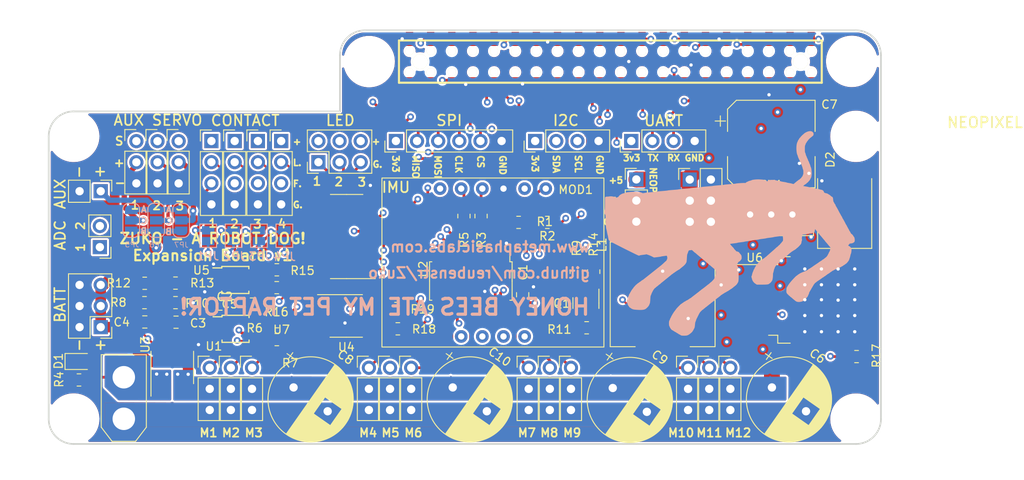
<source format=kicad_pcb>
(kicad_pcb (version 20211014) (generator pcbnew)
  (layers (0 "F.Cu" signal) (1 "In1.Cu" signal) (2 "In2.Cu" signal) (31 "B.Cu" signal) (34 "B.Paste" user) (35 "F.Paste" user) (36 "B.SilkS" user "B.Silkscreen") (37 "F.SilkS" user "F.Silkscreen") (38 "B.Mask" user) (39 "F.Mask" user) (44 "Edge.Cuts" user))
  (net 0 "")
  (net 1 "+BATT")
  (net 2 "M1")
  (net 3 "M2")
  (net 4 "M3")
  (net 5 "M4")
  (net 6 "M5")
  (net 7 "M6")
  (net 8 "M7")
  (net 9 "M8")
  (net 10 "M9")
  (net 11 "M10")
  (net 12 "M11")
  (net 13 "M12")
  (net 14 "+5V")
  (net 15 "+AUX")
  (net 16 "AUX_M1")
  (net 17 "+3V3")
  (net 18 "SDA1")
  (net 19 "RX")
  (net 20 "TX")
  (net 21 "AUX_M2")
  (net 22 "AUX_M3")
  (net 23 "VSENSE")
  (net 24 "CSENSE")
  (net 25 "SPI_CS")
  (net 26 "SPI_MISO")
  (net 27 "SPI_MOSI")
  (net 28 "SPI_CLK")
  (net 29 "SDA5")
  (net 30 "SCL5")
  (net 31 "NEOPIXEL")
  (net 32 "Net-(Q1-Pad3)")
  (net 33 "SCL1")
  (net 34 "SDA6")
  (net 35 "Net-(J6-Pad2)")
  (net 36 "SCL6")
  (net 37 "OUT1")
  (net 38 "OUT2")
  (net 39 "OUT3")
  (net 40 "OUT4")
  (net 41 "FOOT1")
  (net 42 "FOOT2")
  (net 43 "FOOT3")
  (net 44 "FOOT4")
  (net 50 "ID_SD")
  (net 51 "ID_SC")
  (net 52 "OUT7")
  (net 53 "OUT6")
  (net 54 "OUT5")
  (net 55 "Net-(J9-Pad2)")
  (net 56 "Net-(J10-Pad2)")
  (net 57 "Net-(J11-Pad2)")
  (net 59 "Net-(J1-Pad1)")
  (net 60 "Net-(J1-Pad2)")
  (net 63 "SCL4")
  (net 64 "SDA4")
  (net 65 "Net-(JP6-Pad2)")
  (net 66 "Net-(JP7-Pad2)")
  (net 67 "Net-(JP5-Pad2)")
  (net 68 "GND")
  (net 69 "Net-(C3-Pad1)")
  (net 70 "Net-(J7-Pad1)")
  (net 71 "Net-(J7-Pad3)")
  (net 72 "Net-(J7-Pad5)")
  (net 74 "/+BATT-RAW")
  (net 75 "Net-(J8-Pad2)")
  (net 76 "Net-(J12-Pad37)")
  (net 77 "Net-(J12-Pad31)")
  (net 78 "Net-(J12-Pad29)")
  (net 79 "Net-(J12-Pad23)")
  (net 82 "Net-(D1-Pad2)")
  (net 83 "Net-(D2-Pad1)")
  (net 84 "Net-(R8-Pad1)")
  (net 85 "Net-(R17-Pad2)")
  (footprint "Resistor_SMD:R_0805_2012Metric" (layer "F.Cu") (at 112.644445 53.1375 90)
    (fp_text reference "R5")
    (fp_text value "1.2k")
  )
  (footprint "Package_SO:SOIC-16_3.9x9.9mm_P1.27mm" (layer "F.Cu") (at 98.55 55.6 180)
    (fp_text reference "U4")
    (fp_text value "ULN2003" hide)
  )
  (footprint "Package_SO:SOIC-8_3.9x4.9mm_P1.27mm" (layer "F.Cu") (at 77.6 71.35 90)
    (fp_text reference "U3")
    (fp_text value "ACS712xLCTR-20A" hide)
  )
  (footprint "Capacitor_SMD:C_0805_2012Metric" (layer "F.Cu") (at 87.225 63.725 180)
    (fp_text reference "C5")
    (fp_text value "1uF")
  )
  (footprint "Connector_PinHeader_2.54mm:PinHeader_1x04_P2.54mm_Vertical" (layer "F.Cu") (at 85.097216 44.112405)
    (fp_text reference "J9" hide)
    (fp_text value "Conn_01x04" hide)
  )
  (footprint "Connector_AMASS:AMASS_XT30U-M_1x02_P5.0mm_Vertical" (layer "F.Cu") (at 71.775 77.525 90)
    (fp_text reference "J2" hide)
    (fp_text value "Conn_01x02" hide)
  )
  (footprint "Connector_PinHeader_2.54mm:PinHeader_1x04_P2.54mm_Vertical" (layer "F.Cu") (at 132.75 44.107 90)
    (fp_text reference "J14" hide)
    (fp_text value "Conn_01x04" hide)
  )
  (footprint "connectors:Conn_03x03" (layer "F.Cu") (at 122.965 73.925)
    (fp_text reference "U10" hide)
    (fp_text value "Conn_03x03")
  )
  (footprint "Resistor_SMD:R_0805_2012Metric" (layer "F.Cu") (at 104.7 66.7 180)
    (fp_text reference "R18")
    (fp_text value "3.9k")
  )
  (footprint "Capacitor_SMD:C_0805_2012Metric" (layer "F.Cu") (at 83.325 63.725 180)
    (fp_text reference "C2")
    (fp_text value "1uF")
  )
  (footprint "Resistor_SMD:R_0805_2012Metric" (layer "F.Cu") (at 90.1625 59.6 180)
    (fp_text reference "R15")
    (fp_text value "1.2k")
  )
  (footprint "Connector_PinHeader_2.54mm:PinHeader_1x06_P2.54mm_Vertical" (layer "F.Cu") (at 104.47 44.107 90)
    (fp_text reference "J15" hide)
    (fp_text value "Conn_01x06" hide)
  )
  (footprint "Connector_PinHeader_2.54mm:PinHeader_2x03_P2.54mm_Vertical" (layer "F.Cu") (at 69 66.5 180)
    (fp_text reference "J4" hide)
    (fp_text value "Conn_02x03_Odd_Even" hide)
  )
  (footprint "Resistor_SMD:R_0805_2012Metric" (layer "F.Cu") (at 128.2375 59.825 -90)
    (fp_text reference "R14")
    (fp_text value "500Ω")
  )
  (footprint "Resistor_SMD:R_0805_2012Metric" (layer "F.Cu") (at 104.55 64.25 180)
    (fp_text reference "R19")
    (fp_text value "3.9k")
  )
  (footprint "Resistor_SMD:R_0805_2012Metric" (layer "F.Cu") (at 159.82 70.04 180)
    (fp_text reference "R17")
    (fp_text value "1.21k")
  )
  (footprint "Capacitor_THT:CP_Radial_D10.0mm_P5.00mm" (layer "F.Cu") (at 92.175 73.75 -35)
    (fp_text reference "C8")
    (fp_text value "2200uF" hide)
  )
  (footprint "Capacitor_SMD:C_0805_2012Metric" (layer "F.Cu") (at 119.7 62.6 90)
    (fp_text reference "C1")
    (fp_text value "10uF")
  )
  (footprint "Resistor_SMD:R_0805_2012Metric" (layer "F.Cu") (at 90.1625 68 180)
    (fp_text reference "R7")
    (fp_text value "1.2k")
  )
  (footprint "Diode_SMD:D_SMC" (layer "F.Cu") (at 158.39 52.23 90)
    (fp_text reference "D2")
    (fp_text value "D_Schottky")
  )
  (footprint "Connector_PinHeader_2.54mm:PinHeader_1x04_P2.54mm_Vertical" (layer "F.Cu") (at 121.2 44.107 90)
    (fp_text reference "J13" hide)
    (fp_text value "Conn_01x04" hide)
  )
  (footprint "Connector_PinHeader_2.54mm:PinHeader_1x03_P2.54mm_Vertical" (layer "F.Cu") (at 133.36 48.73)
    (fp_text reference "J6" hide)
    (fp_text value "Conn_01x03" hide)
  )
  (footprint "Resistor_SMD:R_0805_2012Metric" (layer "F.Cu") (at 119.2125 53.9)
    (fp_text reference "R1")
    (fp_text value "1.2k")
  )
  (footprint "General:RPi_Hat_Mounting_Hole" (layer "F.Cu") (at 101.25 34.5592)
    (fp_text reference "H2" hide)
    (fp_text value "MountingHole" hide)
  )
  (footprint "Connector_PinHeader_2.54mm:PinHeader_1x04_P2.54mm_Vertical" (layer "F.Cu") (at 87.891216 44.112405)
    (fp_text reference "J10" hide)
    (fp_text value "Conn_01x04" hide)
  )
  (footprint "Capacitor_SMD:C_0805_2012Metric" (layer "F.Cu") (at 74.3 65.875)
    (fp_text reference "C4")
    (fp_text value "100nF")
  )
  (footprint "connectors:Conn_03x03" (layer "F.Cu") (at 75.826216 46.665405)
    (fp_text reference "U11" hide)
    (fp_text value "Conn_03x03" hide)
  )
  (footprint "Capacitor_THT:CP_Radial_D10.0mm_P5.00mm" (layer "F.Cu") (at 149.65 73.75 -35)
    (fp_text reference "C6")
    (fp_text value "2200uF" hide)
  )
  (footprint "Resistor_SMD:R_0805_2012Metric" (layer "F.Cu") (at 77.9875 63.55)
    (fp_text reference "R10")
    (fp_text value "20k")
  )
  (footprint "Resistor_SMD:R_0805_2012Metric" (layer "F.Cu") (at 66.39 72.85)
    (fp_text reference "R4")
    (fp_text value "10k")
  )
  (footprint "General:RPi_Hat_Mounting_Hole" (layer "F.Cu") (at 65.75 43.55)
    (fp_text reference "H3" hide)
    (fp_text value "MountingHole" hide)
  )
  (footprint "General:Precision_pot" (layer "F.Cu") (at 149.570008 52.950008)
    (fp_text reference "RV1")
    (fp_text value "50k")
  )
  (footprint "Resistor_SMD:R_0805_2012Metric" (layer "F.Cu") (at 126.1375 59.825 -90)
    (fp_text reference "R9")
    (fp_text value "10k")
  )
  (footprint "Resistor_SMD:R_0805_2012Metric" (layer "F.Cu") (at 90.15 61.75 180)
    (fp_text reference "R16")
    (fp_text value "1.2k")
  )
  (footprint "Package_SO:TSSOP-10_3x3mm_P0.5mm" (layer "F.Cu") (at 85.2 66.7)
    (fp_text reference "U1")
    (fp_text value "ADS1115IDGS")
  )
  (footprint "Connector_PinHeader_2.54mm:PinHeader_1x02_P2.54mm_Vertical" (layer "F.Cu") (at 68.9 56.875 180)
    (fp_text reference "J1" hide)
    (fp_text value "Conn_01x02" hide)
  )
  (footprint "General:RPi_Hat_Mounting_Hole" (layer "F.Cu") (at 159.7526 77.5614)
    (fp_text reference "H6" hide)
    (fp_text value "MountingHole" hide)
  )
  (footprint "General:BNO055 Module" (layer "F.Cu") (at 122.475 49.8375 180)
    (fp_text reference "MOD1")
    (fp_text value "BNO055_Module")
  )
  (footprint "Resistor_SMD:R_0805_2012Metric" (layer "F.Cu") (at 74.2625 63.55)
    (fp_text reference "R8")
    (fp_text value "10k")
  )
  (footprint "General:RPi_Hat_Mounting_Hole" (layer "F.Cu") (at 159.7526 43.5508)
    (fp_text reference "H5" hide)
    (fp_text value "MountingHole" hide)
  )
  (footprint "General:RPi_Hat_Mounting_Hole" (layer "F.Cu") (at 159.2446 34.5338)
    (fp_text reference "H1" hide)
    (fp_text value "MountingHole" hide)
  )
  (footprint "LED_SMD:LED_0805_2012Metric" (layer "F.Cu") (at 66.4 70.63)
    (fp_text reference "D1")
    (fp_text value "LED")
  )
  (footprint "Capacitor_SMD:C_0805_2012Metric" (layer "F.Cu") (at 78.05 65.9)
    (fp_text reference "C3")
    (fp_text value "1nF")
  )
  (footprint "connectors:Conn_03x03" (layer "F.Cu") (at 84.640414 73.925)
    (fp_text reference "U8" hide)
    (fp_text value "Conn_03x03")
  )
  (footprint "connectors:Conn_03x03" (layer "F.Cu") (at 142.115 73.925)
    (fp_text reference "U12" hide)
    (fp_text value "Conn_03x03")
  )
  (footprint "Connector_PinHeader_2.54mm:PinHeader_1x04_P2.54mm_Vertical" (layer "F.Cu") (at 82.303216 44.112405)
    (fp_text reference "J8" hide)
    (fp_text value "Conn_01x04" hide)
  )
  (footprint "Resistor_SMD:R_0805_2012Metric" (layer "F.Cu") (at 74.2875 61.225)
    (fp_text reference "R12")
    (fp_text value "10k")
  )
  (footprint "Connector_PinHeader_2.54mm:PinHeader_2x03_P2.54mm_Vertical" (layer "F.Cu") (at 139.775 48.745)
    (fp_text reference "J3" hide)
    (fp_text value "Conn_02x03_Odd_Even" hide)
  )
  (footprint "Connector_PinHeader_2.54mm:PinHeader_1x04_P2.54mm_Vertical" (layer "F.Cu") (at 90.685216 44.112405)
    (fp_text reference "J11" hide)
    (fp_text value "Conn_01x04" hide)
  )
  (footprint "connectors:Conn_03x03" (layer "F.Cu") (at 103.765394 73.925)
    (fp_text reference "U9" hide)
    (fp_text value "Conn_03x03")
  )
  (footprint "Resistor_SMD:R_0805_2012Metric" (layer "F.Cu") (at 122.6625 53.9 180)
    (fp_text reference "R2")
    (fp_text value "1.2k")
  )
  (footprint "Inductor_SMD:L_12x12mm_H6mm" (layer "F.Cu") (at 136.52 62.55 -90)
    (fp_text reference "L1")
    (fp_text value "22uH")
  )
  (footprint "Package_SO:TSSOP-28_4.4x9.7mm_P0.65mm" (layer "F.Cu") (at 113.475 60.95 -90)
    (fp_text reference "U2")
    (fp_text value "PCA9635")
  )
  (footprint "Resistor_SMD:R_0805_2012Metric" (layer "F.Cu") (at 77.9875 61.2)
    (fp_text reference "R13")
    (fp_text value "20k")
  )
  (footprint "Capacitor_THT:CP_Radial_D10.0mm_P5.00mm" (layer "F.Cu") (at 111.3 73.75 -35)
    (fp_text reference "C10")
    (fp_text value "2200uF" hide)
  )
  (footprint "Connector_PinHeader_2.54mm:PinHeader_2x03_P2.54mm_Vertical" (layer "F.Cu") (at 95.16 46.657 90)
    (fp_text reference "J7" hide)
    (fp_text value "Conn_02x03_Counter_Clockwise" hide)
  )
  (footprint "Package_SO:TSSOP-10_3x3mm_P0.5mm" (layer "F.Cu") (at 85.175 60.825)
    (fp_text reference "U5")
    (fp_text value "ADS1115IDGS")
  )
  (footprint "Resistor_SMD:R_0805_2012Metric" (layer "F.Cu") (at 114.7 53.1375 90)
    (fp_text reference "R3")
    (fp_text value "1.2k")
  )
  (footprint "Capacitor_THT:CP_Radial_D10.0mm_P5.00mm" (layer "F.Cu") (at 130.52712 73.818982 -35)
    (fp_text reference "C9")
    (fp_text value "2200uF" hide)
  )
  (footprint "General:Samtec_HLE-120-02-XXX-DV-BE-XX-XX" (layer "F.Cu") (at 130.2378 34.5592 -90)
    (fp_text reference "J12" hide)
    (fp_text value "Raspberry_Pi_2_3" hide)
  )
  (footprint "Capacitor_SMD:CP_Elec_10x10" (layer "F.Cu") (at 149.5775 44.47)
    (fp_text reference "C7")
    (fp_text value "560uF")
  )
  (footprint "Connector_PinHeader_2.54mm:PinHeader_1x02_P2.54mm_Vertical" (layer "F.Cu") (at 69 50.15 -90)
    (fp_text reference "J5" hide)
    (fp_text value "Conn_01x02" hide)
  )
  (footprint "Package_SO:SOIC-8_3.9x4.9mm_P1.27mm" (layer "F.Cu") (at 98.5 65.15)
    (fp_text reference "U7")
    (fp_text value "24LC256")
  )
  (footprint "General:RPi_Hat_Mounting_Hole" (layer "F.Cu") (at 65.75 77.55)
    (fp_text reference "H4" hide)
    (fp_text value "MountingHole" hide)
  )
  (footprint "Resistor_SMD:R_0805_2012Metric" (layer "F.Cu") (at 90.1625 65.84444 180)
    (fp_text reference "R6")
    (fp_text value "1.2k")
  )
  (footprint "Resistor_SMD:R_0805_2012Metric" (layer "F.Cu") (at 127.3875 66.575)
    (fp_text reference "R11")
    (fp_text value "10k")
  )
  (footprint "Package_TO_SOT_SMD:SOT-23" (layer "F.Cu") (at 127.3 63.6 -90)
    (fp_text reference "Q1")
    (fp_text value "BSS138")
  )
  (footprint "Package_TO_SOT_SMD:TO-263-5_TabPin3" (layer "F.Cu") (at 153.3 63.225)
    (fp_text reference "U6")
    (fp_text value "LM2596S-5")
  )
  (footprint "Jumper:SolderJumper-3_P1.3mm_Open_RoundedPad1.0x1.5mm" (layer "B.Cu") (at 78.666213 53.655417 -90)
    (fp_text reference "JP7")
    (fp_text value "Jumper_3_Open" hide)
  )
  (footprint "Jumper:SolderJumper-2_P1.3mm_Open_Pad1.0x1.5mm" (layer "B.Cu") (at 81.916216 55.505405 90)
    (fp_text reference "JP1")
    (fp_text value "Jumper_2_Open")
  )
  (footprint "Jumper:SolderJumper-3_P1.3mm_Open_RoundedPad1.0x1.5mm" (layer "B.Cu") (at 75.666219 53.655417 -90)
    (fp_text reference "JP6")
    (fp_text value "Jumper_3_Open" hide)
  )
  (footprint "Jumper:SolderJumper-2_P1.3mm_Open_Pad1.0x1.5mm" (layer "B.Cu") (at 84.966226 55.505401 90)
    (fp_text reference "JP2")
    (fp_text value "Jumper_2_Open")
  )
  (footprint "Jumper:SolderJumper-3_P1.3mm_Open_RoundedPad1.0x1.5mm" (layer "B.Cu") (at 72.666225 53.655417 -90)
    (fp_text reference "JP5")
    (fp_text value "Jumper_3_Open" hide)
  )
  (footprint "Jumper:SolderJumper-2_P1.3mm_Open_Pad1.0x1.5mm" (layer "B.Cu") (at 91.066216 55.505405 90)
    (fp_text reference "JP4")
    (fp_text value "Jumper_2_Open")
  )
  (footprint "Jumper:SolderJumper-2_P1.3mm_Open_Pad1.0x1.5mm" (layer "B.Cu") (at 88.016207 55.505401 90)
    (fp_text reference "JP3")
    (fp_text value "Jumper_2_Open")
  )
  (gr_poly (pts (xy 138.792088 67.372292) (xy 138.784396 67.369222) (xy 138.776921 67.366026) (xy 138.769699 67.362731) (xy 138.762771 67.359362) (xy 138.756174 67.355943) (xy 138.749948 67.352502) (xy 138.744132 67.349063) (xy 138.738763 67.345652) (xy 138.733881 67.342294) (xy 138.729524 67.339016) (xy 138.725731 67.335842) (xy 138.722541 67.332798) (xy 138.719993 67.32991) (xy 138.718124 67.327204) (xy 138.716975 67.324705) (xy 138.716682 67.32354) (xy 138.716583 67.322438) (xy 138.71644 67.321325) (xy 138.716014 67.320133) (xy 138.715312 67.318865) (xy 138.714342 67.317525) (xy 138.71311 67.316116) (xy 138.711624 67.314641) (xy 138.709891 67.313105) (xy 138.707918 67.311512) (xy 138.703278 67.308165) (xy 138.697761 67.304632) (xy 138.691424 67.30094) (xy 138.684323 67.297119) (xy 138.676514 67.293198) (xy 138.668053 67.289207) (xy 138.658997 67.285175) (xy 138.649402 67.28113) (xy 138.639324 67.277103) (xy 138.62882 67.273123) (xy 138.617946 67.269217) (xy 138.606758 67.265417) (xy 138.595571 67.261602) (xy 138.584697 67.257652) (xy 138.574194 67.253598) (xy 138.564117 67.24947) (xy 138.554522 67.245301) (xy 138.545466 67.24112) (xy 138.537006 67.236957) (xy 138.529197 67.232845) (xy 138.522096 67.228813) (xy 138.515759 67.224893) (xy 138.510242 67.221115) (xy 138.505602 67.217509) (xy 138.501896 67.214108) (xy 138.499178 67.21094) (xy 138.497507 67.208038) (xy 138.49708 67.206696) (xy 138.496937 67.205431) (xy 138.496854 67.204183) (xy 138.496609 67.202888) (xy 138.496205 67.201551) (xy 138.495647 67.200172) (xy 138.494939 67.198757) (xy 138.494084 67.197307) (xy 138.493087 67.195827) (xy 138.491952 67.194318) (xy 138.490682 67.192785) (xy 138.489282 67.191229) (xy 138.487756 67.189655) (xy 138.486108 67.188065) (xy 138.482463 67.18485) (xy 138.478377 67.181608) (xy 138.473885 67.178365) (xy 138.469017 67.175144) (xy 138.463807 67.17197) (xy 138.458287 67.168868) (xy 138.45249 67.165863) (xy 138.446446 67.162978) (xy 138.440191 67.160238) (xy 138.433754 67.157667) (xy 138.426664 67.154778) (xy 138.418488 67.151104) (xy 138.39927 67.141622) (xy 138.376876 67.12967) (xy 138.352082 67.115695) (xy 138.325665 67.100145) (xy 138.298401 67.083468) (xy 138.271067 67.06611) (xy 138.244438 67.048521) (xy 138.218735 67.031422) (xy 138.194049 67.01547) (xy 138.17097 67.001014) (xy 138.150089 66.988403) (xy 138.131997 66.977987) (xy 138.117286 66.970115) (xy 138.106546 66.965136) (xy 138.10285 66.96384) (xy 138.100369 66.963398) (xy 138.099233 66.963255) (xy 138.097683 66.962828) (xy 138.093389 66.961157) (xy 138.087582 66.958439) (xy 138.080354 66.954732) (xy 138.062015 66.944576) (xy 138.039124 66.931137) (xy 138.012432 66.914867) (xy 137.982693 66.896216) (xy 137.950657 66.875635) (xy 137.917076 66.853573) (xy 137.883466 66.831512) (xy 137.851346 66.81093) (xy 137.821472 66.792279) (xy 137.794604 66.776009) (xy 137.771498 66.762571) (xy 137.752912 66.752414) (xy 137.739603 66.74599) (xy 137.735165 66.744318) (xy 137.73233 66.743748) (xy 137.726616 66.74293) (xy 137.720155 66.740537) (xy 137.713008 66.736657) (xy 137.705237 66.731378) (xy 137.696902 66.724791) (xy 137.688064 66.716983) (xy 137.669122 66.698061) (xy 137.648899 66.675324) (xy 137.62788 66.649483) (xy 137.606553 66.621249) (xy 137.585405 66.591332) (xy 137.564922 66.560443) (xy 137.54559 66.529295) (xy 137.527897 66.498596) (xy 137.51233 66.469059) (xy 137.499374 66.441393) (xy 137.489518 66.416311) (xy 137.485904 66.404961) (xy 137.483247 66.394523) (xy 137.481608 66.385086) (xy 137.481049 66.37674) (xy 137.480871 66.372579) (xy 137.480348 66.368419) (xy 137.479498 66.364285) (xy 137.47834 66.360205) (xy 137.476889 66.356204) (xy 137.475165 66.352309) (xy 137.473184 66.348548) (xy 137.470965 66.344945) (xy 137.468524 66.341528) (xy 137.46588 66.338324) (xy 137.46305 66.335358) (xy 137.460052 66.332657) (xy 137.456903 66.330249) (xy 137.453621 66.328159) (xy 137.451935 66.327241) (xy 137.450223 66.326413) (xy 137.448487 66.325678) (xy 137.446728 66.325039) (xy 137.442355 66.322089) (xy 137.438264 66.316371) (xy 137.434454 66.308066) (xy 137.430926 66.297356) (xy 137.424716 66.269449) (xy 137.419633 66.234105) (xy 137.415677 66.19278) (xy 137.412849 66.146928) (xy 137.411149 66.098006) (xy 137.410577 66.047467) (xy 137.411134 65.996769) (xy 137.41282 65.947364) (xy 137.415635 65.90071) (xy 137.41958 65.858261) (xy 137.424654 65.821472) (xy 137.430859 65.791798) (xy 137.438194 65.770696) (xy 137.442285 65.763813) (xy 137.446659 65.759619) (xy 137.448468 65.758348) (xy 137.450364 65.756725) (xy 137.452341 65.754758) (xy 137.454396 65.75246) (xy 137.458716 65.746909) (xy 137.463285 65.740156) (xy 137.468064 65.732284) (xy 137.473013 65.723378) (xy 137.478093 65.713521) (xy 137.483265 65.702797) (xy 137.48849 65.691291) (xy 137.493727 65.679086) (xy 137.498939 65.666266) (xy 137.504085 65.652915) (xy 137.509126 65.639118) (xy 137.514023 65.624957) (xy 137.518737 65.610517) (xy 137.523228 65.595883) (xy 137.532159 65.56724) (xy 137.541318 65.540519) (xy 137.550446 65.516305) (xy 137.559282 65.495182) (xy 137.567568 65.477735) (xy 137.571423 65.470573) (xy 137.575044 65.464549) (xy 137.578396 65.459737) (xy 137.581449 65.456209) (xy 137.58417 65.454039) (xy 137.585395 65.453485) (xy 137.586525 65.453299) (xy 137.587665 65.453119) (xy 137.588918 65.452587) (xy 137.590279 65.45171) (xy 137.591746 65.450497) (xy 137.593312 65.448957) (xy 137.594973 65.4471) (xy 137.598564 65.442466) (xy 137.602482 65.436666) (xy 137.606691 65.42977) (xy 137.611155 65.421849) (xy 137.615838 65.412972) (xy 137.620704 65.403211) (xy 137.625718 65.392635) (xy 137.630842 65.381315) (xy 137.636041 65.369321) (xy 137.641279 65.356724) (xy 137.646519 65.343594) (xy 137.651726 65.330002) (xy 137.656864 65.316017) (xy 137.667144 65.288435) (xy 137.677438 65.262693) (xy 137.68747 65.239356) (xy 137.696965 65.218986) (xy 137.705647 65.202149) (xy 137.709598 65.195232) (xy 137.713241 65.189409) (xy 137.716543 65.184751) (xy 137.71947 65.181329) (xy 137.721987 65.179214) (xy 137.723081 65.178668) (xy 137.72406 65.178475) (xy 137.725046 65.178301) (xy 137.726159 65.17781) (xy 137.727396 65.17701) (xy 137.728751 65.175908) (xy 137.73022 65.174514) (xy 137.731798 65.172833) (xy 137.735265 65.168649) (xy 137.739113 65.163417) (xy 137.743307 65.157203) (xy 137.747808 65.150068) (xy 137.752581 65.142077) (xy 137.757588 65.133293) (xy 137.762793 65.12378) (xy 137.768158 65.1136) (xy 137.773646 65.102817) (xy 137.779221 65.091494) (xy 137.784846 65.079695) (xy 137.790483 65.067483) (xy 137.796097 65.054922) (xy 137.807412 65.030155) (xy 137.818795 65.00705) (xy 137.829936 64.986112) (xy 137.840528 64.967846) (xy 137.845522 64.959874) (xy 137.850262 64.95276) (xy 137.854711 64.946567) (xy 137.85883 64.941358) (xy 137.86258 64.937197) (xy 137.865924 64.934146) (xy 137.868821 64.932269) (xy 137.870091 64.931791) (xy 137.871235 64.931629) (xy 137.87236 64.931504) (xy 137.873575 64.931131) (xy 137.874876 64.930517) (xy 137.876258 64.929668) (xy 137.877719 64.928591) (xy 137.879254 64.92729) (xy 137.880859 64.925774) (xy 137.88253 64.924047) (xy 137.886055 64.919987) (xy 137.889798 64.91516) (xy 137.893728 64.909615) (xy 137.897813 64.903401) (xy 137.902022 64.896568) (xy 137.906324 64.889165) (xy 137.910686 64.88124) (xy 137.915079 64.872845) (xy 137.91947 64.864027) (xy 137.923828 64.854836) (xy 137.928122 64.845321) (xy 137.93232 64.835532) (xy 137.936551 64.825742) (xy 137.940939 64.816228) (xy 137.945448 64.807037) (xy 137.950044 64.798219) (xy 137.954693 64.789824) (xy 137.95936 64.7819) (xy 137.964011 64.774497) (xy 137.968612 64.767664) (xy 137.973128 64.76145) (xy 137.977525 64.755905) (xy 137.981769 64.751078) (xy 137.985824 64.747018) (xy 137.989657 64.743775) (xy 137.993233 64.741397) (xy 137.996518 64.739934) (xy 137.998041 64.739561) (xy 137.999477 64.739435) (xy 138.000882 64.73937) (xy 138.002309 64.739176) (xy 138.003758 64.738856) (xy 138.005224 64.738414) (xy 138.006705 64.737852) (xy 138.008199 64.737175) (xy 138.009702 64.736384) (xy 138.011213 64.735485) (xy 138.012728 64.734478) (xy 138.014244 64.733369) (xy 138.015758 64.73216) (xy 138.017269 64.730854) (xy 138.018772 64.729454) (xy 138.020267 64.727965) (xy 138.023215 64.724727) (xy 138.026092 64.721166) (xy 138.028875 64.717309) (xy 138.031543 64.71318) (xy 138.034073 64.708805) (xy 138.036444 64.70421) (xy 138.038633 64.699421) (xy 138.040618 64.694463) (xy 138.042378 64.689362) (xy 138.044254 64.683983) (xy 138.046586 64.678209) (xy 138.049341 64.672094) (xy 138.052484 64.665691) (xy 138.055982 64.659052) (xy 138.0598 64.652231) (xy 138.063906 64.645281) (xy 138.068265 64.638255) (xy 138.072843 64.631206) (xy 138.077608 64.624188) (xy 138.082524 64.617254) (xy 138.087558 64.610456) (xy 138.092676 64.603848) (xy 138.097845 64.597483) (xy 138.103031 64.591415) (xy 138.1082 64.585696) (xy 138.119306 64.573264) (xy 138.131747 64.558447) (xy 138.145101 64.541797) (xy 138.158948 64.52387) (xy 138.172867 64.505221) (xy 138.186437 64.486403) (xy 138.199237 64.467973) (xy 138.210846 64.450484) (xy 138.224251 64.430463) (xy 138.23934 64.40937) (xy 138.256323 64.386977) (xy 138.27541 64.363057) (xy 138.296812 64.337385) (xy 138.320738 64.309732) (xy 138.347399 64.279874) (xy 138.377005 64.247583) (xy 138.445891 64.174796) (xy 138.529079 64.089559) (xy 138.628249 63.99006) (xy 138.745083 63.874485) (xy 138.752346 63.8675) (xy 138.759731 63.860712) (xy 138.767185 63.854154) (xy 138.774655 63.847862) (xy 138.782091 63.841872) (xy 138.78944 63.836218) (xy 138.796649 63.830936) (xy 138.803668 63.826061) (xy 138.810443 63.821627) (xy 138.816922 63.817671) (xy 138.823054 63.814227) (xy 138.828787 63.81133) (xy 138.834067 63.809016) (xy 138.838845 63.807319) (xy 138.843066 63.806276) (xy 138.84668 63.80592) (xy 138.848346 63.805872) (xy 138.850048 63.805731) (xy 138.853544 63.805176) (xy 138.857142 63.804273) (xy 138.860813 63.803043) (xy 138.864529 63.801502) (xy 138.868264 63.79967) (xy 138.87199 63.797566) (xy 138.87568 63.795208) (xy 138.879304 63.792615) (xy 138.882837 63.789806) (xy 138.886251 63.786798) (xy 138.889517 63.783612) (xy 138.892609 63.780266) (xy 138.895499 63.776778) (xy 138.898159 63.773167) (xy 138.900562 63.769451) (xy 138.903295 63.765462) (xy 138.90693 63.761048) (xy 138.911407 63.756255) (xy 138.916664 63.751127) (xy 138.922642 63.745712) (xy 138.929279 63.740054) (xy 138.936516 63.7342) (xy 138.944291 63.728196) (xy 138.952544 63.722086) (xy 138.961214 63.715917) (xy 138.970242 63.709734) (xy 138.979566 63.703584) (xy 138.989125 63.697511) (xy 138.99886 63.691562) (xy 139.008709 63.685782) (xy 139.018612 63.680218) (xy 139.03834 63.66896) (xy 139.057566 63.657185) (xy 139.07581 63.645241) (xy 139.092592 63.633477) (xy 139.107433 63.622241) (xy 139.113976 63.61693) (xy 139.119854 63.611882) (xy 139.125006 63.607141) (xy 139.129373 63.60275) (xy 139.132896 63.598752) (xy 139.135513 63.595192) (xy 139.136707 63.593497) (xy 139.138133 63.591742) (xy 139.141654 63.588066) (xy 139.146018 63.584197) (xy 139.151164 63.580169) (xy 139.157033 63.576013) (xy 139.163565 63.571763) (xy 139.170701 63.567452) (xy 139.178379 63.563112) (xy 139.186541 63.558776) (xy 139.195128 63.554477) (xy 139.204078 63.550247) (xy 139.213333 63.546119) (xy 139.222832 63.542126) (xy 139.232517 63.538302) (xy 139.242326 63.534677) (xy 139.252201 63.531287) (xy 139.261969 63.527947) (xy 139.271463 63.524474) (xy 139.280634 63.520895) (xy 139.289432 63.517237) (xy 139.297809 63.513528) (xy 139.305716 63.509796) (xy 139.313103 63.506069) (xy 139.319921 63.502374) (xy 139.326121 63.498739) (xy 139.331654 63.495191) (xy 139.33647 63.491759) (xy 139.340521 63.488469) (xy 139.343758 63.485351) (xy 139.34613 63.48243) (xy 139.34759 63.479736) (xy 139.347962 63.478482) (xy 139.348087 63.477295) (xy 139.348222 63.476092) (xy 139.348622 63.474789) (xy 139.349279 63.473391) (xy 139.350189 63.471903) (xy 139.351343 63.470327) (xy 139.352736 63.468669) (xy 139.354361 63.466933) (xy 139.356212 63.465124) (xy 139.360562 63.4613) (xy 139.365734 63.457232) (xy 139.371675 63.452954) (xy 139.378332 63.448501) (xy 139.385653 63.443906) (xy 139.393585 63.439204) (xy 139.402075 63.434429) (xy 139.41107 63.429614) (xy 139.420517 63.424795) (xy 139.430364 63.420005) (xy 139.440558 63.415279) (xy 139.451046 63.410651) (xy 139.491988 63.392627) (xy 139.528544 63.375411) (xy 139.545933 63.366658) (xy 139.563131 63.357569) (xy 139.58044 63.347964) (xy 139.598163 63.337665) (xy 139.616602 63.326492) (xy 139.636057 63.314265) (xy 139.679229 63.285935) (xy 139.730093 63.25124) (xy 139.791065 63.208746) (xy 139.817062 63.190821) (xy 139.842161 63.174098) (xy 139.865754 63.158944) (xy 139.88723 63.145725) (xy 139.905981 63.134806) (xy 139.921394 63.126554) (xy 139.92766 63.123542) (xy 139.932862 63.121334) (xy 139.936925 63.119976) (xy 139.939774 63.119513) (xy 139.94093 63.119458) (xy 139.942185 63.119296) (xy 139.944972 63.118659) (xy 139.948101 63.117625) (xy 139.951538 63.116213) (xy 139.955252 63.114447) (xy 139.959207 63.112346) (xy 139.963371 63.109933) (xy 139.967711 63.107229) (xy 139.972193 63.104256) (xy 139.976783 63.101035) (xy 139.981448 63.097587) (xy 139.986156 63.093934) (xy 139.990872 63.090098) (xy 139.995563 63.086099) (xy 140.000196 63.081959) (xy 140.004738 63.0777) (xy 140.019637 63.064573) (xy 140.045453 63.043189) (xy 140.080768 63.01467) (xy 140.124167 62.980137) (xy 140.229542 62.897512) (xy 140.350243 62.804287) (xy 140.583706 62.624667) (xy 140.720902 62.518044) (xy 140.75622 62.490263) (xy 140.801641 62.455019) (xy 140.851308 62.416834) (xy 140.899368 62.380228) (xy 140.922571 62.362389) (xy 140.946421 62.343555) (xy 140.970239 62.324296) (xy 140.993346 62.30518) (xy 141.015062 62.286776) (xy 141.034708 62.269653) (xy 141.051604 62.254381) (xy 141.065071 62.241528) (xy 141.070936 62.235871) (xy 141.076973 62.230373) (xy 141.083137 62.225062) (xy 141.089382 62.219967) (xy 141.095664 62.215115) (xy 141.101935 62.210537) (xy 141.108151 62.206258) (xy 141.114266 62.20231) (xy 141.120235 62.198719) (xy 141.126011 62.195515) (xy 141.131549 62.192725) (xy 141.136803 62.190379) (xy 141.141728 62.188505) (xy 141.146278 62.187131) (xy 141.150408 62.186285) (xy 141.154072 62.185997) (xy 141.155813 62.185925) (xy 141.157622 62.185712) (xy 141.159493 62.185361) (xy 141.161422 62.184876) (xy 141.163405 62.184261) (xy 141.165437 62.183518) (xy 141.169633 62.181664) (xy 141.173976 62.179344) (xy 141.17843 62.176585) (xy 141.182961 62.173416) (xy 141.187534 62.169866) (xy 141.192115 62.165961) (xy 141.19667 62.16173) (xy 141.201162 62.157202) (xy 141.205558 62.152405) (xy 141.209824 62.147366) (xy 141.213924 62.142115) (xy 141.217824 62.136678) (xy 141.221489 62.131085) (xy 141.225087 62.125491) (xy 141.228789 62.120054) (xy 141.232566 62.114802) (xy 141.23639 62.109763) (xy 141.240233 62.104965) (xy 141.244069 62.100437) (xy 141.247868 62.096207) (xy 141.251603 62.092302) (xy 141.255246 62.088752) (xy 141.258769 62.085583) (xy 141.262145 62.082825) (xy 141.265346 62.080505) (xy 141.268343 62.078652) (xy 141.271109 62.077293) (xy 141.273617 62.076457) (xy 141.274764 62.076244) (xy 141.275837 62.076172) (xy 141.284311 62.071926) (xy 141.302711 62.059801) (xy 141.364487 62.015581) (xy 141.451553 61.950854) (xy 141.5543 61.872962) (xy 141.768392 61.707046) (xy 141.860516 61.633705) (xy 141.929878 61.576565) (xy 141.941023 61.567414) (xy 141.956619 61.555086) (xy 141.998318 61.523059) (xy 142.049269 61.484813) (xy 142.103767 61.444676) (xy 142.131694 61.423831) (xy 142.160544 61.401405) (xy 142.189486 61.378103) (xy 142.217688 61.354627) (xy 142.244319 61.331683) (xy 142.268547 61.309973) (xy 142.289541 61.290202) (xy 142.306469 61.273073) (xy 142.313807 61.265382) (xy 142.32117 61.257906) (xy 142.335777 61.243757) (xy 142.349906 61.230934) (xy 142.356672 61.225118) (xy 142.363175 61.219749) (xy 142.369367 61.214867) (xy 142.375199 61.21051) (xy 142.380625 61.206717) (xy 142.385596 61.203527) (xy 142.390064 61.200979) (xy 142.393981 61.19911) (xy 142.397299 61.197961) (xy 142.398719 61.197668) (xy 142.399971 61.197569) (xy 142.402148 61.197169) (xy 142.405004 61.195974) (xy 142.408531 61.19399) (xy 142.412722 61.191225) (xy 142.423072 61.183377) (xy 142.435999 61.172484) (xy 142.451449 61.158602) (xy 142.469366 61.141784) (xy 142.489696 61.122087) (xy 142.512384 61.099565) (xy 142.564619 61.046262) (xy 142.625634 60.982316) (xy 142.694991 60.908164) (xy 142.772255 60.824244) (xy 142.782974 60.811218) (xy 142.794327 60.795047) (xy 142.80613 60.776165) (xy 142.818202 60.755003) (xy 142.830359 60.731994) (xy 142.842418 60.707572) (xy 142.854197 60.682169) (xy 142.865512 60.656217) (xy 142.876181 60.630149) (xy 142.88602 60.604399) (xy 142.894848 60.579398) (xy 142.902481 60.55558) (xy 142.908735 60.533377) (xy 142.913429 60.513221) (xy 142.91638 60.495547) (xy 142.917404 60.480786) (xy 142.917453 60.479278) (xy 142.917597 60.477694) (xy 142.918164 60.474309) (xy 142.919085 60.470667) (xy 142.920341 60.466799) (xy 142.921913 60.46274) (xy 142.923783 60.458524) (xy 142.92593 60.454184) (xy 142.928337 60.449754) (xy 142.930983 60.445267) (xy 142.93385 60.440758) (xy 142.93692 60.436259) (xy 142.940171 60.431806) (xy 142.943587 60.42743) (xy 142.947147 60.423166) (xy 142.950832 60.419048) (xy 142.954624 60.41511) (xy 142.960297 60.4087) (xy 142.965869 60.40095) (xy 142.976676 60.381667) (xy 142.986973 60.357737) (xy 142.996689 60.329637) (xy 143.005751 60.297843) (xy 143.014086 60.262831) (xy 143.021624 60.225079) (xy 143.028291 60.185063) (xy 143.034015 60.143259) (xy 143.038725 60.100145) (xy 143.042347 60.056196) (xy 143.044811 60.01189) (xy 143.046043 59.967702) (xy 143.045972 59.924111) (xy 143.044525 59.881591) (xy 143.04163 59.84062) (xy 143.033711 59.767636) (xy 143.023953 59.701223) (xy 143.018471 59.670784) (xy 143.012634 59.642354) (xy 143.006477 59.616054) (xy 143.000035 59.592005) (xy 142.993344 59.570329) (xy 142.986437 59.551149) (xy 142.979351 59.534585) (xy 142.97212 59.52076) (xy 142.964779 59.509795) (xy 142.957363 59.501812) (xy 142.949908 59.496933) (xy 142.946176 59.495695) (xy 142.942448 59.49528) (xy 142.941085 59.495127) (xy 142.939396 59.494674) (xy 142.935075 59.492898) (xy 142.929565 59.490011) (xy 142.922948 59.486072) (xy 142.915302 59.481142) (xy 142.906707 59.475281) (xy 142.897245 59.468548) (xy 142.886995 59.461002) (xy 142.876037 59.452705) (xy 142.864451 59.443716) (xy 142.839717 59.423899) (xy 142.813435 59.402031) (xy 142.786243 59.37859) (xy 142.725141 59.325698) (xy 142.657087 59.267949) (xy 142.590381 59.212324) (xy 142.533321 59.165804) (xy 142.507705 59.144959) (xy 142.480857 59.122534) (xy 142.453577 59.099231) (xy 142.426662 59.075756) (xy 142.400913 59.052811) (xy 142.377126 59.031101) (xy 142.3561 59.01133) (xy 142.338635 58.994202) (xy 142.330871 58.986511) (xy 142.323034 58.979035) (xy 142.315176 58.971814) (xy 142.307351 58.964885) (xy 142.299611 58.958289) (xy 142.292009 58.952063) (xy 142.284599 58.946246) (xy 142.277433 58.940877) (xy 142.270565 58.935995) (xy 142.264047 58.931638) (xy 142.257932 58.927845) (xy 142.252274 58.924655) (xy 142.247125 58.922107) (xy 142.242538 58.920239) (xy 142.238567 58.919089) (xy 142.235264 58.918698) (xy 142.23375 58.918635) (xy 142.232162 58.918448) (xy 142.230505 58.918141) (xy 142.228781 58.917717) (xy 142.225155 58.916528) (xy 142.221315 58.914906) (xy 142.217296 58.912876) (xy 142.21313 58.910463) (xy 142.208851 58.90769) (xy 142.204491 58.904583) (xy 142.200084 58.901167) (xy 142.195663 58.897465) (xy 142.19126 58.893503) (xy 142.18691 58.889306) (xy 142.182644 58.884897) (xy 142.178497 58.880301) (xy 142.1745 58.875544) (xy 142.170689 58.87065) (xy 142.16624 58.865117) (xy 142.160381 58.858489) (xy 142.153206 58.850852) (xy 142.144811 58.842294) (xy 142.124746 58.822767) (xy 142.100951 58.800608) (xy 142.074193 58.776519) (xy 142.045238 58.7512) (xy 142.014853 58.725354) (xy 141.983803 58.699681) (xy 141.915818 58.643237) (xy 141.842272 58.58042) (xy 141.772022 58.518889) (xy 141.740901 58.490999) (xy 141.713924 58.466301) (xy 141.689374 58.443833) (xy 141.665207 58.42233) (xy 141.642041 58.402301) (xy 141.620496 58.384258) (xy 141.601192 58.368708) (xy 141.584747 58.356161) (xy 141.571782 58.347127) (xy 141.566798 58.344087) (xy 141.562916 58.342116) (xy 141.555713 58.338575) (xy 141.547136 58.333524) (xy 141.537151 58.326934) (xy 141.525724 58.318776) (xy 141.512821 58.309022) (xy 141.498409 58.297643) (xy 141.482453 58.28461) (xy 141.464919 58.269894) (xy 141.424985 58.235299) (xy 141.378335 58.193629) (xy 141.324699 58.144654) (xy 141.263805 58.088145) (xy 141.241428 58.067462) (xy 141.220095 58.048167) (xy 141.200306 58.030681) (xy 141.182561 58.015428) (xy 141.16736 58.00283) (xy 141.155201 57.993308) (xy 141.146585 57.987285) (xy 141.143761 57.985718) (xy 141.14201 57.985184) (xy 141.135786 57.981794) (xy 141.122299 57.972056) (xy 141.076616 57.936121) (xy 141.011114 57.882548) (xy 140.931946 57.816509) (xy 140.845265 57.743174) (xy 140.757223 57.667716) (xy 140.673975 57.595304) (xy 140.601673 57.53111) (xy 140.580139 57.512016) (xy 140.559393 57.494203) (xy 140.539935 57.47806) (xy 140.522268 57.463978) (xy 140.506891 57.452347) (xy 140.494306 57.443557) (xy 140.489217 57.440348) (xy 140.485014 57.437996) (xy 140.481759 57.43655) (xy 140.479515 57.436056) (xy 140.478552 57.435951) (xy 140.477384 57.43564) (xy 140.47446 57.434417) (xy 140.470794 57.432429) (xy 140.466439 57.429718) (xy 140.461445 57.426324) (xy 140.455863 57.422289) (xy 140.449747 57.417653) (xy 140.443146 57.412459) (xy 140.436112 57.406747) (xy 140.428698 57.400558) (xy 140.420954 57.393934) (xy 140.412932 57.386916) (xy 140.404683 57.379544) (xy 140.39626 57.371861) (xy 140.387712 57.363907) (xy 140.379093 57.355724) (xy 140.337901 57.317061) (xy 140.287671 57.271174) (xy 140.234754 57.223808) (xy 140.185505 57.180703) (xy 140.07568 57.086016) (xy 139.821709 57.115753) (xy 139.76334 57.123133) (xy 139.712294 57.130733) (xy 139.668714 57.138518) (xy 139.632741 57.146453) (xy 139.617651 57.150466) (xy 139.604516 57.154503) (xy 139.593353 57.15856) (xy 139.58418 57.162632) (xy 139.577015 57.166715) (xy 139.571875 57.170805) (xy 139.568778 57.174898) (xy 139.567741 57.178988) (xy 139.567557 57.182588) (xy 139.567014 57.186457) (xy 139.566133 57.190558) (xy 139.56493 57.194856) (xy 139.563425 57.199315) (xy 139.561635 57.2039) (xy 139.559579 57.208574) (xy 139.557276 57.213302) (xy 139.554743 57.218048) (xy 139.551998 57.222776) (xy 139.54906 57.22745) (xy 139.545948 57.232035) (xy 139.542679 57.236495) (xy 139.539272 57.240794) (xy 139.535745 57.244896) (xy 139.532116 57.248766) (xy 139.528223 57.253317) (xy 139.523926 57.259417) (xy 139.519267 57.266963) (xy 139.514293 57.275852) (xy 139.509045 57.285982) (xy 139.50357 57.297249) (xy 139.49791 57.30955) (xy 139.492111 57.322782) (xy 139.486215 57.336842) (xy 139.480268 57.351626) (xy 139.468395 57.382958) (xy 139.462557 57.399299) (xy 139.456844 57.415953) (xy 139.4513 57.432816) (xy 139.445969 57.449785) (xy 139.435416 57.483438) (xy 139.424789 57.515916) (xy 139.414377 57.546431) (xy 139.404469 57.574196) (xy 139.395352 57.598421) (xy 139.387315 57.618319) (xy 139.380647 57.633101) (xy 139.377917 57.638328) (xy 139.375637 57.641979) (xy 139.372211 57.647131) (xy 139.368871 57.652985) (xy 139.362439 57.666876) (xy 139.356322 57.683817) (xy 139.350497 57.703968) (xy 139.344943 57.727493) (xy 139.33964 57.754553) (xy 139.334566 57.785312) (xy 139.329701 57.819931) (xy 139.325021 57.858574) (xy 139.320508 57.901401) (xy 139.316139 57.948577) (xy 139.311894 58.000262) (xy 139.303689 58.117813) (xy 139.295723 58.255352) (xy 139.290924 58.334813) (xy 139.285332 58.409658) (xy 139.279149 58.478198) (xy 139.272578 58.538743) (xy 139.265821 58.589605) (xy 139.25908 58.629094) (xy 139.252556 58.655521) (xy 139.249439 58.663308) (xy 139.246452 58.667197) (xy 139.244979 58.668208) (xy 139.243473 58.669371) (xy 139.240376 58.672131) (xy 139.237185 58.675434) (xy 139.233925 58.679237) (xy 139.230621 58.6835) (xy 139.227297 58.688181) (xy 139.223979 58.693237) (xy 139.22069 58.698627) (xy 139.217455 58.704309) (xy 139.2143 58.710241) (xy 139.211248 58.716382) (xy 139.208324 58.722689) (xy 139.205554 58.729121) (xy 139.202961 58.735636) (xy 139.20057 58.742192) (xy 139.198406 58.748747) (xy 139.196305 58.7545) (xy 139.193406 58.760902) (xy 139.185341 58.775512) (xy 139.174464 58.792301) (xy 139.161027 58.810995) (xy 139.145282 58.831317) (xy 139.127481 58.852992) (xy 139.107878 58.875744) (xy 139.086723 58.899298) (xy 139.06427 58.923378) (xy 139.040771 58.947708) (xy 139.016478 58.972013) (xy 138.991643 58.996017) (xy 138.966519 59.019444) (xy 138.941358 59.04202) (xy 138.916412 59.063467) (xy 138.891933 59.083512) (xy 138.793368 59.163351) (xy 138.671013 59.264073) (xy 138.557595 59.35858) (xy 138.485836 59.419775) (xy 138.480211 59.42467) (xy 138.474531 59.429427) (xy 138.468834 59.434023) (xy 138.463159 59.438432) (xy 138.457545 59.44263) (xy 138.45203 59.446592) (xy 138.446652 59.450293) (xy 138.441449 59.45371) (xy 138.436461 59.456817) (xy 138.431726 59.45959) (xy 138.427282 59.462003) (xy 138.423168 59.464034) (xy 138.419422 59.465655) (xy 138.416083 59.466844) (xy 138.413189 59.467576) (xy 138.410778 59.467825) (xy 138.409546 59.467933) (xy 138.408013 59.468253) (xy 138.404083 59.469506) (xy 138.399063 59.471544) (xy 138.393025 59.474325) (xy 138.386042 59.477804) (xy 138.378187 59.481942) (xy 138.360158 59.492021) (xy 138.339521 59.504223) (xy 138.316863 59.518212) (xy 138.292769 59.533648) (xy 138.267826 59.550194) (xy 138.24269 59.56674) (xy 138.218043 59.582177) (xy 138.194512 59.596165) (xy 138.172719 59.608367) (xy 138.153291 59.618446) (xy 138.136852 59.626064) (xy 138.129948 59.628844) (xy 138.124027 59.630882) (xy 138.119165 59.632136) (xy 138.11544 59.632563) (xy 138.113885 59.632597) (xy 138.112349 59.632699) (xy 138.110835 59.632866) (xy 138.109344 59.633097) (xy 138.107879 59.63339) (xy 138.106442 59.633745) (xy 138.105034 59.634158) (xy 138.103658 59.634628) (xy 138.102315 59.635154) (xy 138.101008 59.635733) (xy 138.099738 59.636365) (xy 138.098507 59.637048) (xy 138.097317 59.637779) (xy 138.09617 59.638558) (xy 138.095068 59.639382) (xy 138.094013 59.64025) (xy 138.093007 59.64116) (xy 138.092052 59.64211) (xy 138.09115 59.6431) (xy 138.090302 59.644126) (xy 138.089512 59.645188) (xy 138.088779 59.646284) (xy 138.088108 59.647412) (xy 138.087498 59.64857) (xy 138.086953 59.649757) (xy 138.086475 59.650971) (xy 138.086065 59.652211) (xy 138.085725 59.653474) (xy 138.085457 59.654759) (xy 138.085263 59.656064) (xy 138.085146 59.657389) (xy 138.085106 59.65873) (xy 138.08498 59.660131) (xy 138.084607 59.661632) (xy 138.083993 59.663229) (xy 138.083145 59.664917) (xy 138.082067 59.666692) (xy 138.080767 59.668549) (xy 138.07925 59.670482) (xy 138.077523 59.672489) (xy 138.075592 59.674564) (xy 138.073463 59.676702) (xy 138.068636 59.68115) (xy 138.063091 59.685798) (xy 138.056878 59.690607) (xy 138.050045 59.695542) (xy 138.042642 59.700565) (xy 138.034718 59.705639) (xy 138.026322 59.710729) (xy 138.017504 59.715797) (xy 138.008314 59.720805) (xy 137.998799 59.725719) (xy 137.98901 59.7305) (xy 137.979221 59.735261) (xy 137.969706 59.740118) (xy 137.960515 59.745036) (xy 137.951697 59.749979) (xy 137.943301 59.754912) (xy 137.935377 59.759802) (xy 137.927974 59.764612) (xy 137.92114 59.769308) (xy 137.914926 59.773855) (xy 137.909381 59.778218) (xy 137.904553 59.782362) (xy 137.900493 59.786252) (xy 137.89725 59.789854) (xy 137.894872 59.793132) (xy 137.893409 59.796052) (xy 137.893036 59.797367) (xy 137.89291 59.798579) (xy 137.892847 59.799751) (xy 137.892661 59.800949) (xy 137.892354 59.802169) (xy 137.89193 59.803409) (xy 137.891391 59.804668) (xy 137.890741 59.805941) (xy 137.889983 59.807228) (xy 137.88912 59.808525) (xy 137.888155 59.809831) (xy 137.88709 59.811142) (xy 137.88593 59.812456) (xy 137.884677 59.813771) (xy 137.883335 59.815085) (xy 137.881905 59.816394) (xy 137.878799 59.818991) (xy 137.875383 59.821543) (xy 137.871682 59.82403) (xy 137.86772 59.826432) (xy 137.863522 59.828731) (xy 137.859113 59.830907) (xy 137.854517 59.832941) (xy 137.849759 59.834812) (xy 137.844864 59.836502) (xy 137.83947 59.838503) (xy 137.833249 59.841288) (xy 137.826275 59.844805) (xy 137.818623 59.849004) (xy 137.810365 59.853837) (xy 137.801575 59.859251) (xy 137.792329 59.865198) (xy 137.782699 59.871626) (xy 137.762584 59.885729) (xy 137.741821 59.901157) (xy 137.721002 59.917509) (xy 137.710756 59.925906) (xy 137.700718 59.934384) (xy 137.681077 59.950945) (xy 137.662099 59.966397) (xy 137.644246 59.980403) (xy 137.627981 59.992623) (xy 137.613765 60.00272) (xy 137.602061 60.010355) (xy 137.597296 60.013143) (xy 137.593332 60.015189) (xy 137.590227 60.01645) (xy 137.588039 60.016884) (xy 137.587098 60.016968) (xy 137.58599 60.01721) (xy 137.583296 60.018156) (xy 137.579999 60.01969) (xy 137.576145 60.021781) (xy 137.571777 60.024396) (xy 137.566939 60.027505) (xy 137.561674 60.031075) (xy 137.556027 60.035074) (xy 137.550042 60.039472) (xy 137.543763 60.044235) (xy 137.537232 60.049333) (xy 137.530495 60.054733) (xy 137.523595 60.060404) (xy 137.516577 60.066315) (xy 137.509483 60.072433) (xy 137.502358 60.078726) (xy 137.471458 60.105969) (xy 137.438401 60.134477) (xy 137.407149 60.160868) (xy 137.381661 60.181763) (xy 137.180525 60.345865) (xy 136.997253 60.497435) (xy 136.988981 60.504351) (xy 136.97775 60.513511) (xy 136.948398 60.536988) (xy 136.913172 60.564712) (xy 136.876045 60.593531) (xy 136.835799 60.624986) (xy 136.792076 60.659888) (xy 136.750151 60.693989) (xy 136.715302 60.723038) (xy 136.629903 60.793915) (xy 136.521783 60.881396) (xy 136.411061 60.969352) (xy 136.317856 61.041655) (xy 136.300589 61.055211) (xy 136.281656 61.070838) (xy 136.261674 61.087979) (xy 136.241259 61.10608) (xy 136.221028 61.124585) (xy 136.201596 61.14294) (xy 136.183579 61.160589) (xy 136.167595 61.176977) (xy 136.160174 61.184669) (xy 136.152705 61.192144) (xy 136.145239 61.199366) (xy 136.137826 61.206294) (xy 136.130514 61.212891) (xy 136.123353 61.219117) (xy 136.116394 61.224933) (xy 136.109684 61.230302) (xy 136.103274 61.235184) (xy 136.097214 61.239541) (xy 136.091553 61.243334) (xy 136.08634 61.246524) (xy 136.081625 61.249072) (xy 136.077458 61.250941) (xy 136.073888 61.25209) (xy 136.072343 61.252383) (xy 136.070965 61.252482) (xy 136.069596 61.252563) (xy 136.068079 61.252802) (xy 136.066418 61.253197) (xy 136.06462 61.253743) (xy 136.060633 61.255271) (xy 136.056165 61.257357) (xy 136.051261 61.259967) (xy 136.045967 61.26307) (xy 136.040329 61.266635) (xy 136.034392 61.270629) (xy 136.028203 61.275022) (xy 136.021807 61.279781) (xy 136.01525 61.284876) (xy 136.008577 61.290273) (xy 136.001835 61.295941) (xy 135.99507 61.30185) (xy 135.988327 61.307966) (xy 135.981651 61.314259) (xy 135.945035 61.349018) (xy 135.91132 61.380036) (xy 135.87984 61.40786) (xy 135.849926 61.433035) (xy 135.820909 61.456111) (xy 135.792122 61.477634) (xy 135.762896 61.49815) (xy 135.732563 61.518208) (xy 135.724425 61.523597) (xy 135.716005 61.529465) (xy 135.70737 61.535755) (xy 135.698584 61.542409) (xy 135.680822 61.556583) (xy 135.66324 61.571529) (xy 135.646363 61.586788) (xy 135.630712 61.601904) (xy 135.62351 61.609264) (xy 135.61681 61.616417) (xy 135.610678 61.623304) (xy 135.605179 61.62987) (xy 135.599878 61.636177) (xy 135.594327 61.642307) (xy 135.588571 61.648229) (xy 135.582656 61.65391) (xy 135.576629 61.65932) (xy 135.570534 61.664425) (xy 135.564417 61.669195) (xy 135.558325 61.673597) (xy 135.552302 61.677601) (xy 135.546396 61.681173) (xy 135.54065 61.684283) (xy 135.535112 61.686899) (xy 135.529827 61.688989) (xy 135.52484 61.690521) (xy 135.520198 61.691463) (xy 135.51802 61.691703) (xy 135.515945 61.691784) (xy 135.511952 61.691893) (xy 135.50807 61.692211) (xy 135.504321 61.692728) (xy 135.500724 61.693433) (xy 135.4973 61.694315) (xy 135.494068 61.695365) (xy 135.491049 61.69657) (xy 135.488263 61.697921) (xy 135.485729 61.699407) (xy 135.483468 61.701016) (xy 135.4815 61.702739) (xy 135.479845 61.704564) (xy 135.479141 61.705512) (xy 135.478522 61.706481) (xy 135.477992 61.70747) (xy 135.477553 61.708479) (xy 135.477207 61.709505) (xy 135.476957 61.710547) (xy 135.476804 61.711605) (xy 135.476753 61.712675) (xy 135.476629 61.713889) (xy 135.476259 61.715372) (xy 135.47481 61.719107) (xy 135.472455 61.723816) (xy 135.469242 61.729429) (xy 135.46522 61.735882) (xy 135.460438 61.743106) (xy 135.454945 61.751036) (xy 135.44879 61.759603) (xy 135.442021 61.768742) (xy 135.434687 61.778385) (xy 135.418521 61.798917) (xy 135.400683 61.820665) (xy 135.381561 61.843092) (xy 135.362106 61.867055) (xy 135.340887 61.896051) (xy 135.318215 61.929494) (xy 135.294401 61.966796) (xy 135.24459 62.05063) (xy 135.193943 62.142856) (xy 135.144945 62.238778) (xy 135.100087 62.333697) (xy 135.079986 62.379314) (xy 135.061854 62.422918) (xy 135.045999 62.463924) (xy 135.032734 62.501744) (xy 135.025135 62.524085) (xy 135.017403 62.545469) (xy 135.009754 62.56539) (xy 135.002403 62.583339) (xy 134.995565 62.598812) (xy 134.989455 62.6113) (xy 134.98674 62.616267) (xy 134.984288 62.620297) (xy 134.982125 62.623328) (xy 134.980278 62.625296) (xy 134.976904 62.628508) (xy 134.973625 62.632387) (xy 134.970438 62.636959) (xy 134.967341 62.642249) (xy 134.964328 62.648282) (xy 134.961398 62.655084) (xy 134.955767 62.671095) (xy 134.950421 62.690484) (xy 134.945332 62.713452) (xy 134.940471 62.740203) (xy 134.935809 62.770937) (xy 134.93132 62.805857) (xy 134.926973 62.845166) (xy 134.922743 62.889064) (xy 134.918599 62.937756) (xy 134.914514 62.991441) (xy 134.910461 63.050324) (xy 134.902332 63.184487) (xy 134.897155 63.266836) (xy 134.891247 63.344346) (xy 134.884815 63.415273) (xy 134.878066 63.477871) (xy 134.871205 63.530394) (xy 134.864439 63.571097) (xy 134.857974 63.598234) (xy 134.854919 63.60617) (xy 134.852016 63.61006) (xy 134.850591 63.611069) (xy 134.849133 63.612296) (xy 134.847646 63.613735) (xy 134.846133 63.615379) (xy 134.84304 63.619254) (xy 134.839879 63.623867) (xy 134.836674 63.629164) (xy 134.833447 63.635088) (xy 134.830224 63.641586) (xy 134.827028 63.648603) (xy 134.823883 63.656084) (xy 134.820813 63.663974) (xy 134.817842 63.672218) (xy 134.814994 63.680762) (xy 134.812293 63.689552) (xy 134.809762 63.698532) (xy 134.807426 63.707647) (xy 134.805309 63.716843) (xy 134.799187 63.738979) (xy 134.790128 63.762775) (xy 134.77827 63.788063) (xy 134.763752 63.814672) (xy 134.746711 63.842434) (xy 134.727284 63.871179) (xy 134.705611 63.900738) (xy 134.681828 63.930941) (xy 134.656073 63.96162) (xy 134.628484 63.992604) (xy 134.5992 64.023724) (xy 134.568358 64.054811) (xy 134.536095 64.085696) (xy 134.50255 64.11621) (xy 134.46786 64.146182) (xy 134.432163 64.175444) (xy 134.417511 64.186497) (xy 134.401915 64.197007) (xy 134.385343 64.206977) (xy 134.367763 64.21641) (xy 134.349144 64.225308) (xy 134.329451 64.233676) (xy 134.28672 64.24883) (xy 134.23931 64.261893) (xy 134.186965 64.27289) (xy 134.129424 64.281844) (xy 134.066431 64.288778) (xy 133.997726 64.293715) (xy 133.923051 64.296679) (xy 133.842148 64.297692) (xy 133.754759 64.29678) (xy 133.660623 64.293963) (xy 133.559485 64.289267) (xy 133.451084 64.282713) (xy 133.335163 64.274327) (xy 133.245024 64.266751) (xy 133.16943 64.258897) (xy 133.105721 64.250185) (xy 133.077492 64.245326) (xy 133.051236 64.240035) (xy 133.026621 64.234239) (xy 133.003314 64.227866) (xy 132.980983 64.220844) (xy 132.959295 64.2131) (xy 132.937918 64.204562) (xy 132.916518 64.195156) (xy 132.872322 64.173455) (xy 132.842495 64.157384) (xy 132.814128 64.140981) (xy 132.78788 64.124706) (xy 132.764411 64.109017) (xy 132.74438 64.094375) (xy 132.73586 64.08759) (xy 132.728447 64.08124) (xy 132.722223 64.075381) (xy 132.717272 64.070071) (xy 132.713674 64.065368) (xy 132.711514 64.061329) (xy 132.710761 64.059496) (xy 132.709918 64.057687) (xy 132.70899 64.055902) (xy 132.707978 64.054146) (xy 132.706887 64.05242) (xy 132.70572 64.050726) (xy 132.70448 64.049067) (xy 132.70317 64.047445) (xy 132.701794 64.045862) (xy 132.700355 64.044321) (xy 132.698857 64.042823) (xy 132.697302 64.041372) (xy 132.694038 64.038617) (xy 132.690589 64.036075) (xy 132.686982 64.033762) (xy 132.683243 64.031699) (xy 132.681333 64.030766) (xy 132.679399 64.029903) (xy 132.677447 64.02911) (xy 132.675478 64.028392) (xy 132.673496 64.027749) (xy 132.671504 64.027185) (xy 132.669507 64.026701) (xy 132.667506 64.0263) (xy 132.665506 64.025984) (xy 132.66351 64.025756) (xy 132.661521 64.025617) (xy 132.659542 64.02557) (xy 132.655646 64.025453) (xy 132.65186 64.025111) (xy 132.648202 64.024554) (xy 132.644693 64.023794) (xy 132.641352 64.022843) (xy 132.638198 64.021712) (xy 132.635252 64.020413) (xy 132.632533 64.018957) (xy 132.63006 64.017356) (xy 132.627854 64.015622) (xy 132.625933 64.013766) (xy 132.625086 64.012796) (xy 132.624317 64.011799) (xy 132.62363 64.010778) (xy 132.623026 64.009734) (xy 132.622509 64.008668) (xy 132.62208 64.007581) (xy 132.621742 64.006475) (xy 132.621498 64.005352) (xy 132.62135 64.004213) (xy 132.6213 64.00306) (xy 132.621192 64.001785) (xy 132.620873 64.000288) (xy 132.61962 63.996656) (xy 132.617583 63.992222) (xy 132.614806 63.987045) (xy 132.611328 63.981183) (xy 132.607194 63.974697) (xy 132.602445 63.967643) (xy 132.597124 63.960082) (xy 132.591272 63.952072) (xy 132.584931 63.943672) (xy 132.578145 63.93494) (xy 132.570955 63.925936) (xy 132.563404 63.916718) (xy 132.555533 63.907345) (xy 132.547385 63.897876) (xy 132.539002 63.888369) (xy 132.528883 63.876559) (xy 132.519157 63.864232) (xy 132.509822 63.851387) (xy 132.500878 63.838021) (xy 132.492324 63.824132) (xy 132.484158 63.809719) (xy 132.476379 63.79478) (xy 132.468988 63.779312) (xy 132.461983 63.763315) (xy 132.455363 63.746784) (xy 132.449127 63.72972) (xy 132.443274 63.71212) (xy 132.437804 63.693981) (xy 132.432715 63.675303) (xy 132.428007 63.656083) (xy 132.423679 63.636318) (xy 132.416601 63.604203) (xy 132.40913 63.574243) (xy 132.401491 63.547093) (xy 132.393911 63.523408) (xy 132.386616 63.503846) (xy 132.383146 63.495815) (xy 132.379832 63.489061) (xy 132.376702 63.483665) (xy 132.373784 63.479709) (xy 132.371107 63.477276) (xy 132.369867 63.476655) (xy 132.368698 63.476446) (xy 132.367571 63.476321) (xy 132.366459 63.475948) (xy 132.365362 63.475334) (xy 132.364283 63.474485) (xy 132.363222 63.473407) (xy 132.362181 63.472107) (xy 132.361162 63.470591) (xy 132.360165 63.468864) (xy 132.359193 63.466933) (xy 132.358246 63.464804) (xy 132.357327 63.462483) (xy 132.356435 63.459977) (xy 132.354744 63.454432) (xy 132.353183 63.448218) (xy 132.351764 63.441385) (xy 132.350497 63.433982) (xy 132.349395 63.426058) (xy 132.348468 63.417663) (xy 132.347727 63.408845) (xy 132.347185 63.399654) (xy 132.346851 63.390139) (xy 132.346737 63.38035) (xy 132.346856 63.370561) (xy 132.347204 63.361046) (xy 132.34777 63.351855) (xy 132.348541 63.343037) (xy 132.349508 63.334641) (xy 132.350656 63.326717) (xy 132.351976 63.319314) (xy 132.353454 63.312481) (xy 132.35508 63.306267) (xy 132.356841 63.300722) (xy 132.358726 63.295895) (xy 132.360724 63.291835) (xy 132.362821 63.288592) (xy 132.365007 63.286214) (xy 132.36613 63.285365) (xy 132.36727 63.284751) (xy 132.368427 63.284378) (xy 132.369598 63.284252) (xy 132.370837 63.283983) (xy 132.372193 63.283184) (xy 132.37366 63.281869) (xy 132.375236 63.28005) (xy 132.376914 63.27774) (xy 132.378691 63.274954) (xy 132.382519 63.268004) (xy 132.386682 63.259304) (xy 132.391143 63.24896) (xy 132.395863 63.237078) (xy 132.400804 63.223763) (xy 132.405929 63.20912) (xy 132.411198 63.193256) (xy 132.416575 63.176276) (xy 132.422021 63.158286) (xy 132.427498 63.13939) (xy 132.432969 63.119695) (xy 132.438394 63.099306) (xy 132.443737 63.078329) (xy 132.45447 63.036964) (xy 132.465319 62.998373) (xy 132.475987 62.963402) (xy 132.486177 62.932896) (xy 132.495591 62.907699) (xy 132.503933 62.888655) (xy 132.507608 62.881704) (xy 132.510904 62.876609) (xy 132.513784 62.873475) (xy 132.515055 62.872676) (xy 132.516209 62.872406) (xy 132.517353 62.872209) (xy 132.518597 62.871623) (xy 132.519935 62.870658) (xy 132.521365 62.869324) (xy 132.52288 62.867631) (xy 132.524478 62.865588) (xy 132.527905 62.860491) (xy 132.531612 62.854111) (xy 132.535564 62.846526) (xy 132.53973 62.837812) (xy 132.544075 62.828048) (xy 132.548566 62.81731) (xy 132.55317 62.805676) (xy 132.557854 62.793224) (xy 132.562584 62.780031) (xy 132.567326 62.766174) (xy 132.572049 62.751731) (xy 132.576717 62.736779) (xy 132.581299 62.721396) (xy 132.590501 62.691056) (xy 132.599819 62.662741) (xy 132.608999 62.637072) (xy 132.617783 62.61467) (xy 132.625916 62.596153) (xy 132.629658 62.588547) (xy 132.633141 62.582144) (xy 132.636333 62.577023) (xy 132.639203 62.573262) (xy 132.641717 62.570938) (xy 132.642831 62.570339) (xy 132.643845 62.570128) (xy 132.644869 62.569954) (xy 132.646022 62.569463) (xy 132.647297 62.568662) (xy 132.64869 62.567561) (xy 132.650197 62.566166) (xy 132.651813 62.564486) (xy 132.655352 62.560301) (xy 132.659271 62.555069) (xy 132.663531 62.548854) (xy 132.668095 62.54172) (xy 132.672926 62.533729) (xy 132.677987 62.524945) (xy 132.683239 62.515431) (xy 132.688646 62.505251) (xy 132.69417 62.494469) (xy 132.699774 62.483146) (xy 132.705421 62.471348) (xy 132.711072 62.459136) (xy 132.71669 62.446575) (xy 132.728012 62.421808) (xy 132.739415 62.398702) (xy 132.750589 62.377764) (xy 132.761226 62.359499) (xy 132.766245 62.351526) (xy 132.771014 62.344412) (xy 132.775493 62.338218) (xy 132.779645 62.333009) (xy 132.783429 62.328848) (xy 132.786808 62.325797) (xy 132.789743 62.32392) (xy 132.791031 62.323442) (xy 132.792194 62.323281) (xy 132.793287 62.323236) (xy 132.794365 62.323103) (xy 132.795428 62.322883) (xy 132.796475 62.32258) (xy 132.797504 62.322195) (xy 132.798514 62.321731) (xy 132.799504 62.321189) (xy 132.800471 62.320572) (xy 132.801415 62.319883) (xy 132.802335 62.319122) (xy 132.803228 62.318293) (xy 132.804094 62.317398) (xy 132.804932 62.316439) (xy 132.805739 62.315418) (xy 132.806515 62.314337) (xy 132.807258 62.313198) (xy 132.807967 62.312005) (xy 132.80864 62.310758) (xy 132.809276 62.30946) (xy 132.809874 62.308114) (xy 132.810433 62.306721) (xy 132.81095 62.305284) (xy 132.811426 62.303805) (xy 132.811857 62.302285) (xy 132.812244 62.300728) (xy 132.812584 62.299136) (xy 132.812876 62.29751) (xy 132.813119 62.295854) (xy 132.813311 62.294168) (xy 132.813452 62.292456) (xy 132.813539 62.290719) (xy 132.813572 62.28896) (xy 132.81419 62.283939) (xy 132.815986 62.277455) (xy 132.822837 62.260502) (xy 132.833573 62.238909) (xy 132.847645 62.213482) (xy 132.864503 62.185029) (xy 132.883596 62.154357) (xy 132.926288 62.089587) (xy 132.971319 62.025628) (xy 132.993337 61.995971) (xy 133.014289 61.96894) (xy 133.033625 61.94534) (xy 133.050794 61.92598) (xy 133.065248 61.911667) (xy 133.076435 61.903208) (xy 133.080419 61.900806) (xy 133.084291 61.898145) (xy 133.08803 61.895253) (xy 133.091618 61.892159) (xy 133.095033 61.888889) (xy 133.098256 61.885471) (xy 133.101267 61.881933) (xy 133.104046 61.878304) (xy 133.106573 61.874609) (xy 133.108828 61.870877) (xy 133.110791 61.867137) (xy 133.112442 61.863414) (xy 133.11376 61.859737) (xy 133.114289 61.857925) (xy 133.114727 61.856135) (xy 133.115072 61.854369) (xy 133.115322 61.852633) (xy 133.115473 61.850929) (xy 133.115524 61.849261) (xy 133.115595 61.847548) (xy 133.115805 61.845712) (xy 133.11663 61.841694) (xy 133.117969 61.837251) (xy 133.119797 61.83243) (xy 133.122085 61.827274) (xy 133.124805 61.821829) (xy 133.127929 61.81614) (xy 133.13143 61.810252) (xy 133.13528 61.804211) (xy 133.13945 61.79806) (xy 133.143915 61.791845) (xy 133.148644 61.785612) (xy 133.153612 61.779405) (xy 133.158789 61.773269) (xy 133.164149 61.767249) (xy 133.169663 61.761391) (xy 133.182632 61.747785) (xy 133.19878 61.730487) (xy 133.238038 61.68765) (xy 133.282294 61.638541) (xy 133.326408 61.588825) (xy 133.347522 61.565385) (xy 133.368191 61.543517) (xy 133.387895 61.5237) (xy 133.40611 61.506413) (xy 133.414496 61.498868) (xy 133.422315 61.492135) (xy 133.4295 61.486273) (xy 133.435987 61.481343) (xy 133.441711 61.477405) (xy 133.446606 61.474517) (xy 133.450606 61.472741) (xy 133.452251 61.472288) (xy 133.453648 61.472136) (xy 133.454981 61.472046) (xy 133.456437 61.47178) (xy 133.458011 61.471341) (xy 133.459698 61.470735) (xy 133.461493 61.469965) (xy 133.463391 61.469036) (xy 133.467473 61.466719) (xy 133.471907 61.463819) (xy 133.47665 61.460371) (xy 133.481664 61.45641) (xy 133.486907 61.451972) (xy 133.492339 61.447091) (xy 133.49792 61.441803) (xy 133.503609 61.436143) (xy 133.509367 61.430146) (xy 133.515153 61.423848) (xy 133.520927 61.417283) (xy 133.526648 61.410486) (xy 133.532276 61.403494) (xy 133.53798 61.396502) (xy 133.543924 61.389706) (xy 133.550058 61.383141) (xy 133.556335 61.376842) (xy 133.562708 61.370845) (xy 133.569129 61.365185) (xy 133.57555 61.359897) (xy 133.581923 61.355016) (xy 133.588201 61.350578) (xy 133.594335 61.346617) (xy 133.600279 61.343169) (xy 133.605984 61.340269) (xy 133.611402 61.337952) (xy 133.616487 61.336254) (xy 133.621189 61.335209) (xy 133.623382 61.334942) (xy 133.625462 61.334852) (xy 133.629455 61.334737) (xy 133.633336 61.334399) (xy 133.637085 61.333848) (xy 133.640681 61.333098) (xy 133.644105 61.332158) (xy 133.647337 61.331042) (xy 133.650356 61.329758) (xy 133.653143 61.328321) (xy 133.655677 61.326739) (xy 133.657938 61.325026) (xy 133.659906 61.323193) (xy 133.661562 61.32125) (xy 133.662266 61.320241) (xy 133.662885 61.319209) (xy 133.663415 61.318156) (xy 133.663854 61.317082) (xy 133.6642 61.31599) (xy 133.664451 61.31488) (xy 133.664603 61.313755) (xy 133.664654 61.312615) (xy 133.664896 61.311316) (xy 133.665615 61.309718) (xy 133.666799 61.30783) (xy 133.668437 61.305662) (xy 133.673022 61.300522) (xy 133.679278 61.294372) (xy 133.687108 61.287284) (xy 133.696417 61.279334) (xy 133.707112 61.270595) (xy 133.719095 61.26114) (xy 133.732273 61.251044) (xy 133.746551 61.24038) (xy 133.761833 61.229222) (xy 133.778024 61.217645) (xy 133.79503 61.205721) (xy 133.812755 61.193524) (xy 133.831105 61.18113) (xy 133.849983 61.16861) (xy 133.887403 61.143715) (xy 133.922681 61.119649) (xy 133.955019 61.097) (xy 133.983619 61.076354) (xy 134.007681 61.058297) (xy 134.026407 61.043417) (xy 134.038999 61.032301) (xy 134.042745 61.028337) (xy 134.044659 61.025534) (xy 134.045247 61.024385) (xy 134.046046 61.023137) (xy 134.047049 61.021796) (xy 134.048251 61.020365) (xy 134.051227 61.017249) (xy 134.054926 61.013825) (xy 134.059298 61.010124) (xy 134.064297 61.00618) (xy 134.069874 61.002026) (xy 134.075982 60.997696) (xy 134.082572 60.993223) (xy 134.089597 60.98864) (xy 134.097007 60.98398) (xy 134.104756 60.979277) (xy 134.112796 60.974563) (xy 134.121077 60.969873) (xy 134.129554 60.965238) (xy 134.138176 60.960694) (xy 134.155698 60.951472) (xy 134.173229 60.941943) (xy 134.190302 60.932383) (xy 134.206447 60.923067) (xy 134.221197 60.914268) (xy 134.234083 60.906262) (xy 134.244636 60.899323) (xy 134.252388 60.893727) (xy 135.392663 59.989403) (xy 136.433102 59.158547) (xy 136.471845 59.125934) (xy 136.515383 59.08829) (xy 136.562235 59.046954) (xy 136.61092 59.003266) (xy 136.659954 58.958566) (xy 136.707857 58.914194) (xy 136.753147 58.871491) (xy 136.794342 58.831797) (xy 136.833061 58.794463) (xy 136.871255 58.758525) (xy 136.90794 58.724848) (xy 136.942131 58.694299) (xy 136.972845 58.667743) (xy 136.999097 58.646046) (xy 137.019903 58.630073) (xy 137.027956 58.624505) (xy 137.034279 58.620692) (xy 137.037019 58.619105) (xy 137.03982 58.61725) (xy 137.042675 58.615135) (xy 137.04558 58.61277) (xy 137.051513 58.607322) (xy 137.057574 58.600979) (xy 137.063717 58.593813) (xy 137.069896 58.585894) (xy 137.076065 58.577294) (xy 137.082179 58.568086) (xy 137.088192 58.558339) (xy 137.094057 58.548127) (xy 137.099729 58.537521) (xy 137.105163 58.526591) (xy 137.110313 58.515411) (xy 137.115132 58.504051) (xy 137.119575 58.492582) (xy 137.123596 58.481077) (xy 137.127465 58.469718) (xy 137.131461 58.458678) (xy 137.139707 58.437781) (xy 137.143897 58.428039) (xy 137.14809 58.418844) (xy 137.152256 58.410253) (xy 137.156364 58.402324) (xy 137.160383 58.395114) (xy 137.164283 58.38868) (xy 137.168033 58.383078) (xy 137.171602 58.378367) (xy 137.174961 58.374603) (xy 137.178077 58.371844) (xy 137.18092 58.370147) (xy 137.18223 58.369714) (xy 137.18346 58.369568) (xy 137.184642 58.369299) (xy 137.185808 58.3685) (xy 137.186959 58.367184) (xy 137.188091 58.365365) (xy 137.189204 58.363056) (xy 137.190297 58.36027) (xy 137.192414 58.35332) (xy 137.194429 58.34462) (xy 137.196332 58.334276) (xy 137.19811 58.322394) (xy 137.199751 58.309078) (xy 137.201244 58.294436) (xy 137.202577 58.278572) (xy 137.203737 58.261592) (xy 137.204712 58.243601) (xy 137.205492 58.224706) (xy 137.206064 58.205011) (xy 137.206415 58.184622) (xy 137.206535 58.163645) (xy 137.206006 58.120638) (xy 137.204477 58.081277) (xy 137.202032 58.046206) (xy 137.198757 58.016068) (xy 137.194739 57.991508) (xy 137.192478 57.98152) (xy 137.190062 57.973168) (xy 137.187504 57.966532) (xy 137.184813 57.961692) (xy 137.182001 57.958729) (xy 137.180552 57.957977) (xy 137.179077 57.957724) (xy 137.177669 57.957598) (xy 137.176279 57.957225) (xy 137.174909 57.956611) (xy 137.17356 57.955762) (xy 137.172234 57.954685) (xy 137.170934 57.953385) (xy 137.16966 57.951868) (xy 137.168414 57.950141) (xy 137.167198 57.94821) (xy 137.166015 57.946081) (xy 137.164865 57.94376) (xy 137.163751 57.941254) (xy 137.162674 57.938568) (xy 137.161636 57.935708) (xy 137.160638 57.932682) (xy 137.159683 57.929495) (xy 137.157908 57.922661) (xy 137.156324 57.915258) (xy 137.154945 57.907334) (xy 137.153785 57.898938) (xy 137.152858 57.890121) (xy 137.152179 57.88093) (xy 137.151761 57.871415) (xy 137.151619 57.861626) (xy 137.151463 57.850927) (xy 137.151 57.840733) (xy 137.150239 57.831069) (xy 137.149189 57.82196) (xy 137.147859 57.813433) (xy 137.146259 57.80551) (xy 137.144396 57.798219) (xy 137.142279 57.791584) (xy 137.139918 57.78563) (xy 137.137322 57.780382) (xy 137.134499 57.775866) (xy 137.131459 57.772106) (xy 137.12821 57.769129) (xy 137.12651 57.767941) (xy 137.124761 57.766958) (xy 137.122964 57.766183) (xy 137.12112 57.765619) (xy 137.119231 57.765269) (xy 137.117298 57.765137) (xy 137.053974 57.768931) (xy 136.949133 57.77978) (xy 136.675777 57.814334) (xy 136.418975 57.852176) (xy 136.334827 57.867134) (xy 136.310475 57.872714) (xy 136.300472 57.876681) (xy 136.299258 57.877728) (xy 136.297047 57.878882) (xy 136.289737 57.881495) (xy 136.278751 57.884486) (xy 136.264295 57.887821) (xy 136.225806 57.895388) (xy 136.175931 57.903927) (xy 136.116328 57.913169) (xy 136.04866 57.922843) (xy 135.974585 57.932681) (xy 135.895763 57.942412) (xy 135.504776 57.988899) (xy 135.374088 57.921456) (xy 135.290059 57.878917) (xy 135.208714 57.83941) (xy 135.13017 57.802984) (xy 135.054541 57.769688) (xy 134.981945 57.739572) (xy 134.912497 57.712686) (xy 134.846313 57.689079) (xy 134.783508 57.668801) (xy 134.751795 57.658592) (xy 134.722209 57.648) (xy 134.695399 57.637334) (xy 134.672011 57.626902) (xy 134.661803 57.621869) (xy 134.652694 57.617011) (xy 134.644764 57.612365) (xy 134.638094 57.60797) (xy 134.632765 57.603865) (xy 134.628859 57.600087) (xy 134.626456 57.596676) (xy 134.625844 57.59512) (xy 134.625637 57.59367) (xy 134.6256 57.592111) (xy 134.625491 57.590654) (xy 134.625309 57.589301) (xy 134.625056 57.588051) (xy 134.624731 57.586903) (xy 134.624336 57.585859) (xy 134.623872 57.584918) (xy 134.623338 57.584079) (xy 134.622735 57.583344) (xy 134.622064 57.582711) (xy 134.621326 57.582181) (xy 134.620521 57.581754) (xy 134.61965 57.58143) (xy 134.618713 57.581209) (xy 134.617711 57.58109) (xy 134.616645 57.581075) (xy 134.615515 57.581161) (xy 134.614322 57.581351) (xy 134.613066 57.581643) (xy 134.611748 57.582039) (xy 134.610368 57.582536) (xy 134.608928 57.583137) (xy 134.607428 57.58384) (xy 134.605868 57.584645) (xy 134.604249 57.585553) (xy 134.602572 57.586564) (xy 134.600837 57.587677) (xy 134.599045 57.588893) (xy 134.597196 57.590211) (xy 134.595291 57.591632) (xy 134.593331 57.593155) (xy 134.591316 57.59478) (xy 134.585649 57.597907) (xy 134.575879 57.60145) (xy 134.562237 57.605368) (xy 134.544956 57.609623) (xy 134.500405 57.618982) (xy 134.444086 57.629207) (xy 134.377856 57.639982) (xy 134.303574 57.650986) (xy 134.223098 57.661903) (xy 134.138287 57.672413) (xy 134.054178 57.682793) (xy 133.975712 57.693338) (xy 133.904605 57.703756) (xy 133.842575 57.713753) (xy 133.79134 57.723039) (xy 133.752617 57.73132) (xy 133.728124 57.738304) (xy 133.72175 57.741218) (xy 133.719578 57.743698) (xy 133.719515 57.744817) (xy 133.719329 57.745923) (xy 133.719022 57.747014) (xy 133.718597 57.748089) (xy 133.718059 57.749146) (xy 133.717409 57.750183) (xy 133.71665 57.751201) (xy 133.715787 57.752196) (xy 133.714822 57.753169) (xy 133.713757 57.754116) (xy 133.712597 57.755037) (xy 133.711344 57.755931) (xy 133.710001 57.756796) (xy 133.708572 57.75763) (xy 133.707058 57.758433) (xy 133.705465 57.759202) (xy 133.703794 57.759936) (xy 133.702048 57.760635) (xy 133.700232 57.761296) (xy 133.698347 57.761918) (xy 133.696397 57.762499) (xy 133.694385 57.763039) (xy 133.692314 57.763536) (xy 133.690187 57.763988) (xy 133.688007 57.764394) (xy 133.685777 57.764752) (xy 133.683501 57.765062) (xy 133.681181 57.765321) (xy 133.678821 57.765529) (xy 133.676423 57.765683) (xy 133.673991 57.765783) (xy 133.671528 57.765827) (xy 133.508238 57.695518) (xy 133.120497 57.509124) (xy 131.968744 56.937299) (xy 130.810427 56.348794) (xy 130.414481 56.141551) (xy 130.239704 56.042053) (xy 130.225168 56.029538) (xy 130.212137 56.017545) (xy 130.20614 56.011619) (xy 130.200462 56.005672) (xy 130.195085 55.999654) (xy 130.18999 55.993514) (xy 130.185158 55.987203) (xy 130.18057 55.98067) (xy 130.176207 55.973865) (xy 130.17205 55.966736) (xy 130.16808 55.959235) (xy 130.164278 55.95131) (xy 130.160625 55.942912) (xy 130.157102 55.933989) (xy 130.153691 55.924492) (xy 130.150372 55.91437) (xy 130.147126 55.903572) (xy 130.143935 55.892049) (xy 130.140779 55.87975) (xy 130.13764 55.866625) (xy 130.131334 55.837694) (xy 130.124868 55.804853) (xy 130.118088 55.7677) (xy 130.110843 55.725831) (xy 130.102982 55.678844) (xy 130.083164 55.565823) (xy 130.073549 55.515594) (xy 130.06448 55.471206) (xy 130.05622 55.433896) (xy 130.049031 55.404903) (xy 130.043174 55.385466) (xy 130.040828 55.379719) (xy 130.038914 55.376825) (xy 130.038013 55.375744) (xy 130.037 55.37393) (xy 130.034652 55.368182) (xy 130.031905 55.359736) (xy 130.02879 55.348746) (xy 130.021591 55.319753) (xy 130.013318 55.282443) (xy 130.004234 55.238055) (xy 129.994603 55.187826) (xy 129.984688 55.132997) (xy 129.974752 55.074806) (xy 129.954321 54.958534) (xy 129.934004 54.855069) (xy 129.924624 54.811657) (xy 129.916156 54.775671) (xy 129.908893 54.748516) (xy 129.90313 54.731601) (xy 129.893855 54.707234) (xy 129.885074 54.67791) (xy 129.876771 54.643453) (xy 129.868929 54.603682) (xy 129.861533 54.55842) (xy 129.854567 54.507489) (xy 129.848013 54.450709) (xy 129.841857 54.387903) (xy 129.83067 54.243496) (xy 129.820877 54.072841) (xy 129.812349 53.87451) (xy 129.804956 53.647076) (xy 129.792902 53.26476) (xy 129.786888 53.142387) (xy 129.779684 53.05515) (xy 129.775355 53.022196) (xy 129.77039 52.995011) (xy 129.764679 52.972591) (xy 129.758107 52.95393) (xy 129.750563 52.938024) (xy 129.741935 52.923868) (xy 129.720974 52.896785) (xy 129.711458 52.885024) (xy 129.702875 52.87353) (xy 129.695182 52.86213) (xy 129.688334 52.850653) (xy 129.682287 52.838928) (xy 129.67955 52.832919) (xy 129.676997 52.826784) (xy 129.674623 52.820502) (xy 129.672421 52.81405) (xy 129.668513 52.800554) (xy 129.665231 52.786125) (xy 129.662529 52.770591) (xy 129.660364 52.753781) (xy 129.658691 52.735525) (xy 129.657467 52.71565) (xy 129.656647 52.693985) (xy 129.656187 52.670359) (xy 129.656044 52.644601) (xy 129.656718 52.607955) (xy 129.658651 52.570719) (xy 129.661707 52.533924) (xy 129.665751 52.498604) (xy 129.670646 52.465793) (xy 129.676258 52.436522) (xy 129.67929 52.423538) (xy 129.682451 52.411826) (xy 129.685723 52.401516) (xy 129.689089 52.392737) (xy 129.693202 52.380593) (xy 129.697038 52.364015) (xy 129.700602 52.342936) (xy 129.703895 52.31729) (xy 129.706921 52.287011) (xy 129.709683 52.252031) (xy 129.714426 52.167702) (xy 129.718146 52.063772) (xy 129.720868 51.939707) (xy 129.722616 51.794973) (xy 129.723412 51.629037) (xy 129.724733 50.942628) (xy 130.078289 50.917837) (xy 130.181115 50.911133) (xy 130.267329 50.906863) (xy 130.340448 50.905171) (xy 130.403987 50.9062) (xy 130.433262 50.90778) (xy 130.46146 50.910093) (xy 130.489021 50.913158) (xy 130.516384 50.916993) (xy 130.572273 50.927042) (xy 130.632643 50.940385) (xy 130.673184 50.950508) (xy 130.711402 50.961138) (xy 130.74643 50.971959) (xy 130.777405 50.982652) (xy 130.803461 50.992901) (xy 130.814374 50.997759) (xy 130.823733 51.002386) (xy 130.831431 51.006744) (xy 130.837358 51.010792) (xy 130.841407 51.01449) (xy 130.84347 51.0178) (xy 130.845091 51.021324) (xy 130.847504 51.024621) (xy 130.850669 51.027691) (xy 130.854545 51.030534) (xy 130.859093 51.03315) (xy 130.864274 51.035538) (xy 130.870047 51.037699) (xy 130.876373 51.039633) (xy 130.890526 51.042819) (xy 130.906413 51.045097) (xy 130.923717 51.046465) (xy 130.942121 51.046924) (xy 130.961307 51.046474) (xy 130.980957 51.045115) (xy 131.000753 51.042847) (xy 131.020377 51.03967) (xy 131.039512 51.035584) (xy 131.057841 51.030588) (xy 131.075044 51.024683) (xy 131.083125 51.021389) (xy 131.090805 51.017868) (xy 131.104872 51.01133) (xy 131.121245 51.004248) (xy 131.139333 50.996849) (xy 131.158547 50.989357) (xy 131.178294 50.981998) (xy 131.197985 50.974996) (xy 131.217028 50.968578) (xy 131.234833 50.962968) (xy 131.243672 50.960057) (xy 131.252259 50.956749) (xy 131.260558 50.953075) (xy 131.268536 50.949065) (xy 131.276156 50.944747) (xy 131.283384 50.940152) (xy 131.290184 50.935309) (xy 131.296523 50.930248) (xy 131.302365 50.924998) (xy 131.307674 50.91959) (xy 131.312417 50.914051) (xy 131.316557 50.908413) (xy 131.32006 50.902705) (xy 131.322892 50.896956) (xy 131.325016 50.891196) (xy 131.325803 50.888322) (xy 131.326399 50.885455) (xy 131.327985 50.878722) (xy 131.330447 50.871515) (xy 131.333741 50.863875) (xy 131.337822 50.855843) (xy 131.348173 50.838765) (xy 131.361145 50.820611) (xy 131.376388 50.801706) (xy 131.393548 50.782379) (xy 131.412273 50.762956) (xy 131.432211 50.743764) (xy 131.453009 50.725131) (xy 131.474315 50.707385) (xy 131.495776 50.690851) (xy 131.51704 50.675859) (xy 131.537755 50.662734) (xy 131.557568 50.651804) (xy 131.567026 50.647265) (xy 131.576127 50.643397) (xy 131.584826 50.640242) (xy 131.593079 50.63784) (xy 131.599937 50.636002) (xy 131.606603 50.633989) (xy 131.613042 50.631822) (xy 131.61922 50.629519) (xy 131.625102 50.627101) (xy 131.630653 50.624588) (xy 131.635839 50.622001) (xy 131.640626 50.619359) (xy 131.64498 50.616682) (xy 131.648864 50.613991) (xy 131.652246 50.611305) (xy 131.65509 50.608645) (xy 131.657363 50.60603) (xy 131.659028 50.603481) (xy 131.659623 50.602238) (xy 131.660053 50.601018) (xy 131.660314 50.599825) (xy 131.660402 50.598661) (xy 131.660662 50.59746) (xy 131.661431 50.596157) (xy 131.662698 50.594757) (xy 131.66445 50.593265) (xy 131.666674 50.591683) (xy 131.669357 50.590018) (xy 131.676051 50.586451) (xy 131.68443 50.582599) (xy 131.694392 50.578496) (xy 131.705836 50.574177) (xy 131.718659 50.569676) (xy 131.732761 50.565028) (xy 131.748039 50.560267) (xy 131.764393 50.555429) (xy 131.781719 50.550547) (xy 131.799917 50.545656) (xy 131.818885 50.54079) (xy 131.83852 50.535985) (xy 131.858723 50.531274) (xy 131.899136 50.521743) (xy 131.93795 50.511945) (xy 131.974237 50.502158) (xy 132.007067 50.492662) (xy 132.035511 50.483737) (xy 132.05864 50.47566) (xy 132.075524 50.468713) (xy 132.081335 50.46575) (xy 132.085236 50.463173) (xy 132.092028 50.458717) (xy 132.101509 50.454177) (xy 132.128037 50.444906) (xy 132.163827 50.435478) (xy 132.207882 50.426011) (xy 132.259209 50.416623) (xy 132.316813 50.407431) (xy 132.446872 50.390113) (xy 132.590102 50.374999) (xy 132.738546 50.363034) (xy 132.884246 50.355162) (xy 132.95358 50.353057) (xy 133.019245 50.352329) (xy 133.154361 50.355204) (xy 133.303568 50.363129) (xy 133.457431 50.375052) (xy 133.606517 50.389924) (xy 133.741392 50.406691) (xy 133.852621 50.424304) (xy 133.896422 50.433099) (xy 133.930773 50.441712) (xy 133.954496 50.45001) (xy 133.966412 50.457862) (xy 133.969399 50.461126) (xy 133.973536 50.464464) (xy 133.98494 50.471296) (xy 133.999986 50.478223) (xy 134.018036 50.48511) (xy 134.038451 50.491821) (xy 134.060594 50.49822) (xy 134.083828 50.504173) (xy 134.107513 50.509543) (xy 134.131013 50.514195) (xy 134.153688 50.517993) (xy 134.174902 50.520803) (xy 134.194017 50.522488) (xy 134.210394 50.522914) (xy 134.223396 50.521944) (xy 134.228431 50.520893) (xy 134.232384 50.519443) (xy 134.235174 50.517576) (xy 134.236721 50.515275) (xy 134.237348 50.51396) (xy 134.238282 50.512661) (xy 134.239513 50.511381) (xy 134.241033 50.51012) (xy 134.242834 50.508881) (xy 134.244908 50.507666) (xy 134.247246 50.506475) (xy 134.249841 50.505311) (xy 134.255763 50.503069) (xy 134.262609 50.500952) (xy 134.270312 50.498975) (xy 134.278804 50.49715) (xy 134.288019 50.495491) (xy 134.297889 50.49401) (xy 134.308348 50.49272) (xy 134.31933 50.491636) (xy 134.330766 50.49077) (xy 134.342591 50.490135) (xy 134.354737 50.489744) (xy 134.367138 50.489611) (xy 134.391497 50.489163) (xy 134.414222 50.487879) (xy 134.434815 50.485849) (xy 134.444157 50.484583) (xy 134.45278 50.483164) (xy 134.460622 50.481603) (xy 134.467619 50.479912) (xy 134.473711 50.478103) (xy 134.478834 50.476185) (xy 134.482927 50.474171) (xy 134.485928 50.472072) (xy 134.487774 50.4699) (xy 134.488245 50.468789) (xy 134.488403 50.467664) (xy 134.489283 50.466472) (xy 134.491893 50.465162) (xy 134.502133 50.462207) (xy 134.518778 50.458837) (xy 134.541482 50.455089) (xy 134.603692 50.446611) (xy 134.686003 50.437075) (xy 134.785657 50.426779) (xy 134.899893 50.416026) (xy 135.025954 50.405116) (xy 135.161079 50.394349) (xy 135.422269 50.373001) (xy 135.63616 50.352846) (xy 135.780681 50.336152) (xy 135.82003 50.329813) (xy 135.83027 50.32727) (xy 135.833759 50.325191) (xy 135.834594 50.324216) (xy 135.837071 50.323129) (xy 135.846788 50.320634) (xy 135.862584 50.31774) (xy 135.88413 50.314481) (xy 135.943166 50.307002) (xy 136.021277 50.29847) (xy 136.115847 50.289153) (xy 136.224256 50.279323) (xy 136.343886 50.269251) (xy 136.472118 50.259207) (xy 136.724314 50.238634) (xy 136.93909 50.218246) (xy 137.093698 50.200397) (xy 137.141331 50.193161) (xy 137.16539 50.187442) (xy 137.174261 50.184807) (xy 137.189311 50.181787) (xy 137.236542 50.174732) (xy 137.304269 50.166559) (xy 137.389676 50.15755) (xy 137.489948 50.147985) (xy 137.602269 50.138148) (xy 137.723825 50.12832) (xy 137.851799 50.118781) (xy 138.101331 50.099372) (xy 138.313925 50.079856) (xy 138.467058 50.062505) (xy 138.514289 50.055351) (xy 138.538208 50.049588) (xy 138.547078 50.046889) (xy 138.562127 50.043784) (xy 138.609358 50.036509) (xy 138.677084 50.028055) (xy 138.762491 50.018715) (xy 138.862763 50.00878) (xy 138.975085 49.998544) (xy 139.096642 49.988297) (xy 139.224617 49.978334) (xy 139.470897 49.958628) (xy 139.674641 49.939831) (xy 139.81468 49.924071) (xy 139.854194 49.917995) (xy 139.865167 49.915524) (xy 139.869843 49.913476) (xy 139.874658 49.911407) (xy 139.886047 49.908876) (xy 139.927164 49.902565) (xy 139.990435 49.894828) (xy 140.0731 49.885945) (xy 140.1724 49.8762) (xy 140.285576 49.865875) (xy 140.409869 49.855252) (xy 140.542519 49.844614) (xy 140.799461 49.823349) (xy 141.011936 49.803266) (xy 141.157871 49.786625) (xy 141.198988 49.780303) (xy 141.210378 49.777765) (xy 141.215195 49.775689) (xy 141.220082 49.773616) (xy 141.23168 49.771083) (xy 141.2736 49.76478) (xy 141.338142 49.757063) (xy 141.422488 49.748213) (xy 141.523823 49.738511) (xy 141.639331 49.728238) (xy 141.766196 49.717676) (xy 141.901604 49.707106) (xy 142.163876 49.685973) (xy 142.380717 49.665998) (xy 142.529604 49.64943) (xy 142.571526 49.643128) (xy 142.583125 49.640595) (xy 142.588013 49.638521) (xy 142.592828 49.636446) (xy 142.604217 49.633908) (xy 142.645335 49.627586) (xy 142.708606 49.619837) (xy 142.791272 49.610945) (xy 142.890572 49.601193) (xy 143.003748 49.590862) (xy 143.12804 49.580236) (xy 143.260689 49.569597) (xy 143.517632 49.548291) (xy 143.730108 49.528096) (xy 143.876044 49.511291) (xy 143.917162 49.504872) (xy 143.928552 49.502282) (xy 143.933369 49.500154) (xy 143.938327 49.49803) (xy 143.950133 49.495452) (xy 143.992857 49.489076) (xy 144.058667 49.481309) (xy 144.144692 49.472431) (xy 144.24806 49.462724) (xy 144.365899 49.452472) (xy 144.495337 49.441954) (xy 144.633503 49.431453) (xy 144.901106 49.410387) (xy 145.122312 49.390301) (xy 145.274148 49.373466) (xy 145.316873 49.366979) (xy 145.328681 49.364342) (xy 145.333641 49.362157) (xy 145.347825 49.356276) (xy 145.380671 49.349827) (xy 145.492473 49.33587) (xy 145.649286 49.32159) (xy 145.831354 49.308285) (xy 146.018915 49.297257) (xy 146.192212 49.289806) (xy 146.331486 49.287234) (xy 146.382189 49.288184) (xy 146.416977 49.29084) (xy 146.436698 49.29344) (xy 146.454411 49.295508) (xy 146.470285 49.296996) (xy 146.484484 49.297856) (xy 146.497176 49.298036) (xy 146.508527 49.29749) (xy 146.518703 49.296166) (xy 146.523402 49.295197) (xy 146.52787 49.294016) (xy 146.532128 49.292616) (xy 146.536196 49.290991) (xy 146.540095 49.289135) (xy 146.543846 49.287042) (xy 146.54747 49.284705) (xy 146.550988 49.282118) (xy 146.557787 49.276172) (xy 146.564409 49.269154) (xy 146.571022 49.261014) (xy 146.577792 49.251704) (xy 146.584885 49.241174) (xy 146.589857 49.234209) (xy 146.595716 49.227106) (xy 146.602387 49.219916) (xy 146.609796 49.212688) (xy 146.617868 49.205475) (xy 146.626531 49.198327) (xy 146.635709 49.191295) (xy 146.64533 49.18443) (xy 146.655317 49.177784) (xy 146.665598 49.171407) (xy 146.676099 49.165351) (xy 146.686744 49.159666) (xy 146.697461 49.154403) (xy 146.708175 49.149613) (xy 146.718812 49.145349) (xy 146.729298 49.141659) (xy 146.749833 49.134602) (xy 146.769578 49.12712) (xy 146.788059 49.119444) (xy 146.804801 49.111799) (xy 146.819331 49.104414) (xy 146.825617 49.100891) (xy 146.831173 49.097517) (xy 146.835939 49.094323) (xy 146.839855 49.091336) (xy 146.842863 49.088585) (xy 146.844902 49.086099) (xy 146.845917 49.08487) (xy 146.847413 49.083529) (xy 146.851797 49.080535) (xy 146.85795 49.077153) (xy 146.865765 49.07342) (xy 146.875137 49.069372) (xy 146.885961 49.065047) (xy 146.898132 49.06048) (xy 146.911542 49.055708) (xy 146.941664 49.045698) (xy 146.975481 49.03531) (xy 147.01215 49.024837) (xy 147.050827 49.014573) (xy 147.08948 49.004434) (xy 147.126082 48.994321) (xy 147.159793 48.984502) (xy 147.189773 48.975245) (xy 147.215181 48.966818) (xy 147.23518 48.959489) (xy 147.248927 48.953528) (xy 147.253195 48.951143) (xy 147.255585 48.9492) (xy 147.259824 48.945313) (xy 147.266086 48.941387) (xy 147.28435 48.933466) (xy 147.309711 48.92552) (xy 147.341505 48.917633) (xy 147.37907 48.909887) (xy 147.42174 48.902366) (xy 147.468852 48.895154) (xy 147.519742 48.888334) (xy 147.630198 48.876203) (xy 147.747797 48.866639) (xy 147.807616 48.863028) (xy 147.867228 48.860309) (xy 147.92597 48.858566) (xy 147.983177 48.85788) (xy 148.110391 48.860073) (xy 148.242964 48.866654) (xy 148.374017 48.876797) (xy 148.49667 48.889674) (xy 148.604043 48.904459) (xy 148.689256 48.920323) (xy 148.721402 48.928401) (xy 148.745429 48.936439) (xy 148.760476 48.944334) (xy 148.764363 48.948195) (xy 148.765682 48.951981) (xy 148.765781 48.953061) (xy 148.766074 48.954166) (xy 148.766556 48.955295) (xy 148.767223 48.956445) (xy 148.76807 48.957614) (xy 148.769092 48.958799) (xy 148.770283 48.959999) (xy 148.77164 48.961211) (xy 148.773157 48.962433) (xy 148.77483 48.963662) (xy 148.776654 48.964897) (xy 148.778623 48.966134) (xy 148.780733 48.967372) (xy 148.78298 48.968608) (xy 148.787862 48.971065) (xy 148.793231 48.973488) (xy 148.799047 48.975857) (xy 148.805273 48.978155) (xy 148.81187 48.980363) (xy 148.818798 48.982462) (xy 148.82602 48.984434) (xy 148.833495 48.986261) (xy 148.841187 48.987924) (xy 148.849193 48.989775) (xy 148.857592 48.992152) (xy 148.866314 48.995018) (xy 148.875289 48.998337) (xy 148.884448 49.002071) (xy 148.893719 49.006184) (xy 148.903035 49.010638) (xy 148.912324 49.015397) (xy 148.921517 49.020423) (xy 148.930545 49.02568) (xy 148.939337 49.031131) (xy 148.947824 49.036738) (xy 148.955935 49.042466) (xy 148.963602 49.048276) (xy 148.970754 49.054132) (xy 148.977322 49.059997) (xy 148.985207 49.066993) (xy 148.993424 49.073541) (xy 149.001936 49.079641) (xy 149.010704 49.085293) (xy 149.01969 49.090497) (xy 149.028855 49.095253) (xy 149.047572 49.10342) (xy 149.066548 49.109792) (xy 149.085479 49.114367) (xy 149.104058 49.117145) (xy 149.121979 49.118124) (xy 149.130597 49.117938) (xy 149.138937 49.117303) (xy 149.146959 49.116216) (xy 149.154626 49.114679) (xy 149.161899 49.112692) (xy 149.16874 49.110253) (xy 149.175111 49.107364) (xy 149.180973 49.104023) (xy 149.186289 49.10023) (xy 149.19102 49.095986) (xy 149.195129 49.091291) (xy 149.198576 49.086143) (xy 149.201323 49.080543) (xy 149.203333 49.074491) (xy 149.204567 49.067986) (xy 149.204987 49.061029) (xy 149.205236 49.055256) (xy 149.205967 49.049463) (xy 149.207156 49.04369) (xy 149.208777 49.037974) (xy 149.210806 49.032352) (xy 149.213219 49.026863) (xy 149.215991 49.021543) (xy 149.219098 49.016431) (xy 149.222514 49.011564) (xy 149.226215 49.00698) (xy 149.230177 49.002717) (xy 149.234375 48.998811) (xy 149.238784 48.995302) (xy 149.243379 48.992227) (xy 149.248137 48.989622) (xy 149.250569 48.988509) (xy 149.253033 48.987527) (xy 149.25801 48.9856) (xy 149.263009 48.98349) (xy 149.267995 48.981218) (xy 149.272938 48.978804) (xy 149.277803 48.97627) (xy 149.282559 48.973637) (xy 149.287172 48.970926) (xy 149.291609 48.968157) (xy 149.295839 48.965353) (xy 149.299828 48.962533) (xy 149.303544 48.95972) (xy 149.306954 48.956934) (xy 149.310025 48.954196) (xy 149.312725 48.951527) (xy 149.315021 48.948948) (xy 149.316879 48.946481) (xy 149.320996 48.943176) (xy 149.328593 48.940056) (xy 149.353297 48.934376) (xy 149.389136 48.929455) (xy 149.434249 48.925306) (xy 149.544871 48.919386) (xy 149.670299 48.916729) (xy 149.79567 48.917451) (xy 149.906119 48.921667) (xy 149.951104 48.92512) (xy 149.986784 48.92949) (xy 150.011302 48.93479) (xy 150.018795 48.937794) (xy 150.0228 48.941036) (xy 150.024228 48.942644) (xy 150.026473 48.944358) (xy 150.033327 48.948079) (xy 150.043186 48.952159) (xy 150.055874 48.956557) (xy 150.071217 48.961233) (xy 150.089039 48.966148) (xy 150.109164 48.97126) (xy 150.131418 48.976529) (xy 150.181608 48.987379) (xy 150.238206 48.998375) (xy 150.299809 49.009196) (xy 150.365013 49.019521) (xy 150.429819 49.02964) (xy 150.490277 49.039875) (xy 150.545064 49.049944) (xy 150.592856 49.059567) (xy 150.632332 49.068463) (xy 150.662167 49.076351) (xy 150.681038 49.08295) (xy 150.685948 49.085679) (xy 150.687622 49.08798) (xy 150.688062 49.089076) (xy 150.689367 49.090287) (xy 150.694487 49.093032) (xy 150.702809 49.09618) (xy 150.714161 49.099695) (xy 150.728371 49.103541) (xy 150.745266 49.107683) (xy 150.786422 49.116711) (xy 150.836249 49.126495) (xy 150.893368 49.136748) (xy 150.956399 49.147186) (xy 151.023964 49.157523) (xy 151.155641 49.178218) (xy 151.21403 49.188378) (xy 151.265536 49.198038) (xy 151.308726 49.206918) (xy 151.342162 49.214736) (xy 151.364409 49.22121) (xy 151.370888 49.223856) (xy 151.374031 49.226061) (xy 151.375129 49.227106) (xy 151.376995 49.228268) (xy 151.382951 49.230923) (xy 151.391736 49.233989) (xy 151.403189 49.237432) (xy 151.433452 49.245304) (xy 151.472442 49.254256) (xy 151.518866 49.264005) (xy 151.571426 49.274266) (xy 151.628829 49.284756) (xy 151.689777 49.295192) (xy 151.809213 49.316156) (xy 151.911145 49.336272) (xy 151.952168 49.345298) (xy 151.984762 49.353255) (xy 152.007574 49.359857) (xy 152.014889 49.362561) (xy 152.019253 49.364819) (xy 152.022742 49.366918) (xy 152.02749 49.369155) (xy 152.033414 49.371509) (xy 152.040432 49.373961) (xy 152.048461 49.376491) (xy 152.05742 49.379079) (xy 152.077795 49.384347) (xy 152.100897 49.389608) (xy 152.126069 49.3947) (xy 152.15265 49.399465) (xy 152.179981 49.403743) (xy 152.19966 49.406468) (xy 152.217645 49.408671) (xy 152.23406 49.410332) (xy 152.249031 49.411429) (xy 152.262682 49.411941) (xy 152.275137 49.411846) (xy 152.286522 49.411124) (xy 152.296961 49.409753) (xy 152.306579 49.407712) (xy 152.3155 49.40498) (xy 152.323849 49.401536) (xy 152.33175 49.397358) (xy 152.339329 49.392425) (xy 152.346711 49.386716) (xy 152.354018 49.38021) (xy 152.361378 49.372886) (xy 152.372387 49.361688) (xy 152.38525 49.349071) (xy 152.3995 49.335468) (xy 152.41467 49.32131) (xy 152.430293 49.307027) (xy 152.445903 49.29305) (xy 152.461031 49.279812) (xy 152.475212 49.267744) (xy 152.679966 49.096142) (xy 152.708503 49.072716) (xy 152.736293 49.050861) (xy 152.762646 49.031056) (xy 152.78687 49.013779) (xy 152.808272 48.999509) (xy 152.826161 48.988724) (xy 152.833572 48.984788) (xy 152.839846 48.981902) (xy 152.844895 48.980127) (xy 152.848633 48.979522) (xy 152.850173 48.979468) (xy 152.851734 48.979308) (xy 152.853313 48.979045) (xy 152.854908 48.978681) (xy 152.856515 48.97822) (xy 152.858132 48.977662) (xy 152.859756 48.977012) (xy 152.861384 48.976272) (xy 152.863013 48.975445) (xy 152.864639 48.974532) (xy 152.867875 48.972463) (xy 152.871069 48.970087) (xy 152.874196 48.967424) (xy 152.877234 48.964495) (xy 152.88016 48.961323) (xy 152.88295 48.957927) (xy 152.885582 48.954328) (xy 152.888031 48.950549) (xy 152.890275 48.94661) (xy 152.892291 48.942533) (xy 152.894054 48.938338) (xy 152.89584 48.934142) (xy 152.897924 48.930065) (xy 152.900281 48.926126) (xy 152.902885 48.922347) (xy 152.905711 48.918749) (xy 152.908734 48.915353) (xy 152.911926 48.91218) (xy 152.915263 48.909251) (xy 152.918718 48.906588) (xy 152.922267 48.904211) (xy 152.925883 48.902143) (xy 152.929541 48.900403) (xy 152.931377 48.899662) (xy 152.933214 48.899012) (xy 152.935049 48.898455) (xy 152.936878 48.897993) (xy 152.938698 48.89763) (xy 152.940506 48.897366) (xy 152.942299 48.897207) (xy 152.944073 48.897153) (xy 152.945899 48.897082) (xy 152.947847 48.896872) (xy 152.952085 48.896048) (xy 152.95674 48.894708) (xy 152.961766 48.892881) (xy 152.967116 48.890594) (xy 152.972745 48.887875) (xy 152.978605 48.884751) (xy 152.984652 48.881251) (xy 152.990838 48.877402) (xy 152.997117 48.873231) (xy 153.003444 48.868767) (xy 153.009772 48.864037) (xy 153.016054 48.85907) (xy 153.022245 48.853892) (xy 153.028299 48.848532) (xy 153.034168 48.843017) (xy 153.047775 48.830048) (xy 153.065073 48.8139) (xy 153.10791 48.774642) (xy 153.157019 48.730385) (xy 153.206738 48.686272) (xy 153.218624 48.675643) (xy 153.230178 48.664965) (xy 153.241338 48.654308) (xy 153.252045 48.643742) (xy 153.26224 48.633338) (xy 153.271862 48.623165) (xy 153.280851 48.613293) (xy 153.289148 48.603793) (xy 153.296693 48.594735) (xy 153.303427 48.586188) (xy 153.309288 48.578223) (xy 153.314218 48.57091) (xy 153.318156 48.564319) (xy 153.321044 48.55852) (xy 153.32282 48.553584) (xy 153.323273 48.55146) (xy 153.323425 48.549579) (xy 153.323474 48.547803) (xy 153.32362 48.545993) (xy 153.32419 48.542284) (xy 153.325117 48.538481) (xy 153.326381 48.534612) (xy 153.327963 48.530706) (xy 153.329845 48.526793) (xy 153.332006 48.5229) (xy 153.334428 48.519056) (xy 153.337092 48.515291) (xy 153.339978 48.511633) (xy 153.343067 48.50811) (xy 153.346341 48.504751) (xy 153.349779 48.501586) (xy 153.353362 48.498643) (xy 153.357072 48.49595) (xy 153.360889 48.493536) (xy 153.365171 48.49072) (xy 153.369655 48.487192) (xy 153.37914 48.478164) (xy 153.389166 48.466785) (xy 153.399557 48.453384) (xy 153.410135 48.438294) (xy 153.420723 48.421847) (xy 153.431144 48.404372) (xy 153.44122 48.386203) (xy 153.450775 48.367669) (xy 153.459631 48.349103) (xy 153.467611 48.330836) (xy 153.474537 48.313199) (xy 153.480232 48.296523) (xy 153.48452 48.281141) (xy 153.487223 48.267383) (xy 153.487924 48.261216) (xy 153.488163 48.25558) (xy 153.488341 48.25142) (xy 153.488864 48.247259) (xy 153.489713 48.243126) (xy 153.490872 48.239045) (xy 153.492322 48.235044) (xy 153.494047 48.23115) (xy 153.496027 48.227388) (xy 153.498247 48.223785) (xy 153.500687 48.220368) (xy 153.503331 48.217163) (xy 153.506162 48.214197) (xy 153.50916 48.211497) (xy 153.512309 48.209088) (xy 153.515591 48.206997) (xy 153.517276 48.206079) (xy 153.518989 48.205251) (xy 153.520725 48.204516) (xy 153.522484 48.203876) (xy 153.526528 48.20077) (xy 153.530325 48.194371) (xy 153.537177 48.172543) (xy 153.543033 48.140083) (xy 153.547886 48.098685) (xy 153.551729 48.050041) (xy 153.554554 47.995843) (xy 153.557126 47.877557) (xy 153.555543 47.757367) (xy 153.553177 47.700789) (xy 153.549752 47.648812) (xy 153.54526 47.603129) (xy 153.539694 47.565433) (xy 153.533048 47.537416) (xy 153.529318 47.527566) (xy 153.525314 47.52077) (xy 153.522082 47.516155) (xy 153.518589 47.510131) (xy 153.514868 47.502797) (xy 153.510953 47.494248) (xy 153.506876 47.484582) (xy 153.502671 47.473894) (xy 153.49837 47.462282) (xy 153.494008 47.449843) (xy 153.485227 47.422869) (xy 153.476594 47.393745) (xy 153.468373 47.363245) (xy 153.460827 47.332142) (xy 153.452878 47.299543) (xy 153.44351 47.264752) (xy 153.433067 47.228845) (xy 153.421893 47.192896) (xy 153.410333 47.157979) (xy 153.398731 47.125169) (xy 153.387433 47.09554) (xy 153.376782 47.070167) (xy 153.366099 47.045519) (xy 153.35471 47.017964) (xy 153.342966 46.988434) (xy 153.331218 46.957856) (xy 153.319817 46.92716) (xy 153.309113 46.897275) (xy 153.299458 46.869129) (xy 153.291203 46.843653) (xy 153.283575 46.820441) (xy 153.275726 46.798787) (xy 153.267877 46.779164) (xy 153.260255 46.762046) (xy 153.256598 46.754574) (xy 153.253082 46.747907) (xy 153.249734 46.742102) (xy 153.246582 46.737221) (xy 153.243655 46.73332) (xy 153.24098 46.730461) (xy 153.238586 46.728702) (xy 153.237503 46.728254) (xy 153.2365 46.728103) (xy 153.235502 46.727968) (xy 153.234438 46.727569) (xy 153.233309 46.726911) (xy 153.232119 46.726001) (xy 153.230871 46.724847) (xy 153.229569 46.723454) (xy 153.228215 46.721829) (xy 153.226813 46.719979) (xy 153.223877 46.715629) (xy 153.220786 46.710457) (xy 153.217564 46.704516) (xy 153.214239 46.697858) (xy 153.210834 46.690537) (xy 153.207376 46.682605) (xy 153.203889 46.674115) (xy 153.200399 46.665119) (xy 153.196931 46.655672) (xy 153.193512 46.645824) (xy 153.190165 46.63563) (xy 153.186916 46.625141) (xy 153.174836 46.587958) (xy 153.159309 46.54567) (xy 153.13986 46.497194) (xy 153.116014 46.441447) (xy 153.087296 46.377344) (xy 153.053229 46.303802) (xy 153.01334 46.219736) (xy 152.967152 46.124064) (xy 152.957031 46.101958) (xy 152.946163 46.075919) (xy 152.934888 46.046903) (xy 152.923545 46.015869) (xy 152.912475 45.983773) (xy 152.902017 45.951572) (xy 152.892511 45.920224) (xy 152.884296 45.890685) (xy 152.87657 45.862506) (xy 152.868473 45.835053) (xy 152.860247 45.809011) (xy 152.852132 45.785063) (xy 152.844367 45.763894) (xy 152.837194 45.746188) (xy 152.830851 45.732628) (xy 152.828067 45.727617) (xy 152.825581 45.7239) (xy 152.820705 45.716633) (xy 152.815826 45.707622) (xy 152.806104 45.684664) (xy 152.796497 45.655611) (xy 152.78709 45.621048) (xy 152.777967 45.581561) (xy 152.769212 45.537735) (xy 152.760909 45.490157) (xy 152.75314 45.439411) (xy 152.745992 45.386083) (xy 152.739547 45.33076) (xy 152.733889 45.274026) (xy 152.729103 45.216467) (xy 152.725271 45.158669) (xy 152.722479 45.101217) (xy 152.72081 45.044698) (xy 152.720348 44.989696) (xy 152.722678 44.872167) (xy 152.728802 44.761229) (xy 152.738614 44.657537) (xy 152.752006 44.561749) (xy 152.760012 44.517023) (xy 152.768873 44.47452) (xy 152.778575 44.434321) (xy 152.789106 44.396508) (xy 152.800452 44.361164) (xy 152.812599 44.32837) (xy 152.825534 44.298209) (xy 152.839245 44.270762) (xy 152.848197 44.253615) (xy 152.856554 44.236458) (xy 152.864133 44.219748) (xy 152.870751 44.203944) (xy 152.876226 44.189506) (xy 152.880373 44.17689) (xy 152.881891 44.17141) (xy 152.88301 44.166557) (xy 152.883705 44.162389) (xy 152.883953 44.158964) (xy 152.884066 44.157314) (xy 152.88439 44.155406) (xy 152.885646 44.150851) (xy 152.887679 44.145368) (xy 152.890448 44.139027) (xy 152.89391 44.131899) (xy 152.898023 44.124055) (xy 152.902745 44.115564) (xy 152.908035 44.106498) (xy 152.91385 44.096926) (xy 152.920147 44.086919) (xy 152.926886 44.076548) (xy 152.934024 44.065882) (xy 152.941519 44.054992) (xy 152.949329 44.043948) (xy 152.957411 44.032822) (xy 152.965725 44.021682) (xy 152.982134 43.999336) (xy 152.997471 43.977174) (xy 153.0114 43.955773) (xy 153.023582 43.935714) (xy 153.033681 43.917575) (xy 153.037843 43.909408) (xy 153.041357 43.901937) (xy 153.044181 43.895236) (xy 153.046273 43.889377) (xy 153.047591 43.884433) (xy 153.048092 43.880476) (xy 153.048213 43.878728) (xy 153.048473 43.876926) (xy 153.048869 43.875074) (xy 153.049398 43.873176) (xy 153.050056 43.871236) (xy 153.05084 43.869259) (xy 153.051745 43.867247) (xy 153.052769 43.865206) (xy 153.055159 43.86105) (xy 153.05798 43.856824) (xy 153.061205 43.852558) (xy 153.064807 43.848286) (xy 153.068755 43.84404) (xy 153.073024 43.839851) (xy 153.077583 43.835752) (xy 153.082407 43.831776) (xy 153.087465 43.827953) (xy 153.092731 43.824317) (xy 153.098175 43.8209) (xy 153.103771 43.817733) (xy 153.109365 43.814589) (xy 153.114802 43.811237) (xy 153.120054 43.807708) (xy 153.125092 43.804031) (xy 153.12989 43.800237) (xy 153.134418 43.796355) (xy 153.138648 43.792416) (xy 153.142553 43.788449) (xy 153.146104 43.784484) (xy 153.149272 43.780552) (xy 153.152031 43.776682) (xy 153.154351 43.772904) (xy 153.156204 43.769248) (xy 153.157563 43.765744) (xy 153.158048 43.764058) (xy 153.158399 43.762422) (xy 153.158612 43.760839) (xy 153.158684 43.759312) (xy 153.15967 43.754838) (xy 153.162549 43.748701) (xy 153.173511 43.731911) (xy 153.190621 43.70989) (xy 153.212929 43.683584) (xy 153.239486 43.653942) (xy 153.269343 43.621908) (xy 153.335158 43.554459) (xy 153.40278 43.48881) (xy 153.434895 43.459029) (xy 153.464613 43.432539) (xy 153.490986 43.410288) (xy 153.513063 43.393221) (xy 153.529896 43.382287) (xy 153.536049 43.379415) (xy 153.540535 43.378432) (xy 153.542073 43.378398) (xy 153.543592 43.378299) (xy 153.545089 43.378136) (xy 153.546563 43.377911) (xy 153.548011 43.377625) (xy 153.549432 43.37728) (xy 153.550824 43.376877) (xy 153.552185 43.376419) (xy 153.553513 43.375906) (xy 153.554806 43.375341) (xy 153.556062 43.374725) (xy 153.557279 43.37406) (xy 153.558456 43.373347) (xy 153.55959 43.372588) (xy 153.560679 43.371784) (xy 153.561722 43.370938) (xy 153.562717 43.370051) (xy 153.563661 43.369124) (xy 153.564554 43.368159) (xy 153.565392 43.367159) (xy 153.566174 43.366123) (xy 153.566898 43.365055) (xy 153.567562 43.363956) (xy 153.568164 43.362826) (xy 153.568703 43.361669) (xy 153.569176 43.360485) (xy 153.569582 43.359277) (xy 153.569918 43.358045) (xy 153.570183 43.356792) (xy 153.570374 43.35552) (xy 153.570491 43.354228) (xy 153.57053 43.352921) (xy 153.571256 43.348247) (xy 153.573394 43.343009) (xy 153.576885 43.337241) (xy 153.581669 43.33098) (xy 153.587686 43.32426) (xy 153.594876 43.317117) (xy 153.612536 43.301705) (xy 153.634172 43.285028) (xy 153.659305 43.267369) (xy 153.687457 43.249013) (xy 153.71815 43.230243) (xy 153.750905 43.211344) (xy 153.785244 43.192599) (xy 153.82069 43.174292) (xy 153.856763 43.156707) (xy 153.892986 43.140129) (xy 153.92888 43.12484) (xy 153.963967 43.111126) (xy 153.997768 43.099269) (xy 154.039023 43.086611) (xy 154.079026 43.076116) (xy 154.117725 43.067779) (xy 154.155067 43.061594) (xy 154.190998 43.057554) (xy 154.225466 43.055655) (xy 154.258418 43.05589) (xy 154.289799 43.058253) (xy 154.319558 43.062738) (xy 154.347641 43.069339) (xy 154.373996 43.07805) (xy 154.398568 43.088866) (xy 154.421306 43.10178) (xy 154.442155 43.116786) (xy 154.461064 43.133879) (xy 154.477978 43.153052) (xy 154.485534 43.162991) (xy 154.492373 43.172703) (xy 154.498506 43.182231) (xy 154.503946 43.19162) (xy 154.508703 43.200913) (xy 154.512789 43.210155) (xy 154.516215 43.219389) (xy 154.518994 43.228658) (xy 154.521137 43.238007) (xy 154.522656 43.247479) (xy 154.523561 43.257119) (xy 154.523865 43.26697) (xy 154.523579 43.277075) (xy 154.522715 43.287479) (xy 154.521284 43.298225) (xy 154.519299 43.309358) (xy 154.51747 43.317843) (xy 154.515404 43.326188) (xy 154.513124 43.334347) (xy 154.510653 43.342271) (xy 154.508014 43.349913) (xy 154.505229 43.357226) (xy 154.502322 43.364162) (xy 154.499315 43.370675) (xy 154.496233 43.376716) (xy 154.493096 43.382238) (xy 154.48993 43.387194) (xy 154.486756 43.391536) (xy 154.483597 43.395217) (xy 154.480478 43.39819) (xy 154.477419 43.400407) (xy 154.47592 43.401217) (xy 154.474445 43.40182) (xy 154.471028 43.403288) (xy 154.466674 43.405662) (xy 154.46145 43.408892) (xy 154.455423 43.412923) (xy 154.448659 43.417703) (xy 154.441225 43.42318) (xy 154.424612 43.436011) (xy 154.406116 43.450996) (xy 154.386268 43.467712) (xy 154.365601 43.485737) (xy 154.344646 43.50465) (xy 154.323911 43.523369) (xy 154.303871 43.540837) (xy 154.285017 43.556671) (xy 154.267835 43.57049) (xy 154.252814 43.58191) (xy 154.240443 43.590549) (xy 154.235403 43.593706) (xy 154.231209 43.596023) (xy 154.227921 43.597455) (xy 154.225601 43.597951) (xy 154.222668 43.598835) (xy 154.218201 43.601383) (xy 154.205091 43.611044) (xy 154.187125 43.626084) (xy 154.165154 43.645652) (xy 154.112609 43.694964) (xy 154.054277 43.752168) (xy 153.996978 43.810453) (xy 153.947532 43.863008) (xy 153.927885 43.885007) (xy 153.912759 43.90302) (xy 153.903006 43.916194) (xy 153.900411 43.920701) (xy 153.899479 43.923679) (xy 153.899329 43.924724) (xy 153.898933 43.926041) (xy 153.897429 43.929451) (xy 153.895016 43.933845) (xy 153.891743 43.939158) (xy 153.88766 43.945323) (xy 153.882815 43.952277) (xy 153.877259 43.959953) (xy 153.871041 43.968287) (xy 153.856816 43.986667) (xy 153.840534 44.006896) (xy 153.82259 44.028451) (xy 153.803379 44.050812) (xy 153.784182 44.073537) (xy 153.766272 44.096138) (xy 153.750043 44.11802) (xy 153.735885 44.138587) (xy 153.729706 44.148192) (xy 153.724192 44.157245) (xy 153.719391 44.165673) (xy 153.715354 44.1734) (xy 153.712128 44.180353) (xy 153.709764 44.186456) (xy 153.708309 44.191636) (xy 153.707813 44.195819) (xy 153.707764 44.197657) (xy 153.707616 44.199509) (xy 153.707374 44.201373) (xy 153.707038 44.203244) (xy 153.706612 44.20512) (xy 153.706098 44.206998) (xy 153.704816 44.210746) (xy 153.703212 44.214461) (xy 153.701304 44.218119) (xy 153.699113 44.221693) (xy 153.696658 44.225158) (xy 153.693958 44.228488) (xy 153.691033 44.231657) (xy 153.687902 44.234641) (xy 153.684586 44.237413) (xy 153.681103 44.239947) (xy 153.677473 44.242218) (xy 153.673715 44.2442) (xy 153.671795 44.245075) (xy 153.669849 44.245868) (xy 153.667841 44.246819) (xy 153.665733 44.248163) (xy 153.663531 44.249887) (xy 153.661241 44.251982) (xy 153.658868 44.254437) (xy 153.656418 44.25724) (xy 153.651308 44.263847) (xy 153.645956 44.271718) (xy 153.640406 44.280764) (xy 153.634701 44.290898) (xy 153.628886 44.302032) (xy 153.623005 44.314079) (xy 153.617102 44.326951) (xy 153.611222 44.34056) (xy 153.605408 44.35482) (xy 153.599705 44.369642) (xy 153.594157 44.38494) (xy 153.588808 44.400624) (xy 153.583702 44.416609) (xy 153.5734 44.448769) (xy 153.562584 44.480294) (xy 153.551577 44.510385) (xy 153.540702 44.538245) (xy 153.530282 44.563073) (xy 153.52064 44.584071) (xy 153.512097 44.60044) (xy 153.50834 44.606639) (xy 153.504978 44.611382) (xy 153.501015 44.618862) (xy 153.497317 44.630749) (xy 153.490715 44.666535) (xy 153.485167 44.716328) (xy 153.480668 44.777713) (xy 153.4748 44.925606) (xy 153.473074 45.090905) (xy 153.475451 45.2543) (xy 153.481895 45.396482) (xy 153.48663 45.453584) (xy 153.492368 45.498142) (xy 153.499103 45.527742) (xy 153.502844 45.536178) (xy 153.506832 45.53997) (xy 153.508555 45.54079) (xy 153.51038 45.542128) (xy 153.512303 45.543972) (xy 153.514318 45.546306) (xy 153.518606 45.552392) (xy 153.523201 45.560277) (xy 153.528064 45.56985) (xy 153.533151 45.581001) (xy 153.538424 45.593619) (xy 153.543839 45.607595) (xy 153.549355 45.622818) (xy 153.554933 45.639178) (xy 153.560529 45.656565) (xy 153.566104 45.674868) (xy 153.571615 45.693977) (xy 153.577022 45.713783) (xy 153.582283 45.734173) (xy 153.587357 45.755039) (xy 153.597437 45.796076) (xy 153.607625 45.83436) (xy 153.617643 45.869053) (xy 153.62721 45.899317) (xy 153.636048 45.924314) (xy 153.643877 45.943207) (xy 153.647327 45.950102) (xy 153.65042 45.955157) (xy 153.653121 45.958266) (xy 153.654314 45.959059) (xy 153.655396 45.959326) (xy 153.656476 45.959524) (xy 153.657666 45.960109) (xy 153.658961 45.961074) (xy 153.660357 45.962408) (xy 153.661849 45.964102) (xy 153.663433 45.966145) (xy 153.666861 45.971242) (xy 153.670604 45.977622) (xy 153.67463 45.985207) (xy 153.678902 45.993921) (xy 153.683387 46.003685) (xy 153.688051 46.014423) (xy 153.692857 46.026056) (xy 153.697773 46.038508) (xy 153.702763 46.051702) (xy 153.707793 46.065558) (xy 153.712827 46.080001) (xy 153.717833 46.094953) (xy 153.722775 46.110336) (xy 153.732656 46.14067) (xy 153.742541 46.16897) (xy 153.752165 46.194615) (xy 153.761263 46.216986) (xy 153.769571 46.235465) (xy 153.776825 46.24943) (xy 153.779973 46.254527) (xy 153.782759 46.258264) (xy 153.785149 46.260562) (xy 153.786185 46.261148) (xy 153.787109 46.261346) (xy 153.788041 46.261561) (xy 153.789098 46.2622) (xy 153.790274 46.263253) (xy 153.791567 46.264708) (xy 153.79448 46.268784) (xy 153.797802 46.274345) (xy 153.801497 46.281305) (xy 153.805529 46.28958) (xy 153.809864 46.299085) (xy 153.814465 46.309738) (xy 153.819297 46.321451) (xy 153.824324 46.334143) (xy 153.82951 46.347727) (xy 153.83482 46.362119) (xy 153.840218 46.377235) (xy 153.845669 46.392991) (xy 153.851137 46.409302) (xy 153.856586 46.426083) (xy 153.867551 46.459176) (xy 153.878533 46.490048) (xy 153.889239 46.518024) (xy 153.899375 46.542429) (xy 153.908645 46.562587) (xy 153.912865 46.570862) (xy 153.916758 46.577822) (xy 153.920287 46.583383) (xy 153.923417 46.587459) (xy 153.92611 46.589966) (xy 153.927281 46.590606) (xy 153.92833 46.590821) (xy 153.929373 46.591028) (xy 153.93053 46.59164) (xy 153.931798 46.592649) (xy 153.93317 46.594043) (xy 153.934643 46.595814) (xy 153.936213 46.59795) (xy 153.939626 46.603278) (xy 153.943372 46.609948) (xy 153.947417 46.617879) (xy 153.951725 46.626988) (xy 153.956263 46.637197) (xy 153.960994 46.648422) (xy 153.965884 46.660585) (xy 153.970898 46.673603) (xy 153.976001 46.687396) (xy 153.981158 46.701882) (xy 153.986333 46.716982) (xy 153.991493 46.732613) (xy 153.996601 46.748695) (xy 154.006937 46.780713) (xy 154.017467 46.81117) (xy 154.027898 46.839358) (xy 154.037934 46.864568) (xy 154.047283 46.886092) (xy 154.055651 46.903221) (xy 154.059374 46.909916) (xy 154.062742 46.915247) (xy 154.065718 46.919124) (xy 154.068264 46.92146) (xy 154.069482 46.922473) (xy 154.07081 46.923968) (xy 154.073781 46.92835) (xy 154.077141 46.934501) (xy 154.080852 46.942316) (xy 154.084878 46.951687) (xy 154.089183 46.962511) (xy 154.093731 46.974681) (xy 154.098484 46.988092) (xy 154.108462 47.018215) (xy 154.118826 47.052034) (xy 154.129283 47.088705) (xy 154.139542 47.127383) (xy 154.149805 47.166098) (xy 154.160278 47.202873) (xy 154.170666 47.236858) (xy 154.180677 47.2672) (xy 154.190018 47.293046) (xy 154.198394 47.313547) (xy 154.202128 47.321525) (xy 154.205512 47.327848) (xy 154.208507 47.332408) (xy 154.211079 47.335099) (xy 154.215122 47.339517) (xy 154.219263 47.346813) (xy 154.22776 47.369394) (xy 154.236425 47.401545) (xy 154.24511 47.44197) (xy 154.253669 47.489375) (xy 154.261956 47.542463) (xy 154.277128 47.660507) (xy 154.289453 47.785739) (xy 154.297761 47.907795) (xy 154.300042 47.964392) (xy 154.300879 48.016309) (xy 154.300127 48.06225) (xy 154.297638 48.100919) (xy 154.28874 48.182432) (xy 154.278846 48.257058) (xy 154.268147 48.323898) (xy 154.256838 48.382055) (xy 154.245114 48.430631) (xy 154.239156 48.451046) (xy 154.233167 48.468728) (xy 154.227171 48.483567) (xy 154.221191 48.495449) (xy 154.215253 48.504262) (xy 154.209381 48.509894) (xy 154.208091 48.510871) (xy 154.206719 48.512083) (xy 154.203746 48.515189) (xy 154.200494 48.519155) (xy 154.196994 48.523921) (xy 154.193278 48.529431) (xy 154.189378 48.535627) (xy 154.185325 48.542451) (xy 154.181152 48.549845) (xy 154.176891 48.557751) (xy 154.172572 48.566112) (xy 154.168229 48.57487) (xy 154.163892 48.583967) (xy 154.159594 48.593345) (xy 154.155365 48.602946) (xy 154.151239 48.612714) (xy 154.147247 48.622589) (xy 154.143087 48.632686) (xy 154.138467 48.643106) (xy 154.133437 48.653767) (xy 154.128044 48.66459) (xy 154.116365 48.686405) (xy 154.103818 48.707912) (xy 154.090792 48.728473) (xy 154.084219 48.7382) (xy 154.077672 48.747451) (xy 154.071199 48.756147) (xy 154.064849 48.764207) (xy 154.058669 48.771553) (xy 154.052708 48.778105) (xy 154.039706 48.79205) (xy 154.024414 48.808944) (xy 154.007394 48.82814) (xy 153.989205 48.84899) (xy 153.951566 48.893061) (xy 153.933236 48.914988) (xy 153.915981 48.935978) (xy 153.907643 48.946008) (xy 153.8992 48.955756) (xy 153.890708 48.965172) (xy 153.882227 48.974206) (xy 153.873814 48.982808) (xy 153.865529 48.990926) (xy 153.857428 48.998511) (xy 153.849571 49.005512) (xy 153.842015 49.011878) (xy 153.834819 49.017559) (xy 153.82804 49.022505) (xy 153.821738 49.026664) (xy 153.815969 49.029988) (xy 153.810794 49.032424) (xy 153.806268 49.033922) (xy 153.804268 49.034304) (xy 153.802452 49.034433) (xy 153.800682 49.034523) (xy 153.798818 49.034789) (xy 153.796865 49.035228) (xy 153.794828 49.035834) (xy 153.792712 49.036604) (xy 153.790523 49.037533) (xy 153.785941 49.039849) (xy 153.781125 49.042749) (xy 153.776113 49.046197) (xy 153.770946 49.050158) (xy 153.765664 49.054596) (xy 153.760308 49.059477) (xy 153.754917 49.064765) (xy 153.749532 49.070425) (xy 153.744192 49.076422) (xy 153.738939 49.08272) (xy 153.733812 49.089285) (xy 153.728852 49.096082) (xy 153.724098 49.103074) (xy 153.719357 49.110066) (xy 153.714436 49.116862) (xy 153.709376 49.123427) (xy 153.704214 49.129726) (xy 153.69899 49.135723) (xy 153.693741 49.141383) (xy 153.688508 49.146671) (xy 153.683328 49.151551) (xy 153.678241 49.15599) (xy 153.673285 49.159951) (xy 153.668498 49.163398) (xy 153.663921 49.166298) (xy 153.659591 49.168615) (xy 153.655546 49.170314) (xy 153.653644 49.17092) (xy 153.651827 49.171358) (xy 153.650102 49.171625) (xy 153.648472 49.171715) (xy 153.646657 49.171912) (xy 153.644381 49.172498) (xy 153.638501 49.174797) (xy 153.630946 49.178533) (xy 153.621825 49.18363) (xy 153.611251 49.19001) (xy 153.599335 49.197596) (xy 153.586189 49.206309) (xy 153.571924 49.216074) (xy 153.540484 49.238445) (xy 153.505909 49.26409) (xy 153.46909 49.29239) (xy 153.43092 49.322725) (xy 153.392919 49.353059) (xy 153.356587 49.381359) (xy 153.322783 49.407004) (xy 153.292363 49.429375) (xy 153.266187 49.447853) (xy 153.245112 49.461819) (xy 153.229997 49.470652) (xy 153.224942 49.472951) (xy 153.221699 49.473734) (xy 153.220512 49.473803) (xy 153.219255 49.474006) (xy 153.217931 49.474342) (xy 153.216545 49.474805) (xy 153.2151 49.475393) (xy 153.2136 49.476103) (xy 153.212047 49.476931) (xy 153.210446 49.477874) (xy 153.207111 49.480091) (xy 153.203625 49.482727) (xy 153.200015 49.485754) (xy 153.19631 49.489147) (xy 153.192537 49.492878) (xy 153.188725 49.49692) (xy 153.184902 49.501247) (xy 153.181097 49.505831) (xy 153.177337 49.510646) (xy 153.173652 49.515665) (xy 153.170068 49.52086) (xy 153.166615 49.526205) (xy 153.163353 49.531669) (xy 153.160519 49.536936) (xy 153.158113 49.542008) (xy 153.15614 49.546886) (xy 153.154599 49.551572) (xy 153.153494 49.556067) (xy 153.152827 49.560372) (xy 153.152599 49.56449) (xy 153.152813 49.568422) (xy 153.153471 49.57217) (xy 153.154575 49.575734) (xy 153.156127 49.579116) (xy 153.15813 49.582319) (xy 153.160584 49.585343) (xy 153.163494 49.588191) (xy 153.166859 49.590862) (xy 153.170683 49.59336) (xy 153.174968 49.595686) (xy 153.179716 49.597841) (xy 153.184929 49.599827) (xy 153.190609 49.601645) (xy 153.196758 49.603297) (xy 153.203378 49.604784) (xy 153.210471 49.606108) (xy 153.21804 49.607271) (xy 153.226087 49.608274) (xy 153.234613 49.609118) (xy 153.243621 49.609805) (xy 153.253112 49.610337) (xy 153.26309 49.610715) (xy 153.284512 49.611016) (xy 153.291275 49.611127) (xy 153.297849 49.611453) (xy 153.3042 49.611984) (xy 153.310292 49.612709) (xy 153.316093 49.613615) (xy 153.321569 49.614693) (xy 153.326684 49.615931) (xy 153.331405 49.617318) (xy 153.335699 49.618843) (xy 153.33953 49.620496) (xy 153.342865 49.622265) (xy 153.345671 49.624139) (xy 153.347912 49.626108) (xy 153.349555 49.628159) (xy 153.350142 49.629213) (xy 153.350566 49.630283) (xy 153.350823 49.631369) (xy 153.35091 49.632468) (xy 153.351341 49.633636) (xy 153.35262 49.634924) (xy 153.354724 49.636327) (xy 153.357635 49.637841) (xy 153.365787 49.64118) (xy 153.376908 49.644906) (xy 153.390827 49.64898) (xy 153.407377 49.653363) (xy 153.426389 49.65802) (xy 153.447692 49.662911) (xy 153.496502 49.673248) (xy 153.552454 49.684072) (xy 153.614198 49.695082) (xy 153.680382 49.705976) (xy 153.746567 49.716788) (xy 153.808312 49.727562) (xy 153.864265 49.738014) (xy 153.913075 49.747857) (xy 153.95339 49.756807) (xy 153.98386 49.76458) (xy 154.003133 49.770889) (xy 154.008148 49.773406) (xy 154.009857 49.775451) (xy 154.010288 49.77641) (xy 154.011567 49.777487) (xy 154.016582 49.779979) (xy 154.024734 49.782892) (xy 154.035855 49.786191) (xy 154.049774 49.789842) (xy 154.066324 49.79381) (xy 154.106639 49.802557) (xy 154.155449 49.812154) (xy 154.211401 49.822322) (xy 154.273145 49.832785) (xy 154.339329 49.843263) (xy 154.405515 49.853781) (xy 154.467261 49.86436) (xy 154.523215 49.874714) (xy 154.572025 49.884555) (xy 154.612341 49.893598) (xy 154.642811 49.901556) (xy 154.662083 49.908143) (xy 154.667099 49.910833) (xy 154.668808 49.913073) (xy 154.669257 49.914133) (xy 154.670589 49.915309) (xy 154.675813 49.917989) (xy 154.684305 49.921077) (xy 154.695888 49.924537) (xy 154.710388 49.928334) (xy 154.727628 49.932433) (xy 154.769623 49.941395) (xy 154.820466 49.951137) (xy 154.878751 49.961377) (xy 154.943069 49.971831) (xy 155.012013 49.982216) (xy 155.080954 49.992632) (xy 155.145271 50.003176) (xy 155.203555 50.013557) (xy 155.254399 50.023485) (xy 155.296395 50.032672) (xy 155.328136 50.040827) (xy 155.348212 50.047659) (xy 155.353436 50.05049) (xy 155.355217 50.052881) (xy 155.355412 50.053978) (xy 155.35599 50.05511) (xy 155.356941 50.056274) (xy 155.358257 50.057467) (xy 155.359927 50.058687) (xy 155.361942 50.05993) (xy 155.36697 50.06248) (xy 155.373262 50.065096) (xy 155.380744 50.067757) (xy 155.389339 50.070444) (xy 155.39897 50.073137) (xy 155.409561 50.075814) (xy 155.421036 50.078456) (xy 155.433319 50.081042) (xy 155.446332 50.083553) (xy 155.46 50.085967) (xy 155.474247 50.088265) (xy 155.488995 50.090427) (xy 155.50417 50.092431) (xy 155.536762 50.097145) (xy 155.566989 50.10288) (xy 155.594926 50.1097) (xy 155.620649 50.117668) (xy 155.644232 50.126848) (xy 155.655246 50.131911) (xy 155.665753 50.137301) (xy 155.675763 50.143026) (xy 155.685286 50.149092) (xy 155.69433 50.155509) (xy 155.702907 50.162283) (xy 155.711024 50.169423) (xy 155.718691 50.176937) (xy 155.725919 50.184833) (xy 155.732715 50.193117) (xy 155.73909 50.2018) (xy 155.745054 50.210887) (xy 155.750615 50.220388) (xy 155.755783 50.230309) (xy 155.760568 50.240659) (xy 155.764979 50.251446) (xy 155.772716 50.274362) (xy 155.779071 50.299119) (xy 155.784119 50.32578) (xy 155.786856 50.342069) (xy 155.789624 50.356708) (xy 155.792485 50.36978) (xy 155.795502 50.381368) (xy 155.798737 50.391553) (xy 155.802253 50.40042) (xy 155.804137 50.404384) (xy 155.806114 50.408049) (xy 155.808192 50.411426) (xy 155.81038 50.414525) (xy 155.812686 50.417356) (xy 155.815116 50.419929) (xy 155.81768 50.422256) (xy 155.820384 50.424345) (xy 155.823237 50.426208) (xy 155.826246 50.427855) (xy 155.82942 50.429296) (xy 155.832766 50.430541) (xy 155.840005 50.432486) (xy 155.848027 50.433773) (xy 155.856894 50.434485) (xy 155.866669 50.434704) (xy 155.873303 50.43482) (xy 155.879752 50.435162) (xy 155.885981 50.435716) (xy 155.891957 50.436473) (xy 155.897647 50.43742) (xy 155.903018 50.438546) (xy 155.908036 50.43984) (xy 155.912667 50.44129) (xy 155.916879 50.442884) (xy 155.920637 50.444611) (xy 155.923909 50.446459) (xy 155.926661 50.448418) (xy 155.92886 50.450474) (xy 155.929741 50.451536) (xy 155.930471 50.452618) (xy 155.931047 50.453719) (xy 155.931463 50.454838) (xy 155.931716 50.455972) (xy 155.931801 50.457121) (xy 155.932037 50.458317) (xy 155.932738 50.459591) (xy 155.933891 50.460939) (xy 155.935486 50.462357) (xy 155.937511 50.463842) (xy 155.939954 50.465389) (xy 155.946048 50.468658) (xy 155.953676 50.472133) (xy 155.962746 50.475784) (xy 155.973164 50.479582) (xy 155.984839 50.483497) (xy 155.997678 50.487499) (xy 156.011588 50.491557) (xy 156.026477 50.495643) (xy 156.042252 50.499726) (xy 156.058821 50.503775) (xy 156.07609 50.507763) (xy 156.093968 50.511657) (xy 156.112362 50.51543) (xy 156.149569 50.523622) (xy 156.186094 50.533162) (xy 156.221007 50.543706) (xy 156.253379 50.55491) (xy 156.282281 50.566429) (xy 156.29514 50.572199) (xy 156.306783 50.577918) (xy 156.317095 50.583544) (xy 156.325958 50.589033) (xy 156.333257 50.594342) (xy 156.338875 50.599429) (xy 156.343853 50.604421) (xy 156.349275 50.609452) (xy 156.355088 50.614488) (xy 156.36124 50.619496) (xy 156.367676 50.624441) (xy 156.374345 50.629291) (xy 156.381193 50.634011) (xy 156.388167 50.638568) (xy 156.395214 50.642928) (xy 156.402282 50.647058) (xy 156.409318 50.650923) (xy 156.416268 50.654491) (xy 156.423079 50.657727) (xy 156.4297 50.660598) (xy 156.436075 50.66307) (xy 156.442154 50.665109) (xy 156.448659 50.667538) (xy 156.45629 50.671152) (xy 156.464952 50.675879) (xy 156.474548 50.681647) (xy 156.484984 50.688384) (xy 156.496165 50.696017) (xy 156.507995 50.704475) (xy 156.520379 50.713685) (xy 156.533221 50.723575) (xy 156.546427 50.734074) (xy 156.559901 50.745108) (xy 156.573548 50.756607) (xy 156.587273 50.768497) (xy 156.60098 50.780707) (xy 156.614574 50.793164) (xy 156.62796 50.805797) (xy 156.654544 50.830529) (xy 156.680834 50.853602) (xy 156.706149 50.87451) (xy 156.729806 50.892749) (xy 156.7408 50.90071) (xy 156.751124 50.907815) (xy 156.760693 50.913999) (xy 156.769421 50.919201) (xy 156.777223 50.923356) (xy 156.784015 50.926402) (xy 156.78971 50.928277) (xy 156.794224 50.928915) (xy 156.79898 50.929057) (xy 156.803522 50.9295) (xy 156.807857 50.930274) (xy 156.811993 50.931406) (xy 156.81594 50.932924) (xy 156.819706 50.934857) (xy 156.823298 50.937233) (xy 156.826726 50.94008) (xy 156.829997 50.943427) (xy 156.83312 50.947301) (xy 156.836103 50.951731) (xy 156.838955 50.956745) (xy 156.841684 50.962371) (xy 156.844299 50.968637) (xy 156.846807 50.975573) (xy 156.849217 50.983205) (xy 156.851537 50.991562) (xy 156.853776 51.000672) (xy 156.855942 51.010564) (xy 156.858043 51.021265) (xy 156.860089 51.032804) (xy 156.862086 51.04521) (xy 156.864044 51.058509) (xy 156.865971 51.072731) (xy 156.867875 51.087904) (xy 156.869764 51.104056) (xy 156.873533 51.13941) (xy 156.877344 51.179017) (xy 156.881264 51.223105) (xy 156.886281 51.273477) (xy 156.892247 51.319239) (xy 156.899139 51.360298) (xy 156.902926 51.379034) (xy 156.906935 51.396559) (xy 156.911165 51.412862) (xy 156.915612 51.42793) (xy 156.920273 51.441752) (xy 156.925146 51.454317) (xy 156.930228 51.465613) (xy 156.935516 51.475628) (xy 156.941006 51.484351) (xy 156.946697 51.491769) (xy 156.951679 51.497861) (xy 156.956902 51.504761) (xy 156.962323 51.512391) (xy 156.967898 51.520673) (xy 156.973585 51.529531) (xy 156.97934 51.538886) (xy 156.99088 51.55878) (xy 157.002173 51.579735) (xy 157.012871 51.601133) (xy 157.017888 51.611805) (xy 157.022628 51.622355) (xy 157.027045 51.632705) (xy 157.031097 51.64278) (xy 157.035145 51.652743) (xy 157.03955 51.66277) (xy 157.044269 51.672794) (xy 157.04926 51.682747) (xy 157.05448 51.692565) (xy 157.059886 51.702179) (xy 157.065434 51.711524) (xy 157.071083 51.720532) (xy 157.076788 51.729139) (xy 157.082508 51.737276) (xy 157.0882 51.744878) (xy 157.09382 51.751878) (xy 157.099325 51.758209) (xy 157.104674 51.763805) (xy 157.109822 51.7686) (xy 157.114727 51.772526) (xy 157.11712 51.774375) (xy 157.119529 51.776445) (xy 157.124377 51.78122) (xy 157.129239 51.786783) (xy 157.134083 51.793069) (xy 157.138875 51.800013) (xy 157.143582 51.807548) (xy 157.148171 51.815609) (xy 157.15261 51.824129) (xy 157.156865 51.833044) (xy 157.160905 51.842286) (xy 157.164695 51.851791) (xy 157.168203 51.861492) (xy 157.171396 51.871324) (xy 157.174241 51.881221) (xy 157.176706 51.891116) (xy 157.178757 51.900945) (xy 157.180683 51.910645) (xy 157.182788 51.920163) (xy 157.185051 51.929446) (xy 157.18745 51.938442) (xy 157.189965 51.947096) (xy 157.192575 51.955356) (xy 157.195259 51.963168) (xy 157.197996 51.97048) (xy 157.200765 51.977238) (xy 157.203546 51.983389) (xy 157.206318 51.988881) (xy 157.209059 51.993659) (xy 157.211749 51.997671) (xy 157.214367 52.000863) (xy 157.216892 52.003183) (xy 157.219303 52.004578) (xy 157.221924 52.006372) (xy 157.225507 52.010049) (xy 157.235388 52.022746) (xy 157.2486 52.042058) (xy 157.264798 52.067375) (xy 157.304767 52.133582) (xy 157.352534 52.216488) (xy 157.405333 52.311212) (xy 157.460401 52.412872) (xy 157.514974 52.516588) (xy 157.566288 52.61748) (xy 157.601599 52.685949) (xy 157.647166 52.770892) (xy 157.697107 52.861498) (xy 157.745544 52.946955) (xy 157.789812 53.025372) (xy 157.828409 53.096807) (xy 157.844284 53.127442) (xy 157.857186 53.153376) (xy 157.866596 53.173623) (xy 157.871994 53.187198) (xy 157.873693 53.192093) (xy 157.875553 53.19685) (xy 157.877556 53.201446) (xy 157.879682 53.205855) (xy 157.881913 53.210052) (xy 157.884231 53.214014) (xy 157.886617 53.217716) (xy 157.889054 53.221133) (xy 157.891522 53.22424) (xy 157.894003 53.227012) (xy 157.896479 53.229426) (xy 157.89893 53.231456) (xy 157.90134 53.233077) (xy 157.903689 53.234266) (xy 157.904835 53.234691) (xy 157.905959 53.234998) (xy 157.907058 53.235184) (xy 157.908131 53.235247) (xy 157.909248 53.235417) (xy 157.910479 53.235924) (xy 157.911818 53.236757) (xy 157.913262 53.237909) (xy 157.914806 53.239371) (xy 157.916445 53.241136) (xy 157.919992 53.245538) (xy 157.923866 53.251048) (xy 157.928033 53.257599) (xy 157.932457 53.265124) (xy 157.937101 53.273557) (xy 157.941931 53.282831) (xy 157.94691 53.292878) (xy 157.952002 53.303632) (xy 157.957172 53.315026) (xy 157.962385 53.326993) (xy 157.967603 53.339467) (xy 157.972793 53.352379) (xy 157.977917 53.365665) (xy 157.988239 53.392149) (xy 157.998696 53.417409) (xy 158.009 53.440854) (xy 158.018861 53.461889) (xy 158.027992 53.479924) (xy 158.036106 53.494365) (xy 158.039691 53.500053) (xy 158.042913 53.50462) (xy 158.045737 53.507993) (xy 158.048126 53.510097) (xy 158.054816 53.517449) (xy 158.065651 53.532957) (xy 158.097813 53.584916) (xy 158.140724 53.658921) (xy 158.190495 53.74792) (xy 158.243238 53.84486) (xy 158.295065 53.942689) (xy 158.342087 54.034355) (xy 158.380417 54.112806) (xy 158.392668 54.13809) (xy 158.4054 54.16298) (xy 158.418241 54.18684) (xy 158.430821 54.20903) (xy 158.442765 54.228913) (xy 158.453703 54.245852) (xy 158.463263 54.259208) (xy 158.46741 54.264342) (xy 158.471073 54.268342) (xy 158.474628 54.272181) (xy 158.478461 54.276845) (xy 158.482536 54.282269) (xy 158.486816 54.28839) (xy 158.491267 54.295144) (xy 158.495852 54.302467) (xy 158.500535 54.310296) (xy 158.50528 54.318565) (xy 158.510051 54.327212) (xy 158.514813 54.336172) (xy 158.519528 54.345382) (xy 158.524162 54.354777) (xy 158.528678 54.364295) (xy 158.533041 54.37387) (xy 158.537213 54.383439) (xy 158.541161 54.392939) (xy 158.548914 54.411614) (xy 158.556752 54.429578) (xy 158.564459 54.446398) (xy 158.571821 54.461644) (xy 158.578622 54.474883) (xy 158.584646 54.485683) (xy 158.589679 54.493612) (xy 158.591757 54.496365) (xy 158.593506 54.498239) (xy 158.595342 54.500207) (xy 158.597672 54.503238) (xy 158.60046 54.507269) (xy 158.603671 54.512235) (xy 158.61122 54.524723) (xy 158.620037 54.540195) (xy 158.629841 54.558145) (xy 158.640349 54.578065) (xy 158.651279 54.599449) (xy 158.66235 54.621791) (xy 158.673766 54.644693) (xy 158.685692 54.667684) (xy 158.697774 54.690144) (xy 158.70966 54.711453) (xy 158.720999 54.730993) (xy 158.731438 54.748144) (xy 158.740624 54.762287) (xy 158.748207 54.772802) (xy 158.751684 54.777531) (xy 158.755433 54.783176) (xy 158.759421 54.789663) (xy 158.763611 54.796917) (xy 158.767968 54.804865) (xy 158.772458 54.813433) (xy 158.781693 54.832133) (xy 158.791032 54.852425) (xy 158.800195 54.87372) (xy 158.808898 54.895424) (xy 158.81686 54.916948) (xy 158.820677 54.927436) (xy 158.824608 54.937631) (xy 158.832688 54.956926) (xy 158.836779 54.965921) (xy 158.840865 54.974411) (xy 158.844914 54.982343) (xy 158.848899 54.989664) (xy 158.852789 54.996322) (xy 158.856554 55.002263) (xy 158.860165 55.007435) (xy 158.863592 55.011785) (xy 158.866805 55.01526) (xy 158.869775 55.017808) (xy 158.872472 55.019375) (xy 158.873709 55.019775) (xy 158.874867 55.019909) (xy 158.876086 55.020134) (xy 158.877509 55.020799) (xy 158.879127 55.021896) (xy 158.880934 55.023412) (xy 158.885089 55.027658) (xy 158.889918 55.03345) (xy 158.895367 55.0407) (xy 158.901383 55.049319) (xy 158.907911 55.059221) (xy 158.914896 55.070317) (xy 158.922284 55.082519) (xy 158.930021 55.095739) (xy 158.938052 55.109889) (xy 158.946324 55.124881) (xy 158.954782 55.140628) (xy 158.963372 55.15704) (xy 158.972038 55.174031) (xy 158.980728 55.191511) (xy 158.991569 55.213134) (xy 159.002281 55.233544) (xy 159.01288 55.252764) (xy 159.023386 55.270818) (xy 159.033817 55.287729) (xy 159.044189 55.303519) (xy 159.054523 55.318211) (xy 159.064835 55.331828) (xy 159.075143 55.344393) (xy 159.085466 55.355929) (xy 159.095822 55.366458) (xy 159.106229 55.376004) (xy 159.116704 55.38459) (xy 159.127266 55.392239) (xy 159.137934 55.398972) (xy 159.148724 55.404814) (xy 159.157729 55.40975) (xy 159.167131 55.415764) (xy 159.176861 55.422779) (xy 159.186844 55.430716) (xy 159.197011 55.439498) (xy 159.207289 55.449047) (xy 159.217605 55.459284) (xy 159.22789 55.470133) (xy 159.23807 55.481514) (xy 159.248073 55.49335) (xy 159.25783 55.505562) (xy 159.267266 55.518074) (xy 159.276311 55.530807) (xy 159.284893 55.543683) (xy 159.29294 55.556624) (xy 159.300381 55.569552) (xy 159.314794 55.594878) (xy 159.329748 55.619686) (xy 159.344809 55.643349) (xy 159.359541 55.665239) (xy 159.373508 55.684728) (xy 159.386276 55.701189) (xy 159.392075 55.708088) (xy 159.39741 55.713995) (xy 159.402229 55.718831) (xy 159.406475 55.722518) (xy 159.41065 55.726481) (xy 159.414772 55.731744) (xy 159.41883 55.738235) (xy 159.422814 55.74588) (xy 159.43052 55.764337) (xy 159.437807 55.786528) (xy 159.444595 55.811862) (xy 159.450802 55.839751) (xy 159.456346 55.869608) (xy 159.461145 55.900843) (xy 159.465119 55.932868) (xy 159.468184 55.965093) (xy 159.47026 55.996931) (xy 159.471265 56.027793) (xy 159.471118 56.057091) (xy 159.469736 56.084234) (xy 159.467039 56.108636) (xy 159.462944 56.129708) (xy 159.460937 56.136922) (xy 159.458594 56.143934) (xy 159.455946 56.150708) (xy 159.45302 56.157206) (xy 159.449846 56.163394) (xy 159.446453 56.169234) (xy 159.442869 56.17469) (xy 159.439123 56.179725) (xy 159.435244 56.184305) (xy 159.431261 56.188391) (xy 159.427203 56.191949) (xy 159.423099 56.194941) (xy 159.418977 56.197331) (xy 159.416919 56.19829) (xy 159.414867 56.199084) (xy 159.412825 56.199709) (xy 159.410797 56.200162) (xy 159.408786 56.200437) (xy 159.406796 56.200529) (xy 159.402835 56.200679) (xy 159.398888 56.201119) (xy 159.394979 56.201835) (xy 159.391132 56.202811) (xy 159.387372 56.204032) (xy 159.383724 56.205484) (xy 159.380212 56.207152) (xy 159.376861 56.209022) (xy 159.373695 56.211077) (xy 159.370739 56.213304) (xy 159.368017 56.215688) (xy 159.365555 56.218214) (xy 159.363376 56.220866) (xy 159.361506 56.223631) (xy 159.360694 56.225051) (xy 159.359968 56.226493) (xy 159.359332 56.227956) (xy 159.358788 56.229438) (xy 159.357201 56.232758) (xy 159.354667 56.236122) (xy 159.351223 56.239519) (xy 159.346909 56.242941) (xy 159.341765 56.246378) (xy 159.335828 56.24982) (xy 159.321735 56.256681) (xy 159.304944 56.263447) (xy 159.285767 56.270043) (xy 159.264518 56.27639) (xy 159.241509 56.282413) (xy 159.217052 56.288035) (xy 159.191461 56.293178) (xy 159.165049 56.297767) (xy 159.138128 56.301723) (xy 159.111011 56.304972) (xy 159.084011 56.307435) (xy 159.05744 56.309037) (xy 159.031612 56.309699) (xy 159.017358 56.310011) (xy 159.004071 56.310783) (xy 158.991657 56.312064) (xy 158.980023 56.313906) (xy 158.969073 56.31636) (xy 158.958714 56.319475) (xy 158.948852 56.323304) (xy 158.939392 56.327896) (xy 158.930239 56.333302) (xy 158.9213 56.339573) (xy 158.912481 56.34676) (xy 158.903687 56.354912) (xy 158.894823 56.364082) (xy 158.885796 56.374319) (xy 158.876511 56.385674) (xy 158.866875 56.398198) (xy 158.852702 56.416811) (xy 158.837666 56.436043) (xy 158.822226 56.455341) (xy 158.806841 56.47415) (xy 158.791969 56.491914) (xy 158.77807 56.508081) (xy 158.765602 56.522095) (xy 158.755024 56.533402) (xy 158.750176 56.538533) (xy 158.745141 56.544122) (xy 158.734674 56.556456) (xy 158.723941 56.569966) (xy 158.713259 56.584217) (xy 158.702947 56.598771) (xy 158.693322 56.613191) (xy 158.684704 56.627041) (xy 158.680872 56.633616) (xy 158.67741 56.639884) (xy 158.672615 56.649289) (xy 158.670561 56.653734) (xy 158.668746 56.658033) (xy 158.667181 56.662202) (xy 158.665873 56.666261) (xy 158.664832 56.670227) (xy 158.664066 56.674118) (xy 158.663584 56.677951) (xy 158.663394 56.681746) (xy 158.663505 56.68552) (xy 158.663926 56.689291) (xy 158.664666 56.693077) (xy 158.665734 56.696896) (xy 158.667137 56.700766) (xy 158.668885 56.704706) (xy 158.670986 56.708732) (xy 158.67345 56.712864) (xy 158.676284 56.717118) (xy 158.679498 56.721514) (xy 158.6831 56.726069) (xy 158.687099 56.730801) (xy 158.691504 56.735729) (xy 158.696323 56.740869) (xy 158.70724 56.751862) (xy 158.719918 56.763923) (xy 158.734428 56.777198) (xy 158.750839 56.791829) (xy 158.772512 56.810498) (xy 158.793825 56.82796) (xy 158.814233 56.843829) (xy 158.833192 56.85772) (xy 158.850158 56.869247) (xy 158.857723 56.874004) (xy 158.864586 56.878025) (xy 158.870678 56.881263) (xy 158.875931 56.883669) (xy 158.880277 56.885195) (xy 158.883648 56.885793) (xy 158.890321 56.886461) (xy 158.897179 56.887902) (xy 158.904197 56.890086) (xy 158.911354 56.892984) (xy 158.918627 56.896565) (xy 158.925994 56.900799) (xy 158.93343 56.905656) (xy 158.940915 56.911105) (xy 158.948426 56.917118) (xy 158.955939 56.923663) (xy 158.963431 56.930711) (xy 158.970882 56.938231) (xy 158.985564 56.954568) (xy 158.999804 56.972433) (xy 159.01342 56.991587) (xy 159.026231 57.011787) (xy 159.038057 57.032793) (xy 159.048715 57.054365) (xy 159.05355 57.065287) (xy 159.058025 57.07626) (xy 159.062118 57.087255) (xy 159.065806 57.09824) (xy 159.069066 57.109186) (xy 159.071876 57.120062) (xy 159.074213 57.130839) (xy 159.076054 57.141486) (xy 159.078655 57.165981) (xy 159.079886 57.194736) (xy 159.079846 57.227031) (xy 159.078632 57.262148) (xy 159.073073 57.337971) (xy 159.06399 57.416456) (xy 159.052164 57.49185) (xy 159.045468 57.526591) (xy 159.038378 57.558404) (xy 159.030994 57.586568) (xy 159.023413 57.610366) (xy 159.015732 57.629078) (xy 159.008049 57.641985) (xy 159.005617 57.645922) (xy 159.002778 57.651984) (xy 158.999568 57.660045) (xy 158.996021 57.669978) (xy 158.988057 57.694954) (xy 158.979166 57.725899) (xy 158.969628 57.761798) (xy 158.959722 57.801639) (xy 158.949728 57.844408) (xy 158.939926 57.889092) (xy 158.92976 57.934981) (xy 158.918726 57.981205) (xy 158.907177 58.026508) (xy 158.895464 58.069635) (xy 158.883939 58.10933) (xy 158.872955 58.144336) (xy 158.862865 58.173399) (xy 158.854019 58.195261) (xy 158.846125 58.213264) (xy 158.838761 58.231264) (xy 158.832089 58.248782) (xy 158.826268 58.265336) (xy 158.821461 58.280448) (xy 158.817828 58.293636) (xy 158.816502 58.299359) (xy 158.81553 58.304421) (xy 158.814932 58.308762) (xy 158.814728 58.312323) (xy 158.813841 58.321285) (xy 158.811246 58.331858) (xy 158.801336 58.357335) (xy 158.785798 58.387761) (xy 158.765434 58.422142) (xy 158.741046 58.459484) (xy 158.713435 58.498793) (xy 158.683403 58.539076) (xy 158.651751 58.579337) (xy 158.61928 58.618584) (xy 158.586793 58.655823) (xy 158.555091 58.690059) (xy 158.524975 58.720299) (xy 158.497247 58.74555) (xy 158.472708 58.764816) (xy 158.461886 58.771895) (xy 158.452161 58.777105) (xy 158.443634 58.780322) (xy 158.436405 58.781422) (xy 158.434799 58.781467) (xy 158.433156 58.7816) (xy 158.429773 58.782122) (xy 158.426285 58.782972) (xy 158.422719 58.78413) (xy 158.419101 58.78558) (xy 158.415458 58.787304) (xy 158.411819 58.789284) (xy 158.408209 58.791503) (xy 158.404656 58.793944) (xy 158.401187 58.796588) (xy 158.397829 58.799418) (xy 158.394609 58.802416) (xy 158.391554 58.805566) (xy 158.388692 58.808848) (xy 158.386049 58.812246) (xy 158.383652 58.815743) (xy 158.378922 58.822401) (xy 158.373046 58.82943) (xy 158.366095 58.836776) (xy 158.358141 58.844391) (xy 158.349257 58.852221) (xy 158.339513 58.860218) (xy 158.328983 58.868329) (xy 158.317738 58.876504) (xy 158.30585 58.884692) (xy 158.293392 58.892842) (xy 158.280434 58.900902) (xy 158.26705 58.908822) (xy 158.253311 58.916552) (xy 158.23929 58.924039) (xy 158.225057 58.931233) (xy 158.210686 58.938084) (xy 158.206215 58.940279) (xy 158.201327 58.942916) (xy 158.196072 58.945959) (xy 158.190496 58.949374) (xy 158.17858 58.957178) (xy 158.165966 58.966046) (xy 158.153041 58.975699) (xy 158.140192 58.985854) (xy 158.127808 58.996231) (xy 158.121911 59.001416) (xy 158.116276 59.00655) (xy 158.110688 59.011586) (xy 158.104934 59.01648) (xy 158.099056 59.021208) (xy 158.093098 59.025744) (xy 158.087104 59.030062) (xy 158.081117 59.034138) (xy 158.075181 59.037947) (xy 158.06934 59.041462) (xy 158.063636 59.044658) (xy 158.058115 59.047511) (xy 158.052818 59.049994) (xy 158.04779 59.052082) (xy 158.043075 59.053751) (xy 158.038716 59.054974) (xy 158.034756 59.055726) (xy 158.031239 59.055983) (xy 158.029526 59.056055) (xy 158.02767 59.056269) (xy 158.023554 59.057109) (xy 158.018939 59.058473) (xy 158.013874 59.060335) (xy 158.008409 59.062665) (xy 158.002592 59.065436) (xy 157.996473 59.068618) (xy 157.990099 59.072185) (xy 157.983521 59.076106) (xy 157.976787 59.080355) (xy 157.969946 59.084903) (xy 157.963047 59.089722) (xy 157.956138 59.094782) (xy 157.94927 59.100057) (xy 157.94249 59.105518) (xy 157.935848 59.111136) (xy 157.928824 59.116918) (xy 157.920923 59.122859) (xy 157.912234 59.128915) (xy 157.902843 59.135041) (xy 157.892837 59.141193) (xy 157.882301 59.147326) (xy 157.871323 59.153396) (xy 157.859989 59.159359) (xy 157.848386 59.165169) (xy 157.836601 59.170783) (xy 157.82472 59.176156) (xy 157.812829 59.181244) (xy 157.801016 59.186002) (xy 157.789367 59.190385) (xy 157.777968 59.19435) (xy 157.766907 59.197851) (xy 157.745745 59.204603) (xy 157.726002 59.211697) (xy 157.708112 59.21892) (xy 157.699996 59.222514) (xy 157.692505 59.226061) (xy 157.685694 59.229534) (xy 157.679615 59.232907) (xy 157.674323 59.236153) (xy 157.669873 59.239247) (xy 157.666317 59.24216) (xy 157.66371 59.244868) (xy 157.662107 59.247342) (xy 157.661698 59.248484) (xy 157.66156 59.249558) (xy 157.661345 59.250655) (xy 157.660705 59.251866) (xy 157.659653 59.253186) (xy 157.658198 59.254612) (xy 157.65635 59.256137) (xy 157.654121 59.257759) (xy 157.648561 59.261273) (xy 157.641601 59.265118) (xy 157.633325 59.269258) (xy 157.623819 59.273657) (xy 157.613167 59.278281) (xy 157.601453 59.283092) (xy 157.588761 59.288056) (xy 157.575177 59.293137) (xy 157.560784 59.298299) (xy 157.545667 59.303507) (xy 157.529911 59.308725) (xy 157.5136 59.313917) (xy 157.496819 59.319048) (xy 157.463726 59.3293) (xy 157.432854 59.339517) (xy 157.404877 59.34943) (xy 157.380472 59.358769) (xy 157.360314 59.367263) (xy 157.34508 59.374641) (xy 157.339519 59.377827) (xy 157.335443 59.380634) (xy 157.332936 59.383026) (xy 157.332296 59.384056) (xy 157.332081 59.38497) (xy 157.331883 59.385887) (xy 157.331297 59.386925) (xy 157.330333 59.388079) (xy 157.328999 59.389347) (xy 157.325262 59.392202) (xy 157.320165 59.395455) (xy 157.313785 59.399072) (xy 157.3062 59.403017) (xy 157.297486 59.407256) (xy 157.287722 59.411754) (xy 157.276984 59.416475) (xy 157.265351 59.421386) (xy 157.252899 59.426452) (xy 157.239706 59.431636) (xy 157.225849 59.436906) (xy 157.211406 59.442226) (xy 157.196455 59.44756) (xy 157.181072 59.452875) (xy 157.150738 59.463571) (xy 157.122438 59.474293) (xy 157.096793 59.484753) (xy 157.074421 59.494665) (xy 157.055942 59.50374) (xy 157.048356 59.507874) (xy 157.041976 59.51169) (xy 157.036879 59.515153) (xy 157.033142 59.518227) (xy 157.030843 59.520876) (xy 157.030257 59.52203) (xy 157.03006 59.523064) (xy 157.029898 59.524097) (xy 157.029419 59.525249) (xy 157.028629 59.526516) (xy 157.027538 59.527892) (xy 157.026153 59.529374) (xy 157.024481 59.530956) (xy 157.020311 59.534407) (xy 157.015091 59.538207) (xy 157.008885 59.542321) (xy 157.001755 59.546714) (xy 156.993766 59.551349) (xy 156.984981 59.556192) (xy 156.975463 59.561205) (xy 156.965275 59.566354) (xy 156.954481 59.571602) (xy 156.943144 59.576913) (xy 156.931328 59.582253) (xy 156.919095 59.587585) (xy 156.906509 59.592873) (xy 156.88169 59.603539) (xy 156.858536 59.614323) (xy 156.837554 59.624929) (xy 156.819251 59.635062) (xy 156.811262 59.639859) (xy 156.804133 59.644426) (xy 156.797927 59.648727) (xy 156.792708 59.652726) (xy 156.788538 59.656384) (xy 156.785481 59.659665) (xy 156.7836 59.662532) (xy 156.783121 59.663798) (xy 156.782959 59.664948) (xy 156.782842 59.66609) (xy 156.782496 59.667337) (xy 156.781926 59.668683) (xy 156.781138 59.670124) (xy 156.780137 59.671656) (xy 156.77893 59.673276) (xy 156.777522 59.674977) (xy 156.775918 59.676757) (xy 156.772148 59.680534) (xy 156.767666 59.684572) (xy 156.762517 59.688838) (xy 156.756747 59.693296) (xy 156.750402 59.697913) (xy 156.743528 59.702654) (xy 156.73617 59.707485) (xy 156.728374 59.712372) (xy 156.720186 59.71728) (xy 156.711651 59.722175) (xy 156.702816 59.727024) (xy 156.693726 59.731791) (xy 156.675518 59.741404) (xy 156.657991 59.751202) (xy 156.641565 59.760912) (xy 156.626663 59.770259) (xy 156.613708 59.77897) (xy 156.603121 59.786771) (xy 156.598847 59.790245) (xy 156.595324 59.793388) (xy 156.592604 59.796168) (xy 156.59074 59.798548) (xy 156.583684 59.806661) (xy 156.57142 59.817794) (xy 156.55468 59.831458) (xy 156.534198 59.847164) (xy 156.484937 59.882747) (xy 156.429503 59.920631) (xy 156.373759 59.956905) (xy 156.32357 59.987658) (xy 156.302391 59.999742) (xy 156.2848 60.008979) (xy 156.27153 60.014879) (xy 156.266744 60.016426) (xy 156.263313 60.016955) (xy 156.261913 60.017002) (xy 156.260474 60.017144) (xy 156.258999 60.017377) (xy 156.257491 60.017699) (xy 156.255953 60.018108) (xy 156.254389 60.018601) (xy 156.251193 60.019832) (xy 156.247928 60.021373) (xy 156.244619 60.023205) (xy 156.24129 60.025309) (xy 156.237968 60.027667) (xy 156.234677 60.03026) (xy 156.231441 60.03307) (xy 156.228286 60.036077) (xy 156.225237 60.039263) (xy 156.222319 60.04261) (xy 156.219557 60.046097) (xy 156.216975 60.049708) (xy 156.2146 60.053423) (xy 156.211902 60.057407) (xy 156.208372 60.061807) (xy 156.204065 60.066577) (xy 156.199039 60.071673) (xy 156.193351 60.077048) (xy 156.187057 60.082659) (xy 156.180216 60.088458) (xy 156.172885 60.094402) (xy 156.165119 60.100445) (xy 156.156977 60.106541) (xy 156.148515 60.112646) (xy 156.13979 60.118714) (xy 156.13086 60.1247) (xy 156.121782 60.130558) (xy 156.112613 60.136244) (xy 156.103409 60.141712) (xy 156.085484 60.152434) (xy 156.068762 60.16304) (xy 156.053608 60.173255) (xy 156.040389 60.182804) (xy 156.029469 60.191411) (xy 156.024987 60.195275) (xy 156.021217 60.1988) (xy 156.018205 60.201952) (xy 156.015997 60.204697) (xy 156.014638 60.207) (xy 156.014292 60.207975) (xy 156.014175 60.208826) (xy 156.014041 60.209681) (xy 156.013641 60.210664) (xy 156.012983 60.211773) (xy 156.012074 60.213001) (xy 156.010919 60.214345) (xy 156.009526 60.2158) (xy 156.006051 60.219027) (xy 156.001701 60.222645) (xy 155.996529 60.22662) (xy 155.990588 60.230915) (xy 155.98393 60.235496) (xy 155.976609 60.240326) (xy 155.968677 60.24537) (xy 155.960187 60.250592) (xy 155.951191 60.255958) (xy 155.941743 60.261431) (xy 155.931896 60.266976) (xy 155.921701 60.272557) (xy 155.911213 60.278139) (xy 155.890082 60.289696) (xy 155.869503 60.301843) (xy 155.849987 60.314216) (xy 155.832048 60.326452) (xy 155.816196 60.338187) (xy 155.809214 60.343753) (xy 155.802945 60.349058) (xy 155.797455 60.354055) (xy 155.792807 60.358701) (xy 155.789065 60.362948) (xy 155.786293 60.366753) (xy 155.783888 60.370277) (xy 155.781214 60.373702) (xy 155.7783 60.377012) (xy 155.775173 60.380189) (xy 155.771863 60.383213) (xy 155.768397 60.386069) (xy 155.764804 60.388738) (xy 155.761111 60.391202) (xy 155.757348 60.393443) (xy 155.753541 60.395444) (xy 155.74972 60.397187) (xy 155.745912 60.398654) (xy 155.742146 60.399828) (xy 155.73845 60.40069) (xy 155.736637 60.400999) (xy 155.734852 60.401223) (xy 155.733099 60.401361) (xy 155.731381 60.401409) (xy 155.729566 60.40152) (xy 155.727525 60.401841) (xy 155.7228 60.403099) (xy 155.71727 60.405139) (xy 155.711003 60.407921) (xy 155.704064 60.411401) (xy 155.696519 60.415537) (xy 155.688435 60.420287) (xy 155.679878 60.42561) (xy 155.670914 60.431462) (xy 155.661609 60.437802) (xy 155.652029 60.444587) (xy 155.642241 60.451775) (xy 155.63231 60.459324) (xy 155.622303 60.467191) (xy 155.612286 60.475335) (xy 155.602325 60.483713) (xy 155.58269 60.500236) (xy 155.563727 60.515652) (xy 155.545899 60.529624) (xy 155.529665 60.541816) (xy 155.515488 60.551888) (xy 155.503828 60.559505) (xy 155.499087 60.562287) (xy 155.495147 60.564328) (xy 155.492068 60.565586) (xy 155.489906 60.566019) (xy 155.488966 60.566112) (xy 155.487831 60.566381) (xy 155.485001 60.567431) (xy 155.481466 60.569134) (xy 155.477276 60.571455) (xy 155.472479 60.574359) (xy 155.467126 60.57781) (xy 155.461265 60.581774) (xy 155.454946 60.586215) (xy 155.448217 60.591098) (xy 155.441129 60.596388) (xy 155.433731 60.602048) (xy 155.426071 60.608045) (xy 155.410165 60.620907) (xy 155.402018 60.6277) (xy 155.393806 60.63469) (xy 155.385509 60.641679) (xy 155.377109 60.648472) (xy 155.368663 60.655035) (xy 155.360231 60.661332) (xy 155.351869 60.667327) (xy 155.343635 60.672986) (xy 155.335588 60.678273) (xy 155.327785 60.683154) (xy 155.320283 60.687592) (xy 155.313141 60.691554) (xy 155.306416 60.695003) (xy 155.300166 60.697904) (xy 155.29445 60.700223) (xy 155.289323 60.701924) (xy 155.284846 60.702972) (xy 155.281075 60.703331) (xy 155.279357 60.703378) (xy 155.277605 60.703513) (xy 155.274008 60.704038) (xy 155.270314 60.70489) (xy 155.266549 60.706052) (xy 155.262743 60.707505) (xy 155.258923 60.709232) (xy 155.255117 60.711215) (xy 155.251354 60.713436) (xy 155.247662 60.715879) (xy 155.244069 60.718525) (xy 155.240603 60.721356) (xy 155.237292 60.724356) (xy 155.234165 60.727507) (xy 155.231249 60.73079) (xy 155.228574 60.734188) (xy 155.226166 60.737685) (xy 155.223449 60.741449) (xy 155.21986 60.745637) (xy 155.21546 60.750202) (xy 155.210306 60.755101) (xy 155.204458 60.760289) (xy 155.197974 60.765724) (xy 155.190914 60.771359) (xy 155.183337 60.777152) (xy 155.175302 60.783057) (xy 155.166868 60.789031) (xy 155.158093 60.79503) (xy 155.149037 60.80101) (xy 155.139759 60.806925) (xy 155.130318 60.812733) (xy 155.120773 60.818388) (xy 155.111183 60.823847) (xy 155.091312 60.835304) (xy 155.070487 60.848009) (xy 155.049326 60.86154) (xy 155.02845 60.875475) (xy 155.008477 60.889392) (xy 154.990027 60.902868) (xy 154.973718 60.915481) (xy 154.960171 60.926808) (xy 154.925831 60.95687) (xy 154.895824 60.982609) (xy 154.869028 61.004899) (xy 154.844317 61.024615) (xy 154.820569 61.042633) (xy 154.796658 61.059828) (xy 154.771463 61.077074) (xy 154.743858 61.095248) (xy 154.736213 61.100412) (xy 154.728782 61.105835) (xy 154.721604 61.11147) (xy 154.714717 61.117274) (xy 154.70816 61.123199) (xy 154.701972 61.129202) (xy 154.69619 61.135237) (xy 154.690854 61.141258) (xy 154.686001 61.14722) (xy 154.68167 61.153079) (xy 154.677901 61.158789) (xy 154.67473 61.164304) (xy 154.672197 61.16958) (xy 154.67034 61.17457) (xy 154.669677 61.176945) (xy 154.669197 61.179231) (xy 154.668906 61.181423) (xy 154.668808 61.183516) (xy 154.66874 61.185581) (xy 154.66854 61.187692) (xy 154.668209 61.189844) (xy 154.667752 61.192033) (xy 154.667172 61.194255) (xy 154.666472 61.196505) (xy 154.664725 61.201072) (xy 154.662539 61.205701) (xy 154.659939 61.210356) (xy 154.656953 61.215004) (xy 154.653607 61.21961) (xy 154.649927 61.224139) (xy 154.64594 61.228557) (xy 154.641673 61.23283) (xy 154.637151 61.236922) (xy 154.632402 61.2408) (xy 154.627452 61.244429) (xy 154.622327 61.247774) (xy 154.617054 61.250801) (xy 154.61438 61.252305) (xy 154.611699 61.253956) (xy 154.606329 61.257678) (xy 154.60098 61.261918) (xy 154.595687 61.26663) (xy 154.590483 61.271766) (xy 154.585405 61.27728) (xy 154.580487 61.283124) (xy 154.575763 61.289251) (xy 154.571269 61.295614) (xy 154.567039 61.302166) (xy 154.563108 61.30886) (xy 154.559511 61.315648) (xy 154.556283 61.322483) (xy 154.553459 61.329318) (xy 154.551073 61.336106) (xy 154.54916 61.3428) (xy 154.54723 61.349684) (xy 154.544786 61.357027) (xy 154.541867 61.364765) (xy 154.538508 61.372832) (xy 154.534746 61.381161) (xy 154.53062 61.389687) (xy 154.526164 61.398344) (xy 154.521417 61.407066) (xy 154.516414 61.415787) (xy 154.511194 61.424441) (xy 154.505793 61.432963) (xy 154.500247 61.441287) (xy 154.494594 61.449346) (xy 154.488871 61.457075) (xy 154.483114 61.464408) (xy 154.47736 61.471279) (xy 154.471689 61.477982) (xy 154.466178 61.48482) (xy 154.460854 61.491745) (xy 154.455746 61.498708) (xy 154.450883 61.505658) (xy 154.446293 61.512548) (xy 154.442004 61.519327) (xy 154.438046 61.525947) (xy 154.434447 61.532359) (xy 154.431235 61.538512) (xy 154.428439 61.544359) (xy 154.426088 61.549849) (xy 154.424209 61.554934) (xy 154.422832 61.559564) (xy 154.421985 61.56369) (xy 154.421696 61.567263) (xy 154.421632 61.568963) (xy 154.421445 61.570779) (xy 154.420708 61.574738) (xy 154.419511 61.579097) (xy 154.417877 61.583812) (xy 154.415833 61.588839) (xy 154.413402 61.594136) (xy 154.410609 61.599657) (xy 154.40748 61.605361) (xy 154.404038 61.611202) (xy 154.400309 61.617138) (xy 154.396318 61.623124) (xy 154.392089 61.629118) (xy 154.387647 61.635076) (xy 154.383017 61.640953) (xy 154.378223 61.646707) (xy 154.373291 61.652294) (xy 154.368091 61.658322) (xy 154.362509 61.665368) (xy 154.356596 61.673346) (xy 154.350403 61.682168) (xy 154.343983 61.691748) (xy 154.337386 61.701998) (xy 154.323869 61.724162) (xy 154.310262 61.747961) (xy 154.296978 61.7727) (xy 154.284427 61.797682) (xy 154.278556 61.810045) (xy 154.273022 61.822209) (xy 154.262269 61.845656) (xy 154.25159 61.867542) (xy 154.241265 61.887388) (xy 154.231574 61.904713) (xy 154.222796 61.919038) (xy 154.218837 61.924926) (xy 154.215211 61.929883) (xy 154.211954 61.933851) (xy 154.2091 61.936768) (xy 154.206685 61.938576) (xy 154.205652 61.939044) (xy 154.204742 61.939213) (xy 154.20383 61.939381) (xy 154.202787 61.939849) (xy 154.201618 61.940608) (xy 154.200329 61.941651) (xy 154.198923 61.942971) (xy 154.197405 61.944561) (xy 154.194051 61.948518) (xy 154.190305 61.953462) (xy 154.186202 61.959334) (xy 154.181779 61.966073) (xy 154.177073 61.97362) (xy 154.17212 61.981916) (xy 154.166957 61.9909) (xy 154.161619 62.000512) (xy 154.156145 62.010692) (xy 154.150569 62.021381) (xy 154.144929 62.032519) (xy 154.139261 62.044046) (xy 154.133602 62.055903) (xy 154.121908 62.08002) (xy 154.109636 62.103951) (xy 154.097154 62.127069) (xy 154.084826 62.148747) (xy 154.073019 62.16836) (xy 154.062099 62.185281) (xy 154.052432 62.198885) (xy 154.048183 62.204248) (xy 154.044384 62.208546) (xy 154.040779 62.21281) (xy 154.037097 62.218071) (xy 154.033363 62.224255) (xy 154.029604 62.231286) (xy 154.025849 62.23909) (xy 154.022122 62.247593) (xy 154.018451 62.256718) (xy 154.014862 62.266391) (xy 154.011383 62.276538) (xy 154.00804 62.287083) (xy 154.004859 62.297952) (xy 154.001868 62.30907) (xy 153.999093 62.320362) (xy 153.996561 62.331754) (xy 153.994298 62.343169) (xy 153.992332 62.354534) (xy 153.990367 62.365888) (xy 153.988111 62.37727) (xy 153.98559 62.388606) (xy 153.98283 62.399822) (xy 153.979859 62.410846) (xy 153.976703 62.421603) (xy 153.973387 62.432019) (xy 153.969939 62.442021) (xy 153.966384 62.451536) (xy 153.96275 62.460489) (xy 153.959063 62.468807) (xy 153.955349 62.476415) (xy 153.951634 62.483242) (xy 153.947945 62.489211) (xy 153.944308 62.494251) (xy 153.94075 62.498287) (xy 153.937188 62.502174) (xy 153.933543 62.506774) (xy 153.929841 62.512028) (xy 153.92611 62.517879) (xy 153.922375 62.524266) (xy 153.918664 62.531132) (xy 153.915004 62.538417) (xy 153.91142 62.546062) (xy 153.907939 62.554009) (xy 153.904589 62.562199) (xy 153.901396 62.570572) (xy 153.898385 62.57907) (xy 153.895585 62.587634) (xy 153.893021 62.596206) (xy 153.890721 62.604726) (xy 153.88871 62.613135) (xy 153.886492 62.621865) (xy 153.88358 62.63133) (xy 153.880021 62.641437) (xy 153.875863 62.652096) (xy 153.871152 62.663216) (xy 153.865937 62.674707) (xy 153.860265 62.686478) (xy 153.854182 62.698438) (xy 153.847737 62.710496) (xy 153.840977 62.722563) (xy 153.833948 62.734546) (xy 153.826698 62.746356) (xy 153.819276 62.757901) (xy 153.811727 62.769092) (xy 153.804099 62.779837) (xy 153.79644 62.790045) (xy 153.772544 62.819898) (xy 153.745596 62.851694) (xy 153.716158 62.884899) (xy 153.684792 62.918979) (xy 153.618524 62.98763) (xy 153.551293 63.053375) (xy 153.487595 63.111945) (xy 153.458477 63.137204) (xy 153.431928 63.159068) (xy 153.408513 63.177002) (xy 153.388792 63.190474) (xy 153.373327 63.198948) (xy 153.367367 63.201144) (xy 153.362682 63.201891) (xy 153.358684 63.202028) (xy 153.354797 63.20243) (xy 153.351043 63.203083) (xy 153.347441 63.203974) (xy 153.344013 63.205089) (xy 153.340777 63.206415) (xy 153.337753 63.207937) (xy 153.334963 63.209644) (xy 153.332426 63.21152) (xy 153.330161 63.213554) (xy 153.329138 63.214625) (xy 153.32819 63.21573) (xy 153.327321 63.216867) (xy 153.326533 63.218035) (xy 153.325828 63.219232) (xy 153.325208 63.220457) (xy 153.324677 63.221707) (xy 153.324238 63.222981) (xy 153.323891 63.224277) (xy 153.32364 63.225593) (xy 153.323488 63.226929) (xy 153.323437 63.228281) (xy 153.32266 63.232231) (xy 153.320375 63.236329) (xy 153.316652 63.240557) (xy 153.31156 63.244898) (xy 153.305168 63.249332) (xy 153.297545 63.253843) (xy 153.278886 63.263022) (xy 153.256138 63.272292) (xy 153.229856 63.281508) (xy 153.200593 63.290527) (xy 153.168905 63.299206) (xy 153.135347 63.307401) (xy 153.100473 63.314969) (xy 153.064839 63.321766) (xy 153.028998 63.327649) (xy 152.993506 63.332475) (xy 152.958917 63.336099) (xy 152.925786 63.338379) (xy 152.894669 63.339171) (xy 152.862736 63.338792) (xy 152.832671 63.337611) (xy 152.804284 63.335561) (xy 152.777388 63.332574) (xy 152.751793 63.328583) (xy 152.727311 63.323521) (xy 152.703755 63.317321) (xy 152.680934 63.309915) (xy 152.658662 63.301236) (xy 152.636749 63.291217) (xy 152.615007 63.279792) (xy 152.593247 63.266891) (xy 152.571281 63.252449) (xy 152.54892 63.236398) (xy 152.525977 63.218671) (xy 152.502262 63.1992) (xy 152.458078 63.16219) (xy 152.410672 63.12286) (xy 152.365731 63.085907) (xy 152.328941 63.056029) (xy 152.311632 63.041862) (xy 152.291031 63.024583) (xy 152.243029 62.983364) (xy 152.191091 62.937722) (xy 152.141373 62.893006) (xy 152.118309 62.872323) (xy 152.096036 62.853027) (xy 152.075096 62.835542) (xy 152.05603 62.820288) (xy 152.039379 62.80769) (xy 152.025684 62.798168) (xy 152.020115 62.794692) (xy 152.015488 62.792145) (xy 152.011871 62.790577) (xy 152.009331 62.790043) (xy 152.008229 62.789917) (xy 152.006906 62.789545) (xy 152.005369 62.788931) (xy 152.003627 62.788082) (xy 151.999549 62.785704) (xy 151.99473 62.782461) (xy 151.989226 62.778401) (xy 151.983092 62.773574) (xy 151.976385 62.768029) (xy 151.969161 62.761816) (xy 151.961477 62.754983) (xy 151.953388 62.74758) (xy 151.944952 62.739656) (xy 151.936223 62.73126) (xy 151.92726 62.722442) (xy 151.918116 62.713251) (xy 151.90885 62.703736) (xy 151.899517 62.693947) (xy 151.880794 62.674643) (xy 151.862332 62.656635) (xy 151.844605 62.640315) (xy 151.828091 62.626078) (xy 151.820436 62.619865) (xy 151.813263 62.614319) (xy 151.806629 62.609492) (xy 151.800596 62.605432) (xy 151.795222 62.602188) (xy 151.790567 62.599811) (xy 151.786689 62.598348) (xy 151.785061 62.597975) (xy 151.783649 62.597849) (xy 151.782357 62.597804) (xy 151.781081 62.597669) (xy 151.779823 62.597448) (xy 151.778585 62.597142) (xy 151.777367 62.596753) (xy 151.776173 62.596284) (xy 151.775003 62.595736) (xy 151.773859 62.595113) (xy 151.772743 62.594417) (xy 151.771656 62.593648) (xy 151.7706 62.592811) (xy 151.769576 62.591907) (xy 151.768587 62.590938) (xy 151.767633 62.589906) (xy 151.766717 62.588814) (xy 151.76584 62.587664) (xy 151.765004 62.586458) (xy 151.764209 62.585199) (xy 151.763459 62.583888) (xy 151.762754 62.582528) (xy 151.762096 62.58112) (xy 151.761487 62.579668) (xy 151.760928 62.578174) (xy 151.760421 62.576639) (xy 151.759968 62.575066) (xy 151.75957 62.573457) (xy 151.759228 62.571815) (xy 151.758945 62.570141) (xy 151.758723 62.568438) (xy 151.758561 62.566708) (xy 151.758464 62.564953) (xy 151.758431 62.563175) (xy 151.758351 62.561363) (xy 151.758114 62.559503) (xy 151.757723 62.557599) (xy 151.757183 62.555657) (xy 151.756498 62.553679) (xy 151.755671 62.55167) (xy 151.754707 62.549633) (xy 151.753609 62.547573) (xy 151.752381 62.545494) (xy 151.751028 62.543399) (xy 151.747958 62.539179) (xy 151.744432 62.534943) (xy 151.740481 62.530726) (xy 151.736137 62.526556) (xy 151.731429 62.522468) (xy 151.726391 62.518491) (xy 151.721052 62.514658) (xy 151.715445 62.511001) (xy 151.709601 62.507551) (xy 151.703551 62.504339) (xy 151.697327 62.501398) (xy 151.690765 62.498139) (xy 151.683726 62.493992) (xy 151.676274 62.489022) (xy 151.668473 62.483292) (xy 151.660388 62.476864) (xy 151.652084 62.469802) (xy 151.643625 62.462169) (xy 151.635076 62.454028) (xy 151.626502 62.445442) (xy 151.617967 62.436475) (xy 151.609537 62.42719) (xy 151.601275 62.41765) (xy 151.593247 62.407917) (xy 151.585517 62.398056) (xy 151.578149 62.388129) (xy 151.571209 62.378199) (xy 151.560804 62.362489) (xy 151.5516 62.347714) (xy 151.54354 62.333522) (xy 151.536567 62.319563) (xy 151.53347 62.312562) (xy 151.530625 62.305487) (xy 151.528023 62.298296) (xy 151.525657 62.290945) (xy 151.523521 62.283389) (xy 151.521608 62.275585) (xy 151.51991 62.267489) (xy 151.51842 62.259058) (xy 151.517132 62.250247) (xy 151.516038 62.241012) (xy 151.514404 62.221099) (xy 151.513463 62.198968) (xy 151.513158 62.174268) (xy 151.513433 62.14665) (xy 151.514231 62.115762) (xy 151.515495 62.081256) (xy 151.51717 62.04278) (xy 151.521006 61.969622) (xy 151.523164 61.938497) (xy 151.525619 61.910506) (xy 151.528476 61.885268) (xy 151.531835 61.862408) (xy 151.535802 61.841546) (xy 151.540479 61.822304) (xy 151.545969 61.804306) (xy 151.552376 61.787172) (xy 151.559802 61.770524) (xy 151.56835 61.753986) (xy 151.578125 61.737178) (xy 151.589228 61.719723) (xy 151.615833 61.681361) (xy 151.633448 61.656284) (xy 151.649881 61.631829) (xy 151.664772 61.608606) (xy 151.677762 61.587227) (xy 151.688491 61.568302) (xy 151.696599 61.552443) (xy 151.699559 61.545854) (xy 151.701728 61.540261) (xy 151.703063 61.535739) (xy 151.703518 61.532366) (xy 151.703572 61.530967) (xy 151.703732 61.529544) (xy 151.703995 61.528102) (xy 151.704359 61.526641) (xy 151.704821 61.525166) (xy 151.705379 61.523678) (xy 151.706029 61.522181) (xy 151.70677 61.520677) (xy 151.707598 61.519169) (xy 151.70851 61.517659) (xy 151.71058 61.514648) (xy 151.712957 61.511664) (xy 151.715621 61.50873) (xy 151.71855 61.505867) (xy 151.721723 61.503098) (xy 151.725119 61.500443) (xy 151.728717 61.497927) (xy 151.732495 61.495569) (xy 151.736433 61.493392) (xy 151.740509 61.491418) (xy 151.744701 61.489668) (xy 151.746812 61.48881) (xy 151.748896 61.487867) (xy 151.750951 61.486843) (xy 151.752973 61.485741) (xy 151.756912 61.483317) (xy 151.760691 61.480623) (xy 151.764289 61.477684) (xy 151.767685 61.474529) (xy 151.770858 61.471184) (xy 151.773786 61.467677) (xy 151.776449 61.464033) (xy 151.778826 61.460281) (xy 151.780895 61.456447) (xy 151.782635 61.452558) (xy 151.783375 61.450601) (xy 151.784025 61.448641) (xy 151.784582 61.446681) (xy 151.785044 61.444724) (xy 151.785408 61.442773) (xy 151.785671 61.440833) (xy 151.785831 61.438905) (xy 151.785885 61.436995) (xy 151.786139 61.432963) (xy 151.786884 61.428503) (xy 151.788096 61.423659) (xy 151.78975 61.41848) (xy 151.791819 61.41301) (xy 151.79428 61.407297) (xy 151.797107 61.401385) (xy 151.800275 61.395322) (xy 151.803759 61.389153) (xy 151.807534 61.382925) (xy 151.811575 61.376685) (xy 151.815857 61.370477) (xy 151.820355 61.364348) (xy 151.825043 61.358346) (xy 151.829897 61.352514) (xy 151.834892 61.346901) (xy 151.845558 61.335029) (xy 151.857096 61.321671) (xy 151.869139 61.307283) (xy 151.881321 61.292321) (xy 151.893278 61.277241) (xy 151.904641 61.262497) (xy 151.915046 61.248545) (xy 151.924126 61.235842) (xy 151.951415 61.19912) (xy 151.988491 61.152976) (xy 152.085897 61.038935) (xy 152.204142 60.906732) (xy 152.331023 60.769382) (xy 152.454337 60.639899) (xy 152.56188 60.531299) (xy 152.64145 60.456594) (xy 152.666931 60.43602) (xy 152.675429 60.43064) (xy 152.680843 60.428801) (xy 152.681816 60.428675) (xy 152.683067 60.428302) (xy 152.686371 60.426839) (xy 152.690689 60.424462) (xy 152.695956 60.421218) (xy 152.702106 60.417158) (xy 152.709073 60.412331) (xy 152.716791 60.406785) (xy 152.725194 60.400572) (xy 152.743795 60.386335) (xy 152.764349 60.370015) (xy 152.786328 60.352007) (xy 152.809208 60.332703) (xy 152.8325 60.313399) (xy 152.85566 60.29539) (xy 152.878078 60.27907) (xy 152.899144 60.264834) (xy 152.908981 60.258621) (xy 152.918251 60.253076) (xy 152.926879 60.248249) (xy 152.934788 60.244189) (xy 152.941903 60.240946) (xy 152.948147 60.238568) (xy 152.953444 60.237105) (xy 152.957718 60.236607) (xy 152.961408 60.236484) (xy 152.964994 60.236123) (xy 152.968459 60.235537) (xy 152.971784 60.234738) (xy 152.97495 60.233737) (xy 152.977938 60.232547) (xy 152.980731 60.23118) (xy 152.983308 60.229648) (xy 152.985652 60.227964) (xy 152.987744 60.226139) (xy 152.989565 60.224185) (xy 152.990368 60.223164) (xy 152.991096 60.222116) (xy 152.991748 60.221041) (xy 152.99232 60.219942) (xy 152.992811 60.21882) (xy 152.993217 60.217676) (xy 152.993538 60.216513) (xy 152.993769 60.215331) (xy 152.99391 60.214132) (xy 152.993958 60.212918) (xy 152.994741 60.21029) (xy 152.997045 60.207035) (xy 153.005942 60.198783) (xy 153.020099 60.188441) (xy 153.038969 60.176286) (xy 153.062002 60.162597) (xy 153.088649 60.147652) (xy 153.118364 60.131728) (xy 153.150596 60.115104) (xy 153.220419 60.080866) (xy 153.29373 60.047164) (xy 153.330322 60.031208) (xy 153.36614 60.016221) (xy 153.400637 60.002479) (xy 153.433262 59.990261) (xy 153.467794 59.977617) (xy 153.501803 59.964723) (xy 153.536992 59.950873) (xy 153.575062 59.935365) (xy 153.617715 59.917496) (xy 153.666654 59.896561) (xy 153.790196 59.842678) (xy 153.84551 59.81715) (xy 153.90094 59.789334) (xy 153.954557 59.760392) (xy 154.00443 59.731484) (xy 154.048631 59.703772) (xy 154.085229 59.678418) (xy 154.100074 59.666988) (xy 154.112295 59.656584) (xy 154.121651 59.647349) (xy 154.127899 59.639429) (xy 154.130286 59.635933) (xy 154.132905 59.632535) (xy 154.135728 59.629252) (xy 154.138731 59.626103) (xy 154.141886 59.623105) (xy 154.145167 59.620274) (xy 154.148548 59.61763) (xy 154.152003 59.61519) (xy 154.155506 59.612971) (xy 154.159029 59.610991) (xy 154.162547 59.609267) (xy 154.166033 59.607817) (xy 154.169461 59.606658) (xy 154.171145 59.606194) (xy 154.172805 59.605809) (xy 154.174437 59.605506) (xy 154.176038 59.605287) (xy 154.177605 59.605153) (xy 154.179134 59.605109) (xy 154.180807 59.604983) (xy 154.182797 59.60461) (xy 154.18769 59.603147) (xy 154.193729 59.600769) (xy 154.200835 59.597526) (xy 154.208924 59.593466) (xy 154.217914 59.588638) (xy 154.227723 59.583093) (xy 154.238269 59.576879) (xy 154.24947 59.570046) (xy 154.261244 59.562643) (xy 154.286181 59.546323) (xy 154.312425 59.528314) (xy 154.339317 59.509011) (xy 154.366239 59.489706) (xy 154.392565 59.471697) (xy 154.417631 59.455377) (xy 154.440774 59.441141) (xy 154.461333 59.429382) (xy 154.478644 59.420495) (xy 154.485874 59.417252) (xy 154.492043 59.414874) (xy 154.49707 59.413411) (xy 154.50087 59.412913) (xy 154.503992 59.412801) (xy 154.507026 59.412472) (xy 154.509957 59.411938) (xy 154.512769 59.411209) (xy 154.515447 59.410297) (xy 154.517973 59.409212) (xy 154.520334 59.407966) (xy 154.522513 59.40657) (xy 154.524494 59.405035) (xy 154.526262 59.403371) (xy 154.527061 59.402495) (xy 154.527801 59.401591) (xy 154.52848 59.40066) (xy 154.529096 59.399704) (xy 154.529646 59.398725) (xy 154.53013 59.397723) (xy 154.530544 59.3967) (xy 154.530888 59.395657) (xy 154.531159 59.394597) (xy 154.531354 59.393519) (xy 154.531473 59.392426) (xy 154.531513 59.39132) (xy 154.532025 59.389874) (xy 154.533543 59.387776) (xy 154.539499 59.381694) (xy 154.54918 59.373218) (xy 154.562385 59.362492) (xy 154.598569 59.334864) (xy 154.646443 59.299962) (xy 154.704405 59.258937) (xy 154.770849 59.21294) (xy 154.84417 59.163123) (xy 154.922764 59.110636) (xy 155.075763 59.008811) (xy 155.203119 58.923091) (xy 155.291543 58.86249) (xy 155.317002 58.844424) (xy 155.327744 58.836016) (xy 155.337221 58.827091) (xy 155.352695 58.814691) (xy 155.398152 58.781702) (xy 155.457156 58.74152) (xy 155.522749 58.698617) (xy 155.58797 58.657464) (xy 155.645863 58.622533) (xy 155.689466 58.598295) (xy 155.703735 58.591584) (xy 155.711823 58.589222) (xy 155.713245 58.589187) (xy 155.71465 58.589083) (xy 155.716035 58.588912) (xy 155.717399 58.588676) (xy 155.718739 58.588376) (xy 155.720054 58.588014) (xy 155.721342 58.587592) (xy 155.722601 58.587111) (xy 155.72383 58.586574) (xy 155.725027 58.585981) (xy 155.726189 58.585335) (xy 155.727316 58.584637) (xy 155.728405 58.583889) (xy 155.729455 58.583093) (xy 155.730463 58.582251) (xy 155.731429 58.581364) (xy 155.73235 58.580433) (xy 155.733225 58.579462) (xy 155.734051 58.57845) (xy 155.734827 58.577401) (xy 155.735551 58.576315) (xy 155.736222 58.575195) (xy 155.736837 58.574042) (xy 155.737395 58.572858) (xy 155.737894 58.571644) (xy 155.738332 58.570403) (xy 155.738708 58.569136) (xy 155.739019 58.567845) (xy 155.739264 58.566531) (xy 155.739442 58.565196) (xy 155.73955 58.563843) (xy 155.739586 58.562472) (xy 155.739699 58.561042) (xy 155.740036 58.559514) (xy 155.740589 58.557893) (xy 155.741355 58.556183) (xy 155.742326 58.554389) (xy 155.743499 58.552516) (xy 155.744867 58.550567) (xy 155.746424 58.548549) (xy 155.748165 58.546464) (xy 155.750085 58.544318) (xy 155.754438 58.539861) (xy 155.759439 58.535215) (xy 155.765042 58.530415) (xy 155.771204 58.525499) (xy 155.777879 58.520503) (xy 155.785025 58.515464) (xy 155.792595 58.510419) (xy 155.800547 58.505404) (xy 155.808834 58.500456) (xy 155.817414 58.495612) (xy 155.826241 58.490908) (xy 155.844261 58.48141) (xy 155.862258 58.471588) (xy 155.879752 58.461727) (xy 155.896265 58.45211) (xy 155.911318 58.443021) (xy 155.924433 58.434743) (xy 155.935131 58.427561) (xy 155.942932 58.421757) (xy 156.067985 58.320724) (xy 156.156078 58.250342) (xy 156.212762 58.206221) (xy 156.23106 58.192636) (xy 156.243588 58.18397) (xy 156.255538 58.174691) (xy 156.270019 58.160899) (xy 156.286601 58.143191) (xy 156.304858 58.122166) (xy 156.324359 58.098419) (xy 156.344678 58.07255) (xy 156.365384 58.045155) (xy 156.38605 58.016832) (xy 156.406247 57.988177) (xy 156.425547 57.95979) (xy 156.443521 57.932266) (xy 156.459741 57.906203) (xy 156.473778 57.8822) (xy 156.485204 57.860852) (xy 156.49359 57.842759) (xy 156.498508 57.828516) (xy 156.500225 57.8221) (xy 156.502098 57.815864) (xy 156.504109 57.80984) (xy 156.50624 57.804061) (xy 156.508471 57.798558) (xy 156.510786 57.793364) (xy 156.513165 57.788512) (xy 156.515591 57.784034) (xy 156.518044 57.779961) (xy 156.520506 57.776327) (xy 156.522959 57.773163) (xy 156.525385 57.770502) (xy 156.527765 57.768376) (xy 156.530081 57.766817) (xy 156.531209 57.766261) (xy 156.532314 57.765859) (xy 156.533394 57.765614) (xy 156.534447 57.765532) (xy 156.535522 57.76539) (xy 156.536669 57.764968) (xy 156.537882 57.764275) (xy 156.539159 57.763315) (xy 156.540496 57.762097) (xy 156.541891 57.760628) (xy 156.543339 57.758914) (xy 156.544837 57.756963) (xy 156.547971 57.752374) (xy 156.551266 57.746919) (xy 156.554695 57.740653) (xy 156.55823 57.733631) (xy 156.561845 57.725909) (xy 156.565513 57.717542) (xy 156.569207 57.708587) (xy 156.572899 57.6991) (xy 156.576564 57.689135) (xy 156.580174 57.678748) (xy 156.583701 57.667996) (xy 156.58712 57.656933) (xy 156.590629 57.645674) (xy 156.594425 57.634346) (xy 156.602732 57.611783) (xy 156.611752 57.589846) (xy 156.621197 57.569133) (xy 156.630778 57.550245) (xy 156.63553 57.541674) (xy 156.640207 57.533784) (xy 156.644774 57.526651) (xy 156.649194 57.520349) (xy 156.653432 57.514954) (xy 156.657452 57.510541) (xy 156.667126 57.499154) (xy 156.677243 57.484096) (xy 156.687656 57.465808) (xy 156.698217 57.444729) (xy 156.708779 57.421303) (xy 156.719194 57.395969) (xy 156.729317 57.369167) (xy 156.738998 57.34134) (xy 156.748092 57.312928) (xy 156.756451 57.284372) (xy 156.763928 57.256113) (xy 156.770376 57.228591) (xy 156.775647 57.202248) (xy 156.779594 57.177524) (xy 156.78207 57.15486) (xy 156.782929 57.134698) (xy 156.783071 57.126482) (xy 156.783489 57.118324) (xy 156.784168 57.110273) (xy 156.785095 57.102379) (xy 156.786255 57.094691) (xy 156.787634 57.087259) (xy 156.789218 57.080133) (xy 156.790994 57.073363) (xy 156.792946 57.066997) (xy 156.795061 57.061086) (xy 156.797325 57.055678) (xy 156.799723 57.050825) (xy 156.802243 57.046575) (xy 156.804868 57.042977) (xy 156.807586 57.040083) (xy 156.810383 57.03794) (xy 156.815363 57.034474) (xy 156.819838 57.030556) (xy 156.823814 57.026204) (xy 156.827293 57.021433) (xy 156.830281 57.016262) (xy 156.832782 57.010706) (xy 156.834802 57.004783) (xy 156.836344 56.998509) (xy 156.837413 56.991902) (xy 156.838014 56.984978) (xy 156.838151 56.977753) (xy 156.837829 56.970245) (xy 156.837053 56.962471) (xy 156.835826 56.954447) (xy 156.834154 56.946191) (xy 156.832041 56.937718) (xy 156.829492 56.929046) (xy 156.826512 56.920192) (xy 156.823104 56.911173) (xy 156.819274 56.902004) (xy 156.815025 56.892704) (xy 156.810364 56.883289) (xy 156.805293 56.873775) (xy 156.799819 56.86418) (xy 156.793945 56.854521) (xy 156.787675 56.844814) (xy 156.781015 56.835076) (xy 156.77397 56.825323) (xy 156.766543 56.815574) (xy 156.758739 56.805844) (xy 156.750563 56.79615) (xy 156.74202 56.78651) (xy 156.719124 56.760834) (xy 156.690709 56.728214) (xy 156.621828 56.647477) (xy 156.54439 56.554968) (xy 156.467407 56.461357) (xy 156.392571 56.370632) (xy 156.320983 56.285979) (xy 156.26076 56.216868) (xy 156.237448 56.191101) (xy 156.22002 56.17277) (xy 156.206243 56.158559) (xy 156.19339 56.144602) (xy 156.181743 56.131253) (xy 156.171581 56.118867) (xy 156.167146 56.113147) (xy 156.163188 56.107802) (xy 156.159743 56.102875) (xy 156.156845 56.098411) (xy 156.154529 56.094455) (xy 156.152832 56.091051) (xy 156.151788 56.088243) (xy 156.151432 56.086077) (xy 156.151307 56.085029) (xy 156.150935 56.083721) (xy 156.149476 56.080357) (xy 156.147106 56.076048) (xy 156.143872 56.070858) (xy 156.139823 56.06485) (xy 156.13501 56.058086) (xy 156.129481 56.050631) (xy 156.123286 56.042546) (xy 156.116473 56.033897) (xy 156.109091 56.024744) (xy 156.092819 56.005186) (xy 156.074862 55.984376) (xy 156.055615 55.96282) (xy 156.032717 55.937144) (xy 156.004302 55.904524) (xy 155.935422 55.823787) (xy 155.857985 55.731278) (xy 155.781002 55.637667) (xy 155.706165 55.546941) (xy 155.634576 55.462289) (xy 155.574353 55.393179) (xy 155.551041 55.367411) (xy 155.533615 55.349079) (xy 155.519837 55.334869) (xy 155.506983 55.320911) (xy 155.495334 55.307562) (xy 155.485173 55.295177) (xy 155.480737 55.289457) (xy 155.476779 55.284111) (xy 155.473334 55.279184) (xy 155.470436 55.27472) (xy 155.46812 55.270764) (xy 155.466423 55.26736) (xy 155.465379 55.264553) (xy 155.465023 55.262387) (xy 155.464898 55.261338) (xy 155.464526 55.26003) (xy 155.463067 55.256666) (xy 155.460697 55.252358) (xy 155.457463 55.247167) (xy 155.453414 55.241159) (xy 155.448601 55.234395) (xy 155.443072 55.22694) (xy 155.436877 55.218856) (xy 155.430064 55.210206) (xy 155.422682 55.201054) (xy 155.40641 55.181495) (xy 155.388453 55.160685) (xy 155.369206 55.139129) (xy 155.346311 55.113453) (xy 155.317902 55.080833) (xy 155.249046 55.000096) (xy 155.171645 54.907588) (xy 155.094704 54.813977) (xy 154.985735 54.68148) (xy 154.940846 54.628815) (xy 154.901692 54.585011) (xy 154.867777 54.549921) (xy 154.838605 54.5234) (xy 154.825642 54.513307) (xy 154.813679 54.505301) (xy 154.802654 54.499364) (xy 154.792504 54.495478) (xy 154.783168 54.493624) (xy 154.774583 54.493784) (xy 154.766687 54.495941) (xy 154.759419 54.500075) (xy 154.752717 54.506168) (xy 154.746518 54.514202) (xy 154.74076 54.52416) (xy 154.735382 54.536022) (xy 154.73032 54.54977) (xy 154.725515 54.565386) (xy 154.716421 54.602149) (xy 154.707603 54.646164) (xy 154.698566 54.697287) (xy 154.684322 54.778392) (xy 154.670611 54.852074) (xy 154.658996 54.910215) (xy 154.654463 54.93092) (xy 154.651039 54.944695) (xy 154.648832 54.951452) (xy 154.646049 54.958065) (xy 154.642692 54.964532) (xy 154.638761 54.970853) (xy 154.634257 54.977029) (xy 154.62918 54.983059) (xy 154.623531 54.988942) (xy 154.61731 54.994679) (xy 154.610519 55.00027) (xy 154.603157 55.005713) (xy 154.595226 55.011009) (xy 154.586725 55.016158) (xy 154.577656 55.021159) (xy 154.56802 55.026012) (xy 154.557816 55.030716) (xy 154.547045 55.035273) (xy 154.535708 55.03968) (xy 154.523806 55.043939) (xy 154.511338 55.048049) (xy 154.498307 55.052009) (xy 154.484712 55.055819) (xy 154.470553 55.05948) (xy 154.44055 55.066351) (xy 154.408302 55.072619) (xy 154.373813 55.078283) (xy 154.337089 55.08334) (xy 154.298134 55.08779) (xy 154.258965 55.092235) (xy 154.221341 55.097254) (xy 154.186163 55.102675) (xy 154.154331 55.108326) (xy 154.126746 55.114034) (xy 154.104308 55.119627) (xy 154.095302 55.122327) (xy 154.087919 55.124934) (xy 154.082275 55.127425) (xy 154.07848 55.129781) (xy 154.073514 55.132289) (xy 154.064432 55.13523) (xy 154.051464 55.138566) (xy 154.034838 55.142261) (xy 153.991523 55.150582) (xy 153.936314 55.159899) (xy 153.871037 55.169918) (xy 153.797521 55.180347) (xy 153.71759 55.190892) (xy 153.633072 55.20126) (xy 153.215118 55.250628) (xy 153.185307 55.334321) (xy 153.182185 55.343809) (xy 153.178987 55.354916) (xy 153.172457 55.381442) (xy 153.165904 55.412795) (xy 153.159516 55.447871) (xy 153.153482 55.485568) (xy 153.147989 55.524781) (xy 153.143226 55.564408) (xy 153.139381 55.603345) (xy 153.135666 55.640574) (xy 153.131274 55.675305) (xy 153.126367 55.706779) (xy 153.121109 55.734235) (xy 153.115661 55.756912) (xy 153.112917 55.766222) (xy 153.110186 55.774052) (xy 153.107489 55.780307) (xy 153.104846 55.784893) (xy 153.102278 55.787714) (xy 153.101028 55.788433) (xy 153.099804 55.788676) (xy 153.098601 55.788729) (xy 153.097412 55.788889) (xy 153.096241 55.789152) (xy 153.095088 55.789516) (xy 153.093955 55.789978) (xy 153.092843 55.790535) (xy 153.091754 55.791185) (xy 153.090689 55.791925) (xy 153.08965 55.792753) (xy 153.088638 55.793665) (xy 153.087655 55.79466) (xy 153.086703 55.795734) (xy 153.085782 55.796885) (xy 153.084895 55.798111) (xy 153.084042 55.799408) (xy 153.083226 55.800774) (xy 153.082447 55.802206) (xy 153.081708 55.803702) (xy 153.08101 55.805259) (xy 153.080354 55.806875) (xy 153.079742 55.808546) (xy 153.079175 55.810271) (xy 153.078655 55.812046) (xy 153.078184 55.813869) (xy 153.077762 55.815737) (xy 153.077392 55.817648) (xy 153.077074 55.819599) (xy 153.076811 55.821587) (xy 153.076604 55.82361) (xy 153.076454 55.825665) (xy 153.076363 55.827749) (xy 153.076332 55.82986) (xy 153.076475 55.834055) (xy 153.076893 55.838133) (xy 153.077572 55.842072) (xy 153.078499 55.845851) (xy 153.07966 55.849449) (xy 153.081039 55.852845) (xy 153.082624 55.856018) (xy 153.084399 55.858947) (xy 153.086352 55.86161) (xy 153.088467 55.863986) (xy 153.089582 55.865061) (xy 153.090731 55.866055) (xy 153.091915 55.866968) (xy 153.09313 55.867795) (xy 153.094376 55.868536) (xy 153.09565 55.869186) (xy 153.09695 55.869743) (xy 153.098276 55.870205) (xy 153.099624 55.870569) (xy 153.100994 55.870832) (xy 153.102383 55.870992) (xy 153.10379 55.871045) (xy 153.105198 55.871187) (xy 153.106588 55.871607) (xy 153.107958 55.872298) (xy 153.109307 55.873254) (xy 153.110633 55.874467) (xy 153.111934 55.875931) (xy 153.113208 55.877639) (xy 153.114454 55.879583) (xy 153.115669 55.881758) (xy 153.116853 55.884155) (xy 153.118002 55.886768) (xy 153.119117 55.88959) (xy 153.120194 55.892614) (xy 153.121232 55.895834) (xy 153.123184 55.90283) (xy 153.124959 55.910524) (xy 153.126544 55.91886) (xy 153.127923 55.927782) (xy 153.129082 55.937236) (xy 153.130009 55.947165) (xy 153.130688 55.957513) (xy 153.131106 55.968227) (xy 153.131249 55.979249) (xy 153.131106 55.99036) (xy 153.130688 56.001332) (xy 153.130008 56.012101) (xy 153.129081 56.022602) (xy 153.127921 56.032773) (xy 153.126542 56.042547) (xy 153.124957 56.051863) (xy 153.123181 56.060654) (xy 153.121229 56.068857) (xy 153.119113 56.076408) (xy 153.116849 56.083243) (xy 153.11445 56.089297) (xy 153.111931 56.094506) (xy 153.109305 56.098806) (xy 153.106587 56.102134) (xy 153.10379 56.104424) (xy 153.102382 56.105418) (xy 153.100993 56.106647) (xy 153.099622 56.108103) (xy 153.098273 56.109778) (xy 153.096948 56.111667) (xy 153.095647 56.113761) (xy 153.093127 56.118536) (xy 153.090728 56.124048) (xy 153.088464 56.130237) (xy 153.086349 56.137047) (xy 153.084396 56.144419) (xy 153.082621 56.152297) (xy 153.081037 56.160623) (xy 153.079658 56.169338) (xy 153.078498 56.178386) (xy 153.077572 56.187709) (xy 153.076892 56.197249) (xy 153.076475 56.206949) (xy 153.076332 56.216751) (xy 153.076134 56.226938) (xy 153.075555 56.237766) (xy 153.074612 56.249141) (xy 153.073326 56.260967) (xy 153.069804 56.285588) (xy 153.065144 56.310865) (xy 153.059503 56.336032) (xy 153.053037 56.360325) (xy 153.049544 56.371905) (xy 153.045903 56.38298) (xy 153.042135 56.393453) (xy 153.038258 56.40323) (xy 153.027936 56.422444) (xy 153.010956 56.447427) (xy 152.98821 56.477253) (xy 152.960591 56.510996) (xy 152.928992 56.547731) (xy 152.894305 56.586532) (xy 152.819242 56.666627) (xy 152.742544 56.743875) (xy 152.705815 56.779118) (xy 152.671356 56.810872) (xy 152.64006 56.838211) (xy 152.612821 56.860209) (xy 152.59053 56.875941) (xy 152.58152 56.881168) (xy 152.574081 56.884482) (xy 152.570542 56.885964) (xy 152.566586 56.888058) (xy 152.562258 56.890726) (xy 152.5576 56.893929) (xy 152.552653 56.897628) (xy 152.547461 56.901784) (xy 152.542066 56.906359) (xy 152.53651 56.911314) (xy 152.530836 56.916611) (xy 152.525086 56.922209) (xy 152.519303 56.928072) (xy 152.513528 56.934159) (xy 152.507806 56.940433) (xy 152.502177 56.946855) (xy 152.496685 56.953385) (xy 152.491371 56.959986) (xy 152.486022 56.966528) (xy 152.480423 56.972887) (xy 152.474621 56.97903) (xy 152.468663 56.984923) (xy 152.462594 56.990534) (xy 152.456459 56.99583) (xy 152.450306 57.000778) (xy 152.44418 57.005344) (xy 152.438127 57.009497) (xy 152.432193 57.013203) (xy 152.426423 57.016429) (xy 152.420865 57.019143) (xy 152.415564 57.02131) (xy 152.410565 57.022899) (xy 152.405916 57.023877) (xy 152.403736 57.024126) (xy 152.401661 57.02421) (xy 152.397668 57.024356) (xy 152.393787 57.024784) (xy 152.390038 57.025481) (xy 152.386442 57.02643) (xy 152.383018 57.027619) (xy 152.379787 57.029032) (xy 152.376768 57.030656) (xy 152.373982 57.032475) (xy 152.371448 57.034476) (xy 152.369187 57.036643) (xy 152.368165 57.037785) (xy 152.367219 57.038963) (xy 152.366351 57.040176) (xy 152.365564 57.041421) (xy 152.36486 57.042697) (xy 152.364241 57.044003) (xy 152.363711 57.045336) (xy 152.363272 57.046694) (xy 152.362926 57.048076) (xy 152.362676 57.049479) (xy 152.362524 57.050903) (xy 152.362473 57.052346) (xy 152.36238 57.053823) (xy 152.362107 57.055351) (xy 152.361656 57.056926) (xy 152.361033 57.058545) (xy 152.360242 57.060204) (xy 152.359288 57.0619) (xy 152.358175 57.063628) (xy 152.356908 57.065386) (xy 152.355491 57.067171) (xy 152.353929 57.068977) (xy 152.352226 57.070803) (xy 152.350386 57.072644) (xy 152.346317 57.076359) (xy 152.341757 57.080093) (xy 152.336743 57.083819) (xy 152.33131 57.087507) (xy 152.325495 57.091132) (xy 152.319335 57.094662) (xy 152.312864 57.098072) (xy 152.306119 57.101333) (xy 152.299137 57.104415) (xy 152.291954 57.107292) (xy 152.284304 57.110379) (xy 152.275953 57.114078) (xy 152.266983 57.11834) (xy 152.257476 57.123116) (xy 152.237181 57.134014) (xy 152.215728 57.14638) (xy 152.193773 57.159825) (xy 152.171976 57.173956) (xy 152.150994 57.188381) (xy 152.131485 57.20271) (xy 152.112797 57.216492) (xy 152.094165 57.229349) (xy 152.076082 57.241) (xy 152.059041 57.251164) (xy 152.051066 57.2556) (xy 152.043536 57.259559) (xy 152.036514 57.263005) (xy 152.030061 57.265903) (xy 152.024239 57.268219) (xy 152.019109 57.269917) (xy 152.014733 57.270961) (xy 152.011173 57.271317) (xy 152.009589 57.271363) (xy 152.007967 57.271498) (xy 152.004628 57.272031) (xy 152.001181 57.272896) (xy 151.997654 57.274077) (xy 151.994074 57.275555) (xy 151.990467 57.277312) (xy 151.98686 57.27933) (xy 151.983281 57.281592) (xy 151.979756 57.284079) (xy 151.976312 57.286774) (xy 151.972976 57.289658) (xy 151.969774 57.292714) (xy 151.966734 57.295924) (xy 151.963882 57.29927) (xy 151.961245 57.302733) (xy 151.958851 57.306297) (xy 151.95626 57.310089) (xy 151.953043 57.314226) (xy 151.949246 57.318666) (xy 151.944915 57.323368) (xy 151.940097 57.328293) (xy 151.934838 57.3334) (xy 151.929185 57.338647) (xy 151.923184 57.343995) (xy 151.916883 57.349403) (xy 151.910327 57.354829) (xy 151.903563 57.360234) (xy 151.896638 57.365577) (xy 151.889597 57.370817) (xy 151.882488 57.375914) (xy 151.875358 57.380827) (xy 151.868252 57.385515) (xy 151.848489 57.398941) (xy 151.824914 57.416141) (xy 151.76802 57.460403) (xy 151.700959 57.515376) (xy 151.627117 57.578136) (xy 151.549882 57.64576) (xy 151.472643 57.715324) (xy 151.398786 57.783904) (xy 151.331699 57.848576) (xy 151.303518 57.876017) (xy 151.276507 57.901617) (xy 151.251308 57.924815) (xy 151.228564 57.945053) (xy 151.208919 57.961768) (xy 151.193014 57.974401) (xy 151.186666 57.979012) (xy 151.181493 57.982392) (xy 151.177578 57.984471) (xy 151.174999 57.98518) (xy 151.17389 57.985344) (xy 151.172455 57.985828) (xy 151.168643 57.98773) (xy 151.163639 57.990822) (xy 151.157522 57.995039) (xy 151.150366 58.000318) (xy 151.14225 58.006595) (xy 151.13325 58.013804) (xy 151.123443 58.021884) (xy 151.101715 58.040394) (xy 151.07768 58.061613) (xy 151.051952 58.085028) (xy 151.025147 58.110127) (xy 150.77467 58.347124) (xy 150.617003 58.49384) (xy 150.566717 58.539054) (xy 150.532125 58.568552) (xy 150.510726 58.584618) (xy 150.504191 58.588328) (xy 150.500015 58.589537) (xy 150.498899 58.589735) (xy 150.49744 58.590291) (xy 150.49354 58.592441) (xy 150.488393 58.595915) (xy 150.48208 58.600641) (xy 150.474681 58.606549) (xy 150.466275 58.613567) (xy 150.456943 58.621623) (xy 150.446764 58.630645) (xy 150.424184 58.651303) (xy 150.399176 58.67497) (xy 150.372376 58.701071) (xy 150.344425 58.729037) (xy 150.315343 58.757891) (xy 150.285297 58.786542) (xy 150.255155 58.814239) (xy 150.225783 58.84023) (xy 150.198046 58.863764) (xy 150.172809 58.884092) (xy 150.15094 58.900461) (xy 150.141539 58.906927) (xy 150.133305 58.912121) (xy 150.125528 58.917066) (xy 150.11747 58.922801) (xy 150.109193 58.929256) (xy 150.100761 58.936361) (xy 150.092236 58.944048) (xy 150.083682 58.952247) (xy 150.07516 58.96089) (xy 150.066736 58.969906) (xy 150.058471 58.979227) (xy 150.050428 58.988783) (xy 150.042671 58.998505) (xy 150.035262 59.008324) (xy 150.028265 59.018171) (xy 150.021742 59.027976) (xy 150.015757 59.03767) (xy 150.010372 59.047184) (xy 150.000123 59.065497) (xy 149.989811 59.08258) (xy 149.979716 59.098061) (xy 149.974838 59.105084) (xy 149.970118 59.111566) (xy 149.965592 59.117461) (xy 149.961295 59.122721) (xy 149.957262 59.1273) (xy 149.953527 59.131151) (xy 149.950126 59.134228) (xy 149.947093 59.136484) (xy 149.944463 59.137871) (xy 149.943311 59.138225) (xy 149.942272 59.138344) (xy 149.941236 59.138533) (xy 149.94009 59.139092) (xy 149.938839 59.140013) (xy 149.937486 59.141286) (xy 149.936037 59.142903) (xy 149.934495 59.144853) (xy 149.931149 59.149718) (xy 149.927485 59.155808) (xy 149.923534 59.163049) (xy 149.919333 59.171367) (xy 149.914914 59.180687) (xy 149.910311 59.190937) (xy 149.90556 59.202042) (xy 149.900694 59.213928) (xy 149.895746 59.226521) (xy 149.890752 59.239748) (xy 149.885744 59.253535) (xy 149.880758 59.267806) (xy 149.875828 59.28249) (xy 149.865912 59.311726) (xy 149.855911 59.339543) (xy 149.846099 59.365292) (xy 149.836747 59.388326) (xy 149.828129 59.407998) (xy 149.820517 59.42366) (xy 149.817174 59.429784) (xy 149.814184 59.434664) (xy 149.811582 59.438217) (xy 149.809403 59.440363) (xy 149.808363 59.441383) (xy 149.807207 59.443014) (xy 149.804562 59.448049) (xy 149.801505 59.455335) (xy 149.79807 59.464744) (xy 149.794292 59.476143) (xy 149.790208 59.489403) (xy 149.78126 59.520978) (xy 149.771509 59.558424) (xy 149.761238 59.600694) (xy 149.75073 59.646741) (xy 149.740269 59.695519) (xy 149.729729 59.744306) (xy 149.718992 59.790379) (xy 149.708357 59.832689) (xy 149.698124 59.870188) (xy 149.688593 59.901828) (xy 149.680063 59.92656) (xy 149.676267 59.936008) (xy 149.672834 59.943337) (xy 149.669801 59.948414) (xy 149.667206 59.951109) (xy 149.666032 59.952194) (xy 149.664873 59.953975) (xy 149.662605 59.959551) (xy 149.660414 59.967689) (xy 149.658312 59.978243) (xy 149.65631 59.991063) (xy 149.654421 60.006003) (xy 149.652656 60.022914) (xy 149.651027 60.041649) (xy 149.648223 60.083998) (xy 149.646103 60.131867) (xy 149.644763 60.184074) (xy 149.644295 60.239435) (xy 149.643564 60.290483) (xy 149.64145 60.343083) (xy 149.633548 60.45027) (xy 149.621536 60.555645) (xy 149.606361 60.653858) (xy 149.588971 60.739559) (xy 149.579741 60.776046) (xy 149.570312 60.807398) (xy 149.560804 60.832948) (xy 149.551334 60.852025) (xy 149.54202 60.863962) (xy 149.537459 60.867044) (xy 149.532982 60.86809) (xy 149.531818 60.868159) (xy 149.530626 60.868364) (xy 149.529408 60.868701) (xy 149.528166 60.869168) (xy 149.526903 60.86976) (xy 149.525621 60.870475) (xy 149.524324 60.871308) (xy 149.523012 60.872257) (xy 149.52169 60.873318) (xy 149.520358 60.874488) (xy 149.519021 60.875764) (xy 149.51768 60.877141) (xy 149.516338 60.878617) (xy 149.514997 60.880189) (xy 149.51233 60.883603) (xy 149.509698 60.887359) (xy 149.507122 60.891427) (xy 149.504621 60.895782) (xy 149.502216 60.900396) (xy 149.499926 60.905241) (xy 149.497772 60.910292) (xy 149.495773 60.915521) (xy 149.49395 60.920901) (xy 149.491554 60.927473) (xy 149.488408 60.93451) (xy 149.48005 60.949801) (xy 149.469234 60.96642) (xy 149.45632 60.984014) (xy 149.441667 61.00223) (xy 149.425633 61.020715) (xy 149.408579 61.039115) (xy 149.390863 61.057078) (xy 149.372845 61.07425) (xy 149.354883 61.090278) (xy 149.337338 61.10481) (xy 149.320567 61.117491) (xy 149.304931 61.127969) (xy 149.290789 61.13589) (xy 149.28439 61.138782) (xy 149.278499 61.140902) (xy 149.273161 61.142206) (xy 149.268421 61.142651) (xy 149.264756 61.142787) (xy 149.261194 61.143185) (xy 149.257753 61.143832) (xy 149.254452 61.144716) (xy 149.251309 61.145821) (xy 149.248343 61.147136) (xy 149.245573 61.148646) (xy 149.243015 61.150337) (xy 149.24069 61.152198) (xy 149.238615 61.154214) (xy 149.237677 61.155276) (xy 149.236809 61.156371) (xy 149.236012 61.157499) (xy 149.235289 61.158657) (xy 149.234643 61.159844) (xy 149.234076 61.161058) (xy 149.233589 61.162297) (xy 149.233186 61.16356) (xy 149.232869 61.164845) (xy 149.232639 61.166151) (xy 149.232499 61.167475) (xy 149.232452 61.168816) (xy 149.231761 61.17419) (xy 149.229677 61.17937) (xy 149.226185 61.184357) (xy 149.221271 61.189154) (xy 149.214921 61.193762) (xy 149.20712 61.198181) (xy 149.197852 61.202415) (xy 149.187104 61.206464) (xy 149.174861 61.21033) (xy 149.161107 61.214015) (xy 149.14583 61.21752) (xy 149.129013 61.220846) (xy 149.090703 61.226971) (xy 149.046061 61.2324) (xy 148.994969 61.237147) (xy 148.937311 61.241225) (xy 148.872969 61.244645) (xy 148.801826 61.24742) (xy 148.723765 61.249564) (xy 148.638669 61.251087) (xy 148.546421 61.252003) (xy 148.446903 61.252323) (xy 147.867283 61.252493) (xy 147.719315 61.154145) (xy 147.687436 61.131823) (xy 147.656717 61.108033) (xy 147.627209 61.082848) (xy 147.598966 61.056345) (xy 147.572039 61.028599) (xy 147.546481 60.999684) (xy 147.522344 60.969676) (xy 147.49968 60.93865) (xy 147.478542 60.906681) (xy 147.458981 60.873844) (xy 147.44105 60.840216) (xy 147.424802 60.80587) (xy 147.410289 60.770882) (xy 147.397562 60.735327) (xy 147.386674 60.69928) (xy 147.377678 60.662817) (xy 147.371143 60.634076) (xy 147.364161 60.605257) (xy 147.356949 60.577136) (xy 147.349721 60.550486) (xy 147.342694 60.526082) (xy 147.336083 60.504697) (xy 147.330105 60.487105) (xy 147.324974 60.474081) (xy 147.322713 60.468581) (xy 147.320799 60.463117) (xy 147.319232 60.457717) (xy 147.318009 60.452407) (xy 147.317129 60.447215) (xy 147.31659 60.442166) (xy 147.31639 60.437287) (xy 147.316527 60.432605) (xy 147.317 60.428147) (xy 147.317806 60.423939) (xy 147.318944 60.420009) (xy 147.320413 60.416381) (xy 147.322209 60.413084) (xy 147.32323 60.411568) (xy 147.324333 60.410144) (xy 147.325516 60.408816) (xy 147.326781 60.407588) (xy 147.328126 60.406462) (xy 147.329552 60.405442) (xy 147.330982 60.404294) (xy 147.332481 60.4027) (xy 147.335672 60.398219) (xy 147.339093 60.392098) (xy 147.342713 60.384439) (xy 147.346501 60.375342) (xy 147.350426 60.364908) (xy 147.354456 60.353237) (xy 147.358561 60.34043) (xy 147.362709 60.326587) (xy 147.366869 60.31181) (xy 147.371009 60.296199) (xy 147.375099 60.279854) (xy 147.379108 60.262877) (xy 147.383003 60.245367) (xy 147.386755 60.227425) (xy 147.390331 60.209152) (xy 147.398078 60.171341) (xy 147.407183 60.132275) (xy 147.417315 60.09308) (xy 147.428139 60.054882) (xy 147.439322 60.018808) (xy 147.450529 59.985984) (xy 147.461428 59.957536) (xy 147.471684 59.93459) (xy 147.48201 59.912904) (xy 147.493114 59.88807) (xy 147.504648 59.860959) (xy 147.516263 59.832444) (xy 147.527612 59.803398) (xy 147.538346 59.774695) (xy 147.548118 59.747206) (xy 147.55658 59.721804) (xy 147.564464 59.698363) (xy 147.572582 59.676495) (xy 147.580702 59.656678) (xy 147.58859 59.639391) (xy 147.592375 59.631846) (xy 147.596016 59.625113) (xy 147.599482 59.619252) (xy 147.602746 59.614322) (xy 147.605778 59.610383) (xy 147.60855 59.607496) (xy 147.611031 59.60572) (xy 147.612154 59.605267) (xy 147.613194 59.605114) (xy 147.614249 59.604944) (xy 147.615419 59.604438) (xy 147.616698 59.603604) (xy 147.618082 59.602452) (xy 147.619567 59.60099) (xy 147.621149 59.599225) (xy 147.624582 59.594824) (xy 147.628349 59.589314) (xy 147.632413 59.582763) (xy 147.63674 59.575237) (xy 147.641294 59.566804) (xy 147.64604 59.557531) (xy 147.650943 59.547483) (xy 147.655969 59.536729) (xy 147.661082 59.525335) (xy 147.666246 59.513368) (xy 147.671428 59.500894) (xy 147.676592 59.487981) (xy 147.681702 59.474695) (xy 147.692334 59.448049) (xy 147.703709 59.422324) (xy 147.715475 59.398146) (xy 147.727279 59.376139) (xy 147.733084 59.366145) (xy 147.738766 59.356928) (xy 147.744282 59.348566) (xy 147.749585 59.341138) (xy 147.754633 59.334721) (xy 147.759382 59.329394) (xy 147.763787 59.325235) (xy 147.767803 59.322321) (xy 147.769697 59.321146) (xy 147.771567 59.319885) (xy 147.77341 59.318545) (xy 147.775224 59.317127) (xy 147.778757 59.314077) (xy 147.782146 59.310766) (xy 147.785372 59.307225) (xy 147.788417 59.303485) (xy 147.791261 59.299577) (xy 147.793887 59.295533) (xy 147.796274 59.291382) (xy 147.798404 59.287156) (xy 147.800258 59.282887) (xy 147.801817 59.278604) (xy 147.803063 59.274338) (xy 147.803562 59.272222) (xy 147.803976 59.270122) (xy 147.804302 59.268042) (xy 147.804538 59.265985) (xy 147.804681 59.263957) (xy 147.80473 59.261959) (xy 147.80481 59.2599) (xy 147.80505 59.257688) (xy 147.80599 59.25283) (xy 147.807519 59.247441) (xy 147.809604 59.241577) (xy 147.812214 59.235293) (xy 147.815317 59.228643) (xy 147.818881 59.221684) (xy 147.822876 59.21447) (xy 147.827268 59.207057) (xy 147.832027 59.1995) (xy 147.837121 59.191854) (xy 147.842518 59.184174) (xy 147.848187 59.176516) (xy 147.854095 59.168935) (xy 147.860212 59.161486) (xy 147.866505 59.154225) (xy 147.881148 59.137298) (xy 147.89913 59.115706) (xy 147.919747 59.090338) (xy 147.942297 59.062079) (xy 147.990387 59.000442) (xy 148.014521 58.968838) (xy 148.037777 58.937893) (xy 148.061399 58.908274) (xy 148.090719 58.874917) (xy 148.124838 58.838602) (xy 148.162861 58.800109) (xy 148.203889 58.760215) (xy 148.247027 58.719702) (xy 148.33604 58.639933) (xy 148.422725 58.567037) (xy 148.462952 58.535114) (xy 148.499906 58.507248) (xy 148.53269 58.484218) (xy 148.560406 58.466803) (xy 148.582159 58.455782) (xy 148.590518 58.452913) (xy 148.59705 58.451935) (xy 148.598657 58.451901) (xy 148.600245 58.451799) (xy 148.60181 58.451632) (xy 148.60335 58.451401) (xy 148.604865 58.451108) (xy 148.606351 58.450753) (xy 148.607806 58.45034) (xy 148.609229 58.44987) (xy 148.610618 58.449344) (xy 148.61197 58.448765) (xy 148.613283 58.448133) (xy 148.614557 58.44745) (xy 148.615787 58.446719) (xy 148.616974 58.44594) (xy 148.618113 58.445116) (xy 148.619205 58.444248) (xy 148.620245 58.443338) (xy 148.621233 58.442388) (xy 148.622167 58.441398) (xy 148.623044 58.440372) (xy 148.623862 58.43931) (xy 148.62462 58.438214) (xy 148.625315 58.437086) (xy 148.625946 58.435928) (xy 148.62651 58.434741) (xy 148.627005 58.433527) (xy 148.627429 58.432287) (xy 148.627781 58.431024) (xy 148.628059 58.429739) (xy 148.628259 58.428434) (xy 148.628381 58.427109) (xy 148.628422 58.425768) (xy 148.628543 58.424369) (xy 148.628903 58.422874) (xy 148.629496 58.421287) (xy 148.630315 58.419613) (xy 148.631355 58.417856) (xy 148.63261 58.416021) (xy 148.634075 58.414112) (xy 148.635742 58.412134) (xy 148.637606 58.410091) (xy 148.639661 58.407988) (xy 148.64432 58.403619) (xy 148.649673 58.399063) (xy 148.655671 58.394356) (xy 148.662267 58.389534) (xy 148.669413 58.384633) (xy 148.677062 58.379688) (xy 148.685167 58.374737) (xy 148.693678 58.369814) (xy 148.70255 58.364957) (xy 148.711735 58.3602) (xy 148.721184 58.35558) (xy 148.730961 58.350747) (xy 148.741105 58.345367) (xy 148.751537 58.339497) (xy 148.762177 58.333193) (xy 148.772945 58.326513) (xy 148.78376 58.319513) (xy 148.805216 58.304782) (xy 148.825906 58.289456) (xy 148.835763 58.281713) (xy 148.845189 58.273991) (xy 148.854104 58.266349) (xy 148.862428 58.258843) (xy 148.870081 58.25153) (xy 148.876984 58.244467) (xy 148.883504 58.237632) (xy 148.890039 58.230989) (xy 148.902983 58.218416) (xy 148.915477 58.207021) (xy 148.92145 58.201852) (xy 148.927183 58.197082) (xy 148.932635 58.192743) (xy 148.937763 58.188872) (xy 148.942526 58.185501) (xy 148.94688 58.182667) (xy 148.950784 58.180402) (xy 148.954195 58.178742) (xy 148.957071 58.17772) (xy 148.958295 58.17746) (xy 148.95937 58.177372) (xy 148.960507 58.177238) (xy 148.961914 58.176838) (xy 148.965505 58.175271) (xy 148.970076 58.172723) (xy 148.97556 58.169248) (xy 148.981893 58.164898) (xy 148.989007 58.159726) (xy 148.996837 58.153785) (xy 149.005316 58.147128) (xy 149.014378 58.139807) (xy 149.023957 58.131875) (xy 149.044401 58.11439) (xy 149.066119 58.095095) (xy 149.088581 58.074412) (xy 149.143703 58.023601) (xy 149.212587 57.961369) (xy 149.286443 57.895597) (xy 149.35648 57.83417) (xy 149.497246 57.711539) (xy 149.613739 57.609484) (xy 149.736229 57.502373) (xy 149.891411 57.367587) (xy 149.970597 57.297982) (xy 150.054274 57.222669) (xy 150.132473 57.150717) (xy 150.195225 57.091195) (xy 150.220838 57.066708) (xy 150.245572 57.043864) (xy 150.268827 57.023162) (xy 150.29 57.005103) (xy 150.30849 56.990187) (xy 150.323696 56.978914) (xy 150.329879 56.974799) (xy 150.335016 56.971783) (xy 150.339032 56.969927) (xy 150.34185 56.969295) (xy 150.343108 56.969122) (xy 150.344681 56.96861) (xy 150.348734 56.966599) (xy 150.353935 56.963331) (xy 150.360205 56.958873) (xy 150.36747 56.953293) (xy 150.375652 56.946659) (xy 150.384674 56.939038) (xy 150.39446 56.930498) (xy 150.404934 56.921106) (xy 150.416019 56.910932) (xy 150.439715 56.888502) (xy 150.464936 56.863751) (xy 150.49107 56.83722) (xy 150.51775 56.81032) (xy 150.544536 56.784512) (xy 150.570706 56.760411) (xy 150.595538 56.738633) (xy 150.618311 56.719795) (xy 150.638302 56.704511) (xy 150.647029 56.698395) (xy 150.65479 56.693398) (xy 150.661495 56.689598) (xy 150.667053 56.687072) (xy 150.671949 56.685067) (xy 150.676707 56.682798) (xy 150.681302 56.680289) (xy 150.685711 56.677567) (xy 150.689909 56.674656) (xy 150.693871 56.671581) (xy 150.697572 56.66837) (xy 150.700988 56.665046) (xy 150.704095 56.661635) (xy 150.706867 56.658163) (xy 150.70928 56.654655) (xy 150.711309 56.651137) (xy 150.71293 56.647634) (xy 150.71358 56.645895) (xy 150.714119 56.644171) (xy 150.714543 56.642462) (xy 150.71485 56.640773) (xy 150.715037 56.639108) (xy 150.715099 56.637468) (xy 150.715243 56.635712) (xy 150.715669 56.633702) (xy 150.716371 56.631448) (xy 150.717341 56.628958) (xy 150.720058 56.623305) (xy 150.723765 56.616814) (xy 150.728405 56.609557) (xy 150.733921 56.601603) (xy 150.740259 56.593024) (xy 150.74736 56.58389) (xy 150.755169 56.574273) (xy 150.76363 56.564243) (xy 150.772686 56.55387) (xy 150.782281 56.543227) (xy 150.792358 56.532383) (xy 150.802862 56.521409) (xy 150.813737 56.510376) (xy 150.824925 56.499356) (xy 150.846987 56.477425) (xy 150.867568 56.45596) (xy 150.886219 56.435502) (xy 150.902489 56.416593) (xy 150.915928 56.399775) (xy 150.921444 56.392319) (xy 150.926084 56.385589) (xy 150.929791 56.379652) (xy 150.932508 56.374577) (xy 150.93418 56.37043) (xy 150.93475 56.36728) (xy 150.934838 56.365904) (xy 150.935098 56.364409) (xy 150.935528 56.362799) (xy 150.936122 56.36108) (xy 150.936876 56.359256) (xy 150.937785 56.357333) (xy 150.940055 56.353209) (xy 150.942895 56.348747) (xy 150.946272 56.343988) (xy 150.950152 56.338973) (xy 150.954499 56.33374) (xy 150.959279 56.328331) (xy 150.964459 56.322786) (xy 150.970002 56.317144) (xy 150.975876 56.311447) (xy 150.982045 56.305734) (xy 150.988475 56.300045) (xy 150.995131 56.29442) (xy 151.00198 56.288901) (xy 151.011851 56.280679) (xy 151.021276 56.271891) (xy 151.030257 56.262528) (xy 151.038794 56.252585) (xy 151.046888 56.242055) (xy 151.054542 56.23093) (xy 151.061755 56.219205) (xy 151.06853 56.206871) (xy 151.074867 56.193923) (xy 151.080768 56.180354) (xy 151.086234 56.166156) (xy 151.091265 56.151324) (xy 151.095864 56.13585) (xy 151.100031 56.119727) (xy 151.103767 56.102949) (xy 151.107074 56.085509) (xy 151.112405 56.048616) (xy 151.116033 56.008992) (xy 151.117968 55.966585) (xy 151.118218 55.921339) (xy 151.116793 55.8732) (xy 151.113703 55.822114) (xy 151.108958 55.768026) (xy 151.102566 55.710883) (xy 151.093423 55.6413) (xy 151.084258 55.582093) (xy 151.074776 55.532205) (xy 151.069825 55.510425) (xy 151.064685 55.490577) (xy 151.05932 55.47253) (xy 151.053693 55.456152) (xy 151.047767 55.44131) (xy 151.041506 55.427872) (xy 151.034873 55.415706) (xy 151.027832 55.40468) (xy 151.020346 55.394661) (xy 151.012379 55.385516) (xy 151.004333 55.377179) (xy 150.996679 55.36973) (xy 150.989369 55.363154) (xy 150.98236 55.357436) (xy 150.975607 55.352563) (xy 150.972312 55.350438) (xy 150.969063 55.348519) (xy 150.965857 55.346803) (xy 150.962686 55.345289) (xy 150.959545 55.343974) (xy 150.956429 55.342858) (xy 150.953331 55.341938) (xy 150.950247 55.341213) (xy 150.94717 55.34068) (xy 150.944096 55.340338) (xy 150.941017 55.340184) (xy 150.93793 55.340218) (xy 150.934827 55.340437) (xy 150.931704 55.340839) (xy 150.928555 55.341423) (xy 150.925374 55.342186) (xy 150.922156 55.343127) (xy 150.918895 55.344244) (xy 150.912221 55.346999) (xy 150.905308 55.350436) (xy 150.899847 55.353124) (xy 150.893682 55.355738) (xy 150.886882 55.358262) (xy 150.879516 55.360684) (xy 150.87165 55.36299) (xy 150.863355 55.365167) (xy 150.854698 55.3672) (xy 150.845748 55.369077) (xy 150.836574 55.370783) (xy 150.827243 55.372306) (xy 150.817825 55.373632) (xy 150.808387 55.374747) (xy 150.798999 55.375638) (xy 150.789728 55.376291) (xy 150.780643 55.376692) (xy 150.771812 55.376829) (xy 150.763238 55.376946) (xy 150.754904 55.37729) (xy 150.746853 55.377848) (xy 150.739129 55.37861) (xy 150.731774 55.379563) (xy 150.724833 55.380697) (xy 150.718348 55.381999) (xy 150.712362 55.383458) (xy 150.706919 55.385063) (xy 150.702062 55.386801) (xy 150.697833 55.388662) (xy 150.694276 55.390633) (xy 150.691435 55.392704) (xy 150.689352 55.394862) (xy 150.688608 55.395971) (xy 150.68807 55.397097) (xy 150.687744 55.398239) (xy 150.687634 55.399395) (xy 150.687086 55.400617) (xy 150.685461 55.40195) (xy 150.679088 55.404937) (xy 150.668728 55.408317) (xy 150.654595 55.412055) (xy 150.636906 55.416113) (xy 150.615874 55.420454) (xy 150.56464 55.429841) (xy 150.502611 55.439919) (xy 150.431505 55.450393) (xy 150.353038 55.460968) (xy 150.268929 55.47135) (xy 150.104183 55.49217) (xy 149.965147 55.512349) (xy 149.909845 55.521478) (xy 149.86646 55.529582) (xy 149.836822 55.536375) (xy 149.82773 55.539189) (xy 149.822762 55.541567) (xy 149.817756 55.543946) (xy 149.808559 55.546762) (xy 149.795402 55.54998) (xy 149.778518 55.553563) (xy 149.734497 55.561681) (xy 149.678355 55.570828) (xy 149.61195 55.580714) (xy 149.537139 55.591052) (xy 149.45578 55.601553) (xy 149.369732 55.611928) (xy 149.203406 55.632671) (xy 149.065138 55.652534) (xy 149.01103 55.661431) (xy 148.969341 55.669263) (xy 148.941875 55.675749) (xy 148.934038 55.678399) (xy 148.930431 55.680606) (xy 148.92919 55.68165) (xy 148.926898 55.682806) (xy 148.91927 55.685434) (xy 148.907768 55.688455) (xy 148.892608 55.691836) (xy 148.852189 55.699536) (xy 148.799759 55.708258) (xy 148.737066 55.717727) (xy 148.665853 55.727666) (xy 148.587868 55.7378) (xy 148.504856 55.747854) (xy 148.34386 55.768046) (xy 148.209958 55.787466) (xy 148.15753 55.796197) (xy 148.117111 55.803906) (xy 148.090448 55.810319) (xy 148.08282 55.812953) (xy 148.079285 55.815159) (xy 148.078043 55.816208) (xy 148.075751 55.81737) (xy 148.068124 55.820017) (xy 148.056621 55.823067) (xy 148.041461 55.826484) (xy 148.001042 55.83428) (xy 147.948613 55.843124) (xy 147.885919 55.852737) (xy 147.814707 55.86284) (xy 147.736722 55.873151) (xy 147.653709 55.883392) (xy 147.491632 55.904017) (xy 147.354778 55.923934) (xy 147.300315 55.932918) (xy 147.257564 55.940873) (xy 147.228327 55.947517) (xy 147.219339 55.950258) (xy 147.214405 55.952565) (xy 147.209399 55.954879) (xy 147.200202 55.957643) (xy 147.187046 55.960821) (xy 147.170162 55.964376) (xy 147.126142 55.972472) (xy 147.07 55.981642) (xy 147.003595 55.991596) (xy 146.928784 56.002044) (xy 146.847425 56.012696) (xy 146.761375 56.023261) (xy 146.59505 56.044367) (xy 146.456781 56.064463) (xy 146.402673 56.073423) (xy 146.360985 56.081278) (xy 146.333518 56.087745) (xy 146.325681 56.090368) (xy 146.322075 56.092538) (xy 146.320824 56.093561) (xy 146.318506 56.094697) (xy 146.310774 56.097288) (xy 146.299101 56.100277) (xy 146.283709 56.103629) (xy 146.242656 56.111286) (xy 146.189386 56.119983) (xy 146.125676 56.129445) (xy 146.053298 56.139397) (xy 145.974027 56.149564) (xy 145.889637 56.159669) (xy 145.727059 56.179902) (xy 145.593923 56.199211) (xy 145.542688 56.207835) (xy 145.503966 56.215408) (xy 145.479474 56.221657) (xy 145.4731 56.2242) (xy 145.470928 56.226308) (xy 145.470336 56.227312) (xy 145.468578 56.228438) (xy 145.461682 56.231043) (xy 145.450472 56.234086) (xy 145.435181 56.237531) (xy 145.393285 56.245482) (xy 145.33785 56.254606) (xy 145.270736 56.264613) (xy 145.193801 56.275213) (xy 145.108902 56.286116) (xy 145.017899 56.297032) (xy 144.841996 56.319115) (xy 144.765061 56.330026) (xy 144.697947 56.340444) (xy 144.642513 56.350066) (xy 144.600616 56.358588) (xy 144.574115 56.365706) (xy 144.567219 56.368643) (xy 144.564869 56.371116) (xy 144.564743 56.372223) (xy 144.56437 56.373316) (xy 144.563757 56.374394) (xy 144.562908 56.375455) (xy 144.56183 56.376498) (xy 144.56053 56.377521) (xy 144.559014 56.378523) (xy 144.557287 56.379503) (xy 144.555356 56.380459) (xy 144.553227 56.38139) (xy 144.550907 56.382294) (xy 144.5484 56.383171) (xy 144.542856 56.384835) (xy 144.536642 56.38637) (xy 144.529809 56.387767) (xy 144.522406 56.389013) (xy 144.514482 56.390098) (xy 144.506087 56.391011) (xy 144.497269 56.39174) (xy 144.488078 56.392274) (xy 144.478563 56.392603) (xy 144.468773 56.392715) (xy 144.458984 56.392846) (xy 144.449469 56.39323) (xy 144.440278 56.393854) (xy 144.43146 56.394705) (xy 144.423064 56.395771) (xy 144.41514 56.397038) (xy 144.407737 56.398493) (xy 144.400903 56.400124) (xy 144.394689 56.401918) (xy 144.389144 56.403861) (xy 144.384316 56.405942) (xy 144.380256 56.408145) (xy 144.377013 56.41046) (xy 144.374635 56.412873) (xy 144.373786 56.414112) (xy 144.373172 56.415371) (xy 144.372799 56.416647) (xy 144.372673 56.41794) (xy 144.372799 56.419352) (xy 144.373172 56.42098) (xy 144.373786 56.422818) (xy 144.374634 56.424858) (xy 144.377012 56.429513) (xy 144.380256 56.434887) (xy 144.384316 56.440921) (xy 144.389143 56.447554) (xy 144.394688 56.454727) (xy 144.400902 56.462382) (xy 144.407735 56.470458) (xy 144.415138 56.478896) (xy 144.423063 56.487637) (xy 144.431459 56.496622) (xy 144.440277 56.50579) (xy 144.449468 56.515084) (xy 144.458983 56.524442) (xy 144.468773 56.533806) (xy 144.488077 56.552418) (xy 144.506085 56.570563) (xy 144.522405 56.587787) (xy 144.536641 56.603638) (xy 144.548399 56.617662) (xy 144.553226 56.623848) (xy 144.557286 56.629407) (xy 144.56053 56.634283) (xy 144.562908 56.63842) (xy 144.56437 56.64176) (xy 144.564869 56.644247) (xy 144.565345 56.646535) (xy 144.566752 56.649745) (xy 144.572241 56.658803) (xy 144.581097 56.671154) (xy 144.593082 56.686534) (xy 144.607957 56.704676) (xy 144.625482 56.725314) (xy 144.667529 56.773015) (xy 144.717312 56.827512) (xy 144.772919 56.886676) (xy 144.83244 56.948381) (xy 144.893963 57.0105) (xy 144.902393 57.019041) (xy 144.910587 57.027631) (xy 144.918502 57.036216) (xy 144.926095 57.044737) (xy 144.933325 57.053137) (xy 144.940149 57.061361) (xy 144.946524 57.069351) (xy 144.952408 57.07705) (xy 144.957759 57.084401) (xy 144.962533 57.091349) (xy 144.96669 57.097835) (xy 144.970186 57.103803) (xy 144.972979 57.109196) (xy 144.975026 57.113957) (xy 144.976286 57.11803) (xy 144.976715 57.121357) (xy 144.976895 57.122993) (xy 144.977427 57.124959) (xy 144.978304 57.127243) (xy 144.979517 57.129836) (xy 144.982914 57.135905) (xy 144.987548 57.143081) (xy 144.993348 57.151281) (xy 145.000244 57.160421) (xy 145.008166 57.170416) (xy 145.017043 57.181184) (xy 145.026804 57.192639) (xy 145.037381 57.204699) (xy 145.048701 57.217279) (xy 145.060695 57.230295) (xy 145.073292 57.243663) (xy 145.086422 57.2573) (xy 145.100014 57.271121) (xy 145.113998 57.285043) (xy 145.141575 57.312902) (xy 145.167302 57.340237) (xy 145.190615 57.366355) (xy 145.210952 57.39056) (xy 145.22775 57.412159) (xy 145.234646 57.421763) (xy 145.240446 57.430456) (xy 145.245079 57.43815) (xy 145.248476 57.444758) (xy 145.250566 57.450194) (xy 145.251278 57.45437) (xy 145.251413 57.456141) (xy 145.251812 57.457936) (xy 145.25247 57.45975) (xy 145.25338 57.461581) (xy 145.254534 57.463426) (xy 145.255927 57.46528) (xy 145.257553 57.467141) (xy 145.259403 57.469005) (xy 145.261472 57.470869) (xy 145.263753 57.47273) (xy 145.26624 57.474585) (xy 145.268925 57.476429) (xy 145.271803 57.47826) (xy 145.274867 57.480075) (xy 145.27811 57.48187) (xy 145.281525 57.483641) (xy 145.285106 57.485386) (xy 145.288846 57.487101) (xy 145.296778 57.490428) (xy 145.305268 57.493597) (xy 145.314264 57.496579) (xy 145.323711 57.499349) (xy 145.333559 57.501881) (xy 145.343753 57.504147) (xy 145.35424 57.506121) (xy 145.376755 57.510312) (xy 145.39941 57.515161) (xy 145.421984 57.520584) (xy 145.444259 57.526495) (xy 145.466015 57.53281) (xy 145.487031 57.539442) (xy 145.507089 57.546307) (xy 145.525968 57.55332) (xy 145.543448 57.560395) (xy 145.559311 57.567448) (xy 145.573336 57.574394) (xy 145.585304 57.581146) (xy 145.594995 57.58762) (xy 145.602189 57.593732) (xy 145.606666 57.599395) (xy 145.607818 57.602032) (xy 145.608208 57.604525) (xy 145.608377 57.605625) (xy 145.608879 57.607083) (xy 145.610848 57.611034) (xy 145.614048 57.616294) (xy 145.618414 57.622782) (xy 145.623878 57.630414) (xy 145.630376 57.639107) (xy 145.646203 57.659345) (xy 145.665364 57.682834) (xy 145.68733 57.70891) (xy 145.71157 57.736911) (xy 145.737553 57.766173) (xy 145.758746 57.789911) (xy 145.777536 57.811427) (xy 145.79408 57.831075) (xy 145.808538 57.849211) (xy 145.821068 57.866189) (xy 145.83183 57.882364) (xy 145.840981 57.898092) (xy 145.845003 57.905898) (xy 145.848681 57.913726) (xy 145.852037 57.921619) (xy 145.855089 57.929622) (xy 145.860363 57.946134) (xy 145.864662 57.963618) (xy 145.868144 57.982428) (xy 145.870969 58.002919) (xy 145.873295 58.025445) (xy 145.875282 58.050363) (xy 145.877087 58.078026) (xy 145.879785 58.13051) (xy 145.880363 58.152832) (xy 145.880304 58.172974) (xy 145.879515 58.191263) (xy 145.877906 58.208023) (xy 145.875383 58.223581) (xy 145.871856 58.238261) (xy 145.867231 58.252389) (xy 145.861417 58.266292) (xy 145.854322 58.280293) (xy 145.845854 58.29472) (xy 145.835921 58.309897) (xy 145.82443 58.32615) (xy 145.79641 58.363186) (xy 145.786708 58.375283) (xy 145.776406 58.387356) (xy 145.765592 58.39933) (xy 145.754359 58.411129) (xy 145.742796 58.422676) (xy 145.730994 58.433896) (xy 145.719043 58.444713) (xy 145.707035 58.45505) (xy 145.69506 58.464832) (xy 145.683207 58.473983) (xy 145.671569 58.482427) (xy 145.660235 58.490087) (xy 145.649296 58.496889) (xy 145.638843 58.502755) (xy 145.628965 58.50761) (xy 145.619755 58.511378) (xy 145.609781 58.515337) (xy 145.599863 58.519973) (xy 145.590026 58.525259) (xy 145.580298 58.531169) (xy 145.570707 58.537678) (xy 145.561281 58.544758) (xy 145.552047 58.552385) (xy 145.543033 58.560531) (xy 145.534265 58.569172) (xy 145.525772 58.578282) (xy 145.517581 58.587833) (xy 145.50972 58.597801) (xy 145.502216 58.608158) (xy 145.495096 58.618881) (xy 145.488388 58.629941) (xy 145.482121 58.641314) (xy 145.471375 58.661464) (xy 145.460712 58.680804) (xy 145.450412 58.698872) (xy 145.440754 58.715205) (xy 145.432016 58.729343) (xy 145.424478 58.740822) (xy 145.418418 58.749181) (xy 145.41603 58.752046) (xy 145.414116 58.753958) (xy 145.412072 58.756094) (xy 145.409306 58.759618) (xy 145.405866 58.764448) (xy 145.401798 58.770505) (xy 145.39197 58.785982) (xy 145.380203 58.805408) (xy 145.366877 58.828145) (xy 145.352373 58.853553) (xy 145.337071 58.880992) (xy 145.32135 58.909825) (xy 145.244736 59.05196) (xy 145.332855 59.143204) (xy 145.362455 59.174423) (xy 145.38857 59.203804) (xy 145.400394 59.218179) (xy 145.411435 59.232541) (xy 145.421723 59.24704) (xy 145.431287 59.261826) (xy 145.440156 59.277046) (xy 145.448362 59.29285) (xy 145.455932 59.309388) (xy 145.462896 59.326807) (xy 145.469284 59.345258) (xy 145.475126 59.364889) (xy 145.480451 59.385849) (xy 145.485288 59.408287) (xy 145.489668 59.432353) (xy 145.493619 59.458195) (xy 145.497171 59.485962) (xy 145.500354 59.515804) (xy 145.503197 59.547869) (xy 145.50573 59.582307) (xy 145.509984 59.658897) (xy 145.513351 59.746764) (xy 145.516068 59.847103) (xy 145.518371 59.961105) (xy 145.520496 60.089962) (xy 145.522816 60.324789) (xy 145.521713 60.522573) (xy 145.516911 60.686318) (xy 145.508136 60.819024) (xy 145.502173 60.874676) (xy 145.495112 60.923694) (xy 145.486921 60.966452) (xy 145.477564 61.003327) (xy 145.467008 61.034694) (xy 145.455217 61.060927) (xy 145.442158 61.082403) (xy 145.427795 61.099495) (xy 145.423797 61.10362) (xy 145.41991 61.107878) (xy 145.416156 61.112237) (xy 145.412555 61.116663) (xy 145.409127 61.121126) (xy 145.405891 61.125591) (xy 145.402868 61.130026) (xy 145.400078 61.134399) (xy 145.397541 61.138677) (xy 145.395277 61.142827) (xy 145.393306 61.146816) (xy 145.391649 61.150612) (xy 145.390325 61.154183) (xy 145.389354 61.157494) (xy 145.388757 61.160515) (xy 145.388554 61.163212) (xy 145.387998 61.16741) (xy 145.386373 61.172562) (xy 145.380175 61.185446) (xy 145.370473 61.201294) (xy 145.357782 61.219535) (xy 145.342617 61.239596) (xy 145.325492 61.260909) (xy 145.306922 61.282901) (xy 145.287421 61.305003) (xy 145.267503 61.326642) (xy 145.247683 61.347248) (xy 145.228476 61.366251) (xy 145.210397 61.383078) (xy 145.193958 61.39716) (xy 145.179676 61.407926) (xy 145.173504 61.411886) (xy 145.168064 61.414804) (xy 145.163421 61.416606) (xy 145.159637 61.417223) (xy 145.157931 61.417295) (xy 145.156156 61.417508) (xy 145.154319 61.417859) (xy 145.152423 61.418344) (xy 145.150473 61.41896) (xy 145.148473 61.419703) (xy 145.144339 61.421556) (xy 145.140057 61.423876) (xy 145.135659 61.426635) (xy 145.131181 61.429803) (xy 145.126657 61.433354) (xy 145.122121 61.437259) (xy 145.117607 61.441489) (xy 145.113149 61.446017) (xy 145.108782 61.450815) (xy 145.10454 61.455853) (xy 145.100458 61.461105) (xy 145.096568 61.466542) (xy 145.092907 61.472136) (xy 145.089217 61.477729) (xy 145.085245 61.483166) (xy 145.081029 61.488418) (xy 145.076607 61.493457) (xy 145.072014 61.498254) (xy 145.067288 61.502782) (xy 145.062465 61.507012) (xy 145.057583 61.510916) (xy 145.052678 61.514467) (xy 145.047788 61.517636) (xy 145.042949 61.520394) (xy 145.038199 61.522714) (xy 145.033573 61.524567) (xy 145.02911 61.525926) (xy 145.02695 61.526411) (xy 145.024845 61.526762) (xy 145.022799 61.526975) (xy 145.020817 61.527046) (xy 145.01882 61.527136) (xy 145.016732 61.527403) (xy 145.014559 61.527841) (xy 145.012305 61.528447) (xy 145.009976 61.529217) (xy 145.007577 61.530146) (xy 145.002591 61.532463) (xy 144.997389 61.535363) (xy 144.992014 61.538811) (xy 144.986507 61.542772) (xy 144.980912 61.54721) (xy 144.975271 61.552091) (xy 144.969626 61.557379) (xy 144.96402 61.563039) (xy 144.958494 61.569036) (xy 144.953092 61.575335) (xy 144.947855 61.5819) (xy 144.942827 61.588696) (xy 144.938049 61.595688) (xy 144.933262 61.60268) (xy 144.928206 61.609477) (xy 144.922925 61.616042) (xy 144.917462 61.62234) (xy 144.91186 61.628337) (xy 144.906163 61.633997) (xy 144.900414 61.639285) (xy 144.894657 61.644166) (xy 144.888934 61.648604) (xy 144.88329 61.652565) (xy 144.877767 61.656013) (xy 144.872409 61.658913) (xy 144.867259 61.66123) (xy 144.862361 61.662929) (xy 144.86002 61.663535) (xy 144.857758 61.663974) (xy 144.85558 61.66424) (xy 144.853493 61.66433) (xy 144.851429 61.664394) (xy 144.849323 61.664584) (xy 144.847181 61.664896) (xy 144.845005 61.665328) (xy 144.8428 61.665876) (xy 144.84057 61.666538) (xy 144.836054 61.668189) (xy 144.831489 61.670255) (xy 144.82691 61.672712) (xy 144.82235 61.675534) (xy 144.817843 61.678696) (xy 144.813422 61.682174) (xy 144.809122 61.685941) (xy 144.804976 61.689974) (xy 144.801018 61.694246) (xy 144.79728 61.698734) (xy 144.793799 61.703411) (xy 144.790605 61.708253) (xy 144.787735 61.713234) (xy 144.786265 61.715791) (xy 144.784559 61.718416) (xy 144.782625 61.721103) (xy 144.780471 61.723846) (xy 144.775534 61.729478) (xy 144.769813 61.735268) (xy 144.763371 61.741171) (xy 144.756273 61.747142) (xy 144.748581 61.753136) (xy 144.740361 61.759109) (xy 144.731675 61.765015) (xy 144.722588 61.77081) (xy 144.713163 61.776448) (xy 144.703465 61.781885) (xy 144.693557 61.787077) (xy 144.683503 61.791977) (xy 144.673366 61.796542) (xy 144.663212 61.800726) (xy 144.653194 61.804776) (xy 144.643457 61.808944) (xy 144.634051 61.813198) (xy 144.625027 61.817508) (xy 144.616434 61.821842) (xy 144.608325 61.826167) (xy 144.600748 61.830454) (xy 144.593755 61.834671) (xy 144.587396 61.838785) (xy 144.581721 61.842766) (xy 144.576781 61.846582) (xy 144.572626 61.850202) (xy 144.569306 61.853594) (xy 144.566873 61.856727) (xy 144.565375 61.859569) (xy 144.564994 61.860872) (xy 144.564865 61.862089) (xy 144.564739 61.863317) (xy 144.564367 61.864647) (xy 144.563753 61.866077) (xy 144.562904 61.8676) (xy 144.561826 61.869214) (xy 144.560526 61.870913) (xy 144.55901 61.872693) (xy 144.557283 61.874549) (xy 144.555352 61.876479) (xy 144.553223 61.878476) (xy 144.548397 61.882656) (xy 144.542852 61.887055) (xy 144.536638 61.891638) (xy 144.529805 61.896369) (xy 144.522402 61.901214) (xy 144.514479 61.906137) (xy 144.506083 61.911103) (xy 144.497265 61.916076) (xy 144.488074 61.921023) (xy 144.478559 61.925907) (xy 144.468769 61.930693) (xy 144.449465 61.94027) (xy 144.431456 61.949922) (xy 144.415136 61.959388) (xy 144.400899 61.968404) (xy 144.394685 61.972661) (xy 144.38914 61.976707) (xy 144.384313 61.98051) (xy 144.380252 61.984036) (xy 144.377009 61.987253) (xy 144.374631 61.990128) (xy 144.373168 61.992627) (xy 144.372795 61.993726) (xy 144.372669 61.994719) (xy 144.372517 61.995719) (xy 144.372064 61.996841) (xy 144.371318 61.99808) (xy 144.370288 61.99943) (xy 144.368979 62.000889) (xy 144.367401 62.00245) (xy 144.363462 62.005865) (xy 144.358533 62.00964) (xy 144.352672 62.013737) (xy 144.345939 62.018122) (xy 144.338394 62.022759) (xy 144.330097 62.027612) (xy 144.321107 62.032645) (xy 144.311485 62.037822) (xy 144.301291 62.043107) (xy 144.290583 62.048465) (xy 144.279423 62.053859) (xy 144.267869 62.059255) (xy 144.255981 62.064616) (xy 144.231981 62.075625) (xy 144.208507 62.087103) (xy 144.186152 62.098712) (xy 144.165505 62.110116) (xy 144.14716 62.120975) (xy 144.131706 62.130954) (xy 144.125249 62.135507) (xy 144.119736 62.139713) (xy 144.115241 62.14353) (xy 144.111839 62.146916) (xy 144.108548 62.150228) (xy 144.104384 62.153827) (xy 144.099408 62.157679) (xy 144.093685 62.161749) (xy 144.087276 62.166002) (xy 144.080243 62.170404) (xy 144.072651 62.174918) (xy 144.064561 62.179512) (xy 144.056037 62.184148) (xy 144.04714 62.188794) (xy 144.037935 62.193414) (xy 144.028482 62.197972) (xy 144.018846 62.202435) (xy 144.009088 62.206768) (xy 143.999272 62.210935) (xy 143.98946 62.214901) (xy 143.979536 62.218965) (xy 143.969389 62.223415) (xy 143.959092 62.228209) (xy 143.948721 62.2333) (xy 143.92805 62.244201) (xy 143.907965 62.255762) (xy 143.889058 62.267629) (xy 143.880231 62.273565) (xy 143.87192 62.279445) (xy 143.8642 62.285224) (xy 143.857143 62.290857) (xy 143.850825 62.2963) (xy 143.845318 62.301508) (xy 143.840096 62.306523) (xy 143.834616 62.311396) (xy 143.828922 62.316104) (xy 143.823061 62.320621) (xy 143.817077 62.324922) (xy 143.811018 62.328981) (xy 143.804927 62.332773) (xy 143.798852 62.336273) (xy 143.792837 62.339456) (xy 143.786929 62.342296) (xy 143.781173 62.344769) (xy 143.775615 62.346849) (xy 143.7703 62.34851) (xy 143.765274 62.349728) (xy 143.760582 62.350478) (xy 143.756271 62.350733) (xy 143.752101 62.350911) (xy 143.747823 62.351434) (xy 143.743471 62.352283) (xy 143.739076 62.353441) (xy 143.734669 62.354891) (xy 143.730283 62.356615) (xy 143.725948 62.358595) (xy 143.721697 62.360815) (xy 143.717561 62.363255) (xy 143.713572 62.365899) (xy 143.709761 62.368729) (xy 143.70616 62.371728) (xy 143.702801 62.374877) (xy 143.699716 62.378159) (xy 143.696936 62.381558) (xy 143.694492 62.385054) (xy 143.691775 62.388819) (xy 143.688187 62.393006) (xy 143.683787 62.397571) (xy 143.678633 62.40247) (xy 143.672785 62.407659) (xy 143.666302 62.413093) (xy 143.659242 62.418728) (xy 143.651665 62.424521) (xy 143.64363 62.430427) (xy 143.635196 62.436401) (xy 143.626421 62.4424) (xy 143.617365 62.448379) (xy 143.608087 62.454294) (xy 143.598646 62.460102) (xy 143.589101 62.465757) (xy 143.57951 62.471216) (xy 143.545413 62.490808) (xy 143.529476 62.500474) (xy 143.514084 62.510206) (xy 143.499091 62.520116) (xy 143.48435 62.530318) (xy 143.469716 62.540926) (xy 143.455042 62.552052) (xy 143.440182 62.563811) (xy 143.424988 62.576315) (xy 143.409316 62.589678) (xy 143.393019 62.604013) (xy 143.357963 62.636054) (xy 143.318649 62.673346) (xy 143.311943 62.679639) (xy 143.30511 62.685755) (xy 143.298198 62.691664) (xy 143.291258 62.697332) (xy 143.284337 62.70273) (xy 143.277484 62.707823) (xy 143.270749 62.712582) (xy 143.264179 62.716975) (xy 143.257825 62.720969) (xy 143.251733 62.724534) (xy 143.245955 62.727637) (xy 143.240537 62.730247) (xy 143.235529 62.732332) (xy 143.23098 62.73386) (xy 143.226939 62.734801) (xy 143.223454 62.735121) (xy 143.221823 62.735193) (xy 143.220125 62.735406) (xy 143.218363 62.735757) (xy 143.216541 62.736242) (xy 143.214663 62.736858) (xy 143.212733 62.737601) (xy 143.208737 62.739454) (xy 143.204586 62.741774) (xy 143.200312 62.744533) (xy 143.195949 62.747701) (xy 143.191532 62.751252) (xy 143.187092 62.755157) (xy 143.182665 62.759387) (xy 143.178283 62.763915) (xy 143.173979 62.768712) (xy 143.169788 62.773751) (xy 143.165742 62.779003) (xy 143.161876 62.78444) (xy 143.158222 62.790034) (xy 143.154603 62.795628) (xy 143.15084 62.801065) (xy 143.146963 62.806317) (xy 143.143003 62.811356) (xy 143.138989 62.816153) (xy 143.134951 62.820681) (xy 143.130919 62.824911) (xy 143.126923 62.828816) (xy 143.122993 62.832367) (xy 143.119159 62.835535) (xy 143.11545 62.838293) (xy 143.111897 62.840613) (xy 143.108529 62.842467) (xy 143.105377 62.843825) (xy 143.103891 62.84431) (xy 143.10247 62.844661) (xy 143.101118 62.844874) (xy 143.099838 62.844946) (xy 143.09849 62.845045) (xy 143.096933 62.845338) (xy 143.093223 62.846487) (xy 143.088767 62.848356) (xy 143.083621 62.850904) (xy 143.077842 62.854094) (xy 143.071487 62.857887) (xy 143.064613 62.862244) (xy 143.057277 62.867126) (xy 143.049536 62.872495) (xy 143.041446 62.878311) (xy 143.033065 62.884537) (xy 143.024449 62.891134) (xy 143.015656 62.898062) (xy 143.006743 62.905283) (xy 142.997765 62.912759) (xy 142.988781 62.92045) (xy 142.946622 62.956267) (xy 142.896121 62.997972) (xy 142.843622 63.040384) (xy 142.795467 63.078324) (xy 142.748785 63.115181) (xy 142.700298 63.154644) (xy 142.655737 63.191983) (xy 142.636719 63.208379) (xy 142.620831 63.22247) (xy 142.606769 63.234879) (xy 142.592984 63.246457) (xy 142.579825 63.256948) (xy 142.567642 63.266101) (xy 142.556785 63.27366) (xy 142.551962 63.276764) (xy 142.547602 63.279374) (xy 142.543748 63.281459) (xy 142.540444 63.282988) (xy 142.537733 63.283928) (xy 142.53566 63.284249) (xy 142.534651 63.284374) (xy 142.533371 63.284744) (xy 142.530032 63.286199) (xy 142.525707 63.288564) (xy 142.520461 63.291789) (xy 142.514358 63.295827) (xy 142.507465 63.300628) (xy 142.499844 63.306142) (xy 142.491561 63.312322) (xy 142.47327 63.32648) (xy 142.453108 63.34271) (xy 142.431595 63.36062) (xy 142.409248 63.379818) (xy 142.386768 63.399027) (xy 142.364868 63.416968) (xy 142.344094 63.433247) (xy 142.324992 63.447469) (xy 142.308108 63.459242) (xy 142.293987 63.468169) (xy 142.288134 63.471443) (xy 142.283176 63.473858) (xy 142.279181 63.475365) (xy 142.276218 63.475914) (xy 142.274942 63.476029) (xy 142.273542 63.47632) (xy 142.272024 63.476783) (xy 142.270391 63.477414) (xy 142.268651 63.478208) (xy 142.266806 63.479161) (xy 142.262827 63.481525) (xy 142.258492 63.48447) (xy 142.253841 63.487962) (xy 142.248915 63.491964) (xy 142.243753 63.496441) (xy 142.238395 63.501357) (xy 142.23288 63.506677) (xy 142.227248 63.512365) (xy 142.221539 63.518385) (xy 142.215792 63.524703) (xy 142.210047 63.531282) (xy 142.204344 63.538087) (xy 142.198723 63.545082) (xy 142.193097 63.552075) (xy 142.187382 63.558871) (xy 142.181619 63.565436) (xy 142.175847 63.571734) (xy 142.170107 63.577731) (xy 142.164439 63.583391) (xy 142.158882 63.588679) (xy 142.153477 63.59356) (xy 142.148264 63.597999) (xy 142.143283 63.60196) (xy 142.138574 63.605408) (xy 142.134178 63.608308) (xy 142.130133 63.610625) (xy 142.126481 63.612323) (xy 142.123261 63.613368) (xy 142.121826 63.613634) (xy 142.120514 63.613724) (xy 142.119188 63.613805) (xy 142.117707 63.614045) (xy 142.114307 63.614985) (xy 142.11036 63.616513) (xy 142.105912 63.618599) (xy 142.10101 63.621209) (xy 142.0957 63.624312) (xy 142.090028 63.627876) (xy 142.084041 63.631871) (xy 142.077785 63.636264) (xy 142.071305 63.641023) (xy 142.06465 63.646117) (xy 142.057863 63.651514) (xy 142.050993 63.657183) (xy 142.044086 63.663091) (xy 142.037186 63.669208) (xy 142.030342 63.675501) (xy 142.015577 63.689032) (xy 141.998869 63.703821) (xy 141.980796 63.71939) (xy 141.961931 63.735261) (xy 141.942851 63.750956) (xy 141.92413 63.765994) (xy 141.906346 63.779899) (xy 141.890072 63.792191) (xy 141.874095 63.804165) (xy 141.857165 63.817159) (xy 141.839796 63.830759) (xy 141.822505 63.844548) (xy 141.805806 63.858114) (xy 141.790215 63.87104) (xy 141.776248 63.882913) (xy 141.76442 63.893317) (xy 141.75253 63.903608) (xy 141.738386 63.915159) (xy 141.722517 63.927576) (xy 141.705449 63.940467) (xy 141.687711 63.953441) (xy 141.66983 63.966106) (xy 141.652334 63.978068) (xy 141.63575 63.988936) (xy 141.627685 63.994221) (xy 141.619481 63.999852) (xy 141.602889 64.011949) (xy 141.586436 64.024828) (xy 141.570588 64.038085) (xy 141.555809 64.051319) (xy 141.548966 64.057802) (xy 141.542563 64.064129) (xy 141.536661 64.07025) (xy 141.531316 64.076114) (xy 141.526586 64.081671) (xy 141.52253 64.08687) (xy 141.518685 64.091814) (xy 141.514577 64.096618) (xy 141.510243 64.101259) (xy 141.505719 64.105712) (xy 141.501044 64.109952) (xy 141.496253 64.113953) (xy 141.491385 64.117691) (xy 141.486476 64.121141) (xy 141.481563 64.124279) (xy 141.476683 64.127079) (xy 141.471874 64.129516) (xy 141.467173 64.131567) (xy 141.462616 64.133204) (xy 141.458241 64.134405) (xy 141.456133 64.134834) (xy 141.454084 64.135144) (xy 141.4521 64.135332) (xy 141.450184 64.135395) (xy 141.448256 64.135485) (xy 141.446236 64.135751) (xy 141.444129 64.13619) (xy 141.44194 64.136796) (xy 141.439675 64.137566) (xy 141.437339 64.138495) (xy 141.432475 64.140811) (xy 141.427388 64.143711) (xy 141.422122 64.147159) (xy 141.416717 64.15112) (xy 141.411216 64.155558) (xy 141.40566 64.160439) (xy 141.40009 64.165727) (xy 141.39455 64.171387) (xy 141.38908 64.177383) (xy 141.383722 64.183682) (xy 141.378518 64.190247) (xy 141.373511 64.197043) (xy 141.36874 64.204035) (xy 141.363999 64.211027) (xy 141.359081 64.217824) (xy 141.354023 64.224388) (xy 141.348865 64.230687) (xy 141.343646 64.236684) (xy 141.338403 64.242344) (xy 141.333176 64.247632) (xy 141.328004 64.252513) (xy 141.322925 64.256951) (xy 141.317977 64.260912) (xy 141.3132 64.26436) (xy 141.308632 64.26726) (xy 141.304312 64.269577) (xy 141.300278 64.271276) (xy 141.29838 64.271882) (xy 141.296569 64.272321) (xy 141.294849 64.272587) (xy 141.293224 64.272677) (xy 141.291578 64.272758) (xy 141.289793 64.272997) (xy 141.287875 64.273392) (xy 141.285831 64.273938) (xy 141.281386 64.275466) (xy 141.276506 64.277551) (xy 141.271236 64.280161) (xy 141.265626 64.283264) (xy 141.259721 64.286829) (xy 141.253569 64.290824) (xy 141.247217 64.295216) (xy 141.240712 64.299976) (xy 141.234102 64.30507) (xy 141.227433 64.310467) (xy 141.220753 64.316136) (xy 141.214109 64.322044) (xy 141.207549 64.328161) (xy 141.201119 64.334454) (xy 141.170992 64.364161) (xy 141.134472 64.39938) (xy 141.096168 64.435704) (xy 141.060688 64.468727) (xy 141.033423 64.494248) (xy 141.007953 64.51915) (xy 140.98398 64.543885) (xy 140.961206 64.568903) (xy 140.939335 64.594656) (xy 140.918068 64.621592) (xy 140.897107 64.650162) (xy 140.876155 64.680818) (xy 140.854914 64.71401) (xy 140.833087 64.750187) (xy 140.810375 64.789801) (xy 140.786482 64.833302) (xy 140.761108 64.88114) (xy 140.733958 64.933766) (xy 140.673134 65.055184) (xy 140.540412 65.322499) (xy 140.468979 65.463972) (xy 140.465937 65.469983) (xy 140.462559 65.477253) (xy 140.454935 65.49518) (xy 140.446392 65.516965) (xy 140.437213 65.54182) (xy 140.427683 65.568955) (xy 140.418086 65.597584) (xy 140.408706 65.626917) (xy 140.399826 65.656166) (xy 140.390964 65.685032) (xy 140.381631 65.713268) (xy 140.372108 65.740161) (xy 140.362675 65.765001) (xy 140.353612 65.787076) (xy 140.3452 65.805676) (xy 140.33772 65.820088) (xy 140.334417 65.825502) (xy 140.331451 65.829602) (xy 140.330037 65.831654) (xy 140.32858 65.834384) (xy 140.325548 65.8418) (xy 140.322382 65.851695) (xy 140.319107 65.86391) (xy 140.315751 65.878291) (xy 140.312338 65.894679) (xy 140.305448 65.932858) (xy 140.298644 65.977193) (xy 140.292136 66.026435) (xy 140.28613 66.079333) (xy 140.280834 66.134634) (xy 140.27168 66.232898) (xy 140.262388 66.318458) (xy 140.252912 66.391565) (xy 140.243207 66.452468) (xy 140.233228 66.501414) (xy 140.228122 66.521482) (xy 140.22293 66.538654) (xy 140.217648 66.552962) (xy 140.212269 66.564437) (xy 140.206788 66.573109) (xy 140.201199 66.57901) (xy 140.199177 66.58105) (xy 140.19667 66.58429) (xy 140.193711 66.58866) (xy 140.190339 66.59409) (xy 140.186588 66.600509) (xy 140.182495 66.607848) (xy 140.173429 66.625) (xy 140.163427 66.644983) (xy 140.15278 66.667235) (xy 140.141777 66.691192) (xy 140.130707 66.716292) (xy 140.119269 66.741559) (xy 140.107213 66.765998) (xy 140.094903 66.789011) (xy 140.0827 66.810001) (xy 140.070968 66.828372) (xy 140.065392 66.836389) (xy 140.06007 66.843527) (xy 140.055048 66.849712) (xy 140.05037 66.854869) (xy 140.046081 66.858924) (xy 140.042229 66.861801) (xy 140.040429 66.862973) (xy 140.038652 66.864223) (xy 140.035175 66.866939) (xy 140.031817 66.869921) (xy 140.028596 66.873139) (xy 140.025529 66.876563) (xy 140.022634 66.880163) (xy 140.01993 66.883911) (xy 140.017435 66.887777) (xy 140.015165 66.891731) (xy 140.01314 66.895744) (xy 140.011377 66.899785) (xy 140.009895 66.903827) (xy 140.00871 66.907838) (xy 140.007842 66.91179) (xy 140.007532 66.913735) (xy 140.007308 66.915653) (xy 140.007172 66.917542) (xy 140.007126 66.919398) (xy 140.006281 66.924826) (xy 140.003799 66.931367) (xy 139.999756 66.938951) (xy 139.994232 66.947512) (xy 139.979049 66.967297) (xy 139.958873 66.990182) (xy 139.934327 67.015629) (xy 139.906034 67.043101) (xy 139.874617 67.072058) (xy 139.8407 67.101963) (xy 139.804904 67.132277) (xy 139.767854 67.162462) (xy 139.730172 67.19198) (xy 139.692482 67.220293) (xy 139.655406 67.246862) (xy 139.619568 67.27115) (xy 139.58559 67.292617) (xy 139.554096 67.310726) (xy 139.532538 67.322143) (xy 139.512086 67.332391) (xy 139.492383 67.341542) (xy 139.473073 67.349668) (xy 139.4538 67.35684) (xy 139.434207 67.36313) (xy 139.413938 67.368608) (xy 139.392635 67.373346) (xy 139.369944 67.377415) (xy 139.345506 67.380887) (xy 139.318966 67.383834) (xy 139.289967 67.386326) (xy 139.258153 67.388434) (xy 139.223167 67.390231) (xy 139.142254 67.393175) (xy 139.085558 67.394228) (xy 139.029687 67.394062) (xy 138.976077 67.392765) (xy 138.926163 67.39042) (xy 138.881382 67.387115) (xy 138.843168 67.382934) (xy 138.812958 67.377964) (xy 138.801303 67.37521) (xy 138.792187 67.37229) (xy 138.792088 67.372292)) (layer "B.SilkS") (width 0.264583) (fill solid))
  (gr_poly (pts (xy 144.23 57.98) (xy 144.233856 57.974934) (xy 144.237997 57.97001) (xy 144.242386 57.965254) (xy 144.246983 57.960691) (xy 144.251751 57.956346) (xy 144.256651 57.952245) (xy 144.261646 57.948414) (xy 144.266697 57.944878) (xy 144.271766 57.941662) (xy 144.276814 57.938793) (xy 144.281804 57.936295) (xy 144.286697 57.934194) (xy 144.291455 57.932515) (xy 144.296041 57.931285) (xy 144.298256 57.930845) (xy 144.300414 57.930528) (xy 144.30251 57.930335) (xy 144.304539 57.93027) (xy 144.30656 57.930198) (xy 144.308631 57.929985) (xy 144.310748 57.929634) (xy 144.312907 57.929149) (xy 144.315103 57.928533) (xy 144.317332 57.92779) (xy 144.321872 57.925936) (xy 144.326492 57.923616) (xy 144.331156 57.920858) (xy 144.33583 57.917689) (xy 144.340479 57.914139) (xy 144.345068 57.910234) (xy 144.349562 57.906004) (xy 144.353927 57.901476) (xy 144.358127 57.896678) (xy 144.362128 57.891639) (xy 144.365894 57.886387) (xy 144.369392 57.880951) (xy 144.372585 57.875357) (xy 144.375753 57.869759) (xy 144.379171 57.86431) (xy 144.382807 57.859038) (xy 144.38663 57.853973) (xy 144.390607 57.849141) (xy 144.394706 57.844573) (xy 144.398895 57.840296) (xy 144.403142 57.83634) (xy 144.407414 57.832732) (xy 144.41168 57.829501) (xy 144.415906 57.826676) (xy 144.420062 57.824286) (xy 144.424114 57.822358) (xy 144.428031 57.820922) (xy 144.429928 57.820398) (xy 144.43178 57.820007) (xy 144.433582 57.819753) (xy 144.435329 57.819639) (xy 144.437156 57.81949) (xy 144.439193 57.819131) (xy 144.443865 57.817804) (xy 144.449282 57.815701) (xy 144.45538 57.812863) (xy 144.462098 57.809333) (xy 144.46937 57.805153) (xy 144.477134 57.800366) (xy 144.485327 57.795014) (xy 144.493886 57.78914) (xy 144.502746 57.782786) (xy 144.511845 57.775994) (xy 144.52112 57.768806) (xy 144.530507 57.761265) (xy 144.539943 57.753414) (xy 144.549364 57.745294) (xy 144.558708 57.736948) (xy 144.571882 57.724795) (xy 144.583614 57.713575) (xy 144.593949 57.703195) (xy 144.602928 57.693561) (xy 144.610595 57.684581) (xy 144.616992 57.676161) (xy 144.619727 57.672133) (xy 144.622161 57.668209) (xy 144.624299 57.66438) (xy 144.626146 57.660632) (xy 144.627708 57.656955) (xy 144.62899 57.653336) (xy 144.629997 57.649765) (xy 144.630734 57.646229) (xy 144.631208 57.642716) (xy 144.631422 57.639217) (xy 144.631384 57.635717) (xy 144.631097 57.632207) (xy 144.630567 57.628674) (xy 144.6298 57.625107) (xy 144.628802 57.621493) (xy 144.627576 57.617823) (xy 144.624466 57.610262) (xy 144.620514 57.602331) (xy 144.617353 57.596869) (xy 144.613721 57.591383) (xy 144.609662 57.585908) (xy 144.605218 57.58048) (xy 144.600431 57.575137) (xy 144.595344 57.569913) (xy 144.59 57.564844) (xy 144.584441 57.559967) (xy 144.57871 57.555318) (xy 144.57285 57.550932) (xy 144.566903 57.546845) (xy 144.560911 57.543094) (xy 144.554918 57.539714) (xy 144.548965 57.536741) (xy 144.543096 57.534212) (xy 144.537354 57.532162) (xy 144.531756 57.530198) (xy 144.526316 57.52792) (xy 144.521061 57.525357) (xy 144.51602 57.522536) (xy 144.511219 57.519484) (xy 144.506689 57.516229) (xy 144.502456 57.512798) (xy 144.49855 57.509219) (xy 144.494997 57.505519) (xy 144.491827 57.501726) (xy 144.489067 57.497867) (xy 144.486746 57.49397) (xy 144.484891 57.490062) (xy 144.484148 57.488112) (xy 144.483532 57.48617) (xy 144.483047 57.48424) (xy 144.482695 57.482323) (xy 144.482482 57.480425) (xy 144.48241 57.478547) (xy 144.482321 57.476634) (xy 144.482054 57.474629) (xy 144.481616 57.472537) (xy 144.48101 57.470362) (xy 144.48024 57.468112) (xy 144.479311 57.46579) (xy 144.476994 57.460952) (xy 144.474094 57.455891) (xy 144.470647 57.450649) (xy 144.466686 57.445267) (xy 144.462247 57.439786) (xy 144.457367 57.434249) (xy 144.452079 57.428697) (xy 144.446419 57.423171) (xy 144.440422 57.417714) (xy 144.434123 57.412366) (xy 144.427558 57.407169) (xy 144.420761 57.402165) (xy 144.413769 57.397396) (xy 144.406777 57.392671) (xy 144.399981 57.387798) (xy 144.393416 57.382812) (xy 144.387118 57.377752) (xy 144.381121 57.372655) (xy 144.375461 57.367557) (xy 144.370173 57.362497) (xy 144.365292 57.357512) (xy 144.360853 57.352638) (xy 144.356892 57.347913) (xy 144.353444 57.343374) (xy 144.350544 57.339059) (xy 144.348227 57.335004) (xy 144.346528 57.331248) (xy 144.345483 57.327826) (xy 144.345217 57.326253) (xy 144.345127 57.324777) (xy 144.344957 57.323182) (xy 144.344451 57.321257) (xy 144.342465 57.316454) (xy 144.339238 57.310453) (xy 144.334836 57.303337) (xy 144.329326 57.295189) (xy 144.322775 57.286094) (xy 144.31525 57.276136) (xy 144.306817 57.265397) (xy 144.297544 57.253962) (xy 144.287497 57.241915) (xy 144.276743 57.229338) (xy 144.26535 57.216317) (xy 144.253383 57.202934) (xy 144.24091 57.189274) (xy 144.227998 57.17542) (xy 144.214714 57.161455) (xy 144.15608 57.099506) (xy 144.092837 57.031127) (xy 144.032592 56.964625) (xy 143.982948 56.908306) (xy 143.876624 56.786244) (xy 143.763302 56.65774) (xy 143.644993 56.524647) (xy 143.234421 56.57556) (xy 142.823849 56.626474) (xy 143.051998 56.873391) (xy 143.256637 57.092967) (xy 143.352746 57.19493) (xy 143.428253 57.274145) (xy 143.458002 57.305438) (xy 143.485756 57.335384) (xy 143.510906 57.363275) (xy 143.532846 57.388401) (xy 143.550969 57.410053) (xy 143.564665 57.427522) (xy 143.569664 57.434466) (xy 143.573328 57.440099) (xy 143.575583 57.44433) (xy 143.576351 57.447073) (xy 143.576603 57.448297) (xy 143.577348 57.449991) (xy 143.580274 57.454738) (xy 143.585029 57.461208) (xy 143.591516 57.469294) (xy 143.599636 57.47889) (xy 143.60929 57.489892) (xy 143.632808 57.515684) (xy 143.66128 57.545823) (xy 143.693919 57.579459) (xy 143.729936 57.615746) (xy 143.768543 57.653836) (xy 143.807152 57.691961) (xy 143.84317 57.72835) (xy 143.875809 57.762148) (xy 143.904282 57.7925) (xy 143.9278 57.81855) (xy 143.945574 57.839443) (xy 143.952061 57.847689) (xy 143.956816 57.854325) (xy 143.959742 57.859244) (xy 143.960739 57.862339) (xy 143.961252 57.866388) (xy 143.962751 57.87108) (xy 143.965175 57.876361) (xy 143.968465 57.882177) (xy 143.977397 57.895203) (xy 143.989065 57.90973) (xy 144.002986 57.925327) (xy 144.018677 57.941568) (xy 144.035655 57.958023) (xy 144.053436 57.974264) (xy 144.071539 57.989862) (xy 144.089479 58.004389) (xy 144.106773 58.017416) (xy 144.12294 58.028514) (xy 144.137495 58.037256) (xy 144.144018 58.040609) (xy 144.149956 58.043212) (xy 144.155251 58.045012) (xy 144.15984 58.045954) (xy 144.163665 58.045986) (xy 144.166664 58.045054) (xy 144.169648 58.043234) (xy 144.172913 58.04096) (xy 144.176428 58.038264) (xy 144.180158 58.035179) (xy 144.184073 58.031739) (xy 144.188139 58.027977) (xy 144.192324 58.023927) (xy 144.196596 58.019622) (xy 144.200922 58.015095) (xy 144.20527 58.01038) (xy 144.209607 58.00551) (xy 144.213901 58.000518) (xy 144.218119 57.995437) (xy 144.22223 57.990302) (xy 144.226199 57.985145) (xy 144.229996 57.98) (xy 144.23 57.98)) (layer "B.SilkS") (width 0.264583) (fill solid))
  (gr_poly (pts (xy 158.137695 55.603347) (xy 158.155541 55.592994) (xy 158.173056 55.581982) (xy 158.189795 55.570649) (xy 158.205312 55.559331) (xy 158.219162 55.548367) (xy 158.225323 55.543123) (xy 158.2309 55.538095) (xy 158.235838 55.533324) (xy 158.24008 55.528852) (xy 158.243572 55.524723) (xy 158.246258 55.520977) (xy 158.248633 55.517481) (xy 158.251217 55.514083) (xy 158.253985 55.510801) (xy 158.256912 55.507652) (xy 158.259974 55.504653) (xy 158.263143 55.501824) (xy 158.266397 55.49918) (xy 158.269708 55.496739) (xy 158.273053 55.49452) (xy 158.276405 55.49254) (xy 158.27974 55.490816) (xy 158.283033 55.489366) (xy 158.286257 55.488207) (xy 158.287836 55.487743) (xy 158.289389 55.487358) (xy 158.290912 55.487055) (xy 158.292403 55.486835) (xy 158.293857 55.486702) (xy 158.295273 55.486657) (xy 158.298367 55.486435) (xy 158.302041 55.485782) (xy 158.306247 55.484721) (xy 158.310938 55.483274) (xy 158.316067 55.481462) (xy 158.321586 55.479308) (xy 158.327447 55.476834) (xy 158.333604 55.474061) (xy 158.340008 55.471011) (xy 158.346612 55.467708) (xy 158.353369 55.464172) (xy 158.360231 55.460425) (xy 158.36715 55.45649) (xy 158.37408 55.452388) (xy 158.380972 55.448142) (xy 158.387779 55.443774) (xy 158.453224 55.400892) (xy 158.394714 55.258444) (xy 158.382327 55.229269) (xy 158.369542 55.200968) (xy 158.356728 55.174238) (xy 158.344251 55.149776) (xy 158.332481 55.128278) (xy 158.321784 55.110441) (xy 158.316952 55.103114) (xy 158.312528 55.096963) (xy 158.308555 55.092076) (xy 158.30508 55.08854) (xy 158.301723 55.085245) (xy 158.298091 55.081064) (xy 158.294221 55.07606) (xy 158.290145 55.070298) (xy 158.2859 55.063839) (xy 158.281518 55.056748) (xy 158.277035 55.049088) (xy 158.272486 55.040922) (xy 158.267904 55.032313) (xy 158.263324 55.023326) (xy 158.258781 55.014022) (xy 158.254308 55.004467) (xy 158.249942 54.994722) (xy 158.245715 54.984852) (xy 158.241663 54.97492) (xy 158.23782 54.964988) (xy 158.233877 54.954905) (xy 158.229532 54.944527) (xy 158.219808 54.923203) (xy 158.209005 54.901641) (xy 158.197476 54.880469) (xy 158.185578 54.860313) (xy 158.173665 54.8418) (xy 158.167814 54.833355) (xy 158.162094 54.825556) (xy 158.156547 54.818481) (xy 158.151218 54.812208) (xy 158.14108 54.800444) (xy 158.131621 54.788737) (xy 158.123048 54.777397) (xy 158.115571 54.766732) (xy 158.112307 54.761749) (xy 158.109394 54.757051) (xy 158.106858 54.752675) (xy 158.104726 54.748661) (xy 158.103022 54.745047) (xy 158.101773 54.741872) (xy 158.101004 54.739174) (xy 158.100742 54.736992) (xy 158.097366 54.72677) (xy 158.087781 54.705818) (xy 158.053239 54.637641) (xy 158.00363 54.544288) (xy 157.945468 54.437587) (xy 157.885265 54.329364) (xy 157.829537 54.231448) (xy 157.784797 54.155664) (xy 157.757557 54.113841) (xy 157.754088 54.109148) (xy 157.750333 54.103607) (xy 157.746329 54.09729) (xy 157.742111 54.090268) (xy 157.733176 54.074387) (xy 157.723815 54.056527) (xy 157.714314 54.037251) (xy 157.70496 54.017122) (xy 157.696038 53.996704) (xy 157.687836 53.97656) (xy 157.67965 53.956696) (xy 157.670776 53.937081) (xy 157.661497 53.918222) (xy 157.652095 53.900626) (xy 157.642854 53.8848) (xy 157.638381 53.877708) (xy 157.634055 53.87125) (xy 157.62991 53.865487) (xy 157.625981 53.860483) (xy 157.622305 53.856302) (xy 157.618916 53.853007) (xy 157.615532 53.849711) (xy 157.611875 53.84553) (xy 157.607979 53.840526) (xy 157.603878 53.834763) (xy 157.599608 53.828305) (xy 157.595203 53.821214) (xy 157.590697 53.813553) (xy 157.586125 53.805387) (xy 157.581522 53.796779) (xy 157.576922 53.787791) (xy 157.572361 53.778488) (xy 157.567872 53.768933) (xy 157.56349 53.759188) (xy 157.55925 53.749318) (xy 157.555187 53.739385) (xy 157.551334 53.729453) (xy 157.54327 53.709221) (xy 157.534225 53.688552) (xy 157.524505 53.668026) (xy 157.514417 53.648225) (xy 157.504268 53.629728) (xy 157.494364 53.613117) (xy 157.485013 53.598973) (xy 157.48064 53.593007) (xy 157.476521 53.587876) (xy 157.468542 53.577457) (xy 157.458316 53.562421) (xy 157.431707 53.519558) (xy 157.397864 53.461408) (xy 157.357955 53.390092) (xy 157.31315 53.307731) (xy 157.264617 53.216446) (xy 157.213527 53.118358) (xy 157.161049 53.015589) (xy 157.147901 52.990377) (xy 157.134471 52.966097) (xy 157.121137 52.943334) (xy 157.108275 52.922675) (xy 157.096264 52.904705) (xy 157.08548 52.89001) (xy 157.080667 52.884073) (xy 157.076301 52.879175) (xy 157.072431 52.875389) (xy 157.069103 52.872787) (xy 157.067544 52.871655) (xy 157.06591 52.870249) (xy 157.062432 52.866651) (xy 157.058704 52.86206) (xy 157.054761 52.856541) (xy 157.050635 52.850163) (xy 157.046361 52.842991) (xy 157.041973 52.835094) (xy 157.037504 52.826537) (xy 157.032989 52.817387) (xy 157.028461 52.807712) (xy 157.023955 52.797578) (xy 157.019504 52.787053) (xy 157.015142 52.776202) (xy 157.010903 52.765093) (xy 157.006821 52.753793) (xy 157.00293 52.742369) (xy 156.995157 52.720038) (xy 156.987129 52.699204) (xy 156.979079 52.680325) (xy 156.971236 52.663856) (xy 156.967465 52.656668) (xy 156.963832 52.650254) (xy 156.960367 52.644669) (xy 156.957098 52.639973) (xy 156.954055 52.636221) (xy 156.951265 52.63347) (xy 156.948758 52.631778) (xy 156.94762 52.631346) (xy 156.946564 52.631201) (xy 156.945478 52.631031) (xy 156.944254 52.630524) (xy 156.942897 52.629691) (xy 156.94141 52.628539) (xy 156.9398 52.627077) (xy 156.938072 52.625312) (xy 156.934279 52.62091) (xy 156.930072 52.6154) (xy 156.925491 52.608849) (xy 156.920577 52.601324) (xy 156.91537 52.592891) (xy 156.90991 52.583617) (xy 156.904238 52.57357) (xy 156.898394 52.562816) (xy 156.892417 52.551422) (xy 156.88635 52.539455) (xy 156.880231 52.526982) (xy 156.874101 52.514069) (xy 156.868 52.500784) (xy 156.84569 52.452106) (xy 156.82536 52.409611) (xy 156.805932 52.371401) (xy 156.786325 52.335577) (xy 156.765459 52.30024) (xy 156.742255 52.263493) (xy 156.715633 52.223437) (xy 156.684513 52.178172) (xy 156.678517 52.169312) (xy 156.672373 52.15978) (xy 156.659824 52.139053) (xy 156.647228 52.116701) (xy 156.634946 52.093431) (xy 156.623342 52.069953) (xy 156.612777 52.046975) (xy 156.603614 52.025206) (xy 156.599671 52.014997) (xy 156.596214 52.005356) (xy 156.588914 51.985671) (xy 156.58004 51.964375) (xy 156.569934 51.942145) (xy 156.558939 51.919655) (xy 156.547394 51.897582) (xy 156.535642 51.876601) (xy 156.524024 51.857388) (xy 156.518372 51.848656) (xy 156.512882 51.840618) (xy 156.50199 51.824461) (xy 156.491088 51.807) (xy 156.480468 51.78879) (xy 156.470421 51.770384) (xy 156.46124 51.752333) (xy 156.453214 51.735191) (xy 156.446637 51.71951) (xy 156.443982 51.712391) (xy 156.441799 51.705844) (xy 156.440734 51.702692) (xy 156.439477 51.699478) (xy 156.436416 51.69289) (xy 156.432666 51.68613) (xy 156.428276 51.679249) (xy 156.423298 51.672299) (xy 156.417781 51.665332) (xy 156.411776 51.658398) (xy 156.405332 51.651548) (xy 156.398499 51.644834) (xy 156.391329 51.638308) (xy 156.38387 51.632019) (xy 156.376174 51.62602) (xy 156.36829 51.620361) (xy 156.360269 51.615095) (xy 156.35216 51.610271) (xy 156.344013 51.605942) (xy 156.331031 51.599561) (xy 156.319364 51.594095) (xy 156.308861 51.589568) (xy 156.299366 51.586004) (xy 156.294949 51.58459) (xy 156.290726 51.583426) (xy 156.286679 51.582515) (xy 156.282788 51.581859) (xy 156.279035 51.581462) (xy 156.275398 51.581327) (xy 156.271861 51.581456) (xy 156.268402 51.581852) (xy 156.265004 51.582519) (xy 156.261646 51.58346) (xy 156.25831 51.584677) (xy 156.254977 51.586173) (xy 156.251627 51.587952) (xy 156.248241 51.590016) (xy 156.244799 51.592369) (xy 156.241284 51.595013) (xy 156.233952 51.601187) (xy 156.226092 51.608562) (xy 156.21755 51.617162) (xy 156.208172 51.627012) (xy 156.202383 51.633308) (xy 156.196756 51.639691) (xy 156.191321 51.646118) (xy 156.186106 51.652544) (xy 156.181142 51.658925) (xy 156.176456 51.665216) (xy 156.172079 51.671373) (xy 156.168038 51.677352) (xy 156.164364 51.683108) (xy 156.161086 51.688597) (xy 156.158232 51.693775) (xy 156.155831 51.698597) (xy 156.153914 51.70302) (xy 156.152508 51.706998) (xy 156.151643 51.710488) (xy 156.151348 51.713445) (xy 156.151276 51.71482) (xy 156.151063 51.716266) (xy 156.150712 51.71778) (xy 156.150227 51.719357) (xy 156.149612 51.720995) (xy 156.148869 51.722688) (xy 156.148002 51.724433) (xy 156.147015 51.726226) (xy 156.144695 51.729942) (xy 156.141936 51.733804) (xy 156.138768 51.737782) (xy 156.135217 51.741844) (xy 156.131312 51.74596) (xy 156.127081 51.750099) (xy 156.122553 51.75423) (xy 156.117755 51.758322) (xy 156.112716 51.762345) (xy 156.107464 51.766267) (xy 156.102026 51.770057) (xy 156.096432 51.773685) (xy 156.090838 51.777381) (xy 156.085401 51.781369) (xy 156.08015 51.785614) (xy 156.075111 51.790077) (xy 156.070314 51.79472) (xy 156.065786 51.799507) (xy 156.061556 51.804398) (xy 156.057652 51.809358) (xy 156.054102 51.814348) (xy 156.050933 51.81933) (xy 156.048175 51.824268) (xy 156.045856 51.829123) (xy 156.044002 51.833859) (xy 156.042644 51.838436) (xy 156.042159 51.840655) (xy 156.041808 51.842819) (xy 156.041595 51.844925) (xy 156.041523 51.846969) (xy 156.041328 51.851136) (xy 156.040755 51.855569) (xy 156.039824 51.860229) (xy 156.038554 51.865077) (xy 156.036964 51.870073) (xy 156.035074 51.875178) (xy 156.032903 51.880353) (xy 156.03047 51.885558) (xy 156.027795 51.890755) (xy 156.024896 51.895903) (xy 156.021793 51.900964) (xy 156.018506 51.905899) (xy 156.015054 51.910667) (xy 156.011456 51.91523) (xy 156.007731 51.919549) (xy 156.003899 51.923584) (xy 155.999833 51.927867) (xy 155.995425 51.932914) (xy 155.990716 51.938661) (xy 155.985748 51.945045) (xy 155.980564 51.952001) (xy 155.975205 51.959465) (xy 155.964137 51.975665) (xy 155.95288 51.993133) (xy 155.941774 52.01136) (xy 155.931157 52.029835) (xy 155.926138 52.039006) (xy 155.921368 52.048047) (xy 155.907159 52.076024) (xy 155.901658 52.087588) (xy 155.897257 52.097748) (xy 155.893978 52.106663) (xy 155.892766 52.110703) (xy 155.891843 52.114491) (xy 155.891211 52.118047) (xy 155.890875 52.121391) (xy 155.890836 52.124543) (xy 155.891097 52.127522) (xy 155.891661 52.130349) (xy 155.892531 52.133044) (xy 155.893709 52.135625) (xy 155.895199 52.138114) (xy 155.897004 52.14053) (xy 155.899126 52.142892) (xy 155.901567 52.145221) (xy 155.904332 52.147537) (xy 155.910841 52.152207) (xy 155.918675 52.157062) (xy 155.927856 52.16226) (xy 155.938408 52.167959) (xy 155.955725 52.17794) (xy 155.973198 52.189437) (xy 155.990753 52.202367) (xy 156.008317 52.216645) (xy 156.025817 52.232187) (xy 156.043179 52.248908) (xy 156.060331 52.266723) (xy 156.077198 52.285548) (xy 156.093709 52.305298) (xy 156.109789 52.325888) (xy 156.125365 52.347235) (xy 156.140365 52.369252) (xy 156.154715 52.391856) (xy 156.168342 52.414962) (xy 156.181173 52.438486) (xy 156.193134 52.462343) (xy 156.20438 52.485112) (xy 156.21552 52.506366) (xy 156.226263 52.52564) (xy 156.236319 52.542466) (xy 156.245399 52.556378) (xy 156.249481 52.562096) (xy 156.253211 52.566911) (xy 156.256551 52.570765) (xy 156.259466 52.573599) (xy 156.261919 52.575355) (xy 156.262961 52.57581) (xy 156.263874 52.575975) (xy 156.264782 52.576143) (xy 156.265812 52.576612) (xy 156.26696 52.577373) (xy 156.26822 52.578419) (xy 156.26959 52.579743) (xy 156.271064 52.581336) (xy 156.274307 52.585304) (xy 156.277916 52.590261) (xy 156.281855 52.596149) (xy 156.28609 52.602906) (xy 156.290586 52.610474) (xy 156.295307 52.618792) (xy 156.30022 52.6278) (xy 156.305289 52.637438) (xy 156.310479 52.647646) (xy 156.315756 52.658364) (xy 156.321084 52.669533) (xy 156.326429 52.681091) (xy 156.331757 52.69298) (xy 156.342473 52.7167) (xy 156.353202 52.739371) (xy 156.363656 52.760457) (xy 156.373549 52.779424) (xy 156.382592 52.795736) (xy 156.390499 52.808859) (xy 156.396983 52.818258) (xy 156.399601 52.821393) (xy 156.401756 52.823397) (xy 156.405952 52.827654) (xy 156.41192 52.83544) (xy 156.419535 52.84654) (xy 156.428676 52.860737) (xy 156.451043 52.897559) (xy 156.478037 52.944177) (xy 156.508676 52.998865) (xy 156.541976 53.059893) (xy 156.576955 53.125533) (xy 156.612629 53.194058) (xy 156.621472 53.210884) (xy 156.630357 53.227123) (xy 156.639044 53.242381) (xy 156.647295 53.256263) (xy 156.654869 53.268376) (xy 156.661527 53.278325) (xy 156.667029 53.285716) (xy 156.669271 53.288329) (xy 156.671135 53.290155) (xy 156.673065 53.292123) (xy 156.675497 53.295154) (xy 156.678395 53.299185) (xy 156.681721 53.304151) (xy 156.689517 53.316639) (xy 156.698595 53.332112) (xy 156.708665 53.350061) (xy 156.719437 53.369982) (xy 156.730622 53.391366) (xy 156.741928 53.413708) (xy 156.75352 53.43633) (xy 156.76552 53.458517) (xy 156.777583 53.479708) (xy 156.789359 53.499337) (xy 156.800502 53.516843) (xy 156.810665 53.531663) (xy 156.819498 53.543232) (xy 156.823309 53.547623) (xy 156.826656 53.550989) (xy 156.829911 53.554285) (xy 156.833451 53.558466) (xy 156.837242 53.56347) (xy 156.841249 53.569233) (xy 156.845438 53.575691) (xy 156.849775 53.582782) (xy 156.854225 53.590443) (xy 156.858753 53.598609) (xy 156.863326 53.607217) (xy 156.867909 53.616205) (xy 156.872468 53.625508) (xy 156.876967 53.635063) (xy 156.881373 53.644808) (xy 156.885652 53.654678) (xy 156.889768 53.664611) (xy 156.893688 53.674543) (xy 156.897627 53.68444) (xy 156.9018 53.694271) (xy 156.906172 53.703977) (xy 156.910705 53.713497) (xy 156.915364 53.722771) (xy 156.920112 53.73174) (xy 156.924913 53.740344) (xy 156.92973 53.748522) (xy 156.934528 53.756215) (xy 156.93927 53.763363) (xy 156.943919 53.769906) (xy 156.94844 53.775783) (xy 156.952795 53.780936) (xy 156.956949 53.785303) (xy 156.960866 53.788825) (xy 156.964508 53.791443) (xy 156.966285 53.792635) (xy 156.968122 53.79406) (xy 156.971957 53.79758) (xy 156.97598 53.801942) (xy 156.980156 53.807087) (xy 156.984452 53.812956) (xy 156.988834 53.819488) (xy 156.99327 53.826623) (xy 156.997725 53.834303) (xy 157.002165 53.842466) (xy 157.006558 53.851053) (xy 157.010869 53.860004) (xy 157.015065 53.86926) (xy 157.019112 53.878761) (xy 157.022977 53.888446) (xy 157.026626 53.898256) (xy 157.030026 53.908132) (xy 157.033365 53.9179) (xy 157.036839 53.927393) (xy 157.040418 53.936564) (xy 157.044076 53.945363) (xy 157.047785 53.95374) (xy 157.051517 53.961646) (xy 157.055244 53.969033) (xy 157.058939 53.975851) (xy 157.062574 53.982052) (xy 157.066122 53.987584) (xy 157.069554 53.992401) (xy 157.072843 53.996452) (xy 157.075962 53.999688) (xy 157.078883 54.002061) (xy 157.081577 54.003521) (xy 157.082832 54.003893) (xy 157.084019 54.004018) (xy 157.08522 54.004162) (xy 157.086521 54.004588) (xy 157.087915 54.00529) (xy 157.0894 54.00626) (xy 157.090971 54.007491) (xy 157.092624 54.008977) (xy 157.094354 54.01071) (xy 157.096157 54.012684) (xy 157.099965 54.017324) (xy 157.104015 54.022841) (xy 157.108273 54.029178) (xy 157.112704 54.036279) (xy 157.117274 54.044088) (xy 157.12195 54.052549) (xy 157.126696 54.061605) (xy 157.13148 54.0712) (xy 157.136267 54.081278) (xy 157.141024 54.091782) (xy 157.145715 54.102656) (xy 157.150307 54.113843) (xy 157.154909 54.125031) (xy 157.159626 54.135905) (xy 157.164423 54.146409) (xy 157.169264 54.156486) (xy 157.174115 54.166081) (xy 157.178941 54.175138) (xy 157.183708 54.183598) (xy 157.188381 54.191408) (xy 157.192924 54.198509) (xy 157.197304 54.204846) (xy 157.201486 54.210363) (xy 157.205434 54.215003) (xy 157.209115 54.21871) (xy 157.212492 54.221428) (xy 157.215533 54.2231) (xy 157.216915 54.223526) (xy 157.218201 54.223669) (xy 157.21949 54.223831) (xy 157.220886 54.22431) (xy 157.222383 54.2251) (xy 157.223976 54.226191) (xy 157.225661 54.227577) (xy 157.227434 54.229248) (xy 157.22929 54.231198) (xy 157.231225 54.233418) (xy 157.235311 54.238638) (xy 157.239656 54.244845) (xy 157.244224 54.251974) (xy 157.248977 54.259963) (xy 157.253881 54.268748) (xy 157.258897 54.278267) (xy 157.26399 54.288455) (xy 157.269124 54.299249) (xy 157.274261 54.310586) (xy 157.279365 54.322403) (xy 157.2844 54.334636) (xy 157.28933 54.347223) (xy 157.299239 54.372042) (xy 157.309313 54.395196) (xy 157.319271 54.416178) (xy 157.328834 54.434482) (xy 157.333379 54.44247) (xy 157.337721 54.4496) (xy 157.341825 54.455806) (xy 157.345655 54.461026) (xy 157.349176 54.465196) (xy 157.352354 54.468253) (xy 157.355154 54.470134) (xy 157.356401 54.470613) (xy 157.35754 54.470775) (xy 157.358679 54.47091) (xy 157.359924 54.471309) (xy 157.361272 54.471967) (xy 157.362718 54.472876) (xy 157.364258 54.474031) (xy 157.365886 54.475424) (xy 157.3676 54.477049) (xy 157.369395 54.478899) (xy 157.373208 54.483249) (xy 157.377291 54.488421) (xy 157.381611 54.494362) (xy 157.386131 54.50102) (xy 157.390817 54.508341) (xy 157.395635 54.516273) (xy 157.400549 54.524763) (xy 157.405524 54.533758) (xy 157.410527 54.543206) (xy 157.415522 54.553054) (xy 157.420475 54.563248) (xy 157.42535 54.573736) (xy 157.451773 54.629892) (xy 157.480913 54.688454) (xy 157.511233 54.746662) (xy 157.541195 54.801751) (xy 157.569263 54.850958) (xy 157.593898 54.891521) (xy 157.613564 54.920677) (xy 157.621054 54.930113) (xy 157.626724 54.935662) (xy 157.629145 54.937821) (xy 157.632054 54.941037) (xy 157.635414 54.945246) (xy 157.639184 54.950385) (xy 157.643328 54.956387) (xy 157.647804 54.963191) (xy 157.652576 54.970729) (xy 157.657603 54.97894) (xy 157.66827 54.997119) (xy 157.679494 55.017213) (xy 157.690964 55.038707) (xy 157.70237 55.061087) (xy 157.713692 55.083429) (xy 157.724918 55.104813) (xy 157.735752 55.124734) (xy 157.745904 55.142683) (xy 157.755079 55.158155) (xy 157.762985 55.170643) (xy 157.769329 55.17964) (xy 157.771824 55.182671) (xy 157.773819 55.184639) (xy 157.775792 55.186608) (xy 157.778225 55.189639) (xy 157.781085 55.19367) (xy 157.784337 55.198636) (xy 157.787945 55.204476) (xy 157.791876 55.211124) (xy 157.800565 55.226597) (xy 157.810129 55.244546) (xy 157.820289 55.264466) (xy 157.83077 55.285851) (xy 157.841293 55.308193) (xy 157.851839 55.330534) (xy 157.862386 55.351919) (xy 157.872653 55.371839) (xy 157.882359 55.389789) (xy 157.891221 55.405262) (xy 157.898958 55.41775) (xy 157.905288 55.426747) (xy 157.907838 55.429778) (xy 157.909931 55.431746) (xy 157.91201 55.433679) (xy 157.914524 55.436605) (xy 157.917438 55.440466) (xy 157.920719 55.445201) (xy 157.924332 55.45075) (xy 157.928243 55.457054) (xy 157.932419 55.464053) (xy 157.936824 55.471687) (xy 157.94619 55.48862) (xy 157.956068 55.507374) (xy 157.966185 55.527472) (xy 157.976269 55.548435) (xy 157.986255 55.569118) (xy 157.996094 55.588414) (xy 158.005532 55.605899) (xy 158.014317 55.621152) (xy 158.022195 55.633751) (xy 158.025715 55.638923) (xy 158.028914 55.643273) (xy 158.03176 55.646748) (xy 158.034222 55.649296) (xy 158.036267 55.650863) (xy 158.037124 55.651262) (xy 158.037865 55.651397) (xy 158.039661 55.651148) (xy 158.042289 55.650416) (xy 158.045697 55.649227) (xy 158.049834 55.647606) (xy 158.06009 55.643162) (xy 158.072647 55.637283) (xy 158.087096 55.630165) (xy 158.103027 55.622005) (xy 158.120032 55.613) (xy 158.137699 55.603348) (xy 158.137695 55.603347)) (layer "B.SilkS") (width 0.264583) (fill solid))
  (gr_line locked (start 159.75 80.55) (end 65.75 80.55) (layer "Edge.Cuts") (width 0.2))
  (gr_arc locked (start 159.75 30.8) (mid 161.87132 31.67868) (end 162.75 33.8) (layer "Edge.Cuts") (width 0.2))
  (gr_line locked (start 100.75 30.8) (end 159.75 30.8) (layer "Edge.Cuts") (width 0.2))
  (gr_arc locked (start 65.75 80.55) (mid 63.62868 79.67132) (end 62.75 77.55) (layer "Edge.Cuts") (width 0.2))
  (gr_line locked (start 62.75 77.55) (end 62.75 43.55) (layer "Edge.Cuts") (width 0.2))
  (gr_line locked (start 97.75 40.55) (end 97.75 33.8) (layer "Edge.Cuts") (width 0.2))
  (gr_arc locked (start 162.75 77.55) (mid 161.87132 79.67132) (end 159.75 80.55) (layer "Edge.Cuts") (width 0.2))
  (gr_line locked (start 65.75 40.55) (end 97.75 40.55) (layer "Edge.Cuts") (width 0.2))
  (gr_arc locked (start 62.75 43.55) (mid 63.62868 41.42868) (end 65.75 40.55) (layer "Edge.Cuts") (width 0.2))
  (gr_arc locked (start 97.75 33.8) (mid 98.62868 31.67868) (end 100.75 30.8) (layer "Edge.Cuts") (width 0.2))
  (gr_line locked (start 162.75 33.8) (end 162.75 77.55) (layer "Edge.Cuts") (width 0.2))
  (gr_text "C\n" (at 74.21 53.69501) (layer "B.SilkS") (effects (font (size 0.762 0.762) (thickness 0.1905)) (justify mirror)))
  (gr_text "B" (at 77.16 55.01) (layer "B.SilkS") (effects (font (size 0.762 0.762) (thickness 0.1905)) (justify mirror)))
  (gr_text "A" (at 74.185019 52.345012) (layer "B.SilkS") (effects (font (size 0.762 0.762) (thickness 0.1905)) (justify mirror)))
  (gr_text "HONEY BEES ATE MY PET RAPTOR!" (at 103.11769 64.08) (layer "B.SilkS") (effects (font (size 1.905 1.905) (thickness 0.381)) (justify mirror)))
  (gr_text "A" (at 77.185019 52.385012) (layer "B.SilkS") (effects (font (size 0.762 0.762) (thickness 0.1905)) (justify mirror)))
  (gr_text "github.com/reubenstr/Zuko" (at 114.46 59.98) (layer "B.SilkS") (effects (font (size 1.27 1.27) (thickness 0.254)) (justify mirror)))
  (gr_text "B" (at 74.16 54.97) (layer "B.SilkS") (effects (font (size 0.762 0.762) (thickness 0.1905)) (justify mirror)))
  (gr_text "C\n" (at 77.21 53.73501) (layer "B.SilkS") (effects (font (size 0.762 0.762) (thickness 0.1905)) (justify mirror)))
  (gr_text "www.metaphasiclabs.com" (at 115.790476 56.83) (layer "B.SilkS") (effects (font (size 1.27 1.27) (thickness 0.254)) (justify mirror)))
  (gr_text "NEOPIXEL" (at 135.37 50.01 270) (layer "F.SilkS") (effects (font (size 0.762 0.762) (thickness 0.1905))))
  (gr_text "TX" (at 135.38 46.15) (layer "F.SilkS") (effects (font (size 0.762 0.762) (thickness 0.1905))))
  (gr_text "5V\n" (at 137.48 54.08 90) (layer "F.SilkS") (effects (font (size 1.27 1.27) (thickness 0.2032))))
  (gr_text "-" (at 153.31 54.37) (layer "F.SilkS") (effects (font (size 2 2) (thickness 0.3))))
  (gr_text "SCL" (at 126.38 46.86 270) (layer "F.SilkS") (effects (font (size 0.762 0.762) (thickness 0.1905))))
  (gr_text "ZUKO - A ROBOT DOG!\nExpansion Board v1" (at 82.45 56.86) (layer "F.SilkS") (effects (font (size 1.27 1.27) (thickness 0.254))))
  (gr_text "1" (at 82.449984 53.999995) (layer "F.SilkS") (effects (font (size 1.016 1.016) (thickness 0.2032))))
  (gr_text "M10" (at 138.7352 79.21) (layer "F.SilkS") (effects (font (size 1.016 1.016) (thickness 0.2032))))
  (gr_text "M3" (at 87.3932 79.21) (layer "F.SilkS") (effects (font (size 1.016 1.016) (thickness 0.2032))))
  (gr_text "AUX" (at 64.119989 50.480011 90) (layer "F.SilkS") (effects (font (size 1.27 1.27) (thickness 0.2032))))
  (gr_text "L." (at 92.61 46.72) (layer "F.SilkS") (effects (font (size 0.762 0.762) (thickness 0.1905))))
  (gr_text "-" (at 66.54 68.66 270) (layer "F.SilkS") (effects (font (size 1.27 1.27) (thickness 0.2032))))
  (gr_text "M9" (at 125.6432 79.21) (layer "F.SilkS") (effects (font (size 1.016 1.016) (thickness 0.2032))))
  (gr_text "3v3" (at 104.44 46.864857 270) (layer "F.SilkS") (effects (font (size 0.762 0.762) (thickness 0.1905))))
  (gr_text "2" (at 75.740006 51.88999) (layer "F.SilkS") (effects (font (size 1.016 1.016) (thickness 0.2032))))
  (gr_text "F." (at 92.628143 49.253345) (layer "F.SilkS") (effects (font (size 0.762 0.762) (thickness 0.1905))))
  (gr_text "ADC" (at 64.119989 55.44 90) (layer "F.SilkS") (effects (font (size 1.27 1.27) (thickness 0.2032))))
  (gr_text "1" (at 94.989993 48.949993) (layer "F.SilkS") (effects (font (size 1.016 1.016) (thickness 0.2032))))
  (gr_text "+" (at 102.08 44.16) (layer "F.SilkS") (effects (font (size 0.762 0.762) (thickness 0.1905))))
  (gr_text "CS" (at 114.650007 46.592714 270) (layer "F.SilkS") (effects (font (size 0.762 0.762) (thickness 0.1905))))
  (gr_text "SIG" (at 130.815857 51.31) (layer "F.SilkS") (effects (font (size 0.762 0.762) (thickness 0.1905))))
  (gr_text "M5" (at 103.825 79.21) (layer "F.SilkS") (effects (font (size 1.016 1.016) (thickness 0.2032))))
  (gr_text "NEOPIXEL" (at 175.245 41.885858) (layer "F.SilkS") (effects (font (size 1.27 1.27) (thickness 0.2032))))
  (gr_text "GND\n" (at 117.3 47.01 270) (layer "F.SilkS") (effects (font (size 0.762 0.762) (thickness 0.1905))))
  (gr_text "+" (at 92.591857 44.18668) (layer "F.SilkS") (effects (font (size 0.762 0.762) (thickness 0.1905))))
  (gr_text "2" (at 66.57 54.3 90) (layer "F.SilkS") (effects (font (size 1.016 1.016) (thickness 0.2032))))
  (gr_text "MOSI" (at 109.500005 47.227714 270) (layer "F.SilkS") (effects (font (size 0.762 0.762) (thickness 0.1905))))
  (gr_text "GND\n" (at 140.35 46.15) (layer "F.SilkS") (effects (font (size 0.762 0.762) (thickness 0.1905))))
  (gr_text "-" (at 142.34 55.52) (layer "F.SilkS") (effects (font (size 1.27 1.27) (thickness 0.2032))))
  (gr_text "I2C" (at 124.89 41.64) (layer "F.SilkS") (effects (font (size 1.27 1.27) (thickness 0.2032))))
  (gr_text "4" (at 90.79 54.07) (layer "F.SilkS") (effects (font (size 1.016 1.016) (thickness 0.2032))))
  (gr_text "+" (at 68.99 68.76 180) (layer "F.SilkS") (effects (font (size 1.27 1.27) (thickness 0.2032))))
  (gr_text "BATT" (at 64.119989 63.81 90) (layer "F.SilkS") (effects (font (size 1.27 1.27) (thickness 0.2032))))
  (gr_text "3v3" (at 121.18 46.823715 270) (layer "F.SilkS") (effects (font (size 0.762 0.762) (thickness 0.1905))))
  (gr_text "GND\n" (at 130.58 53.85) (layer "F.SilkS") (effects (font (size 0.762 0.762) (thickness 0.1905))))
  (gr_text "3v3" (at 132.8 46.15) (layer "F.SilkS") (effects (font (size 0.762 0.762) (thickness 0.1905))))
  (gr_text "3" (at 87.839991 54.110002) (layer "F.SilkS") (effects (font (size 1.016 1.016) (thickness 0.2032))))
  (gr_text "G." (at 92.682571 51.786665) (layer "F.SilkS") (effects (font (size 0.762 0.762) (thickness 0.1905))))
  (gr_text "CONTACT" (at 86.366216 41.645405) (layer "F.SilkS") (effects (font (size 1.27 1.27) (thickness 0.2032))))
  (gr_text "+" (at 139.72 55.49) (layer "F.SilkS") (effects (font (size 1.27 1.27) (thickness 0.2032))))
  (gr_text "UART" (at 136.64 41.67) (layer "F.SilkS") (effects (font (size 1.27 1.27) (thickness 0.2032))))
  (gr_text "CLK" (at 112.01 46.919285 270) (layer "F.SilkS") (effects (font (size 0.762 0.762) (thickness 0.1905))))
  (gr_text "G." (at 102.26 46.92) (layer "F.SilkS") (effects (font (size 0.762 0.762) (thickness 0.1905))))
  (gr_text "M8" (at 122.9 79.21) (layer "F.SilkS") (effects (font (size 1.016 1.016) (thickness 0.2032))))
  (gr_text "M2" (at 84.65 79.21) (layer "F.SilkS") (effects (font (size 1.016 1.016) (thickness 0.2032))))
  (gr_text "+" (at 71.22 46.72) (layer "F.SilkS") (effects (font (size 1.016 1.016) (thickness 0.2032))))
  (gr_text "IMU" (at 104.47 49.68) (layer "F.SilkS") (effects (font (size 1.27 1.27) (thickness 0.2032))))
  (gr_text "S" (at 71.22 44.12) (layer "F.SilkS") (effects (font (size 1.016 1.016) (thickness 0.2032))))
  (gr_text "SPI\n" (at 110.88 41.64) (layer "F.SilkS") (effects (font (size 1.27 1.27) (thickness 0.2032))))
  (gr_text "M1" (at 81.9576 79.21) (layer "F.SilkS") (effects (font (size 1.016 1.016) (thickness 0.2032))))
  (gr_text "3" (at 78.510003 51.929995) (layer "F.SilkS") (effects (font (size 1.016 1.016) (thickness 0.2032))))
  (gr_text "SDA" (at 123.73 46.878143 270) (layer "F.SilkS") (effects (font (size 0.762 0.762) (thickness 0.1905))))
  (gr_text "MISO" (at 106.84 47.227714 270) (layer "F.SilkS") (effects (font (size 0.762 0.762) (thickness 0.1905))))
  (gr_text "LED" (at 97.79 41.63) (layer "F.SilkS") (effects (font (size 1.27 1.27) (thickness 0.2032))))
  (gr_text "M7" (at 120.2076 79.21) (layer "F.SilkS") (effects (font (size 1.016 1.016) (thickness 0.2032))))
  (gr_text "GND\n" (at 128.955 46.968858 270) (layer "F.SilkS") (effects (font (size 0.762 0.762) (thickness 0.1905))))
  (gr_text "M11" (at 142.1388 79.21) (layer "F.SilkS") (effects (font (size 1.016 1.016) (thickness 0.2032))))
  (gr_text "+" (at 68.93 47.89 180) (layer "F.SilkS") (effects (font (size 1.27 1.27) (thickness 0.2032))))
  (gr_text "1" (at 73.119996 51.819988) (layer "F.SilkS") (effects (font (size 1.016 1.016) (thickness 0.2032))))
  (gr_text "M4" (at 101.1326 79.21) (layer "F.SilkS") (effects (font (size 1.016 1.016) (thickness 0.2032))))
  (gr_text "3" (at 100.38 49.06) (layer "F.SilkS") (effects (font (size 1.016 1.016) (thickness 0.2032))))
  (gr_text "AUX SERVO" (at 75.886216 41.605405) (layer "F.SilkS") (effects (font (size 1.27 1.27) (thickness 0.2032))))
  (gr_text "+5" (at 130.906571 48.84) (layer "F.SilkS") (effects (font (size 0.762 0.762) (thickness 0.1905))))
  (gr_text "-" (at 66.52 47.84 270) (layer "F.SilkS") (effects (font (size 1.27 1.27) (thickness 0.2032))))
  (gr_text "-" (at 71.32 49.12) (layer "F.SilkS") (effects (font (size 1.016 1.016) (thickness 0.2032))))
  (gr_text "RX" (at 137.83 46.15) (layer "F.SilkS") (effects (font (size 0.762 0.762) (thickness 0.1905))))
  (gr_text "2" (at 97.610003 49.019995) (layer "F.SilkS") (effects (font (size 1.016 1.016) (thickness 0.2032))))
  (gr_text "M12" (at 145.5932 79.21) (layer "F.SilkS") (effects (font (size 1.016 1.016) (thickness 0.2032))))
  (gr_text "+" (at 153.298 51.8) (layer "F.SilkS") (effects (font (size 2 2) (thickness 0.3))))
  (gr_text "M6" (at 106.5682 79.21) (layer "F.SilkS") (effects (font (size 1.016 1.016) (thickness 0.2032))))
  (gr_text "2" (at 85.069994 54.069997) (layer "F.SilkS") (effects (font (size 1.016 1.016) (thickness 0.2032))))
  (gr_text "1" (at 66.57 56.93 90) (layer "F.SilkS") (effects (font (size 1.016 1.016) (thickness 0.2032))))
  (segment (start 143.55 67.6) (end 143.55 65.04) (width 1.905) (layer "F.Cu") (net 1))
  (segment (start 74.73772 70.68772) (end 79.03772 70.68772) (width 1.27) (layer "F.Cu") (net 1))
  (segment (start 144.5 68.55) (end 144.22 68.27) (width 1.905) (layer "F.Cu") (net 1))
  (segment (start 144.22 68.27) (end 143.55 67.6) (width 1.905) (layer "F.Cu") (net 1))
  (segment (start 70.55 66.5) (end 74.73772 70.68772) (width 1.27) (layer "F.Cu") (net 1))
  (segment (start 143.55 60.45) (end 144.39222 59.60778) (width 1.905) (layer "F.Cu") (net 1))
  (segment (start 69 61.42) (end 69 63.96) (width 1.27) (layer "F.Cu") (net 1))
  (segment (start 149.65 70.25) (end 148.56 69.16) (width 1.905) (layer "F.Cu") (net 1))
  (segment (start 69.38 61.42) (end 69 61.42) (width 1.27) (layer "F.Cu") (net 1))
  (segment (start 148.56 69.16) (end 147.95 68.55) (width 1.905) (layer "F.Cu") (net 1))
  (segment (start 143.55 61.42) (end 143.55 60.45) (width 1.905) (layer "F.Cu") (net 1))
  (segment (start 144.39222 59.60778) (end 145.67222 59.60778) (width 1.905) (layer "F.Cu") (net 1))
  (segment (start 145.67222 59.60778) (end 147.525 59.60778) (width 1.905) (layer "F.Cu") (net 1))
  (segment (start 75.666216 56.955405) (end 73.844595 56.955405) (width 1.27) (layer "F.Cu") (net 1))
  (segment (start 73.844595 56.955405) (end 69.38 61.42) (width 1.27) (layer "F.Cu") (net 1))
  (segment (start 79.505 71.155) (end 79.505 73.825) (width 1.27) (layer "F.Cu") (net 1))
  (segment (start 69 63.96) (end 69 66.5) (width 1.27) (layer "F.Cu") (net 1))
  (segment (start 147.95 68.55) (end 144.5 68.55) (width 1.905) (layer "F.Cu") (net 1))
  (segment (start 143.55 65.04) (end 143.55 61.42) (width 1.905) (layer "F.Cu") (net 1))
  (segment (start 69 66.5) (end 70.55 66.5) (width 1.27) (layer "F.Cu") (net 1))
  (segment (start 149.65 73.75) (end 149.65 70.25) (width 1.905) (layer "F.Cu") (net 1))
  (segment (start 79.03772 70.68772) (end 79.505 71.155) (width 1.27) (layer "F.Cu") (net 1))
  (via (at 148.56 69.16) (size 0.8) (drill 0.4) (layers "F.Cu" "B.Cu") (net 1))
  (via (at 143.55 65.04) (size 0.8) (drill 0.4) (layers "F.Cu" "B.Cu") (net 1))
  (via (at 75.666216 56.955405) (size 0.8) (drill 0.4) (layers "F.Cu" "B.Cu") (net 1))
  (via (at 144.22 68.27) (size 0.8) (drill 0.4) (layers "F.Cu" "B.Cu") (net 1))
  (via (at 79.51 72.17) (size 0.8) (drill 0.4) (layers "F.Cu" "B.Cu") (net 1))
  (via (at 78.250009 72.160003) (size 0.8) (drill 0.4) (layers "F.Cu" "B.Cu") (net 1))
  (via (at 145.67222 59.60778) (size 0.8) (drill 0.4) (layers "F.Cu" "B.Cu") (net 1))
  (via (at 143.55 61.42) (size 0.8) (drill 0.4) (layers "F.Cu" "B.Cu") (net 1))
  (segment (start 75.666216 54.955405) (end 78.666216 54.955405) (width 0.635) (layer "B.Cu") (net 1))
  (segment (start 72.666216 54.955405) (end 75.666216 54.955405) (width 0.635) (layer "B.Cu") (net 1))
  (segment (start 75.666219 56.955411) (end 75.666219 54.993134) (width 1.143) (layer "B.Cu") (net 1))
  (segment (start 109.2 67.85) (end 109.25 67.8) (width 0.3302) (layer "F.Cu") (net 2))
  (segment (start 82.100414 71.385) (end 84.417594 69.06782) (width 0.3302) (layer "F.Cu") (net 2))
  (segment (start 92.811229 67.85) (end 109.2 67.85) (width 0.3302) (layer "F.Cu") (net 2))
  (segment (start 109.25 67.8) (end 109.25 63.8125) (width 0.3302) (layer "F.Cu") (net 2))
  (segment (start 91.593409 69.06782) (end 92.811229 67.85) (width 0.3302) (layer "F.Cu") (net 2))
  (segment (start 84.417594 69.06782) (end 91.593409 69.06782) (width 0.3302) (layer "F.Cu") (net 2))
  (segment (start 109.9 68.103662) (end 109.9 63.8125) (width 0.3302) (layer "F.Cu") (net 3))
  (segment (start 109.620742 68.38292) (end 109.9 68.103662) (width 0.3302) (layer "F.Cu") (net 3))
  (segment (start 86.424674 69.60074) (end 91.814151 69.60074) (width 0.3302) (layer "F.Cu") (net 3))
  (segment (start 93.031971 68.38292) (end 109.620742 68.38292) (width 0.3302) (layer "F.Cu") (net 3))
  (segment (start 91.814151 69.60074) (end 93.031971 68.38292) (width 0.3302) (layer "F.Cu") (net 3))
  (segment (start 84.640414 71.385) (end 86.424674 69.60074) (width 0.3302) (layer "F.Cu") (net 3))
  (segment (start 93.33416 68.91584) (end 92.1 70.15) (width 0.3302) (layer "F.Cu") (net 4))
  (segment (start 88.415414 70.15) (end 87.180414 71.385) (width 0.3302) (layer "F.Cu") (net 4))
  (segment (start 92.1 70.15) (end 88.415414 70.15) (width 0.3302) (layer "F.Cu") (net 4))
  (segment (start 109.93416 68.91584) (end 93.33416 68.91584) (width 0.3302) (layer "F.Cu") (net 4))
  (segment (start 110.55 63.8125) (end 110.55 68.3) (width 0.3302) (layer "F.Cu") (net 4))
  (segment (start 110.55 68.3) (end 109.93416 68.91584) (width 0.3302) (layer "F.Cu") (net 4))
  (segment (start 101.225394 71.385) (end 103.161634 69.44876) (width 0.3302) (layer "F.Cu") (net 5))
  (segment (start 111.185189 68.585189) (end 111.185189 64.564811) (width 0.3302) (layer "F.Cu") (net 5))
  (segment (start 103.161634 69.44876) (end 110.321618 69.44876) (width 0.3302) (layer "F.Cu") (net 5))
  (segment (start 110.321618 69.44876) (end 111.185189 68.585189) (width 0.3302) (layer "F.Cu") (net 5))
  (segment (start 111.85 63.8125) (end 111.85 65.85) (width 0.3302) (layer "F.Cu") (net 6))
  (segment (start 111.85 65.85) (end 112.05 66.05) (width 0.3302) (layer "F.Cu") (net 6))
  (via (at 112.05 66.05) (size 0.8) (drill 0.4) (layers "F.Cu" "B.Cu") (net 6))
  (segment (start 112.5 65.4) (end 113.444811 66.344811) (width 0.3302) (layer "F.Cu") (net 7))
  (segment (start 112.5 63.8125) (end 112.5 65.4) (width 0.3302) (layer "F.Cu") (net 7))
  (segment (start 113.444811 68.505189) (end 110.565 71.385) (width 0.3302) (layer "F.Cu") (net 7))
  (segment (start 113.444811 66.344811) (end 113.444811 68.505189) (width 0.3302) (layer "F.Cu") (net 7))
  (segment (start 110.565 71.385) (end 106.305394 71.385) (width 0.3302) (layer "F.Cu") (net 7))
  (segment (start 118.805189 67.305189) (end 118.805189 69.765189) (width 0.3302) (layer "F.Cu") (net 8))
  (segment (start 113.15 65.231598) (end 113.15 63.8125) (width 0.3302) (layer "F.Cu") (net 8))
  (segment (start 114.210822 66.29242) (end 117.79242 66.29242) (width 0.3302) (layer "F.Cu") (net 8))
  (segment (start 114.210822 66.29242) (end 113.15 65.231598) (width 0.3302) (layer "F.Cu") (net 8))
  (segment (start 118.805189 69.765189) (end 120.425 71.385) (width 0.3302) (layer "F.Cu") (net 8))
  (segment (start 117.79242 66.29242) (end 118.805189 67.305189) (width 0.3302) (layer "F.Cu") (net 8))
  (segment (start 121.5 69.049705) (end 122.965 70.514705) (width 0.3302) (layer "F.Cu") (net 9))
  (segment (start 113.8 64.561597) (end 114.838403 65.6) (width 0.3302) (layer "F.Cu") (net 9))
  (segment (start 120.75 65.6) (end 121.5 66.35) (width 0.3302) (layer "F.Cu") (net 9))
  (segment (start 114.838403 65.6) (end 120.75 65.6) (width 0.3302) (layer "F.Cu") (net 9))
  (segment (start 122.965 70.514705) (end 122.965 71.385) (width 0.3302) (layer "F.Cu") (net 9))
  (segment (start 113.8 63.8125) (end 113.8 64.561597) (width 0.3302) (layer "F.Cu") (net 9))
  (segment (start 121.5 66.35) (end 121.5 69.049705) (width 0.3302) (layer "F.Cu") (net 9))
  (segment (start 121.46782 62.51782) (end 122.4 63.45) (width 0.3302) (layer "F.Cu") (net 10))
  (segment (start 113.15 61.15) (end 117.601271 61.15) (width 0.3302) (layer "F.Cu") (net 10))
  (segment (start 118.969091 62.51782) (end 121.46782 62.51782) (width 0.3302) (layer "F.Cu") (net 10))
  (segment (start 122.4 63.45) (end 122.4 68.28) (width 0.3302) (layer "F.Cu") (net 10))
  (segment (start 117.601271 61.15) (end 118.969091 62.51782) (width 0.3302) (layer "F.Cu") (net 10))
  (segment (start 112.5 58.0875) (end 112.5 60.5) (width 0.3302) (layer "F.Cu") (net 10))
  (segment (start 112.5 60.5) (end 113.15 61.15) (width 0.3302) (layer "F.Cu") (net 10))
  (segment (start 122.4 68.28) (end 125.505 71.385) (width 0.3302) (layer "F.Cu") (net 10))
  (segment (start 121.2 60.55) (end 123.25 62.6) (width 0.3302) (layer "F.Cu") (net 11))
  (segment (start 113.5 60.55) (end 121.2 60.55) (width 0.3302) (layer "F.Cu") (net 11))
  (segment (start 127.435 71.385) (end 139.575 71.385) (width 0.3302) (layer "F.Cu") (net 11))
  (segment (start 123.25 67.2) (end 127.435 71.385) (width 0.3302) (layer "F.Cu") (net 11))
  (segment (start 113.15 60.2) (end 113.5 60.55) (width 0.3302) (layer "F.Cu") (net 11))
  (segment (start 113.15 58.0875) (end 113.15 60.2) (width 0.3302) (layer "F.Cu") (net 11))
  (segment (start 123.25 62.6) (end 123.25 67.2) (width 0.3302) (layer "F.Cu") (net 11))
  (segment (start 114.06708 60.01708) (end 121.86708 60.01708) (width 0.3302) (layer "F.Cu") (net 12))
  (segment (start 113.8 59.75) (end 114.06708 60.01708) (width 0.3302) (layer "F.Cu") (net 12))
  (segment (start 140.897189 70.167189) (end 142.115 71.385) (width 0.3302) (layer "F.Cu") (net 12))
  (segment (start 113.8 58.0875) (end 113.8 59.75) (width 0.3302) (layer "F.Cu") (net 12))
  (segment (start 124.15 62.3) (end 124.15 67) (width 0.3302) (layer "F.Cu") (net 12))
  (segment (start 121.86708 60.01708) (end 124.15 62.3) (width 0.3302) (layer "F.Cu") (net 12))
  (segment (start 124.15 67) (end 127.317189 70.167189) (width 0.3302) (layer "F.Cu") (net 12))
  (segment (start 127.317189 70.167189) (end 140.897189 70.167189) (width 0.3302) (layer "F.Cu") (net 12))
  (segment (start 122.3 59.3) (end 125.3 62.3) (width 0.3302) (layer "F.Cu") (net 13))
  (segment (start 114.45 59.1) (end 114.65 59.3) (width 0.3302) (layer "F.Cu") (net 13))
  (segment (start 142.6 69.4) (end 144.585 71.385) (width 0.3302) (layer "F.Cu") (net 13))
  (segment (start 125.3 67.05) (end 127.65 69.4) (width 0.3302) (layer "F.Cu") (net 13))
  (segment (start 127.65 69.4) (end 142.6 69.4) (width 0.3302) (layer "F.Cu") (net 13))
  (segment (start 125.3 62.3) (end 125.3 67.05) (width 0.3302) (layer "F.Cu") (net 13))
  (segment (start 114.45 58.0875) (end 114.45 59.1) (width 0.3302) (layer "F.Cu") (net 13))
  (segment (start 144.585 71.385) (end 144.655 71.385) (width 0.3302) (layer "F.Cu") (net 13))
  (segment (start 114.65 59.3) (end 122.3 59.3) (width 0.3302) (layer "F.Cu") (net 13))
  (segment (start 126.475 66.575) (end 127.50472 67.60472) (width 0.254) (layer "F.Cu") (net 14))
  (segment (start 75.685 68.875) (end 75.695 68.875) (width 0.254) (layer "F.Cu") (net 14))
  (segment (start 136.519996 59.77001) (end 136.519996 57.600012) (width 1.905) (layer "F.Cu") (net 14))
  (segment (start 72.35 65) (end 73.225 65.875) (width 0.254) (layer "F.Cu") (net 14))
  (segment (start 136.67 57.6) (end 136.52 57.6) (width 1.905) (layer "F.Cu") (net 14))
  (segment (start 146.6 44.47) (end 146.59 44.48) (width 1.905) (layer "F.Cu") (net 14))
  (segment (start 72.35 62.25) (end 72.35 65) (width 0.254) (layer "F.Cu") (net 14))
  (segment (start 153.496179 37.513821) (end 154.3678 37.513821) (width 1.905) (layer "F.Cu") (net 14))
  (segment (start 139.775 48.745) (end 139.775 51.285) (width 1.905) (layer "F.Cu") (net 14))
  (segment (start 139.775 48.449202) (end 143.754202 44.47) (width 1.905) (layer "F.Cu") (net 14))
  (segment (start 136.52 59.91) (end 132.45 63.98) (width 0.254) (layer "F.Cu") (net 14))
  (segment (start 74.69 67.88) (end 75.685 68.875) (width 0.254) (layer "F.Cu") (net 14))
  (segment (start 73.35 66.55) (end 73.35 65.875) (width 0.254) (layer "F.Cu") (net 14))
  (segment (start 147.03 45.5) (end 146.01 44.48) (width 0.3302) (layer "F.Cu") (net 14))
  (segment (start 143.754202 44.47) (end 146 44.47) (width 1.905) (layer "F.Cu") (net 14))
  (segment (start 146.53 44.48) (end 153.08 37.93) (width 1.905) (layer "F.Cu") (net 14))
  (segment (start 73.225 65.875) (end 73.35 65.875) (width 0.254) (layer "F.Cu") (net 14))
  (segment (start 139.775 53.825) (end 139.775 54.495) (width 1.905) (layer "F.Cu") (net 14))
  (segment (start 147.03 52.95) (end 147.03 45.5) (width 0.3302) (layer "F.Cu") (net 14))
  (segment (start 128.84528 67.60472) (end 132.45 64) (width 0.254) (layer "F.Cu") (net 14))
  (segment (start 132.45 63.95) (end 131.7 63.2) (width 0.254) (layer "F.Cu") (net 14))
  (segment (start 73.375 61.225) (end 72.35 62.25) (width 0.254) (layer "F.Cu") (net 14))
  (segment (start 153.496179 37.513821) (end 151.8278 37.513821) (width 1.905) (layer "F.Cu") (net 14))
  (segment (start 139.775 48.745) (end 139.775 48.449202) (width 1.905) (layer "F.Cu") (net 14))
  (segment (start 133.375 48.745) (end 133.36 48.73) (width 1.905) (layer "F.Cu") (net 14))
  (segment (start 74.68 67.88) (end 73.35 66.55) (width 0.254) (layer "F.Cu") (net 14))
  (segment (start 132.45 63.98) (end 132.45 64) (width 0.254) (layer "F.Cu") (net 14))
  (segment (start 132.45 64) (end 132.45 63.95) (width 0.254) (layer "F.Cu") (net 14))
  (segment (start 146 44.47) (end 146.01 44.48) (width 1.905) (layer "F.Cu") (net 14))
  (segment (start 139.775 48.745) (end 133.375 48.745) (width 1.905) (layer "F.Cu") (net 14))
  (segment (start 139.775 54.495) (end 136.67 57.6) (width 1.905) (layer "F.Cu") (net 14))
  (segment (start 146.01 44.48) (end 146.53 44.48) (width 1.905) (layer "F.Cu") (net 14))
  (segment (start 127.50472 67.60472) (end 128.84528 67.60472) (width 0.254) (layer "F.Cu") (net 14))
  (segment (start 136.52 59.77) (end 136.52 59.91) (width 0.254) (layer "F.Cu") (net 14))
  (segment (start 74.68 67.88) (end 74.69 67.88) (width 0.254) (layer "F.Cu") (net 14))
  (segment (start 153.08 37.93) (end 153.496179 37.513821) (width 1.905) (layer "F.Cu") (net 14))
  (segment (start 139.775 51.285) (end 139.775 53.825) (width 1.905) (layer "F.Cu") (net 14))
  (via (at 131.7 63.2) (size 0.8) (drill 0.4) (layers "F.Cu" "B.Cu") (net 14))
  (via (at 136.52 59.77) (size 0.8) (drill 0.4) (layers "F.Cu" "B.Cu") (net 14))
  (via (at 74.68 67.88) (size 0.8) (drill 0.4) (layers "F.Cu" "B.Cu") (net 14))
  (via (at 142.09 46.16) (size 0.8) (drill 0.4) (layers "F.Cu" "B.Cu") (net 14))
  (via (at 150.33 40.64) (size 0.8) (drill 0.4) (layers "F.Cu" "B.Cu") (net 14))
  (via (at 153.08 37.93) (size 0.8) (drill 0.4) (layers "F.Cu" "B.Cu") (net 14))
  (via (at 148.35 42.6) (size 0.8) (drill 0.4) (layers "F.Cu" "B.Cu") (net 14))
  (segment (start 74.540811 51.23) (end 75.666216 52.355405) (width 0.635) (layer "B.Cu") (net 15))
  (segment (start 78.666216 52.355405) (end 75.666216 52.355405) (width 0.635) (layer "B.Cu") (net 15))
  (segment (start 75.666216 52.355405) (end 72.666216 52.355405) (width 0.635) (layer "B.Cu") (net 15))
  (segment (start 69 50.15) (end 70.08 51.23) (width 0.635) (layer "B.Cu") (net 15))
  (segment (start 70.08 51.23) (end 74.540811 51.23) (width 0.635) (layer "B.Cu") (net 15))
  (segment (start 109.9 58.0875) (end 109.9 57.1) (width 0.3302) (layer "F.Cu") (net 16))
  (segment (start 109.9 57.1) (end 109.2 56.4) (width 0.3302) (layer "F.Cu") (net 16))
  (via (at 109.2 56.4) (size 0.8) (drill 0.4) (layers "F.Cu" "B.Cu") (net 16))
  (segment (start 85.55 65) (end 84.275 63.725) (width 0.254) (layer "F.Cu") (net 17))
  (segment (start 107.15 66.7) (end 108.3 65.55) (width 0.3302) (layer "F.Cu") (net 17))
  (segment (start 127.25 57.7) (end 127.25 56.6) (width 0.254) (layer "F.Cu") (net 17))
  (segment (start 119.4375 63.8125) (end 119.7 63.55) (width 0.3302) (layer "F.Cu") (net 17))
  (segment (start 126.4 57.7) (end 126.1375 57.9625) (width 0.254) (layer "F.Cu") (net 17))
  (segment (start 105.4625 64.25) (end 106.25 64.25) (width 0.3302) (layer "F.Cu") (net 17))
  (segment (start 86.35 65) (end 85.55 65) (width 0.254) (layer "F.Cu") (net 17))
  (segment (start 87.35 66.7) (end 86.65 66.7) (width 0.254) (layer "F.Cu") (net 17))
  (segment (start 91.075 65.84444) (end 91.075 65.575) (width 0.3302) (layer "F.Cu") (net 17))
  (segment (start 106.25 64.25) (end 107.45 63.05) (width 0.3302) (layer "F.Cu") (net 17))
  (segment (start 86.35 65) (end 86.9 65) (width 0.254) (layer "F.Cu") (net 17))
  (segment (start 129.55 61.3625) (end 129.55 58.692653) (width 0.254) (layer "F.Cu") (net 17))
  (segment (start 100.975 63.245) (end 99.955 63.245) (width 0.3302) (layer "F.Cu") (net 17))
  (segment (start 121.1 63.55) (end 121.15 63.6) (width 0.3302) (layer "F.Cu") (net 17))
  (segment (start 128.25 62.6625) (end 129.55 61.3625) (width 0.254) (layer "F.Cu") (net 17))
  (segment (start 88.825 63.725) (end 90.8 61.75) (width 0.254) (layer "F.Cu") (net 17))
  (segment (start 86.35 66.4) (end 86.35 65) (width 0.254) (layer "F.Cu") (net 17))
  (segment (start 117.7 63.8125) (end 119.4375 63.8125) (width 0.3302) (layer "F.Cu") (net 17))
  (segment (start 87.325 60.825) (end 88.03584 60.825) (width 0.254) (layer "F.Cu") (net 17))
  (segment (start 88.175 63.725) (end 88.825 63.725) (width 0.254) (layer "F.Cu") (net 17))
  (segment (start 154.3678 31.8414) (end 155.2414 31.8414) (width 0.3302) (layer "F.Cu") (net 17))
  (segment (start 118.15 54.05) (end 118.3 53.9) (width 0.3302) (layer "F.Cu") (net 17))
  (segment (start 134.0478 31.8414) (end 135.0914 31.8414) (width 0.3302) (layer "F.Cu") (net 17))
  (segment (start 119.7 63.55) (end 121.1 63.55) (width 0.3302) (layer "F.Cu") (net 17))
  (segment (start 135.0914 31.8414) (end 135.1 31.85) (width 0.3302) (layer "F.Cu") (net 17))
  (segment (start 86.65 66.7) (end 86.35 66.4) (width 0.254) (layer "F.Cu") (net 17))
  (segment (start 91.0625 62.7875) (end 90.45 63.4) (width 0.254) (layer "F.Cu") (net 17))
  (segment (start 122.0125 49.8375) (end 122.475 49.8375) (width 0.3302) (layer "F.Cu") (net 17))
  (segment (start 90.8 61.75) (end 91.0625 61.75) (width 0.254) (layer "F.Cu") (net 17))
  (segment (start 128.557347 57.7) (end 127.25 57.7) (width 0.254) (layer "F.Cu") (net 17))
  (segment (start 118.3 53.55) (end 122.0125 49.8375) (width 0.3302) (layer "F.Cu") (net 17))
  (segment (start 112.644445 54.05) (end 114.7 54.05) (width 0.3302) (layer "F.Cu") (net 17))
  (segment (start 91.0625 61.75) (end 91.0625 62.7875) (width 0.254) (layer "F.Cu") (net 17))
  (segment (start 86.9 65) (end 88.175 63.725) (width 0.254) (layer "F.Cu") (net 17))
  (segment (start 126.1375 57.9625) (end 126.1375 58.9125) (width 0.254) (layer "F.Cu") (net 17))
  (segment (start 155.2414 31.8414) (end 155.25 31.85) (width 0.3302) (layer "F.Cu") (net 17))
  (segment (start 118.3 53.9) (end 118.3 53.55) (width 0.3302) (layer "F.Cu") (net 17))
  (segment (start 114.7 54.05) (end 118.15 54.05) (width 0.3302) (layer "F.Cu") (net 17))
  (segment (start 127.25 57.7) (end 126.4 57.7) (width 0.254) (layer "F.Cu") (net 17))
  (segment (start 105.6125 66.7) (end 107.15 66.7) (width 0.3302) (layer "F.Cu") (net 17))
  (segment (start 99.955 63.245) (end 98.9 64.3) (width 0.3302) (layer "F.Cu") (net 17))
  (segment (start 129.55 58.692653) (end 128.557347 57.7) (width 0.254) (layer "F.Cu") (net 17))
  (segment (start 91.075 65.575) (end 92.6 64.05) (width 0.3302) (layer "F.Cu") (net 17))
  (segment (start 124.37 53.9) (end 123.575 53.9) (width 0.3302) (layer "F.Cu") (net 17))
  (segment (start 88.32 61.10916) (end 88.32 63) (width 0.254) (layer "F.Cu") (net 17))
  (segment (start 88.03584 60.825) (end 88.32 61.10916) (width 0.254) (layer "F.Cu") (net 17))
  (segment (start 124.87 53.4) (end 124.37 53.9) (width 0.3302) (layer "F.Cu") (net 17))
  (via (at 155.25 31.85) (size 0.8) (drill 0.4) (layers "F.Cu" "B.Cu") (net 17))
  (via (at 124.87 53.4) (size 0.8) (drill 0.4) (layers "F.Cu" "B.Cu") (net 17))
  (via (at 121.15 63.6) (size 0.8) (drill 0.4) (layers "F.Cu" "B.Cu") (net 17))
  (via (at 135.1 31.85) (size 0.8) (drill 0.4) (layers "F.Cu" "B.Cu") (net 17))
  (via (at 108.3 65.55) (size 0.8) (drill 0.4) (layers "F.Cu" "B.Cu") (net 17))
  (via (at 107.45 63.05) (size 0.8) (drill 0.4) (layers "F.Cu" "B.Cu") (net 17))
  (via (at 90.45 63.4) (size 0.8) (drill 0.4) (layers "F.Cu" "B.Cu") (net 17))
  (via (at 98.9 64.3) (size 0.8) (drill 0.4) (layers "F.Cu" "B.Cu") (net 17))
  (via (at 92.6 64.05) (size 0.8) (drill 0.4) (layers "F.Cu" "B.Cu") (net 17))
  (via (at 127.25 56.6) (size 0.8) (drill 0.4) (layers "F.Cu" "B.Cu") (net 17))
  (segment (start 117.05 62.399999) (end 117.05 63.8125) (width 0.3302) (layer "F.Cu") (net 18))
  (segment (start 139.088097 45.324811) (end 140.905189 45.324811) (width 0.3302) (layer "F.Cu") (net 18))
  (segment (start 148.390579 38.313083) (end 148.390579 35.455284) (width 0.3302) (layer "F.Cu") (net 18))
  (segment (start 138.555178 45.85773) (end 139.088097 45.324811) (width 0.3302) (layer "F.Cu") (net 18))
  (segment (start 148.390579 35.455284) (end 151.8278 32.018063) (width 0.3302) (layer "F.Cu") (net 18))
  (segment (start 117.407718 62.042281) (end 117.05 62.399999) (width 0.3302) (layer "F.Cu") (net 18))
  (segment (start 121.75 57.65) (end 121.75 53.9) (width 0.3302) (layer "F.Cu") (net 18))
  (segment (start 122.2 52.35) (end 125.503662 52.35) (width 0.3302) (layer "F.Cu") (net 18))
  (segment (start 121.75 53.9) (end 121.75 52.8) (width 0.3302) (layer "F.Cu") (net 18))
  (segment (start 151.8278 32.018063) (end 151.8278 31.8414) (width 0.3302) (layer "F.Cu") (net 18))
  (segment (start 135.770742 46.94292) (end 136.855931 45.857731) (width 0.3302) (layer "F.Cu") (net 18))
  (segment (start 125.503662 52.35) (end 130.910742 46.94292) (width 0.3302) (layer "F.Cu") (net 18))
  (segment (start 121.7 57.7) (end 121.75 57.65) (width 0.3302) (layer "F.Cu") (net 18))
  (segment (start 146.870743 39.832919) (end 148.390579 38.313083) (width 0.3302) (layer "F.Cu") (net 18))
  (segment (start 136.855931 45.857731) (end 138.555178 45.85773) (width 0.3302) (layer "F.Cu") (net 18))
  (segment (start 146.39708 39.83292) (end 146.870743 39.832919) (width 0.3302) (layer "F.Cu") (net 18))
  (segment (start 140.905189 45.324811) (end 146.39708 39.83292) (width 0.3302) (layer "F.Cu") (net 18))
  (segment (start 121.75 52.8) (end 122.2 52.35) (width 0.3302) (layer "F.Cu") (net 18))
  (segment (start 130.910742 46.94292) (end 135.770742 46.94292) (width 0.3302) (layer "F.Cu") (net 18))
  (via (at 121.7 57.7) (size 0.8) (drill 0.4) (layers "F.Cu" "B.Cu") (net 18))
  (via (at 117.407718 62.042281) (size 0.8) (drill 0.4) (layers "F.Cu" "B.Cu") (net 18))
  (segment (start 141.55 38.75) (end 142.7348 38.75) (width 0.3302) (layer "F.Cu") (net 19))
  (segment (start 137.83 44.107) (end 137.83 42.47) (width 0.3302) (layer "F.Cu") (net 19))
  (segment (start 142.7348 38.75) (end 144.2078 37.277) (width 0.3302) (layer "F.Cu") (net 19))
  (segment (start 137.83 42.47) (end 141.55 38.75) (width 0.3302) (layer "F.Cu") (net 19))
  (segment (start 136.948137 34.2) (end 144.85 34.2) (width 0.3302) (layer "F.Cu") (net 20))
  (segment (start 144.85 34.2) (end 145.105021 34.455021) (width 0.3302) (layer "F.Cu") (net 20))
  (segment (start 135.29 35.858137) (end 136.948137 34.2) (width 0.3302) (layer "F.Cu") (net 20))
  (segment (start 145.105021 35.634221) (end 146.7478 37.277) (width 0.3302) (layer "F.Cu") (net 20))
  (segment (start 135.29 44.107) (end 135.29 35.858137) (width 0.3302) (layer "F.Cu") (net 20))
  (segment (start 145.105021 34.455021) (end 145.105021 35.634221) (width 0.3302) (layer "F.Cu") (net 20))
  (segment (start 110.55 56.3) (end 109.85 55.6) (width 0.3302) (layer "F.Cu") (net 21))
  (segment (start 110.55 58.0875) (end 110.55 56.3) (width 0.3302) (layer "F.Cu") (net 21))
  (via (at 109.85 55.6) (size 0.8) (drill 0.4) (layers "F.Cu" "B.Cu") (net 21))
  (segment (start 111.2 58.0875) (end 111.2 55.35) (width 0.3302) (layer "F.Cu") (net 22))
  (segment (start 111.2 55.35) (end 110.6 54.75) (width 0.3302) (layer "F.Cu") (net 22))
  (via (at 110.6 54.75) (size 0.8) (drill 0.4) (layers "F.Cu" "B.Cu") (net 22))
  (segment (start 78.396327 62.521327) (end 78.397373 62.52028) (width 0.254) (layer "F.Cu") (net 23))
  (segment (start 75.2 61.225) (end 77.05 61.225) (width 0.254) (layer "F.Cu") (net 23))
  (segment (start 78.397373 62.52028) (end 80.27028 62.52028) (width 0.254) (layer "F.Cu") (net 23))
  (segment (start 77.05 61.225) (end 77.075 61.2) (width 0.254) (layer "F.Cu") (net 23))
  (segment (start 80.85 67.2) (end 83.05 67.2) (width 0.254) (layer "F.Cu") (net 23))
  (segment (start 80.85 63.1) (end 80.85 67.2) (width 0.254) (layer "F.Cu") (net 23))
  (segment (start 80.27028 62.52028) (end 80.85 63.1) (width 0.254) (layer "F.Cu") (net 23))
  (segment (start 77.075 61.2) (end 78.396327 62.521327) (width 0.254) (layer "F.Cu") (net 23))
  (segment (start 80.5 67.7) (end 83.05 67.7) (width 0.254) (layer "F.Cu") (net 24))
  (segment (start 79.42972 64.57972) (end 79.96172 65.11172) (width 0.254) (layer "F.Cu") (net 24))
  (segment (start 78.10472 64.57972) (end 79.42972 64.57972) (width 0.254) (layer "F.Cu") (net 24))
  (segment (start 79.96172 65.11172) (end 79.96172 67.16172) (width 0.254) (layer "F.Cu") (net 24))
  (segment (start 79.96172 67.16172) (end 80.5 67.7) (width 0.254) (layer "F.Cu") (net 24))
  (segment (start 75.175 63.55) (end 77.075 63.55) (width 0.254) (layer "F.Cu") (net 24))
  (segment (start 77.075 63.55) (end 78.10472 64.57972) (width 0.254) (layer "F.Cu") (net 24))
  (segment (start 116.484919 41.05) (end 118.35 41.05) (width 0.3302) (layer "F.Cu") (net 25))
  (segment (start 139.6448 39.3) (end 141.6678 37.277) (width 0.3302) (layer "F.Cu") (net 25))
  (segment (start 118.35 41.05) (end 119.252703 40.147297) (width 0.3302) (layer "F.Cu") (net 25))
  (segment (start 139.1 39.3) (end 139.6448 39.3) (width 0.3302) (layer "F.Cu") (net 25))
  (segment (start 114.63 44.107) (end 114.63 42.904919) (width 0.3302) (layer "F.Cu") (net 25))
  (segment (start 119.252703 40.147297) (end 119.252703 39.25) (width 0.3302) (layer "F.Cu") (net 25))
  (segment (start 114.63 42.904919) (end 116.484919 41.05) (width 0.3302) (layer "F.Cu") (net 25))
  (via (at 119.252703 39.25) (size 0.8) (drill 0.4) (layers "F.Cu" "B.Cu") (net 25))
  (via (at 139.1 39.3) (size 0.8) (drill 0.4) (layers "F.Cu" "B.Cu") (net 25))
  (segment (start 112.09 32.7436) (end 111.1878 31.8414) (width 0.3302) (layer "F.Cu") (net 26))
  (segment (start 112.09 44.107) (end 112.09 32.7436) (width 0.3302) (layer "F.Cu") (net 26))
  (segment (start 109.55 38.1792) (end 109.55 44.107) (width 0.3302) (layer "F.Cu") (net 27))
  (segment (start 108.6478 37.277) (end 109.55 38.1792) (width 0.3302) (layer "F.Cu") (net 27))
  (segment (start 107.15 43.967) (end 107.01 44.107) (width 0.3302) (layer "F.Cu") (net 28))
  (segment (start 106.1078 37.277) (end 107.15 38.3192) (width 0.3302) (layer "F.Cu") (net 28))
  (segment (start 107.15 38.3192) (end 107.15 43.967) (width 0.3302) (layer "F.Cu") (net 28))
  (segment (start 118.25 39.25) (end 118.2408 39.25) (width 0.3302) (layer "F.Cu") (net 29))
  (segment (start 114.7 52.225) (end 114.7 49.9925) (width 0.3302) (layer "F.Cu") (net 29))
  (segment (start 118.2408 39.25) (end 116.2678 37.277) (width 0.3302) (layer "F.Cu") (net 29))
  (segment (start 114.7 49.9925) (end 114.855 49.8375) (width 0.3302) (layer "F.Cu") (net 29))
  (via (at 118.25 39.25) (size 0.8) (drill 0.4) (layers "F.Cu" "B.Cu") (net 29))
  (via (at 116 42.65) (size 0.8) (drill 0.4) (layers "F.Cu" "B.Cu") (net 29))
  (segment (start 112.644445 50.166945) (end 112.315 49.8375) (width 0.3302) (layer "F.Cu") (net 30))
  (segment (start 113.4 39.55) (end 114.625021 38.324979) (width 0.3302) (layer "F.Cu") (net 30))
  (segment (start 112.644445 52.225) (end 112.644445 50.166945) (width 0.3302) (layer "F.Cu") (net 30))
  (segment (start 113.4 42.6) (end 113.4 39.55) (width 0.3302) (layer "F.Cu") (net 30))
  (segment (start 114.625021 32.738621) (end 113.7278 31.8414) (width 0.3302) (layer "F.Cu") (net 30))
  (segment (start 114.625021 38.324979) (end 114.625021 32.738621) (width 0.3302) (layer "F.Cu") (net 30))
  (via (at 113.4 42.6) (size 0.8) (drill 0.4) (layers "F.Cu" "B.Cu") (net 30))
  (segment (start 126.1 60.7) (end 126.1375 60.7375) (width 0.254) (layer "F.Cu") (net 31))
  (segment (start 124.5 60.05) (end 125.15 60.7) (width 0.254) (layer "F.Cu") (net 31))
  (segment (start 131 39.9) (end 130.648679 39.548679) (width 0.254) (layer "F.Cu") (net 31))
  (segment (start 124.5 55.15) (end 124.5 60.05) (width 0.254) (layer "F.Cu") (net 31))
  (segment (start 130.648679 39.548679) (end 130.648679 32.700521) (width 0.254) (layer "F.Cu") (net 31))
  (segment (start 130.648679 32.700521) (end 131.5078 31.8414) (width 0.254) (layer "F.Cu") (net 31))
  (segment (start 131 44.3) (end 131 39.9) (width 0.254) (layer "F.Cu") (net 31))
  (segment (start 126.1375 60.7375) (end 126.1375 62.45) (width 0.254) (layer "F.Cu") (net 31))
  (segment (start 126.1375 62.45) (end 126.35 62.6625) (width 0.254) (layer "F.Cu") (net 31))
  (segment (start 126.742083 52.872083) (end 126.742083 52.907917) (width 0.254) (layer "F.Cu") (net 31))
  (segment (start 126.742083 52.907917) (end 124.5 55.15) (width 0.254) (layer "F.Cu") (net 31))
  (segment (start 125.15 60.7) (end 126.1 60.7) (width 0.254) (layer "F.Cu") (net 31))
  (via (at 131 44.3) (size 0.8) (drill 0.4) (layers "F.Cu" "B.Cu") (net 31))
  (via (at 126.742083 52.872083) (size 0.8) (drill 0.4) (layers "F.Cu" "B.Cu") (net 31))
  (segment (start 128.3 66.575) (end 128.3 65.5375) (width 0.254) (layer "F.Cu") (net 32))
  (segment (start 127.3 64.5375) (end 127.3 61.675) (width 0.254) (layer "F.Cu") (net 32))
  (segment (start 128.3 65.5375) (end 127.3 64.5375) (width 0.254) (layer "F.Cu") (net 32))
  (segment (start 127.3 61.675) (end 128.2375 60.7375) (width 0.254) (layer "F.Cu") (net 32))
  (segment (start 120.125 52.625) (end 120.95 51.8) (width 0.3302) (layer "F.Cu") (net 33))
  (segment (start 125.3 51.8) (end 130.69 46.41) (width 0.3302) (layer "F.Cu") (net 33))
  (segment (start 147.7 38.25) (end 147.7 33.4292) (width 0.3302) (layer "F.Cu") (net 33))
  (segment (start 116.375951 62.032337) (end 116.4 62.056386) (width 0.3302) (layer "F.Cu") (net 33))
  (segment (start 120.125 53.9) (end 120.125 52.625) (width 0.3302) (layer "F.Cu") (net 33))
  (segment (start 142.2 39.3) (end 146.65 39.3) (width 0.3302) (layer "F.Cu") (net 33))
  (segment (start 138.334435 45.324811) (end 139.05 44.609246) (width 0.3302) (layer "F.Cu") (net 33))
  (segment (start 116.4 62.056386) (end 116.4 63.8125) (width 0.3302) (layer "F.Cu") (net 33))
  (segment (start 135.55 46.41) (end 136.635189 45.324811) (width 0.3302) (layer "F.Cu") (net 33))
  (segment (start 120.95 51.8) (end 125.3 51.8) (width 0.3302) (layer "F.Cu") (net 33))
  (segment (start 139.05 44.609246) (end 139.05 42.45) (width 0.3302) (layer "F.Cu") (net 33))
  (segment (start 147.7 33.4292) (end 149.2878 31.8414) (width 0.3302) (layer "F.Cu") (net 33))
  (segment (start 139.05 42.45) (end 142.2 39.3) (width 0.3302) (layer "F.Cu") (net 33))
  (segment (start 130.69 46.41) (end 135.55 46.41) (width 0.3302) (layer "F.Cu") (net 33))
  (segment (start 120.15 57.9) (end 120.15 53.925) (width 0.3302) (layer "F.Cu") (net 33))
  (segment (start 136.635189 45.324811) (end 138.334435 45.324811) (width 0.3302) (layer "F.Cu") (net 33))
  (segment (start 146.65 39.3) (end 147.7 38.25) (width 0.3302) (layer "F.Cu") (net 33))
  (segment (start 120.15 53.925) (end 120.125 53.9) (width 0.3302) (layer "F.Cu") (net 33))
  (via (at 116.375951 62.032337) (size 0.8) (drill 0.4) (layers "F.Cu" "B.Cu") (net 33))
  (via (at 120.15 57.9) (size 0.8) (drill 0.4) (layers "F.Cu" "B.Cu") (net 33))
  (segment (start 89.10556 65.7) (end 89.25 65.84444) (width 0.254) (layer "F.Cu") (net 34))
  (segment (start 135.45 34.3) (end 135.45 32.9792) (width 0.3302) (layer "F.Cu") (net 34))
  (segment (start 93.361594 62.038406) (end 104.211594 62.038406) (width 0.3302) (layer "F.Cu") (net 34))
  (segment (start 90.62338 64.77662) (end 93.361594 62.038406) (width 0.3302) (layer "F.Cu") (net 34))
  (segment (start 133.676158 34.931979) (end 134.818021 34.931979) (width 0.3302) (layer "F.Cu") (net 34))
  (segment (start 125.4 48) (end 128.075189 45.324811) (width 0.3302) (layer "F.Cu") (net 34))
  (segment (start 89.92338 64.77662) (end 90.62338 64.77662) (width 0.3302) (layer "F.Cu") (net 34))
  (segment (start 133.150579 41.050579) (end 133.150579 35.457558) (width 0.3302) (layer "F.Cu") (net 34))
  (segment (start 89.25 65.45) (end 89.92338 64.77662) (width 0.3302) (layer "F.Cu") (net 34))
  (segment (start 106.8 48) (end 125.4 48) (width 0.3302) (layer "F.Cu") (net 34))
  (segment (start 133.967811 41.867811) (end 133.150579 41.050579) (width 0.3302) (layer "F.Cu") (net 34))
  (segment (start 134.818021 34.931979) (end 135.45 34.3) (width 0.3302) (layer "F.Cu") (net 34))
  (segment (start 105.2 61.05) (end 105.2 49.6) (width 0.3302) (layer "F.Cu") (net 34))
  (segment (start 104.211594 62.038406) (end 105.2 61.05) (width 0.3302) (layer "F.Cu") (net 34))
  (segment (start 105.2 49.6) (end 106.8 48) (width 0.3302) (layer "F.Cu") (net 34))
  (segment (start 135.45 32.9792) (end 136.5878 31.8414) (width 0.3302) (layer "F.Cu") (net 34))
  (segment (start 133.967811 45.324811) (end 133.967811 41.867811) (width 0.3302) (layer "F.Cu") (net 34))
  (segment (start 133.150579 35.457558) (end 133.676158 34.931979) (width 0.3302) (layer "F.Cu") (net 34))
  (segment (start 89.25 65.84444) (end 89.25 65.45) (width 0.3302) (layer "F.Cu") (net 34))
  (segment (start 128.075189 45.324811) (end 133.967811 45.324811) (width 0.3302) (layer "F.Cu") (net 34))
  (segment (start 87.35 65.7) (end 89.10556 65.7) (width 0.254) (layer "F.Cu") (net 34))
  (segment (start 133.36 51.27) (end 129.48 51.27) (width 0.254) (layer "F.Cu") (net 35))
  (segment (start 125.10778 59.50778) (end 125.35472 59.75472) (width 0.254) (layer "F.Cu") (net 35))
  (segment (start 127.39528 59.75472) (end 128.2375 58.9125) (width 0.254) (layer "F.Cu") (net 35))
  (segment (start 133.465 51.36) (end 133.475 51.37) (width 1.27) (layer "F.Cu") (net 35))
  (segment (start 125.35472 59.75472) (end 127.39528 59.75472) (width 0.254) (layer "F.Cu") (net 35))
  (segment (start 125.10778 55.64222) (end 125.10778 59.50778) (width 0.254) (layer "F.Cu") (net 35))
  (segment (start 129.48 51.27) (end 125.10778 55.64222) (width 0.254) (layer "F.Cu") (net 35))
  (segment (start 90.33774 66.91226) (end 91.593409 66.91226) (width 0.3302) (layer "F.Cu") (net 36))
  (segment (start 93.628674 62.571326) (end 104.628674 62.571326) (width 0.3302) (layer "F.Cu") (net 36))
  (segment (start 107.12984 48.67016) (end 125.72984 48.67016) (width 0.3302) (layer "F.Cu") (net 36))
  (segment (start 88.31 66.325578) (end 88.31 67.06) (width 0.3302) (layer "F.Cu") (net 36))
  (segment (start 135.261515 45.857731) (end 136.5878 44.531446) (width 0.3302) (layer "F.Cu") (net 36))
  (segment (start 105.90672 49.89328) (end 107.12984 48.67016) (width 0.3302) (layer "F.Cu") (net 36))
  (segment (start 125.72984 48.67016) (end 128.542269 45.857731) (width 0.3302) (layer "F.Cu") (net 36))
  (segment (start 104.628674 62.571326) (end 105.90672 61.29328) (width 0.3302) (layer "F.Cu") (net 36))
  (segment (start 136.5878 44.531446) (end 136.5878 37.277) (width 0.3302) (layer "F.Cu") (net 36))
  (segment (start 91.593409 66.91226) (end 93.628674 64.876995) (width 0.3302) (layer "F.Cu") (net 36))
  (segment (start 89.25 68) (end 90.33774 66.91226) (width 0.3302) (layer "F.Cu") (net 36))
  (segment (start 105.90672 61.29328) (end 105.90672 49.89328) (width 0.3302) (layer "F.Cu") (net 36))
  (segment (start 88.184422 66.2) (end 88.31 66.325578) (width 0.3302) (layer "F.Cu") (net 36))
  (segment (start 128.542269 45.857731) (end 135.261515 45.857731) (width 0.3302) (layer "F.Cu") (net 36))
  (segment (start 88.31 67.06) (end 89.25 68) (width 0.3302) (layer "F.Cu") (net 36))
  (segment (start 93.628674 64.876995) (end 93.628674 62.571326) (width 0.3302) (layer "F.Cu") (net 36))
  (segment (start 87.35 66.2) (end 88.184422 66.2) (width 0.3302) (layer "F.Cu") (net 36))
  (segment (start 101.025 60.045) (end 99.395 60.045) (width 0.3302) (layer "F.Cu") (net 37))
  (segment (start 98.35 54.85) (end 99.3 53.9) (width 0.3302) (layer "F.Cu") (net 37))
  (segment (start 103.2 40.9) (end 101.7 39.4) (width 0.3302) (layer "F.Cu") (net 37))
  (segment (start 110.7108 36.8) (end 111.1878 37.277) (width 0.3302) (layer "F.Cu") (net 37))
  (segment (start 103.2 45.6) (end 103.2 40.9) (width 0.3302) (layer "F.Cu") (net 37))
  (segment (start 99.3 49.5) (end 103.2 45.6) (width 0.3302) (layer "F.Cu") (net 37))
  (segment (start 98.35 59) (end 98.35 54.85) (width 0.3302) (layer "F.Cu") (net 37))
  (segment (start 110.05 36.8) (end 110.7108 36.8) (width 0.3302) (layer "F.Cu") (net 37))
  (segment (start 99.3 53.9) (end 99.3 49.5) (width 0.3302) (layer "F.Cu") (net 37))
  (segment (start 99.395 60.045) (end 98.35 59) (width 0.3302) (layer "F.Cu") (net 37))
  (via (at 101.7 39.4) (size 0.8) (drill 0.4) (layers "F.Cu" "B.Cu") (net 37))
  (via (at 110.05 36.8) (size 0.8) (drill 0.4) (layers "F.Cu" "B.Cu") (net 37))
  (segment (start 101.775 58.775) (end 102.95 59.95) (width 0.3302) (layer "F.Cu") (net 38))
  (segment (start 101.025 58.775) (end 101.775 58.775) (width 0.3302) (layer "F.Cu") (net 38))
  (segment (start 146.097953 32.491247) (end 146.7478 31.8414) (width 0.3302) (layer "F.Cu") (net 38))
  (segment (start 145.426908 32.491247) (end 146.097953 32.491247) (width 0.3302) (layer "F.Cu") (net 38))
  (via (at 102.95 59.95) (size 0.8) (drill 0.4) (layers "F.Cu" "B.Cu") (net 38))
  (via (at 145.426908 32.491247) (size 0.8) (drill 0.4) (layers "F.Cu" "B.Cu") (net 38))
  (segment (start 140.45 32.85) (end 140.6592 32.85) (width 0.3302) (layer "F.Cu") (net 39))
  (segment (start 101.855 57.505) (end 103 58.65) (width 0.3302) (layer "F.Cu") (net 39))
  (segment (start 101.025 57.505) (end 101.855 57.505) (width 0.3302) (layer "F.Cu") (net 39))
  (segment (start 140.6592 32.85) (end 141.6678 31.8414) (width 0.3302) (layer "F.Cu") (net 39))
  (via (at 103 58.65) (size 0.8) (drill 0.4) (layers "F.Cu" "B.Cu") (net 39))
  (via (at 140.45 32.85) (size 0.8) (drill 0.4) (layers "F.Cu" "B.Cu") (net 39))
  (segment (start 103 57.25) (end 103 56.65) (width 0.3302) (layer "F.Cu") (net 40))
  (segment (start 137.4 41.05) (end 137.9 40.55) (width 0.3302) (layer "F.Cu") (net 40))
  (segment (start 139.1192 31.85) (end 139.1278 31.8414) (width 0.3302) (layer "F.Cu") (net 40))
  (segment (start 103 56.65) (end 102.585 56.235) (width 0.3302) (layer "F.Cu") (net 40))
  (segment (start 137.9 40.55) (end 137.9 35.6) (width 0.3302) (layer "F.Cu") (net 40))
  (segment (start 102.585 56.235) (end 101.025 56.235) (width 0.3302) (layer "F.Cu") (net 40))
  (segment (start 137.95 31.85) (end 139.1192 31.85) (width 0.3302) (layer "F.Cu") (net 40))
  (via (at 137.4 41.05) (size 0.8) (drill 0.4) (layers "F.Cu" "B.Cu") (net 40))
  (via (at 103 57.25) (size 0.8) (drill 0.4) (layers "F.Cu" "B.Cu") (net 40))
  (via (at 137.95 31.85) (size 0.8) (drill 0.4) (layers "F.Cu" "B.Cu") (net 40))
  (via (at 137.9 35.6) (size 0.8) (drill 0.4) (layers "F.Cu" "B.Cu") (net 40))
  (segment (start 80.75 55.239189) (end 80.366216 54.855405) (width 0.3302) (layer "F.Cu") (net 41))
  (segment (start 81.07 54.151621) (end 81.07 50.73) (width 0.3302) (layer "F.Cu") (net 41))
  (segment (start 80.366216 54.855405) (end 81.07 54.151621) (width 0.3302) (layer "F.Cu") (net 41))
  (segment (start 80.75 60.7) (end 80.75 55.239189) (width 0.3302) (layer "F.Cu") (net 41))
  (segment (start 82.45 61.332189) (end 81.382189 61.332189) (width 0.3302) (layer "F.Cu") (net 41))
  (segment (start 81.07 50.73) (end 82.613 49.187) (width 0.3302) (layer "F.Cu") (net 41))
  (segment (start 81.382189 61.332189) (end 80.75 60.7) (width 0.3302) (layer "F.Cu") (net 41))
  (via (at 80.366216 54.855405) (size 0.8) (drill 0.4) (layers "F.Cu" "B.Cu") (net 41))
  (segment (start 80.366216 54.855405) (end 81.916216 54.855405) (width 0.3302) (layer "B.Cu") (net 41))
  (segment (start 83.49 58.24) (end 84.9 59.65) (width 0.3302) (layer "F.Cu") (net 42))
  (segment (start 84.525 61.825) (end 83.025 61.825) (width 0.3302) (layer "F.Cu") (net 42))
  (segment (start 84.9 61.45) (end 84.525 61.825) (width 0.3302) (layer "F.Cu") (net 42))
  (segment (start 84.9 59.65) (end 84.9 61.45) (width 0.3302) (layer "F.Cu") (net 42))
  (segment (start 83.49 54.87) (end 83.49 58.24) (width 0.3302) (layer "F.Cu") (net 42))
  (via (at 83.49 54.87) (size 0.8) (drill 0.4) (layers "F.Cu" "B.Cu") (net 42))
  (segment (start 83.49 54.87) (end 84.951621 54.87) (width 0.3302) (layer "B.Cu") (net 42))
  (segment (start 86.057919 61.857919) (end 85.7 61.5) (width 0.3302) (layer "F.Cu") (net 43))
  (segment (start 85.7 61.5) (end 85.7 55.68) (width 0.3302) (layer "F.Cu") (net 43))
  (segment (start 85.7 55.68) (end 86.4 54.98) (width 0.3302) (layer "F.Cu") (net 43))
  (segment (start 87.325 61.825) (end 87.292081 61.857919) (width 0.3302) (layer "F.Cu") (net 43))
  (segment (start 87.292081 61.857919) (end 86.057919 61.857919) (width 0.3302) (layer "F.Cu") (net 43))
  (via (at 86.4 54.98) (size 0.8) (drill 0.4) (layers "F.Cu" "B.Cu") (net 43))
  (segment (start 86.4 54.98) (end 87.891608 54.98) (width 0.3302) (layer "B.Cu") (net 43))
  (segment (start 87.891608 54.98) (end 88.016207 54.855401) (width 0.3302) (layer "B.Cu") (net 43))
  (segment (start 86.421567 61.317811) (end 86.75 61.317811) (width 0.3302) (layer "F.Cu") (net 44))
  (segment (start 86.414378 61.325) (end 86.421567 61.317811) (width 0.3302) (layer "F.Cu") (net 44))
  (segment (start 89.46 55.19) (end 86.407189 58.242811) (width 0.3302) (layer "F.Cu") (net 44))
  (segment (start 86.407189 58.242811) (end 86.407189 61.317811) (width 0.3302) (layer "F.Cu") (net 44))
  (segment (start 89.46 55.02) (end 89.46 55.19) (width 0.3302) (layer "F.Cu") (net 44))
  (segment (start 86.407189 61.317811) (end 86.414378 61.325) (width 0.3302) (layer "F.Cu") (net 44))
  (via (at 89.46 55.02) (size 0.8) (drill 0.4) (layers "F.Cu" "B.Cu") (net 44))
  (segment (start 90.766216 54.855405) (end 91.066216 54.855405) (width 0.254) (layer "B.Cu") (net 44))
  (segment (start 90.901621 55.02) (end 91.066216 54.855405) (width 0.3302) (layer "B.Cu") (net 44))
  (segment (start 89.46 55.02) (end 90.901621 55.02) (width 0.3302) (layer "B.Cu") (net 44))
  (segment (start 103.4325 67.055) (end 104.85532 65.63218) (width 0.3302) (layer "F.Cu") (net 50))
  (segment (start 100.975 67.055) (end 103.4325 67.055) (width 0.3302) (layer "F.Cu") (net 50))
  (segment (start 108.35 45.450011) (end 108.449989 45.55) (width 0.3302) (layer "F.Cu") (net 50))
  (segment (start 120.45 31.9) (end 120.5086 31.8414) (width 0.3302) (layer "F.Cu") (net 50))
  (segment (start 118.85 45.55) (end 119.1 45.3) (width 0.3302) (layer "F.Cu") (net 50))
  (segment (start 120.5086 31.8414) (end 121.3478 31.8414) (width 0.3302) (layer "F.Cu") (net 50))
  (segment (start 119.1 45.3) (end 119.1 43.4) (width 0.3302) (layer "F.Cu") (net 50))
  (segment (start 104.85532 65.63218) (end 106.51782 65.63218) (width 0.3302) (layer "F.Cu") (net 50))
  (segment (start 108.3 63.85) (end 108.3 49.75) (width 0.3302) (layer "F.Cu") (net 50))
  (segment (start 106.51782 65.63218) (end 108.3 63.85) (width 0.3302) (layer "F.Cu") (net 50))
  (segment (start 108.449989 45.55) (end 118.85 45.55) (width 0.3302) (layer "F.Cu") (net 50))
  (segment (start 120.45 42.05) (end 120.45 31.9) (width 0.3302) (layer "F.Cu") (net 50))
  (segment (start 119.1 43.4) (end 120.45 42.05) (width 0.3302) (layer "F.Cu") (net 50))
  (via (at 108.3 49.75) (size 0.8) (drill 0.4) (layers "F.Cu" "B.Cu") (net 50))
  (via (at 108.35 45.450011) (size 0.8) (drill 0.4) (layers "F.Cu" "B.Cu") (net 50))
  (segment (start 107.385611 46.217811) (end 121.732189 46.217811) (width 0.3302) (layer "F.Cu") (net 51))
  (segment (start 106.65 62.3) (end 105.76782 63.18218) (width 0.3302) (layer "F.Cu") (net 51))
  (segment (start 106.65 51.55) (end 106.65 62.3) (width 0.3302) (layer "F.Cu") (net 51))
  (segment (start 107.2 46.0322) (end 107.385611 46.217811) (width 0.3302) (layer "F.Cu") (net 51))
  (segment (start 102.1375 65.75) (end 103.6375 64.25) (width 0.3302) (layer "F.Cu") (net 51))
  (segment (start 122.522189 45.427811) (end 122.522189 38.451389) (width 0.3302) (layer "F.Cu") (net 51))
  (segment (start 122.522189 38.451389) (end 121.3478 37.277) (width 0.3302) (layer "F.Cu") (net 51))
  (segment (start 101.01 65.75) (end 102.1375 65.75) (width 0.3302) (layer "F.Cu") (net 51))
  (segment (start 121.732189 46.217811) (end 122.522189 45.427811) (width 0.3302) (layer "F.Cu") (net 51))
  (segment (start 105.76782 63.18218) (end 104.70532 63.18218) (width 0.3302) (layer "F.Cu") (net 51))
  (segment (start 104.70532 63.18218) (end 103.6375 64.25) (width 0.3302) (layer "F.Cu") (net 51))
  (segment (start 107.1 51.1) (end 106.65 51.55) (width 0.3302) (layer "F.Cu") (net 51))
  (segment (start 100.975 65.785) (end 101.01 65.75) (width 0.3302) (layer "F.Cu") (net 51))
  (via (at 107.2 46.0322) (size 0.8) (drill 0.4) (layers "F.Cu" "B.Cu") (net 51))
  (via (at 107.1 51.1) (size 0.8) (drill 0.4) (layers "F.Cu" "B.Cu") (net 51))
  (segment (start 129.918979 32.792579) (end 128.9678 31.8414) (width 0.3302) (layer "F.Cu") (net 52))
  (segment (start 103 48.2) (end 103 50.887308) (width 0.3302) (layer "F.Cu") (net 52))
  (segment (start 129.9 40.95) (end 129.918979 40.931021) (width 0.3302) (layer "F.Cu") (net 52))
  (segment (start 105.687811 41.744389) (end 105.687811 45.512189) (width 0.3302) (layer "F.Cu") (net 52))
  (segment (start 105.687811 45.512189) (end 103 48.2) (width 0.3302) (layer "F.Cu") (net 52))
  (segment (start 101.462308 52.425) (end 101.025 52.425) (width 0.3302) (layer "F.Cu") (net 52))
  (segment (start 129.918979 40.931021) (end 129.918979 32.792579) (width 0.3302) (layer "F.Cu") (net 52))
  (segment (start 103 50.887308) (end 101.462308 52.425) (width 0.3302) (layer "F.Cu") (net 52))
  (segment (start 106.2322 41.2) (end 105.687811 41.744389) (width 0.3302) (layer "F.Cu") (net 52))
  (via (at 129.9 40.95) (size 0.8) (drill 0.4) (layers "F.Cu" "B.Cu") (net 52))
  (via (at 106.2322 41.2) (size 0.8) (drill 0.4) (layers "F.Cu" "B.Cu") (net 52))
  (segment (start 128.95 41.75) (end 128.9678 41.7322) (width 0.3302) (layer "F.Cu") (net 53))
  (segment (start 128.9678 41.7322) (end 128.9678 37.277) (width 0.3302) (layer "F.Cu") (net 53))
  (segment (start 101.025 53.695) (end 102.005 53.695) (width 0.3302) (layer "F.Cu") (net 53))
  (segment (start 102.005 53.695) (end 102.95 52.75) (width 0.3302) (layer "F.Cu") (net 53))
  (via (at 128.95 41.75) (size 0.8) (drill 0.4) (layers "F.Cu" "B.Cu") (net 53))
  (via (at 102.95 52.75) (size 0.8) (drill 0.4) (layers "F.Cu" "B.Cu") (net 53))
  (segment (start 134.117917 40.932083) (end 134.117917 37.347117) (width 0.3302) (layer "F.Cu") (net 54))
  (segment (start 134.117917 37.347117) (end 134.0478 37.277) (width 0.3302) (layer "F.Cu") (net 54))
  (segment (start 99.45 54.95) (end 99.465 54.965) (width 0.3302) (layer "F.Cu") (net 54))
  (segment (start 99.465 54.965) (end 101.025 54.965) (width 0.3302) (layer "F.Cu") (net 54))
  (via (at 99.45 54.95) (size 0.8) (drill 0.4) (layers "F.Cu" "B.Cu") (net 54))
  (via (at 134.117917 40.932083) (size 0.8) (drill 0.4) (layers "F.Cu" "B.Cu") (net 54))
  (segment (start 94.525 58.775) (end 93.15 57.4) (width 0.254) (layer "F.Cu") (net 55))
  (segment (start 96.075 58.775) (end 94.525 58.775) (width 0.254) (layer "F.Cu") (net 55))
  (segment (start 93.15 57.4) (end 93.15 51.35) (width 0.254) (layer "F.Cu") (net 55))
  (segment (start 92.25 50.4) (end 87.3 50.4) (width 0.254) (layer "F.Cu") (net 55))
  (segment (start 92.25 50.45) (end 92.25 50.4) (width 0.254) (layer "F.Cu") (net 55))
  (segment (start 86.4 47.566) (end 85.481 46.647) (width 0.254) (layer "F.Cu") (net 55))
  (segment (start 86.4 49.5) (end 86.4 47.566) (width 0.254) (layer "F.Cu") (net 55))
  (segment (start 87.3 50.4) (end 86.4 49.5) (width 0.254) (layer "F.Cu") (net 55))
  (segment (start 93.15 51.35) (end 92.25 50.45) (width 0.254) (layer "F.Cu") (net 55))
  (segment (start 96.075 57.505) (end 94.53 57.505) (width 0.254) (layer "F.Cu") (net 56))
  (segment (start 89.548 47.92) (end 88.275 46.647) (width 0.254) (layer "F.Cu") (net 56))
  (segment (start 93.75 50.199636) (end 91.470364 47.92) (width 0.254) (layer "F.Cu") (net 56))
  (segment (start 93.75 56.725) (end 93.75 50.199636) (width 0.254) (layer "F.Cu") (net 56))
  (segment (start 94.53 57.505) (end 93.75 56.725) (width 0.254) (layer "F.Cu") (net 56))
  (segment (start 91.470364 47.92) (end 89.548 47.92) (width 0.254) (layer "F.Cu") (net 56))
  (segment (start 94.45 50.028) (end 94.45 56) (width 0.254) (layer "F.Cu") (net 57))
  (segment (start 94.685 56.235) (end 96.075 56.235) (width 0.254) (layer "F.Cu") (net 57))
  (segment (start 91.069 46.647) (end 94.45 50.028) (width 0.254) (layer "F.Cu") (net 57))
  (segment (start 94.45 56) (end 94.685 56.235) (width 0.254) (layer "F.Cu") (net 57))
  (segment (start 87.35 68) (end 87.15 68.2) (width 0.3302) (layer "F.Cu") (net 59))
  (segment (start 87.35 67.7) (end 87.35 68) (width 0.3302) (layer "F.Cu") (net 59))
  (segment (start 85.5 68.2) (end 85.4 68.1) (width 0.3302) (layer "F.Cu") (net 59))
  (segment (start 87.15 68.2) (end 85.5 68.2) (width 0.3302) (layer "F.Cu") (net 59))
  (via (at 85.4 68.1) (size 0.8) (drill 0.4) (layers "F.Cu" "B.Cu") (net 59))
  (segment (start 85.957189 67.207189) (end 86.8 67.207189) (width 0.3302) (layer "F.Cu") (net 60))
  (segment (start 85.6 66.85) (end 85.957189 67.207189) (width 0.3302) (layer "F.Cu") (net 60))
  (via (at 85.6 66.85) (size 0.8) (drill 0.4) (layers "F.Cu" "B.Cu") (net 60))
  (segment (start 122.990579 35.457558) (end 122.990579 36.840579) (width 0.3302) (layer "F.Cu") (net 63))
  (segment (start 123.427 37.277) (end 123.8878 37.277) (width 0.3302) (layer "F.Cu") (net 63))
  (segment (start 93.740487 61.43292) (end 103.920742 61.43292) (width 0.3302) (layer "F.Cu") (net 63))
  (segment (start 127.3 36.225863) (end 127.325021 36.200842) (width 0.3302) (layer "F.Cu") (net 63))
  (segment (start 127.325021 35.457558) (end 126.767463 34.9) (width 0.3302) (layer "F.Cu") (net 63))
  (segment (start 89.2375 61.7) (end 89.2375 61.4125) (width 0.3302) (layer "F.Cu") (net 63))
  (segment (start 89.96782 60.68218) (end 92.989747 60.68218) (width 0.3302) (layer "F.Cu") (net 63))
  (segment (start 103.920742 61.43292) (end 104.56708 60.786582) (width 0.3302) (layer "F.Cu") (net 63))
  (segment (start 124.880704 47.33292) (end 127.497811 44.715813) (width 0.3302) (layer "F.Cu") (net 63))
  (segment (start 127.3 43.404754) (end 127.3 36.225863) (width 0.3302) (layer "F.Cu") (net 63))
  (segment (start 104.567081 49.379257) (end 106.613418 47.33292) (width 0.3302) (layer "F.Cu") (net 63))
  (segment (start 122.990579 36.840579) (end 123.427 37.277) (width 0.3302) (layer "F.Cu") (net 63))
  (segment (start 87.325 60.325) (end 88.235622 60.325) (width 0.3302) (layer "F.Cu") (net 63))
  (segment (start 88.235622 60.325) (end 89.2375 61.326878) (width 0.3302) (layer "F.Cu") (net 63))
  (segment (start 106.613418 47.33292) (end 124.880704 47.33292) (width 0.3302) (layer "F.Cu") (net 63))
  (segment (start 126.767463 34.9) (end 123.548137 34.9) (width 0.3302) (layer "F.Cu") (net 63))
  (segment (start 127.497811 44.715813) (end 127.497811 43.602565) (width 0.3302) (layer "F.Cu") (net 63))
  (segment (start 127.325021 36.200842) (end 127.325021 35.457558) (width 0.3302) (layer "F.Cu") (net 63))
  (segment (start 123.548137 34.9) (end 122.990579 35.457558) (width 0.3302) (layer "F.Cu") (net 63))
  (segment (start 127.497811 43.602565) (end 127.3 43.404754) (width 0.3302) (layer "F.Cu") (net 63))
  (segment (start 89.2375 61.4125) (end 89.96782 60.68218) (width 0.3302) (layer "F.Cu") (net 63))
  (segment (start 92.989747 60.68218) (end 93.740487 61.43292) (width 0.3302) (layer "F.Cu") (net 63))
  (segment (start 104.56708 60.786582) (end 104.567081 49.379257) (width 0.3302) (layer "F.Cu") (net 63))
  (segment (start 103.95 48.85) (end 106 46.8) (width 0.3302) (layer "F.Cu") (net 64))
  (segment (start 106 46.8) (end 124.4 46.8) (width 0.3302) (layer "F.Cu") (net 64))
  (segment (start 87.325 59.825) (end 89.025 59.825) (width 0.254) (layer "F.Cu") (net 64))
  (segment (start 125.05 46.15) (end 125.05 38.6548) (width 0.3302) (layer "F.Cu") (net 64))
  (segment (start 89.025 59.825) (end 89.25 59.6) (width 0.254) (layer "F.Cu") (net 64))
  (segment (start 103.5 60.9) (end 103.95 60.45) (width 0.3302) (layer "F.Cu") (net 64))
  (segment (start 103.95 60.45) (end 103.95 48.85) (width 0.3302) (layer "F.Cu") (net 64))
  (segment (start 90.31782 58.53218) (end 92.18218 58.53218) (width 0.3302) (layer "F.Cu") (net 64))
  (segment (start 92.18218 58.53218) (end 94.55 60.9) (width 0.3302) (layer "F.Cu") (net 64))
  (segment (start 94.55 60.9) (end 103.5 60.9) (width 0.3302) (layer "F.Cu") (net 64))
  (segment (start 89.25 59.6) (end 90.31782 58.53218) (width 0.3302) (layer "F.Cu") (net 64))
  (segment (start 124.4 46.8) (end 125.05 46.15) (width 0.3302) (layer "F.Cu") (net 64))
  (segment (start 125.05 38.6548) (end 126.4278 37.277) (width 0.3302) (layer "F.Cu") (net 64))
  (segment (start 76.21 46.66) (end 77.09 47.54) (width 0.4064) (layer "F.Cu") (net 65))
  (segment (start 77.09 47.54) (end 77.09 53.529199) (width 0.4064) (layer "F.Cu") (net 65))
  (segment (start 77.09 53.529199) (end 77.216213 53.655412) (width 0.4064) (layer "F.Cu") (net 65))
  (via (at 77.216213 53.655412) (size 0.8) (drill 0.4) (layers "F.Cu" "B.Cu") (net 65))
  (segment (start 75.666231 53.655405) (end 77.216216 53.655405) (width 0.635) (layer "B.Cu") (net 65))
  (segment (start 75.666219 53.655417) (end 75.666231 53.655405) (width 0.635) (layer "B.Cu") (net 65))
  (segment (start 80.1 52.51) (end 80.13 52.48) (width 0.635) (layer "F.Cu") (net 66))
  (segment (start 80.13 52.48) (end 80.13 48.04) (width 0.635) (layer "F.Cu") (net 66))
  (segment (start 80.13 48.04) (end 78.75 46.66) (width 0.635) (layer "F.Cu") (net 66))
  (via (at 80.1 52.51) (size 0.8) (drill 0.4) (layers "F.Cu" "B.Cu") (net 66))
  (segment (start 80.1 53.571621) (end 80.016216 53.655405) (width 0.635) (layer "B.Cu") (net 66))
  (segment (start 80.1 52.51) (end 80.1 53.571621) (width 0.635) (layer "B.Cu") (net 66))
  (segment (start 80.016216 53.655405) (end 78.666216 53.655405) (width 0.635) (layer "B.Cu") (net 66))
  (segment (start 73.67 46.66) (end 71.83 48.5) (width 0.635) (layer "F.Cu") (net 67))
  (segment (start 71.83 48.5) (end 71.83 52.03) (width 0.635) (layer "F.Cu") (net 67))
  (segment (start 73.455412 53.655412) (end 74.116219 53.655412) (width 0.635) (layer "F.Cu") (net 67))
  (segment (start 71.83 52.03) (end 73.455412 53.655412) (width 0.635) (layer "F.Cu") (net 67))
  (via (at 74.116219 53.655412) (size 0.8) (drill 0.4) (layers "F.Cu" "B.Cu") (net 67))
  (segment (start 72.666216 53.655405) (end 74.116216 53.655405) (width 0.635) (layer "B.Cu") (net 67))
  (segment (start 83.875 60.825) (end 84 60.7) (width 0.3302) (layer "F.Cu") (net 68))
  (segment (start 83.05 65.6) (end 83.05 65.7) (width 0.254) (layer "F.Cu") (net 68))
  (segment (start 78.7 65.9) (end 79 65.9) (width 0.3302) (layer "F.Cu") (net 68))
  (segment (start 131.5078 37.277) (end 132.45 36.3348) (width 0.3302) (layer "F.Cu") (net 68))
  (segment (start 80.104324 63.55) (end 80.1203 63.565976) (width 0.254) (layer "F.Cu") (net 68))
  (segment (start 96.025 63.245) (end 96.025 64.515) (width 0.3302) (layer "F.Cu") (net 68))
  (segment (start 101.025 51.155) (end 101.025 49.825) (width 0.3302) (layer "F.Cu") (net 68))
  (segment (start 119.7 61.65) (end 121 61.65) (width 0.3302) (layer "F.Cu") (net 68))
  (segment (start 85.6 62.55) (end 83.55 62.55) (width 0.254) (layer "F.Cu") (net 68))
  (segment (start 109.25 60.9) (end 110.55 62.2) (width 0.3302) (layer "F.Cu") (net 68))
  (segment (start 96.025 65.275) (end 97.625 65.275) (width 0.3302) (layer "F.Cu") (net 68))
  (segment (start 84 60.7) (end 84 59.9) (width 0.3302) (layer "F.Cu") (net 68))
  (segment (start 82.375 63.725) (end 82.375 63.125) (width 0.254) (layer "F.Cu") (net 68))
  (segment (start 83.025 59.3928) (end 82.55 58.9178) (width 0.3302) (layer "F.Cu") (net 68))
  (segment (start 83.55 62.55) (end 82.375 63.725) (width 0.254) (layer "F.Cu") (net 68))
  (segment (start 86.275 63.225) (end 85.6 62.55) (width 0.254) (layer "F.Cu") (net 68))
  (segment (start 154.1 48) (end 154.95 48.85) (width 1.905) (layer "F.Cu") (net 68))
  (segment (start 84.25 66.7) (end 84.25 66.065578) (width 0.254) (layer "F.Cu") (net 68))
  (segment (start 117.7 56.45) (end 117.75 56.4) (width 0.3302) (layer "F.Cu") (net 68))
  (segment (start 96.025 65.275) (end 96.025 65.785) (width 0.3302) (layer "F.Cu") (net 68))
  (segment (start 83.884422 65.7) (end 83.05 65.7) (width 0.254) (layer "F.Cu") (net 68))
  (segment (start 86.275 63.825) (end 86.275 63.725) (width 0.254) (layer "F.Cu") (net 68))
  (segment (start 160.7325 67.2825) (end 156.675 63.225) (width 0.635) (layer "F.Cu") (net 68))
  (segment (start 84 59.9) (end 83.925 59.825) (width 0.3302) (layer "F.Cu") (net 68))
  (segment (start 109.25 58.0875) (end 109.25 60.9) (width 0.3302) (layer "F.Cu") (net 68))
  (segment (start 84.142211 65.957789) (end 83.884422 65.7) (width 0.254) (layer "F.Cu") (net 68))
  (segment (start 149.2878 38.5378) (end 149.3 38.55) (width 0.3302) (layer "F.Cu") (net 68))
  (segment (start 115.75 58.0875) (end 116.4 58.0875) (width 0.3302) (layer "F.Cu") (net 68))
  (segment (start 140.2 35.4) (end 140.2 35.2356) (width 0.3302) (layer "F.Cu") (net 68))
  (segment (start 113.7048 37.3) (end 113.7278 37.277) (width 0.3302) (layer "F.Cu") (net 68))
  (segment (start 82.375 63.125) (end 81.5 62.25) (width 0.254) (layer "F.Cu") (net 68))
  (segment (start 123.8878 31.8414) (end 123.0586 31.8414) (width 0.3302) (layer "F.Cu") (net 68))
  (segment (start 123.0586 31.8414) (end 122.7 32.2) (width 0.3302) (layer "F.Cu") (net 68))
  (segment (start 84.25 66.065578) (end 84.142211 65.957789) (width 0.254) (layer "F.Cu") (net 68))
  (segment (start 101.025 49.825) (end 101.4 49.45) (width 0.3302) (layer "F.Cu") (net 68))
  (segment (start 139.1278 37.277) (end 140.2 36.2048) (width 0.3302) (layer "F.Cu") (net 68))
  (segment (start 147.525 66.625) (end 153.275 66.625) (width 1.27) (layer "F.Cu") (net 68))
  (segment (start 112.8578 37.3) (end 113.7048 37.3) (width 0.3302) (layer "F.Cu") (net 68))
  (segment (start 154.1 48) (end 152.95 46.85) (width 1.905) (layer "F.Cu") (net 68))
  (segment (start 83.925 59.825) (end 83.025 59.825) (width 0.3302) (layer "F.Cu") (net 68))
  (segment (start 82.375 63.725) (end 82.375 64.925) (width 0.254) (layer "F.Cu") (net 68))
  (segment (start 96.025 65.785) (end 96.025 67.055) (width 0.3302) (layer "F.Cu") (net 68))
  (segment (start 97.625 65.275) (end 98.35 66) (width 0.3302) (layer "F.Cu") (net 68))
  (segment (start 140.2 36.2048) (end 140.2 35.4) (width 0.3302) (layer "F.Cu") (net 68))
  (segment (start 65.4625 70.63) (end 65.4625 67.4975) (width 0.3302) (layer "F.Cu") (net 68))
  (segment (start 119.6822 37.25) (end 119.6552 37.277) (width 0.3302) (layer "F.Cu") (net 68))
  (segment (start 79.505 68.875) (end 79.505 66.405) (width 0.254) (layer "F.Cu") (net 68))
  (segment (start 96.025 64.515) (end 96.025 65.275) (width 0.3302) (layer "F.Cu") (net 68))
  (segment (start 152.95 45.0975) (end 152.95 46.8) (width 1.905) (layer "F.Cu") (net 68))
  (segment (start 77.60718 64.80718) (end 78.7 65.9) (width 0.3302) (layer "F.Cu") (net 68))
  (segment (start 152.95 46.85) (end 152.95 46.8) (width 1.905) (layer "F.Cu") (net 68))
  (segment (start 132.45 36.3348) (end 132.45 34.55) (width 0.3302) (layer "F.Cu") (net 68))
  (segment (start 83.05 66.7) (end 84.25 66.7) (width 0.254) (layer "F.Cu") (net 68))
  (segment (start 110.55 62.2) (end 115.15 62.2) (width 0.3302) (layer "F.Cu") (net 68))
  (segment (start 80.475 68.875) (end 80.75 68.6) (width 0.254) (layer "F.Cu") (net 68))
  (segment (start 149.2878 37.277) (end 149.2878 38.5378) (width 0.3302) (layer "F.Cu") (net 68))
  (segment (start 105.244446 31.8414) (end 106.1078 31.8414) (width 0.3302) (layer "F.Cu") (net 68))
  (segment (start 140.2 35.2356) (end 139.9322 34.9678) (width 0.3302) (layer "F.Cu") (net 68))
  (segment (start 117.05 58.0875) (end 117.7 58.0875) (width 0.3302) (layer "F.Cu") (net 68))
  (segment (start 160.7325 70.04) (end 160.7325 67.2825) (width 0.635) (layer "F.Cu") (net 68))
  (segment (start 86.275 63.725) (end 86.275 63.225) (width 0.254) (layer "F.Cu") (net 68))
  (segment (start 76.31782 64.80718) (end 77.60718 64.80718) (width 0.3302) (layer "F.Cu") (net 68))
  (segment (start 105.223473 31.820427) (end 105.244446 31.8414) (width 0.3302) (layer "F.Cu") (net 68))
  (segment (start 115.75 63.8125) (end 115.1 63.8125) (width 0.3302) (layer "F.Cu") (net 68))
  (segment (start 153.5775 44.47) (end 152.95 45.0975) (width 1.905) (layer "F.Cu") (net 68))
  (segment (start 65.4625 67.4975) (end 66.46 66.5) (width 0.3302) (layer "F.Cu") (net 68))
  (segment (start 143.3 31.85) (end 143.3086 31.8414) (width 0.3302) (layer "F.Cu") (net 68))
  (segment (start 154.95 48.85) (end 158.37 48.85) (width 1.905) (layer "F.Cu") (net 68))
  (segment (start 115.1 58.0875) (end 115.75 58.0875) (width 0.3302) (layer "F.Cu") (net 68))
  (segment (start 116.4 58.0875) (end 117.05 58.0875) (width 0.3302) (layer "F.Cu") (net 68))
  (segment (start 83.025 60.825) (end 83.875 60.825) (width 0.3302) (layer "F.Cu") (net 68))
  (segment (start 115.1 62.25) (end 115.15 62.2) (width 0.3302) (layer "F.Cu") (net 68))
  (segment (start 75.25 65.875) (end 76.31782 64.80718) (width 0.3302) (layer "F.Cu") (net 68))
  (segment (start 79.505 66.405) (end 79 65.9) (width 0.254) (layer "F.Cu") (net 68))
  (segment (start 143.3086 31.8414) (end 144.2078 31.8414) (width 0.3302) (layer "F.Cu") (net 68))
  (segment (start 158.37 48.85) (end 158.39 48.83) (width 1.905) (layer "F.Cu") (net 68))
  (segment (start 119.6552 37.277) (end 118.8078 37.277) (width 0.3302) (layer "F.Cu") (net 68))
  (segment (start 83.025 59.825) (end 83.025 59.3928) (width 0.3302) (layer "F.Cu") (net 68))
  (segment (start 115.1 63.8125) (end 114.45 63.8125) (width 0.3302) (layer "F.Cu") (net 68))
  (segment (start 147.525003 63.224994) (end 156.674998 63.224994) (width 1.27) (layer "F.Cu") (net 68))
  (segment (start 79.505 68.875) (end 80.475 68.875) (width 0.254) (layer "F.Cu") (net 68))
  (segment (start 78.9 63.55) (end 80.104324 63.55) (width 0.254) (layer "F.Cu") (net 68))
  (segment (start 117.7 58.0875) (end 117.7 56.45) (width 0.3302) (layer "F.Cu") (net 68))
  (segment (start 82.375 64.925) (end 83.05 65.6) (width 0.254) (layer "F.Cu") (net 68))
  (segment (start 115.1 63.8125) (end 115.1 62.25) (width 0.3302) (layer "F.Cu") (net 68))
  (via (at 159.6 65.1) (size 0.8) (drill 0.4) (layers "F.Cu" "B.Cu") (net 68))
  (via (at 155.6 65.1) (size 0.8) (drill 0.4) (layers "F.Cu" "B.Cu") (net 68))
  (via (at 82.55 58.9178) (size 0.8) (drill 0.4) (layers "F.Cu" "B.Cu") (net 68))
  (via (at 155.6 67.05) (size 0.8) (drill 0.4) (layers "F.Cu" "B.Cu") (net 68))
  (via (at 153.6 65.1) (size 0.8) (drill 0.4) (layers "F.Cu" "B.Cu") (net 68))
  (via (at 157.6 63.25) (size 0.8) (drill 0.4) (layers "F.Cu" "B.Cu") (net 68))
  (via (at 153.6 61.4) (size 0.8) (drill 0.4) (layers "F.Cu" "B.Cu") (net 68))
  (via (at 139.9322 34.9678) (size 0.8) (drill 0.4) (layers "F.Cu" "B.Cu") (net 68))
  (via (at 153.6 59.5) (size 0.8) (drill 0.4) (layers "F.Cu" "B.Cu") (net 68))
  (via (at 159.6 61.4) (size 0.8) (drill 0.4) (layers "F.Cu" "B.Cu") (net 68))
  (via (at 121 61.65) (size 0.8) (drill 0.4) (layers "F.Cu" "B.Cu") (net 68))
  (via (at 157.6 67.05) (size 0.8) (drill 0.4) (layers "F.Cu" "B.Cu") (net 68))
  (via (at 155.6 61.4) (size 0.8) (drill 0.4) (layers "F.Cu" "B.Cu") (net 68))
  (via (at 117.75 56.4) (size 0.8) (drill 0.4) (layers "F.Cu" "B.Cu") (net 68))
  (via (at 153.6 63.2) (size 0.8) (drill 0.4) (layers "F.Cu" "B.Cu") (net 68))
  (via (at 101.4 49.45) (size 0.8) (drill 0.4) (layers "F.Cu" "B.Cu") (net 68))
  (via (at 80.1203 63.565976) (size 0.8) (drill 0.4) (layers "F.Cu" "B.Cu") (net 68))
  (via (at 153.6 67.05) (size 0.8) (drill 0.4) (layers "F.Cu" "B.Cu") (net 68))
  (via (at 132.45 34.55) (size 0.8) (drill 0.4) (layers "F.Cu" "B.Cu") (net 68))
  (via (at 157.6 61.4) (size 0.8) (drill 0.4) (layers "F.Cu" "B.Cu") (net 68))
  (via (at 105.223473 31.820427) (size 0.8) (drill 0.4) (layers "F.Cu" "B.Cu") (net 68))
  (via (at 119.6822 37.25) (size 0.8) (drill 0.4) (layers "F.Cu" "B.Cu") (net 68))
  (via (at 122.7 32.2) (size 0.8) (drill 0.4) (layers "F.Cu" "B.Cu") (net 68))
  (via (at 157.6 59.5) (size 0.8) (drill 0.4) (layers "F.Cu" "B.Cu") (net 68))
  (via (at 155.65 48.9) (size 0.8) (drill 0.4) (layers "F.Cu" "B.Cu") (net 68))
  (via (at 155.6 63.2) (size 0.8) (drill 0.4) (layers "F.Cu" "B.Cu") (net 68))
  (via (at 115.15 62.2) (size 0.8) (drill 0.4) (layers "F.Cu" "B.Cu") (net 68))
  (via (at 155.6 59.5) (size 0.8) (drill 0.4) (layers "F.Cu" "B.Cu") (net 68))
  (via (at 98.35 66) (size 0.8) (drill 0.4) (layers "F.Cu" "B.Cu") (net 68))
  (via (at 159.6 63.2) (size 0.8) (drill 0.4) (layers "F.Cu" "B.Cu") (net 68))
  (via (at 154.1 48) (size 0.8) (drill 0.4) (layers "F.Cu" "B.Cu") (net 68))
  (via (at 80.75 68.6) (size 0.8) (drill 0.4) (layers "F.Cu" "B.Cu") (net 68))
  (via (at 143.3 31.85) (size 0.8) (drill 0.4) (layers "F.Cu" "B.Cu") (net 68))
  (via (at 159.6 59.5) (size 0.8) (drill 0.4) (layers "F.Cu" "B.Cu") (net 68))
  (via (at 152.95 46.8) (size 0.8) (drill 0.4) (layers "F.Cu" "B.Cu") (net 68))
  (via (at 159.6 67.05) (size 0.8) (drill 0.4) (layers "F.Cu" "B.Cu") (net 68))
  (via (at 81.5 62.25) (size 0.8) (drill 0.4) (layers "F.Cu" "B.Cu") (net 68))
  (via (at 157.6 65.15) (size 0.8) (drill 0.4) (layers "F.Cu" "B.Cu") (net 68))
  (via (at 112.8578 37.3) (size 0.8) (drill 0.4) (layers "F.Cu" "B.Cu") (net 68))
  (via (at 149.3 38.55) (size 0.8) (drill 0.4) (layers "F.Cu" "B.Cu") (net 68))
  (segment (start 78.235 67.035) (end 77.1 65.9) (width 0.254) (layer "F.Cu") (net 69))
  (segment (start 78.235 68.875) (end 78.235 67.035) (width 0.254) (layer "F.Cu") (net 69))
  (segment (start 97.45 48.947) (end 95.16 46.657) (width 0.3302) (layer "F.Cu") (net 70))
  (segment (start 97.025 52.425) (end 97.45 52) (width 0.3302) (layer "F.Cu") (net 70))
  (segment (start 97.45 52) (end 97.45 48.947) (width 0.3302) (layer "F.Cu") (net 70))
  (segment (start 96.075 52.425) (end 97.025 52.425) (width 0.3302) (layer "F.Cu") (net 70))
  (segment (start 97.205 53.695) (end 98.16708 52.73292) (width 0.3302) (layer "F.Cu") (net 71))
  (segment (start 98.16708 47.12408) (end 97.7 46.657) (width 0.3302) (layer "F.Cu") (net 71))
  (segment (start 96.075 53.695) (end 97.205 53.695) (width 0.3302) (layer "F.Cu") (net 71))
  (segment (start 98.16708 52.73292) (end 98.16708 47.12408) (width 0.3302) (layer "F.Cu") (net 71))
  (segment (start 98.7 48.5) (end 100.24 46.96) (width 0.3302) (layer "F.Cu") (net 72))
  (segment (start 100.24 46.96) (end 100.24 46.657) (width 0.3302) (layer "F.Cu") (net 72))
  (segment (start 97.185 54.965) (end 98.7 53.45) (width 0.3302) (layer "F.Cu") (net 72))
  (segment (start 96.075 54.965) (end 97.185 54.965) (width 0.3302) (layer "F.Cu") (net 72))
  (segment (start 98.7 53.45) (end 98.7 48.5) (width 0.3302) (layer "F.Cu") (net 72))
  (segment (start 67.3025 72.85) (end 67.6275 72.525) (width 0.3302) (layer "F.Cu") (net 74))
  (segment (start 67.6275 72.525) (end 71.775 72.525) (width 0.3302) (layer "F.Cu") (net 74))
  (via (at 75.719991 72.139988) (size 0.8) (drill 0.4) (layers "F.Cu" "B.Cu") (net 74))
  (via (at 76.94 72.16) (size 0.8) (drill 0.4) (layers "F.Cu" "B.Cu") (net 74))
  (segment (start 83.866711 52.566711) (end 84.35 53.05) (width 0.254) (layer "F.Cu") (net 75))
  (segment (start 91.85 53.05) (end 92.45 53.65) (width 0.254) (layer "F.Cu") (net 75))
  (segment (start 83.866711 47.826711) (end 83.866711 52.566711) (width 0.254) (layer "F.Cu") (net 75))
  (segment (start 92.45 53.65) (end 92.45 57.9) (width 0.254) (layer "F.Cu") (net 75))
  (segment (start 82.687 46.647) (end 83.866711 47.826711) (width 0.254) (layer "F.Cu") (net 75))
  (segment (start 92.45 57.9) (end 94.595 60.045) (width 0.254) (layer "F.Cu") (net 75))
  (segment (start 94.595 60.045) (end 96.075 60.045) (width 0.254) (layer "F.Cu") (net 75))
  (segment (start 84.35 53.05) (end 91.85 53.05) (width 0.254) (layer "F.Cu") (net 75))
  (segment (start 107.9586 31.8414) (end 108.6478 31.8414) (width 0.3302) (layer "F.Cu") (net 76))
  (segment (start 107.45 32.35) (end 107.9586 31.8414) (width 0.3302) (layer "F.Cu") (net 76))
  (via (at 107.45 32.35) (size 0.8) (drill 0.4) (layers "F.Cu" "B.Cu") (net 76))
  (via (at 81.916216 57.505405) (size 0.8) (drill 0.4) (layers "F.Cu" "B.Cu") (net 76))
  (segment (start 81.916216 56.155405) (end 81.916216 57.505405) (width 0.3302) (layer "B.Cu") (net 76))
  (segment (start 115.370579 39.370579) (end 115.370579 32.738621) (width 0.3302) (layer "F.Cu") (net 77))
  (segment (start 115.370579 32.738621) (end 116.2678 31.8414) (width 0.3302) (layer "F.Cu") (net 77))
  (segment (start 115.45 39.45) (end 115.370579 39.370579) (width 0.3302) (layer "F.Cu") (net 77))
  (via (at 115.45 39.45) (size 0.8) (drill 0.4) (layers "F.Cu" "B.Cu") (net 77))
  (via (at 89.15 57.9) (size 0.8) (drill 0.4) (layers "F.Cu" "B.Cu") (net 77))
  (segment (start 88.016216 56.766216) (end 89.15 57.9) (width 0.3302) (layer "B.Cu") (net 77))
  (segment (start 88.016216 56.155405) (end 88.016216 56.766216) (width 0.3302) (layer "B.Cu") (net 77))
  (segment (start 117.9586 31.8414) (end 118.8078 31.8414) (width 0.3302) (layer "F.Cu") (net 78))
  (segment (start 117.45 32.55) (end 117.45 32.35) (width 0.3302) (layer "F.Cu") (net 78))
  (segment (start 117.45 32.35) (end 117.9586 31.8414) (width 0.3302) (layer "F.Cu") (net 78))
  (via (at 117.45 32.55) (size 0.8) (drill 0.4) (layers "F.Cu" "B.Cu") (net 78))
  (via (at 84.366216 57.505405) (size 0.8) (drill 0.4) (layers "F.Cu" "B.Cu") (net 78))
  (segment (start 84.966216 56.155405) (end 84.966216 56.905405) (width 0.3302) (layer "B.Cu") (net 78))
  (segment (start 84.966216 56.905405) (end 84.366216 57.505405) (width 0.3302) (layer "B.Cu") (net 78))
  (segment (start 128.2 40.1822) (end 128.070579 40.052779) (width 0.3302) (layer "F.Cu") (net 79))
  (segment (start 128.070579 40.052779) (end 128.070579 33.484179) (width 0.3302) (layer "F.Cu") (net 79))
  (segment (start 128.070579 33.484179) (end 126.4278 31.8414) (width 0.3302) (layer "F.Cu") (net 79))
  (via (at 91.016216 57.555405) (size 0.8) (drill 0.4) (layers "F.Cu" "B.Cu") (net 79))
  (via (at 128.2 40.1822) (size 0.8) (drill 0.4) (layers "F.Cu" "B.Cu") (net 79))
  (segment (start 91.066216 57.505405) (end 91.016216 57.555405) (width 0.3302) (layer "B.Cu") (net 79))
  (segment (start 91.066216 56.155405) (end 91.066216 57.505405) (width 0.3302) (layer "B.Cu") (net 79))
  (segment (start 65.4775 72.85) (end 65.4775 72.49) (width 0.3302) (layer "F.Cu") (net 82))
  (segment (start 65.4775 72.49) (end 67.3375 70.63) (width 0.3302) (layer "F.Cu") (net 82))
  (segment (start 143.65 56.6) (end 147.37 56.6) (width 1.905) (layer "F.Cu") (net 83))
  (segment (start 136.55 67.1) (end 137.95 67.1) (width 1.905) (layer "F.Cu") (net 83))
  (segment (start 158.37 55.65) (end 158.39 55.63) (width 1.905) (layer "F.Cu") (net 83))
  (segment (start 139.75 60.5) (end 141.385 58.865) (width 1.905) (layer "F.Cu") (net 83))
  (segment (start 139.75 65.3) (end 139.75 60.5) (width 1.905) (layer "F.Cu") (net 83))
  (segment (start 139.59 65.46) (end 139.75 65.3) (width 1.905) (layer "F.Cu") (net 83))
  (segment (start 147.37 56.6) (end 151.9 56.6) (width 1.905) (layer "F.Cu") (net 83))
  (segment (start 154.36 55.65) (end 158.37 55.65) (width 1.905) (layer "F.Cu") (net 83))
  (segment (start 151.9 56.6) (end 152.85 55.65) (width 1.905) (layer "F.Cu") (net 83))
  (segment (start 141.385 58.865) (end 143.65 56.6) (width 1.905) (layer "F.Cu") (net 83))
  (segment (start 150.625 61.525) (end 147.525 61.525) (width 1.27) (layer "F.Cu") (net 83))
  (segment (start 150.789711 57.110289) (end 150.789711 58.510289) (width 1.27) (layer "F.Cu") (net 83))
  (segment (start 150.789711 58.510289) (end 150.789711 61.360289) (width 1.27) (layer "F.Cu") (net 83))
  (segment (start 152.85 55.65) (end 154.36 55.65) (width 1.905) (layer "F.Cu") (net 83))
  (segment (start 137.95 67.1) (end 139.59 65.46) (width 1.905) (layer "F.Cu") (net 83))
  (via (at 150.625 61.525) (size 0.8) (drill 0.4) (layers "F.Cu" "B.Cu") (net 83))
  (via (at 147.37 56.6) (size 0.8) (drill 0.4) (layers "F.Cu" "B.Cu") (net 83))
  (via (at 139.59 65.46) (size 0.8) (drill 0.4) (layers "F.Cu" "B.Cu") (net 83))
  (via (at 154.36 55.65) (size 0.8) (drill 0.4) (layers "F.Cu" "B.Cu") (net 83))
  (via (at 150.789711 58.510289) (size 0.8) (drill 0.4) (layers "F.Cu" "B.Cu") (net 83))
  (via (at 141.385 58.865) (size 0.8) (drill 0.4) (layers "F.Cu" "B.Cu") (net 83))
  (segment (start 76.965 68.875) (end 76.965 68.154593) (width 0.254) (layer "F.Cu") (net 84))
  (segment (start 74.2 66.369847) (end 74.2 64.4) (width 0.254) (layer "F.Cu") (net 84))
  (segment (start 76.965 68.154593) (end 75.740127 66.92972) (width 0.254) (layer "F.Cu") (net 84))
  (segment (start 75.740127 66.92972) (end 74.759873 66.92972) (width 0.254) (layer "F.Cu") (net 84))
  (segment (start 74.2 64.4) (end 73.35 63.55) (width 0.254) (layer "F.Cu") (net 84))
  (segment (start 74.759873 66.92972) (end 74.2 66.369847) (width 0.254) (layer "F.Cu") (net 84))
  (segment (start 147.525 64.925) (end 150.825 64.925) (width 0.3302) (layer "F.Cu") (net 85))
  (segment (start 156.72 70.04) (end 156.68 70) (width 0.3302) (layer "F.Cu") (net 85))
  (segment (start 158.9075 70.04) (end 156.72 70.04) (width 0.3302) (layer "F.Cu") (net 85))
  (segment (start 150.825 64.925) (end 150.9 65) (width 0.3302) (layer "F.Cu") (net 85))
  (via (at 150.9 65) (size 0.8) (drill 0.4) (layers "F.Cu" "B.Cu") (net 85))
  (via (at 156.68 70) (size 0.8) (drill 0.4) (layers "F.Cu" "B.Cu") (net 85))
  (zone (net 68) (net_name "GND") (layers "F.Cu" "In1.Cu" "In2.Cu" "B.Cu") (priority 255) (connect_pads yes (clearance 0.254)) (min_thickness 0.254) (fill yes (thermal_gap 0.508) (thermal_bridge_width 0.508))
    (polygon (pts (xy 155.445828 78.495798) (xy 69.48 78.46) (xy 69.48 75.61) (xy 155.470828 75.645798)))
  )
  (zone (net 74) (net_name "/+BATT-RAW") (layers "F.Cu" "In1.Cu" "In2.Cu" "B.Cu") (priority 255) (connect_pads yes (clearance 0.254)) (min_thickness 0.254) (fill yes (thermal_gap 0.508) (thermal_bridge_width 0.508))
    (polygon (pts (xy 75 71.63) (xy 77.46 71.63) (xy 77.47 75.31) (xy 71.12 75.29) (xy 69.48 73.69) (xy 69.48 69.92) (xy 75 69.93)))
  )
  (zone (net 1) (net_name "+BATT") (layers "F.Cu" "In1.Cu" "In2.Cu" "B.Cu") (priority 255) (connect_pads yes (clearance 0.254)) (min_thickness 0.254) (fill yes (thermal_gap 0.508) (thermal_bridge_width 0.508))
    (polygon (pts (xy 151.375 75.32) (xy 77.73 75.32) (xy 77.73 71.65) (xy 80.21 71.65) (xy 80.19 72.43) (xy 151.4 72.47)))
  )
  (zone (net 68) (net_name "GND") (layers "F.Cu" "In1.Cu" "B.Cu") (priority 1) (connect_pads yes (clearance 0.254)) (min_thickness 0.254) (fill yes (thermal_gap 0.508) (thermal_bridge_width 0.508))
    (polygon (pts (xy 167.4 84.9) (xy 56.9 83.65) (xy 58.4 27.5) (xy 166.1 27.15)))
  )
)
</source>
